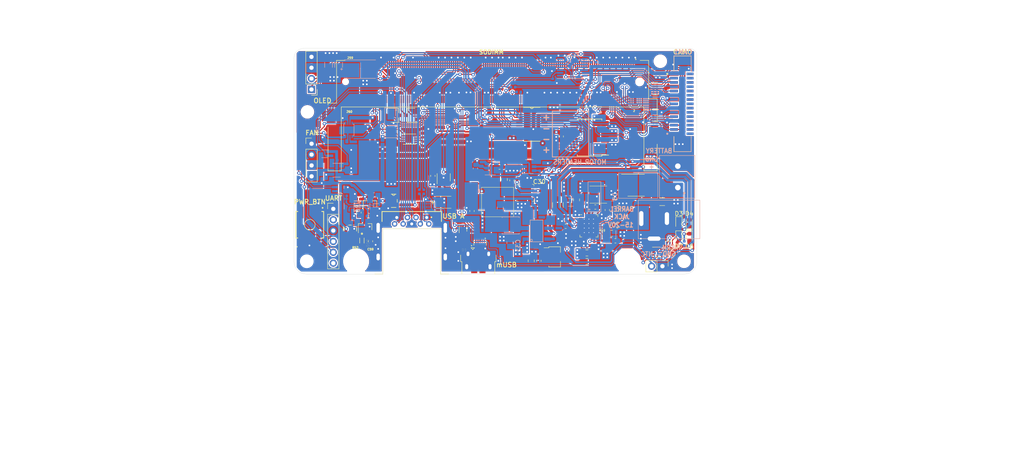
<source format=kicad_pcb>
(kicad_pcb (version 20171130) (host pcbnew "(5.1.10)-1")
  (layers (0 F.Cu signal) (1 PWR.Cu power) (2 GND.Cu power) (31 B.Cu signal) (34 B.Paste user hide) (35 F.Paste user hide) (36 B.SilkS user) (37 F.SilkS user) (38 B.Mask user hide) (39 F.Mask user hide) (44 Edge.Cuts user))
  (net 0 "")
  (net 1 +3V3)
  (net 2 GND)
  (net 3 +5V)
  (net 4 /USB/SS_TX_C-)
  (net 5 /USB/SS_TX_C+)
  (net 6 /USB/uVBUS)
  (net 7 VBUS)
  (net 8 /Power_Logic/10s_THRESHOLD)
  (net 9 /Power_Logic/BUTTON_OUTPUT)
  (net 10 LATCH_RESET)
  (net 11 /Power_Logic/PWR_CNTRL_BEFORE_BUFFER)
  (net 12 +12V)
  (net 13 /Power_1/BARREL_JACK_VIN)
  (net 14 /Power_1/CHARGER_VREF33)
  (net 15 +5V_AO)
  (net 16 /Power_3/3V3_BUCK_SS)
  (net 17 /Power_3/5V_BUCK_SS)
  (net 18 "Net-(C32-Pad2)")
  (net 19 /Power_3/3V3_BUCK_COMP)
  (net 20 /Power_3/3V3_BUCK_BST)
  (net 21 /Power_3/3V3_BUCK_SW)
  (net 22 /Power_1/CHARGER_TMR)
  (net 23 /Power_1/CHARGER_SW1)
  (net 24 /Power_1/CHARGER_BST)
  (net 25 /Power_3/5V_BUCK_BOOT)
  (net 26 /Power_3/5V_BUCK_LX)
  (net 27 /Power_3/5V_BUCK_FB)
  (net 28 +1V8)
  (net 29 /Power_Logic/RESET_FB)
  (net 30 /Nano_IO/CHARGER_~ACOK)
  (net 31 /Nano_IO/CHARGER_~CHGOK)
  (net 32 /Power_1/Battery_PWR)
  (net 33 "Net-(J1-Pad3)")
  (net 34 /Camera/CSI0_D0_N)
  (net 35 "Net-(J1-Pad5)")
  (net 36 /Camera/CSI0_D0_P)
  (net 37 "Net-(J1-Pad9)")
  (net 38 /Camera/CSI0_CLK_N)
  (net 39 "Net-(J1-Pad11)")
  (net 40 /Camera/CSI0_CLK_P)
  (net 41 "Net-(J1-Pad15)")
  (net 42 /Camera/CSI0_D1_N)
  (net 43 "Net-(J1-Pad17)")
  (net 44 /Camera/CSI0_D1_P)
  (net 45 "Net-(J1-Pad21)")
  (net 46 /Camera/CSI2_D0_N)
  (net 47 "Net-(J1-Pad23)")
  (net 48 /Camera/CSI2_D0_P)
  (net 49 "Net-(J1-Pad27)")
  (net 50 /Camera/CSI2_CLK_N)
  (net 51 "Net-(J1-Pad29)")
  (net 52 /Camera/CSI2_CLK_P)
  (net 53 "Net-(J1-Pad33)")
  (net 54 /Camera/CSI2_D1_N)
  (net 55 "Net-(J1-Pad35)")
  (net 56 /Camera/CSI2_D1_P)
  (net 57 "Net-(J1-Pad40)")
  (net 58 "Net-(J1-Pad42)")
  (net 59 "Net-(J1-Pad46)")
  (net 60 "Net-(J1-Pad48)")
  (net 61 "Net-(J1-Pad52)")
  (net 62 "Net-(J1-Pad54)")
  (net 63 "Net-(J1-Pad58)")
  (net 64 "Net-(J1-Pad60)")
  (net 65 "Net-(J1-Pad64)")
  (net 66 "Net-(J1-Pad66)")
  (net 67 /Nano_IO/VBUS_DET)
  (net 68 "Net-(J1-Pad89)")
  (net 69 "Net-(J1-Pad91)")
  (net 70 "Net-(J1-Pad93)")
  (net 71 "Net-(J1-Pad95)")
  (net 72 "Net-(J1-Pad97)")
  (net 73 "Net-(J1-Pad99)")
  (net 74 "Net-(J1-Pad101)")
  (net 75 "Net-(J1-Pad103)")
  (net 76 "Net-(J1-Pad104)")
  (net 77 "Net-(J1-Pad105)")
  (net 78 "Net-(J1-Pad106)")
  (net 79 "Net-(J1-Pad108)")
  (net 80 /USB/USB0-)
  (net 81 "Net-(J1-Pad110)")
  (net 82 /USB/USB0+)
  (net 83 "Net-(J1-Pad112)")
  (net 84 /Camera/CAM0_PWDN_1V8)
  (net 85 /USB/USB1-)
  (net 86 /USB/USB1+)
  (net 87 "Net-(J1-Pad118)")
  (net 88 /Camera/CAM1_PWDN_1V8)
  (net 89 "Net-(J1-Pad121)")
  (net 90 "Net-(J1-Pad123)")
  (net 91 /Nano_IO/MC_B2_1V8)
  (net 92 /Nano_IO/MC_B1_1V8)
  (net 93 /Nano_IO/MC_A2_1V8)
  (net 94 /Nano_IO/MC_A1_1V8)
  (net 95 /Camera/CAM_SEL)
  (net 96 "Net-(J1-Pad143)")
  (net 97 "Net-(J1-Pad145)")
  (net 98 /USB/SS_RX-)
  (net 99 /USB/SS_RX+)
  (net 100 /Motors/~MOD_SLEEP)
  (net 101 "Net-(J1-Pad184)")
  (net 102 /Nano_IO/I2C0_SCL)
  (net 103 "Net-(J1-Pad186)")
  (net 104 /Nano_IO/I2C0_SDA)
  (net 105 "Net-(J1-Pad188)")
  (net 106 "Net-(J1-Pad189)")
  (net 107 "Net-(J1-Pad190)")
  (net 108 "Net-(J1-Pad191)")
  (net 109 "Net-(J1-Pad192)")
  (net 110 "Net-(J1-Pad193)")
  (net 111 "Net-(J1-Pad194)")
  (net 112 "Net-(J1-Pad195)")
  (net 113 "Net-(J1-Pad196)")
  (net 114 "Net-(J1-Pad197)")
  (net 115 "Net-(J1-Pad198)")
  (net 116 "Net-(J1-Pad199)")
  (net 117 "Net-(J1-Pad202)")
  (net 118 "Net-(J1-Pad203)")
  (net 119 "Net-(J1-Pad204)")
  (net 120 "Net-(J1-Pad205)")
  (net 121 /Nano_IO/MC_PWM_A_1V8)
  (net 122 "Net-(J1-Pad207)")
  (net 123 /Fan/FAN_TACH)
  (net 124 "Net-(J1-Pad209)")
  (net 125 "Net-(J1-Pad210)")
  (net 126 "Net-(J1-Pad211)")
  (net 127 /Camera/CAM_I2C_SCL)
  (net 128 "Net-(J1-Pad214)")
  (net 129 /Camera/CAM_I2C_SDA)
  (net 130 /Nano_IO/LOW_VOLTAGE_WARNING)
  (net 131 "Net-(J1-Pad219)")
  (net 132 "Net-(J1-Pad220)")
  (net 133 "Net-(J1-Pad221)")
  (net 134 "Net-(J1-Pad222)")
  (net 135 "Net-(J1-Pad223)")
  (net 136 "Net-(J1-Pad224)")
  (net 137 "Net-(J1-Pad225)")
  (net 138 "Net-(J1-Pad226)")
  (net 139 "Net-(J1-Pad227)")
  (net 140 /Nano_IO/MC_PWM_B_1V8)
  (net 141 "Net-(J1-Pad229)")
  (net 142 /Fan/FAN_PWM)
  (net 143 /Nano_IO/I2C2_SCL)
  (net 144 /Nano_IO/SHUTDOWN_REQ)
  (net 145 /Nano_IO/I2C2_SDA)
  (net 146 /Nano_IO/UART_DEBUG_TX_1V8)
  (net 147 /Power_3/PGOOD)
  (net 148 /Nano_IO/UART_DEBUG_RX_1V8)
  (net 149 /Power_3/3.3V_BUCK_PWR_EN)
  (net 150 "Net-(J1-Pad240)")
  (net 151 /Camera/CAM0_PWDN_3V3)
  (net 152 /Camera/CAM0_MCLK)
  (net 153 /Camera/CAM0_I2C_SCL)
  (net 154 /Camera/CAM0_I2C_SDA)
  (net 155 /Camera/CAM1_I2C_SDA)
  (net 156 /Camera/CAM1_I2C_SCL)
  (net 157 /Camera/CAM1_MCLK)
  (net 158 /Camera/CAM1_PWDN_3V3)
  (net 159 /Motors/M1-)
  (net 160 /Motors/M1+)
  (net 161 /Motors/M2+)
  (net 162 /Motors/M2-)
  (net 163 "Net-(J7-Pad4)")
  (net 164 /Fan/FAN_HEADER_PWM)
  (net 165 /Fan/FAN_HEADER_TACH)
  (net 166 /Power_1/CHARGER_NTC)
  (net 167 "Net-(J14-Pad2)")
  (net 168 /Nano_IO/UART_DEBUG_TX_3V3)
  (net 169 /Nano_IO/UART_DEBUG_RX_3V3)
  (net 170 "Net-(J14-Pad6)")
  (net 171 /Fan/FAN_LVL_OE)
  (net 172 /Power_Logic/SET_FB)
  (net 173 /Power_1/CHARGER_CELLS)
  (net 174 /Power_1/CHARGER_SHDN)
  (net 175 /Power_1/CHARGER_COMPV)
  (net 176 /Power_1/CHARGER_EN)
  (net 177 /Power_1/CHARGER_RG1)
  (net 178 /Power_1/CHARGER_VCC)
  (net 179 /Power_1/CHARGER_RG2)
  (net 180 /Power_1/CHARGER_COMPI)
  (net 181 /Power_3/5V_BUCK_TON)
  (net 182 "Net-(R34-Pad2)")
  (net 183 /Power_3/3V3_BUCK_FB)
  (net 184 /Power_1/CHARGER_CSP)
  (net 185 /Power_1/CHARGER_BATT)
  (net 186 "Net-(R40-Pad2)")
  (net 187 /Power_2/COMPARATOR_V-)
  (net 188 /Power_2/COMPARATOR_V+)
  (net 189 /Power_2/1V8_REG_EN)
  (net 190 /Nano_IO/EEPROM_WP)
  (net 191 /Nano_IO/EEPROM_A0)
  (net 192 /Nano_IO/EEPROM_A1)
  (net 193 /Nano_IO/EEPROM_A2)
  (net 194 "Net-(U4-Pad1)")
  (net 195 "Net-(U4-Pad7)")
  (net 196 "Net-(U4-Pad8)")
  (net 197 "Net-(U4-Pad14)")
  (net 198 /Motors/MC_PWM_B)
  (net 199 /Motors/MC_B2)
  (net 200 /Motors/MC_B1)
  (net 201 /Motors/MOTOR_CNTRL_STBY)
  (net 202 /Motors/MC_A1)
  (net 203 /Motors/MC_A2)
  (net 204 /Motors/MC_PWM_A)
  (net 205 /Power_3/5V_BUCK_PWR_EN)
  (net 206 "Net-(U24-Pad4)")
  (net 207 /Power_1/CHARGER_PIN)
  (net 208 /USB/USB_SWITCH_OUTPUT)
  (net 209 /Power_1/BATTERY_OUTPUT)
  (net 210 /Nano_IO/PMIC_BBAT)
  (net 211 /Power_Logic/BTN_OUT)
  (net 212 /Nano_IO/LVL_SHIFT_EN)
  (net 213 /Motors/LVL_SHIFT_OE)
  (net 214 /Nano_IO/NANO_CHARGER_~ACOK)
  (net 215 /Nano_IO/NANO_CHARGER_~CHGOK)
  (net 216 /USB/USB_SWITCH_FLG)
  (net 217 /Power_1/COMPV_CAP)
  (net 218 /Power_1/COMPI_CAP)
  (net 219 /Power_1/IND_SW_OUT)
  (net 220 /Power_Logic/SET)
  (net 221 /USB/Nano_SS_TX_C-)
  (net 222 /USB/Nano_SS_TX_C+)
  (net 223 "Net-(U25-Pad1)")
  (net 224 "Net-(U25-Pad2)")
  (net 225 /Power_2/LED_CATHODE_PWR)
  (net 226 /Power_2/FET_SOURCE_LV)
  (net 227 /Power_2/LED_CATHODE_LV)
  (net 228 /Power_2/FET_SOURCE_PWR)
  (net 229 "Net-(U7-Pad4)")
  (net 230 "Net-(U7-Pad5)")
  (net 231 /Power_1/RES_ACOK)
  (net 232 /Power_1/RES_CHGOK)
  (net 233 /Camera/CAM0_MCLK_NANO)
  (net 234 /Camera/CAM1_MCLK_NANO)
  (net 235 "Net-(U28-Pad1)")
  (net 236 "Net-(U28-Pad2)")
  (net 237 "Net-(U1-Pad1)")
  (net 238 "Net-(U1-Pad2)")
  (module "Jetbot Mini:TE_2309411-5" (layer F.Cu) (at 141.2178 86.2)
    (fp_text reference J1 hide)
    (fp_text value nvidia_nano_NANO hide)
    (fp_text user 1 (at 33.5 -5.4) (layer F.SilkS) (effects (font (size 0.48 0.48))))
    (fp_text user 260 (at -33.5 7) (layer F.SilkS) (effects (font (size 0.48 0.48))))
    (fp_text user 259 (at -33.3 -5.6) (layer F.SilkS) (effects (font (size 0.48 0.48))))
    (fp_text user 2 (at 33.1 6.8) (layer F.SilkS) (effects (font (size 0.48 0.48))))
    (pad S1 smd rect (at -37.75 8) (size 2 3.5) (layers F.Cu F.Paste F.Mask))
    (pad S2 smd rect (at 37.75 12) (size 2 3.5) (layers F.Cu F.Paste F.Mask))
    (pad None np_thru_hole circle (at -34.4 0) (size 1.15 1.15) (drill 1.15) (layers *.Cu *.Mask))
    (pad 260 smd rect (at -33.375 4.1) (size 0.3 1.75) (layers F.Cu F.Paste F.Mask) (net 3 +5V))
    (pad 259 smd rect (at -33.125 -4.1) (size 0.3 1.75) (layers F.Cu F.Paste F.Mask) (net 3 +5V))
    (pad 258 smd rect (at -32.875 4.1) (size 0.3 1.75) (layers F.Cu F.Paste F.Mask) (net 3 +5V))
    (pad 257 smd rect (at -32.625 -4.1) (size 0.3 1.75) (layers F.Cu F.Paste F.Mask) (net 3 +5V))
    (pad 256 smd rect (at -32.375 4.1) (size 0.3 1.75) (layers F.Cu F.Paste F.Mask) (net 3 +5V))
    (pad 255 smd rect (at -32.125 -4.1) (size 0.3 1.75) (layers F.Cu F.Paste F.Mask) (net 3 +5V))
    (pad 254 smd rect (at -31.875 4.1) (size 0.3 1.75) (layers F.Cu F.Paste F.Mask) (net 3 +5V))
    (pad 253 smd rect (at -31.625 -4.1) (size 0.3 1.75) (layers F.Cu F.Paste F.Mask) (net 3 +5V))
    (pad 252 smd rect (at -31.375 4.1) (size 0.3 1.75) (layers F.Cu F.Paste F.Mask) (net 3 +5V))
    (pad 251 smd rect (at -31.125 -4.1) (size 0.3 1.75) (layers F.Cu F.Paste F.Mask) (net 3 +5V))
    (pad 250 smd rect (at -30.875 4.1) (size 0.3 1.75) (layers F.Cu F.Paste F.Mask) (net 2 GND))
    (pad 249 smd rect (at -30.625 -4.1) (size 0.3 1.75) (layers F.Cu F.Paste F.Mask) (net 2 GND))
    (pad 248 smd rect (at -30.375 4.1) (size 0.3 1.75) (layers F.Cu F.Paste F.Mask) (net 2 GND))
    (pad 247 smd rect (at -30.125 -4.1) (size 0.3 1.75) (layers F.Cu F.Paste F.Mask) (net 2 GND))
    (pad 246 smd rect (at -29.875 4.1) (size 0.3 1.75) (layers F.Cu F.Paste F.Mask) (net 2 GND))
    (pad 245 smd rect (at -29.625 -4.1) (size 0.3 1.75) (layers F.Cu F.Paste F.Mask) (net 2 GND))
    (pad 244 smd rect (at -29.375 4.1) (size 0.3 1.75) (layers F.Cu F.Paste F.Mask) (net 2 GND))
    (pad 243 smd rect (at -29.125 -4.1) (size 0.3 1.75) (layers F.Cu F.Paste F.Mask) (net 2 GND))
    (pad 242 smd rect (at -28.875 4.1) (size 0.3 1.75) (layers F.Cu F.Paste F.Mask) (net 2 GND))
    (pad 241 smd rect (at -28.625 -4.1) (size 0.3 1.75) (layers F.Cu F.Paste F.Mask) (net 2 GND))
    (pad 240 smd rect (at -28.375 4.1) (size 0.3 1.75) (layers F.Cu F.Paste F.Mask) (net 150 "Net-(J1-Pad240)"))
    (pad 239 smd rect (at -28.125 -4.1) (size 0.3 1.75) (layers F.Cu F.Paste F.Mask) (net 149 /Power_3/3.3V_BUCK_PWR_EN))
    (pad 238 smd rect (at -27.875 4.1) (size 0.3 1.75) (layers F.Cu F.Paste F.Mask) (net 148 /Nano_IO/UART_DEBUG_RX_1V8))
    (pad 237 smd rect (at -27.625 -4.1) (size 0.3 1.75) (layers F.Cu F.Paste F.Mask) (net 147 /Power_3/PGOOD))
    (pad 236 smd rect (at -27.375 4.1) (size 0.3 1.75) (layers F.Cu F.Paste F.Mask) (net 146 /Nano_IO/UART_DEBUG_TX_1V8))
    (pad 235 smd rect (at -27.125 -4.1) (size 0.3 1.75) (layers F.Cu F.Paste F.Mask) (net 210 /Nano_IO/PMIC_BBAT))
    (pad 234 smd rect (at -26.875 4.1) (size 0.3 1.75) (layers F.Cu F.Paste F.Mask) (net 145 /Nano_IO/I2C2_SDA))
    (pad 233 smd rect (at -26.625 -4.1) (size 0.3 1.75) (layers F.Cu F.Paste F.Mask) (net 144 /Nano_IO/SHUTDOWN_REQ))
    (pad 232 smd rect (at -26.375 4.1) (size 0.3 1.75) (layers F.Cu F.Paste F.Mask) (net 143 /Nano_IO/I2C2_SCL))
    (pad 231 smd rect (at -26.125 -4.1) (size 0.3 1.75) (layers F.Cu F.Paste F.Mask) (net 2 GND))
    (pad 230 smd rect (at -25.875 4.1) (size 0.3 1.75) (layers F.Cu F.Paste F.Mask) (net 142 /Fan/FAN_PWM))
    (pad 229 smd rect (at -25.625 -4.1) (size 0.3 1.75) (layers F.Cu F.Paste F.Mask) (net 141 "Net-(J1-Pad229)"))
    (pad 228 smd rect (at -25.375 4.1) (size 0.3 1.75) (layers F.Cu F.Paste F.Mask) (net 140 /Nano_IO/MC_PWM_B_1V8))
    (pad 227 smd rect (at -25.125 -4.1) (size 0.3 1.75) (layers F.Cu F.Paste F.Mask) (net 139 "Net-(J1-Pad227)"))
    (pad 226 smd rect (at -24.875 4.1) (size 0.3 1.75) (layers F.Cu F.Paste F.Mask) (net 138 "Net-(J1-Pad226)"))
    (pad 225 smd rect (at -24.625 -4.1) (size 0.3 1.75) (layers F.Cu F.Paste F.Mask) (net 137 "Net-(J1-Pad225)"))
    (pad 224 smd rect (at -24.375 4.1) (size 0.3 1.75) (layers F.Cu F.Paste F.Mask) (net 136 "Net-(J1-Pad224)"))
    (pad 223 smd rect (at -24.125 -4.1) (size 0.3 1.75) (layers F.Cu F.Paste F.Mask) (net 135 "Net-(J1-Pad223)"))
    (pad 222 smd rect (at -23.875 4.1) (size 0.3 1.75) (layers F.Cu F.Paste F.Mask) (net 134 "Net-(J1-Pad222)"))
    (pad 221 smd rect (at -23.625 -4.1) (size 0.3 1.75) (layers F.Cu F.Paste F.Mask) (net 133 "Net-(J1-Pad221)"))
    (pad 220 smd rect (at -23.375 4.1) (size 0.3 1.75) (layers F.Cu F.Paste F.Mask) (net 132 "Net-(J1-Pad220)"))
    (pad 219 smd rect (at -23.125 -4.1) (size 0.3 1.75) (layers F.Cu F.Paste F.Mask) (net 131 "Net-(J1-Pad219)"))
    (pad 218 smd rect (at -22.875 4.1) (size 0.3 1.75) (layers F.Cu F.Paste F.Mask) (net 130 /Nano_IO/LOW_VOLTAGE_WARNING))
    (pad 217 smd rect (at -22.625 -4.1) (size 0.3 1.75) (layers F.Cu F.Paste F.Mask) (net 2 GND))
    (pad 216 smd rect (at -22.375 4.1) (size 0.3 1.75) (layers F.Cu F.Paste F.Mask) (net 215 /Nano_IO/NANO_CHARGER_~CHGOK))
    (pad 215 smd rect (at -22.125 -4.1) (size 0.3 1.75) (layers F.Cu F.Paste F.Mask) (net 129 /Camera/CAM_I2C_SDA))
    (pad 214 smd rect (at -21.875 4.1) (size 0.3 1.75) (layers F.Cu F.Paste F.Mask) (net 128 "Net-(J1-Pad214)"))
    (pad 213 smd rect (at -21.625 -4.1) (size 0.3 1.75) (layers F.Cu F.Paste F.Mask) (net 127 /Camera/CAM_I2C_SCL))
    (pad 212 smd rect (at -21.375 4.1) (size 0.3 1.75) (layers F.Cu F.Paste F.Mask) (net 214 /Nano_IO/NANO_CHARGER_~ACOK))
    (pad 211 smd rect (at -21.125 -4.1) (size 0.3 1.75) (layers F.Cu F.Paste F.Mask) (net 126 "Net-(J1-Pad211)"))
    (pad 210 smd rect (at -20.875 4.1) (size 0.3 1.75) (layers F.Cu F.Paste F.Mask) (net 125 "Net-(J1-Pad210)"))
    (pad 209 smd rect (at -20.625 -4.1) (size 0.3 1.75) (layers F.Cu F.Paste F.Mask) (net 124 "Net-(J1-Pad209)"))
    (pad 208 smd rect (at -20.375 4.1) (size 0.3 1.75) (layers F.Cu F.Paste F.Mask) (net 123 /Fan/FAN_TACH))
    (pad 207 smd rect (at -20.125 -4.1) (size 0.3 1.75) (layers F.Cu F.Paste F.Mask) (net 122 "Net-(J1-Pad207)"))
    (pad 206 smd rect (at -19.875 4.1) (size 0.3 1.75) (layers F.Cu F.Paste F.Mask) (net 121 /Nano_IO/MC_PWM_A_1V8))
    (pad 205 smd rect (at -19.625 -4.1) (size 0.3 1.75) (layers F.Cu F.Paste F.Mask) (net 120 "Net-(J1-Pad205)"))
    (pad 204 smd rect (at -19.375 4.1) (size 0.3 1.75) (layers F.Cu F.Paste F.Mask) (net 119 "Net-(J1-Pad204)"))
    (pad 203 smd rect (at -19.125 -4.1) (size 0.3 1.75) (layers F.Cu F.Paste F.Mask) (net 118 "Net-(J1-Pad203)"))
    (pad 202 smd rect (at -18.875 4.1) (size 0.3 1.75) (layers F.Cu F.Paste F.Mask) (net 117 "Net-(J1-Pad202)"))
    (pad 201 smd rect (at -18.625 -4.1) (size 0.3 1.75) (layers F.Cu F.Paste F.Mask) (net 2 GND))
    (pad 200 smd rect (at -18.375 4.1) (size 0.3 1.75) (layers F.Cu F.Paste F.Mask) (net 2 GND))
    (pad 199 smd rect (at -18.125 -4.1) (size 0.3 1.75) (layers F.Cu F.Paste F.Mask) (net 116 "Net-(J1-Pad199)"))
    (pad 198 smd rect (at -17.875 4.1) (size 0.3 1.75) (layers F.Cu F.Paste F.Mask) (net 115 "Net-(J1-Pad198)"))
    (pad 197 smd rect (at -17.625 -4.1) (size 0.3 1.75) (layers F.Cu F.Paste F.Mask) (net 114 "Net-(J1-Pad197)"))
    (pad 196 smd rect (at -17.375 4.1) (size 0.3 1.75) (layers F.Cu F.Paste F.Mask) (net 113 "Net-(J1-Pad196)"))
    (pad 195 smd rect (at -17.125 -4.1) (size 0.3 1.75) (layers F.Cu F.Paste F.Mask) (net 112 "Net-(J1-Pad195)"))
    (pad 194 smd rect (at -16.875 4.1) (size 0.3 1.75) (layers F.Cu F.Paste F.Mask) (net 111 "Net-(J1-Pad194)"))
    (pad 193 smd rect (at -16.625 -4.1) (size 0.3 1.75) (layers F.Cu F.Paste F.Mask) (net 110 "Net-(J1-Pad193)"))
    (pad 192 smd rect (at -16.375 4.1) (size 0.3 1.75) (layers F.Cu F.Paste F.Mask) (net 109 "Net-(J1-Pad192)"))
    (pad 191 smd rect (at -16.125 -4.1) (size 0.3 1.75) (layers F.Cu F.Paste F.Mask) (net 108 "Net-(J1-Pad191)"))
    (pad 190 smd rect (at -15.875 4.1) (size 0.3 1.75) (layers F.Cu F.Paste F.Mask) (net 107 "Net-(J1-Pad190)"))
    (pad 189 smd rect (at -15.625 -4.1) (size 0.3 1.75) (layers F.Cu F.Paste F.Mask) (net 106 "Net-(J1-Pad189)"))
    (pad 188 smd rect (at -15.375 4.1) (size 0.3 1.75) (layers F.Cu F.Paste F.Mask) (net 105 "Net-(J1-Pad188)"))
    (pad 187 smd rect (at -15.125 -4.1) (size 0.3 1.75) (layers F.Cu F.Paste F.Mask) (net 104 /Nano_IO/I2C0_SDA))
    (pad 186 smd rect (at -14.875 4.1) (size 0.3 1.75) (layers F.Cu F.Paste F.Mask) (net 103 "Net-(J1-Pad186)"))
    (pad 185 smd rect (at -14.625 -4.1) (size 0.3 1.75) (layers F.Cu F.Paste F.Mask) (net 102 /Nano_IO/I2C0_SCL))
    (pad 184 smd rect (at -14.375 4.1) (size 0.3 1.75) (layers F.Cu F.Paste F.Mask) (net 101 "Net-(J1-Pad184)"))
    (pad 183 smd rect (at -14.125 -4.1) (size 0.3 1.75) (layers F.Cu F.Paste F.Mask))
    (pad 182 smd rect (at -13.875 4.1) (size 0.3 1.75) (layers F.Cu F.Paste F.Mask))
    (pad 181 smd rect (at -13.625 -4.1) (size 0.3 1.75) (layers F.Cu F.Paste F.Mask))
    (pad 180 smd rect (at -13.375 4.1) (size 0.3 1.75) (layers F.Cu F.Paste F.Mask))
    (pad 179 smd rect (at -13.125 -4.1) (size 0.3 1.75) (layers F.Cu F.Paste F.Mask))
    (pad 178 smd rect (at -12.875 4.1) (size 0.3 1.75) (layers F.Cu F.Paste F.Mask) (net 100 /Motors/~MOD_SLEEP))
    (pad 177 smd rect (at -12.625 -4.1) (size 0.3 1.75) (layers F.Cu F.Paste F.Mask) (net 2 GND))
    (pad 176 smd rect (at -12.375 4.1) (size 0.3 1.75) (layers F.Cu F.Paste F.Mask) (net 2 GND))
    (pad 175 smd rect (at -12.125 -4.1) (size 0.3 1.75) (layers F.Cu F.Paste F.Mask))
    (pad 174 smd rect (at -11.875 4.1) (size 0.3 1.75) (layers F.Cu F.Paste F.Mask))
    (pad 173 smd rect (at -11.625 -4.1) (size 0.3 1.75) (layers F.Cu F.Paste F.Mask))
    (pad 172 smd rect (at -11.375 4.1) (size 0.3 1.75) (layers F.Cu F.Paste F.Mask))
    (pad 171 smd rect (at -11.125 -4.1) (size 0.3 1.75) (layers F.Cu F.Paste F.Mask) (net 2 GND))
    (pad 170 smd rect (at -10.875 4.1) (size 0.3 1.75) (layers F.Cu F.Paste F.Mask) (net 2 GND))
    (pad 169 smd rect (at -10.625 -4.1) (size 0.3 1.75) (layers F.Cu F.Paste F.Mask))
    (pad 168 smd rect (at -10.375 4.1) (size 0.3 1.75) (layers F.Cu F.Paste F.Mask) (net 222 /USB/Nano_SS_TX_C+))
    (pad 167 smd rect (at -10.125 -4.1) (size 0.3 1.75) (layers F.Cu F.Paste F.Mask))
    (pad 166 smd rect (at -9.875 4.1) (size 0.3 1.75) (layers F.Cu F.Paste F.Mask) (net 221 /USB/Nano_SS_TX_C-))
    (pad 165 smd rect (at -9.625 -4.1) (size 0.3 1.75) (layers F.Cu F.Paste F.Mask) (net 2 GND))
    (pad 164 smd rect (at -9.375 4.1) (size 0.3 1.75) (layers F.Cu F.Paste F.Mask) (net 2 GND))
    (pad 163 smd rect (at -9.125 -4.1) (size 0.3 1.75) (layers F.Cu F.Paste F.Mask) (net 99 /USB/SS_RX+))
    (pad 162 smd rect (at -8.875 4.1) (size 0.3 1.75) (layers F.Cu F.Paste F.Mask))
    (pad 161 smd rect (at -8.625 -4.1) (size 0.3 1.75) (layers F.Cu F.Paste F.Mask) (net 98 /USB/SS_RX-))
    (pad 160 smd rect (at -8.375 4.1) (size 0.3 1.75) (layers F.Cu F.Paste F.Mask))
    (pad 159 smd rect (at -8.125 -4.1) (size 0.3 1.75) (layers F.Cu F.Paste F.Mask) (net 2 GND))
    (pad 158 smd rect (at -7.875 4.1) (size 0.3 1.75) (layers F.Cu F.Paste F.Mask) (net 2 GND))
    (pad 157 smd rect (at -7.625 -4.1) (size 0.3 1.75) (layers F.Cu F.Paste F.Mask))
    (pad 156 smd rect (at -7.375 4.1) (size 0.3 1.75) (layers F.Cu F.Paste F.Mask))
    (pad 155 smd rect (at -7.125 -4.1) (size 0.3 1.75) (layers F.Cu F.Paste F.Mask))
    (pad 154 smd rect (at -6.875 4.1) (size 0.3 1.75) (layers F.Cu F.Paste F.Mask))
    (pad 153 smd rect (at -6.625 -4.1) (size 0.3 1.75) (layers F.Cu F.Paste F.Mask) (net 2 GND))
    (pad 152 smd rect (at -6.375 4.1) (size 0.3 1.75) (layers F.Cu F.Paste F.Mask) (net 2 GND))
    (pad 151 smd rect (at -6.125 -4.1) (size 0.3 1.75) (layers F.Cu F.Paste F.Mask))
    (pad 150 smd rect (at -5.875 4.1) (size 0.3 1.75) (layers F.Cu F.Paste F.Mask))
    (pad 149 smd rect (at -5.625 -4.1) (size 0.3 1.75) (layers F.Cu F.Paste F.Mask))
    (pad 148 smd rect (at -5.375 4.1) (size 0.3 1.75) (layers F.Cu F.Paste F.Mask))
    (pad 147 smd rect (at -5.125 -4.1) (size 0.3 1.75) (layers F.Cu F.Paste F.Mask) (net 2 GND))
    (pad 146 smd rect (at -4.875 4.1) (size 0.3 1.75) (layers F.Cu F.Paste F.Mask) (net 2 GND))
    (pad 145 smd rect (at -4.625 -4.1) (size 0.3 1.75) (layers F.Cu F.Paste F.Mask) (net 97 "Net-(J1-Pad145)"))
    (pad None np_thru_hole circle (at 34.4 0) (size 1.65 1.65) (drill 1.65) (layers *.Cu *.Mask))
    (pad 144 smd rect (at -2.375 4.1) (size 0.3 1.75) (layers F.Cu F.Paste F.Mask) (net 2 GND))
    (pad 143 smd rect (at -2.125 -4.1) (size 0.3 1.75) (layers F.Cu F.Paste F.Mask) (net 96 "Net-(J1-Pad143)"))
    (pad 142 smd rect (at -1.875 4.1) (size 0.3 1.75) (layers F.Cu F.Paste F.Mask))
    (pad 141 smd rect (at -1.625 -4.1) (size 0.3 1.75) (layers F.Cu F.Paste F.Mask) (net 2 GND))
    (pad 140 smd rect (at -1.375 4.1) (size 0.3 1.75) (layers F.Cu F.Paste F.Mask))
    (pad 139 smd rect (at -1.125 -4.1) (size 0.3 1.75) (layers F.Cu F.Paste F.Mask))
    (pad 138 smd rect (at -0.875 4.1) (size 0.3 1.75) (layers F.Cu F.Paste F.Mask) (net 2 GND))
    (pad 137 smd rect (at -0.625 -4.1) (size 0.3 1.75) (layers F.Cu F.Paste F.Mask))
    (pad 136 smd rect (at -0.375 4.1) (size 0.3 1.75) (layers F.Cu F.Paste F.Mask))
    (pad 135 smd rect (at -0.125 -4.1) (size 0.3 1.75) (layers F.Cu F.Paste F.Mask) (net 2 GND))
    (pad 134 smd rect (at 0.125 4.1) (size 0.3 1.75) (layers F.Cu F.Paste F.Mask))
    (pad 133 smd rect (at 0.375 -4.1) (size 0.3 1.75) (layers F.Cu F.Paste F.Mask))
    (pad 132 smd rect (at 0.625 4.1) (size 0.3 1.75) (layers F.Cu F.Paste F.Mask) (net 2 GND))
    (pad 131 smd rect (at 0.875 -4.1) (size 0.3 1.75) (layers F.Cu F.Paste F.Mask))
    (pad 130 smd rect (at 1.125 4.1) (size 0.3 1.75) (layers F.Cu F.Paste F.Mask) (net 95 /Camera/CAM_SEL))
    (pad 129 smd rect (at 1.375 -4.1) (size 0.3 1.75) (layers F.Cu F.Paste F.Mask) (net 2 GND))
    (pad 128 smd rect (at 1.625 4.1) (size 0.3 1.75) (layers F.Cu F.Paste F.Mask) (net 94 /Nano_IO/MC_A1_1V8))
    (pad 127 smd rect (at 1.875 -4.1) (size 0.3 1.75) (layers F.Cu F.Paste F.Mask) (net 93 /Nano_IO/MC_A2_1V8))
    (pad 126 smd rect (at 2.125 4.1) (size 0.3 1.75) (layers F.Cu F.Paste F.Mask) (net 92 /Nano_IO/MC_B1_1V8))
    (pad 125 smd rect (at 2.375 -4.1) (size 0.3 1.75) (layers F.Cu F.Paste F.Mask) (net 2 GND))
    (pad 124 smd rect (at 2.625 4.1) (size 0.3 1.75) (layers F.Cu F.Paste F.Mask) (net 91 /Nano_IO/MC_B2_1V8))
    (pad 123 smd rect (at 2.875 -4.1) (size 0.3 1.75) (layers F.Cu F.Paste F.Mask) (net 90 "Net-(J1-Pad123)"))
    (pad 122 smd rect (at 3.125 4.1) (size 0.3 1.75) (layers F.Cu F.Paste F.Mask) (net 234 /Camera/CAM1_MCLK_NANO))
    (pad 121 smd rect (at 3.375 -4.1) (size 0.3 1.75) (layers F.Cu F.Paste F.Mask) (net 89 "Net-(J1-Pad121)"))
    (pad 120 smd rect (at 3.625 4.1) (size 0.3 1.75) (layers F.Cu F.Paste F.Mask) (net 88 /Camera/CAM1_PWDN_1V8))
    (pad 119 smd rect (at 3.875 -4.1) (size 0.3 1.75) (layers F.Cu F.Paste F.Mask) (net 2 GND))
    (pad 118 smd rect (at 4.125 4.1) (size 0.3 1.75) (layers F.Cu F.Paste F.Mask) (net 87 "Net-(J1-Pad118)"))
    (pad 117 smd rect (at 4.375 -4.1) (size 0.3 1.75) (layers F.Cu F.Paste F.Mask) (net 86 /USB/USB1+))
    (pad 116 smd rect (at 4.625 4.1) (size 0.3 1.75) (layers F.Cu F.Paste F.Mask) (net 233 /Camera/CAM0_MCLK_NANO))
    (pad 115 smd rect (at 4.875 -4.1) (size 0.3 1.75) (layers F.Cu F.Paste F.Mask) (net 85 /USB/USB1-))
    (pad 114 smd rect (at 5.125 4.1) (size 0.3 1.75) (layers F.Cu F.Paste F.Mask) (net 84 /Camera/CAM0_PWDN_1V8))
    (pad 113 smd rect (at 5.375 -4.1) (size 0.3 1.75) (layers F.Cu F.Paste F.Mask) (net 2 GND))
    (pad 112 smd rect (at 5.625 4.1) (size 0.3 1.75) (layers F.Cu F.Paste F.Mask) (net 83 "Net-(J1-Pad112)"))
    (pad 111 smd rect (at 5.875 -4.1) (size 0.3 1.75) (layers F.Cu F.Paste F.Mask) (net 82 /USB/USB0+))
    (pad 110 smd rect (at 6.125 4.1) (size 0.3 1.75) (layers F.Cu F.Paste F.Mask) (net 81 "Net-(J1-Pad110)"))
    (pad 109 smd rect (at 6.375 -4.1) (size 0.3 1.75) (layers F.Cu F.Paste F.Mask) (net 80 /USB/USB0-))
    (pad 108 smd rect (at 6.625 4.1) (size 0.3 1.75) (layers F.Cu F.Paste F.Mask) (net 79 "Net-(J1-Pad108)"))
    (pad 107 smd rect (at 6.875 -4.1) (size 0.3 1.75) (layers F.Cu F.Paste F.Mask) (net 2 GND))
    (pad 106 smd rect (at 7.125 4.1) (size 0.3 1.75) (layers F.Cu F.Paste F.Mask) (net 78 "Net-(J1-Pad106)"))
    (pad 105 smd rect (at 7.375 -4.1) (size 0.3 1.75) (layers F.Cu F.Paste F.Mask) (net 77 "Net-(J1-Pad105)"))
    (pad 104 smd rect (at 7.625 4.1) (size 0.3 1.75) (layers F.Cu F.Paste F.Mask) (net 76 "Net-(J1-Pad104)"))
    (pad 103 smd rect (at 7.875 -4.1) (size 0.3 1.75) (layers F.Cu F.Paste F.Mask) (net 75 "Net-(J1-Pad103)"))
    (pad 102 smd rect (at 8.125 4.1) (size 0.3 1.75) (layers F.Cu F.Paste F.Mask) (net 2 GND))
    (pad 101 smd rect (at 8.375 -4.1) (size 0.3 1.75) (layers F.Cu F.Paste F.Mask) (net 74 "Net-(J1-Pad101)"))
    (pad 100 smd rect (at 8.625 4.1) (size 0.3 1.75) (layers F.Cu F.Paste F.Mask))
    (pad 99 smd rect (at 8.875 -4.1) (size 0.3 1.75) (layers F.Cu F.Paste F.Mask) (net 73 "Net-(J1-Pad99)"))
    (pad 98 smd rect (at 9.125 4.1) (size 0.3 1.75) (layers F.Cu F.Paste F.Mask))
    (pad 97 smd rect (at 9.375 -4.1) (size 0.3 1.75) (layers F.Cu F.Paste F.Mask) (net 72 "Net-(J1-Pad97)"))
    (pad 96 smd rect (at 9.625 4.1) (size 0.3 1.75) (layers F.Cu F.Paste F.Mask))
    (pad 95 smd rect (at 9.875 -4.1) (size 0.3 1.75) (layers F.Cu F.Paste F.Mask) (net 71 "Net-(J1-Pad95)"))
    (pad 94 smd rect (at 10.125 4.1) (size 0.3 1.75) (layers F.Cu F.Paste F.Mask))
    (pad 93 smd rect (at 10.375 -4.1) (size 0.3 1.75) (layers F.Cu F.Paste F.Mask) (net 70 "Net-(J1-Pad93)"))
    (pad 92 smd rect (at 10.625 4.1) (size 0.3 1.75) (layers F.Cu F.Paste F.Mask))
    (pad 91 smd rect (at 10.875 -4.1) (size 0.3 1.75) (layers F.Cu F.Paste F.Mask) (net 69 "Net-(J1-Pad91)"))
    (pad 90 smd rect (at 11.125 4.1) (size 0.3 1.75) (layers F.Cu F.Paste F.Mask))
    (pad 89 smd rect (at 11.375 -4.1) (size 0.3 1.75) (layers F.Cu F.Paste F.Mask) (net 68 "Net-(J1-Pad89)"))
    (pad 88 smd rect (at 11.625 4.1) (size 0.3 1.75) (layers F.Cu F.Paste F.Mask))
    (pad 87 smd rect (at 11.875 -4.1) (size 0.3 1.75) (layers F.Cu F.Paste F.Mask) (net 67 /Nano_IO/VBUS_DET))
    (pad 86 smd rect (at 12.125 4.1) (size 0.3 1.75) (layers F.Cu F.Paste F.Mask) (net 2 GND))
    (pad 85 smd rect (at 12.375 -4.1) (size 0.3 1.75) (layers F.Cu F.Paste F.Mask) (net 2 GND))
    (pad 84 smd rect (at 12.625 4.1) (size 0.3 1.75) (layers F.Cu F.Paste F.Mask))
    (pad 83 smd rect (at 12.875 -4.1) (size 0.3 1.75) (layers F.Cu F.Paste F.Mask))
    (pad 82 smd rect (at 13.125 4.1) (size 0.3 1.75) (layers F.Cu F.Paste F.Mask))
    (pad 81 smd rect (at 13.375 -4.1) (size 0.3 1.75) (layers F.Cu F.Paste F.Mask))
    (pad 80 smd rect (at 13.625 4.1) (size 0.3 1.75) (layers F.Cu F.Paste F.Mask) (net 2 GND))
    (pad 79 smd rect (at 13.875 -4.1) (size 0.3 1.75) (layers F.Cu F.Paste F.Mask) (net 2 GND))
    (pad 78 smd rect (at 14.125 4.1) (size 0.3 1.75) (layers F.Cu F.Paste F.Mask))
    (pad 77 smd rect (at 14.375 -4.1) (size 0.3 1.75) (layers F.Cu F.Paste F.Mask))
    (pad 76 smd rect (at 14.625 4.1) (size 0.3 1.75) (layers F.Cu F.Paste F.Mask))
    (pad 75 smd rect (at 14.875 -4.1) (size 0.3 1.75) (layers F.Cu F.Paste F.Mask))
    (pad 74 smd rect (at 15.125 4.1) (size 0.3 1.75) (layers F.Cu F.Paste F.Mask) (net 2 GND))
    (pad 73 smd rect (at 15.375 -4.1) (size 0.3 1.75) (layers F.Cu F.Paste F.Mask) (net 2 GND))
    (pad 72 smd rect (at 15.625 4.1) (size 0.3 1.75) (layers F.Cu F.Paste F.Mask))
    (pad 71 smd rect (at 15.875 -4.1) (size 0.3 1.75) (layers F.Cu F.Paste F.Mask))
    (pad 70 smd rect (at 16.125 4.1) (size 0.3 1.75) (layers F.Cu F.Paste F.Mask))
    (pad 69 smd rect (at 16.375 -4.1) (size 0.3 1.75) (layers F.Cu F.Paste F.Mask))
    (pad 68 smd rect (at 16.625 4.1) (size 0.3 1.75) (layers F.Cu F.Paste F.Mask) (net 2 GND))
    (pad 67 smd rect (at 16.875 -4.1) (size 0.3 1.75) (layers F.Cu F.Paste F.Mask) (net 2 GND))
    (pad 66 smd rect (at 17.125 4.1) (size 0.3 1.75) (layers F.Cu F.Paste F.Mask) (net 66 "Net-(J1-Pad66)"))
    (pad 65 smd rect (at 17.375 -4.1) (size 0.3 1.75) (layers F.Cu F.Paste F.Mask))
    (pad 64 smd rect (at 17.625 4.1) (size 0.3 1.75) (layers F.Cu F.Paste F.Mask) (net 65 "Net-(J1-Pad64)"))
    (pad 63 smd rect (at 17.875 -4.1) (size 0.3 1.75) (layers F.Cu F.Paste F.Mask))
    (pad 62 smd rect (at 18.125 4.1) (size 0.3 1.75) (layers F.Cu F.Paste F.Mask) (net 2 GND))
    (pad 61 smd rect (at 18.375 -4.1) (size 0.3 1.75) (layers F.Cu F.Paste F.Mask) (net 2 GND))
    (pad 60 smd rect (at 18.625 4.1) (size 0.3 1.75) (layers F.Cu F.Paste F.Mask) (net 64 "Net-(J1-Pad60)"))
    (pad 59 smd rect (at 18.875 -4.1) (size 0.3 1.75) (layers F.Cu F.Paste F.Mask))
    (pad 58 smd rect (at 19.125 4.1) (size 0.3 1.75) (layers F.Cu F.Paste F.Mask) (net 63 "Net-(J1-Pad58)"))
    (pad 57 smd rect (at 19.375 -4.1) (size 0.3 1.75) (layers F.Cu F.Paste F.Mask))
    (pad 56 smd rect (at 19.625 4.1) (size 0.3 1.75) (layers F.Cu F.Paste F.Mask) (net 2 GND))
    (pad 55 smd rect (at 19.875 -4.1) (size 0.3 1.75) (layers F.Cu F.Paste F.Mask) (net 2 GND))
    (pad 54 smd rect (at 20.125 4.1) (size 0.3 1.75) (layers F.Cu F.Paste F.Mask) (net 62 "Net-(J1-Pad54)"))
    (pad 53 smd rect (at 20.375 -4.1) (size 0.3 1.75) (layers F.Cu F.Paste F.Mask))
    (pad 52 smd rect (at 20.625 4.1) (size 0.3 1.75) (layers F.Cu F.Paste F.Mask) (net 61 "Net-(J1-Pad52)"))
    (pad 51 smd rect (at 20.875 -4.1) (size 0.3 1.75) (layers F.Cu F.Paste F.Mask))
    (pad 50 smd rect (at 21.125 4.1) (size 0.3 1.75) (layers F.Cu F.Paste F.Mask) (net 2 GND))
    (pad 49 smd rect (at 21.375 -4.1) (size 0.3 1.75) (layers F.Cu F.Paste F.Mask) (net 2 GND))
    (pad 48 smd rect (at 21.625 4.1) (size 0.3 1.75) (layers F.Cu F.Paste F.Mask) (net 60 "Net-(J1-Pad48)"))
    (pad 47 smd rect (at 21.875 -4.1) (size 0.3 1.75) (layers F.Cu F.Paste F.Mask))
    (pad 46 smd rect (at 22.125 4.1) (size 0.3 1.75) (layers F.Cu F.Paste F.Mask) (net 59 "Net-(J1-Pad46)"))
    (pad 45 smd rect (at 22.375 -4.1) (size 0.3 1.75) (layers F.Cu F.Paste F.Mask))
    (pad 44 smd rect (at 22.625 4.1) (size 0.3 1.75) (layers F.Cu F.Paste F.Mask) (net 2 GND))
    (pad 43 smd rect (at 22.875 -4.1) (size 0.3 1.75) (layers F.Cu F.Paste F.Mask) (net 2 GND))
    (pad 42 smd rect (at 23.125 4.1) (size 0.3 1.75) (layers F.Cu F.Paste F.Mask) (net 58 "Net-(J1-Pad42)"))
    (pad 41 smd rect (at 23.375 -4.1) (size 0.3 1.75) (layers F.Cu F.Paste F.Mask))
    (pad 40 smd rect (at 23.625 4.1) (size 0.3 1.75) (layers F.Cu F.Paste F.Mask) (net 57 "Net-(J1-Pad40)"))
    (pad 39 smd rect (at 23.875 -4.1) (size 0.3 1.75) (layers F.Cu F.Paste F.Mask))
    (pad 38 smd rect (at 24.125 4.1) (size 0.3 1.75) (layers F.Cu F.Paste F.Mask) (net 2 GND))
    (pad 37 smd rect (at 24.375 -4.1) (size 0.3 1.75) (layers F.Cu F.Paste F.Mask) (net 2 GND))
    (pad 36 smd rect (at 24.625 4.1) (size 0.3 1.75) (layers F.Cu F.Paste F.Mask) (net 56 /Camera/CSI2_D1_P))
    (pad 35 smd rect (at 24.875 -4.1) (size 0.3 1.75) (layers F.Cu F.Paste F.Mask) (net 55 "Net-(J1-Pad35)"))
    (pad 34 smd rect (at 25.125 4.1) (size 0.3 1.75) (layers F.Cu F.Paste F.Mask) (net 54 /Camera/CSI2_D1_N))
    (pad 33 smd rect (at 25.375 -4.1) (size 0.3 1.75) (layers F.Cu F.Paste F.Mask) (net 53 "Net-(J1-Pad33)"))
    (pad 32 smd rect (at 25.625 4.1) (size 0.3 1.75) (layers F.Cu F.Paste F.Mask) (net 2 GND))
    (pad 31 smd rect (at 25.875 -4.1) (size 0.3 1.75) (layers F.Cu F.Paste F.Mask) (net 2 GND))
    (pad 30 smd rect (at 26.125 4.1) (size 0.3 1.75) (layers F.Cu F.Paste F.Mask) (net 52 /Camera/CSI2_CLK_P))
    (pad 29 smd rect (at 26.375 -4.1) (size 0.3 1.75) (layers F.Cu F.Paste F.Mask) (net 51 "Net-(J1-Pad29)"))
    (pad 28 smd rect (at 26.625 4.1) (size 0.3 1.75) (layers F.Cu F.Paste F.Mask) (net 50 /Camera/CSI2_CLK_N))
    (pad 27 smd rect (at 26.875 -4.1) (size 0.3 1.75) (layers F.Cu F.Paste F.Mask) (net 49 "Net-(J1-Pad27)"))
    (pad 26 smd rect (at 27.125 4.1) (size 0.3 1.75) (layers F.Cu F.Paste F.Mask) (net 2 GND))
    (pad 25 smd rect (at 27.375 -4.1) (size 0.3 1.75) (layers F.Cu F.Paste F.Mask) (net 2 GND))
    (pad 24 smd rect (at 27.625 4.1) (size 0.3 1.75) (layers F.Cu F.Paste F.Mask) (net 48 /Camera/CSI2_D0_P))
    (pad 23 smd rect (at 27.875 -4.1) (size 0.3 1.75) (layers F.Cu F.Paste F.Mask) (net 47 "Net-(J1-Pad23)"))
    (pad 22 smd rect (at 28.125 4.1) (size 0.3 1.75) (layers F.Cu F.Paste F.Mask) (net 46 /Camera/CSI2_D0_N))
    (pad 21 smd rect (at 28.375 -4.1) (size 0.3 1.75) (layers F.Cu F.Paste F.Mask) (net 45 "Net-(J1-Pad21)"))
    (pad 20 smd rect (at 28.625 4.1) (size 0.3 1.75) (layers F.Cu F.Paste F.Mask) (net 2 GND))
    (pad 19 smd rect (at 28.875 -4.1) (size 0.3 1.75) (layers F.Cu F.Paste F.Mask) (net 2 GND))
    (pad 18 smd rect (at 29.125 4.1) (size 0.3 1.75) (layers F.Cu F.Paste F.Mask) (net 44 /Camera/CSI0_D1_P))
    (pad 17 smd rect (at 29.375 -4.1) (size 0.3 1.75) (layers F.Cu F.Paste F.Mask) (net 43 "Net-(J1-Pad17)"))
    (pad 16 smd rect (at 29.625 4.1) (size 0.3 1.75) (layers F.Cu F.Paste F.Mask) (net 42 /Camera/CSI0_D1_N))
    (pad 15 smd rect (at 29.875 -4.1) (size 0.3 1.75) (layers F.Cu F.Paste F.Mask) (net 41 "Net-(J1-Pad15)"))
    (pad 14 smd rect (at 30.125 4.1) (size 0.3 1.75) (layers F.Cu F.Paste F.Mask) (net 2 GND))
    (pad 13 smd rect (at 30.375 -4.1) (size 0.3 1.75) (layers F.Cu F.Paste F.Mask) (net 2 GND))
    (pad 12 smd rect (at 30.625 4.1) (size 0.3 1.75) (layers F.Cu F.Paste F.Mask) (net 40 /Camera/CSI0_CLK_P))
    (pad 11 smd rect (at 30.875 -4.1) (size 0.3 1.75) (layers F.Cu F.Paste F.Mask) (net 39 "Net-(J1-Pad11)"))
    (pad 10 smd rect (at 31.125 4.1) (size 0.3 1.75) (layers F.Cu F.Paste F.Mask) (net 38 /Camera/CSI0_CLK_N))
    (pad 9 smd rect (at 31.375 -4.1) (size 0.3 1.75) (layers F.Cu F.Paste F.Mask) (net 37 "Net-(J1-Pad9)"))
    (pad 8 smd rect (at 31.625 4.1) (size 0.3 1.75) (layers F.Cu F.Paste F.Mask) (net 2 GND))
    (pad 7 smd rect (at 31.875 -4.1) (size 0.3 1.75) (layers F.Cu F.Paste F.Mask) (net 2 GND))
    (pad 6 smd rect (at 32.125 4.1) (size 0.3 1.75) (layers F.Cu F.Paste F.Mask) (net 36 /Camera/CSI0_D0_P))
    (pad 5 smd rect (at 32.375 -4.1) (size 0.3 1.75) (layers F.Cu F.Paste F.Mask) (net 35 "Net-(J1-Pad5)"))
    (pad 4 smd rect (at 32.625 4.1) (size 0.3 1.75) (layers F.Cu F.Paste F.Mask) (net 34 /Camera/CSI0_D0_N))
    (pad 3 smd rect (at 32.875 -4.1) (size 0.3 1.75) (layers F.Cu F.Paste F.Mask) (net 33 "Net-(J1-Pad3)"))
    (pad 2 smd rect (at 33.125 4.1) (size 0.3 1.75) (layers F.Cu F.Paste F.Mask) (net 2 GND))
    (pad 1 smd rect (at 33.375 -4.1) (size 0.3 1.75) (layers F.Cu F.Paste F.Mask) (net 2 GND))
  )
  (module "Jetbot Mini:GCT_BG300-04-X-X-A_REVC" (layer B.Cu) (at 161.425 98.42 270)
    (fp_text reference J4 hide)
    (fp_text value BG300-04-A-L-A)
    (pad 4 smd rect (at 3.81 -5.225 270) (size 1 2) (layers B.Cu B.Paste B.Mask) (net 160 /Motors/M1+))
    (pad 3 smd rect (at 1.27 -5.225 270) (size 1 2) (layers B.Cu B.Paste B.Mask) (net 159 /Motors/M1-))
    (pad 2 smd rect (at -1.27 -5.225 270) (size 1 2) (layers B.Cu B.Paste B.Mask) (net 162 /Motors/M2-))
    (pad 1 smd rect (at -3.81 -5.225 270) (size 1 2) (layers B.Cu B.Paste B.Mask) (net 161 /Motors/M2+))
  )
  (module "Jetbot Mini:SO-8EP" (layer B.Cu) (at 151.505 121.1 90)
    (fp_text reference U17 (at -1.016415 4.116485 270) (layer B.SilkS) (effects (font (size 0.480197 0.480197) (thickness 0.015)) (justify mirror)))
    (fp_text value AP6503)
    (pad 9 smd rect (at 0 0 90) (size 3.501 2.613) (layers B.Cu B.Paste B.Mask) (net 2 GND))
    (pad 4 smd rect (at 1.905 -2.54 90) (size 0.802 1.505) (layers B.Cu B.Paste B.Mask) (net 2 GND))
    (pad 3 smd rect (at 0.635 -2.54 90) (size 0.802 1.505) (layers B.Cu B.Paste B.Mask) (net 21 /Power_3/3V3_BUCK_SW))
    (pad 2 smd rect (at -0.635 -2.54 90) (size 0.802 1.505) (layers B.Cu B.Paste B.Mask) (net 12 +12V))
    (pad 1 smd rect (at -1.905 -2.54 90) (size 0.802 1.505) (layers B.Cu B.Paste B.Mask) (net 20 /Power_3/3V3_BUCK_BST))
    (pad 8 smd rect (at -1.905 2.54 90) (size 0.802 1.505) (layers B.Cu B.Paste B.Mask) (net 16 /Power_3/3V3_BUCK_SS))
    (pad 5 smd rect (at 1.905 2.54 90) (size 0.802 1.505) (layers B.Cu B.Paste B.Mask) (net 183 /Power_3/3V3_BUCK_FB))
    (pad 6 smd rect (at 0.635 2.54 90) (size 0.802 1.505) (layers B.Cu B.Paste B.Mask) (net 19 /Power_3/3V3_BUCK_COMP))
    (pad 7 smd rect (at -0.635 2.54 90) (size 0.802 1.505) (layers B.Cu B.Paste B.Mask) (net 149 /Power_3/3.3V_BUCK_PWR_EN))
  )
  (module "Jetbot Mini:6TPE330MAP" (layer B.Cu) (at 110.2 83.25)
    (fp_text reference C46 hide)
    (fp_text value 330uF)
    (pad 2 smd rect (at 3.05 0) (size 1.3 2.4) (layers B.Cu B.Paste B.Mask) (net 2 GND))
    (pad 1 smd rect (at -3.05 0) (size 1.3 2.4) (layers B.Cu B.Paste B.Mask) (net 3 +5V))
  )
  (module "Jetbot Mini:TI_TPD4E05U06DQAR" (layer B.Cu) (at 179.25 95.4)
    (fp_text reference U2 hide)
    (fp_text value TPD4E05U06DQAR)
    (pad 10 smd rect (at 0.385 1) (size 0.55 0.3) (layers B.Cu B.Paste B.Mask) (net 46 /Camera/CSI2_D0_N))
    (pad 9 smd rect (at 0.385 0.5) (size 0.55 0.3) (layers B.Cu B.Paste B.Mask) (net 48 /Camera/CSI2_D0_P))
    (pad 8 smd rect (at 0.385 0) (size 0.55 0.4) (layers B.Cu B.Paste B.Mask) (net 2 GND))
    (pad 7 smd rect (at 0.385 -0.5) (size 0.55 0.3) (layers B.Cu B.Paste B.Mask) (net 54 /Camera/CSI2_D1_N))
    (pad 6 smd rect (at 0.385 -1) (size 0.55 0.3) (layers B.Cu B.Paste B.Mask) (net 56 /Camera/CSI2_D1_P))
    (pad 5 smd rect (at -0.385 -1) (size 0.55 0.3) (layers B.Cu B.Paste B.Mask) (net 56 /Camera/CSI2_D1_P))
    (pad 4 smd rect (at -0.385 -0.5) (size 0.55 0.3) (layers B.Cu B.Paste B.Mask) (net 54 /Camera/CSI2_D1_N))
    (pad 3 smd rect (at -0.385 0) (size 0.55 0.4) (layers B.Cu B.Paste B.Mask) (net 2 GND))
    (pad 2 smd rect (at -0.385 0.5) (size 0.55 0.3) (layers B.Cu B.Paste B.Mask) (net 48 /Camera/CSI2_D0_P))
    (pad 1 smd rect (at -0.385 1) (size 0.55 0.3) (layers B.Cu B.Paste B.Mask) (net 46 /Camera/CSI2_D0_N))
  )
  (module "Jetbot Mini:TI_TPD4E05U06DQAR" (layer B.Cu) (at 179.25 88.2)
    (fp_text reference U28 hide)
    (fp_text value TPD4E05U06DQAR)
    (pad 10 smd rect (at 0.385 1) (size 0.55 0.3) (layers B.Cu B.Paste B.Mask) (net 235 "Net-(U28-Pad1)"))
    (pad 9 smd rect (at 0.385 0.5) (size 0.55 0.3) (layers B.Cu B.Paste B.Mask) (net 236 "Net-(U28-Pad2)"))
    (pad 8 smd rect (at 0.385 0) (size 0.55 0.4) (layers B.Cu B.Paste B.Mask) (net 2 GND))
    (pad 7 smd rect (at 0.385 -0.5) (size 0.55 0.3) (layers B.Cu B.Paste B.Mask) (net 158 /Camera/CAM1_PWDN_3V3))
    (pad 6 smd rect (at 0.385 -1) (size 0.55 0.3) (layers B.Cu B.Paste B.Mask) (net 157 /Camera/CAM1_MCLK))
    (pad 5 smd rect (at -0.385 -1) (size 0.55 0.3) (layers B.Cu B.Paste B.Mask) (net 157 /Camera/CAM1_MCLK))
    (pad 4 smd rect (at -0.385 -0.5) (size 0.55 0.3) (layers B.Cu B.Paste B.Mask) (net 158 /Camera/CAM1_PWDN_3V3))
    (pad 3 smd rect (at -0.385 0) (size 0.55 0.4) (layers B.Cu B.Paste B.Mask) (net 2 GND))
    (pad 2 smd rect (at -0.385 0.5) (size 0.55 0.3) (layers B.Cu B.Paste B.Mask) (net 236 "Net-(U28-Pad2)"))
    (pad 1 smd rect (at -0.385 1) (size 0.55 0.3) (layers B.Cu B.Paste B.Mask) (net 235 "Net-(U28-Pad1)"))
  )
  (module "Jetbot Mini:TI_TPD4E05U06DQAR" (layer B.Cu) (at 179.25 91.4)
    (fp_text reference U30 hide)
    (fp_text value TPD4E05U06DQAR)
    (pad 10 smd rect (at 0.385 1) (size 0.55 0.3) (layers B.Cu B.Paste B.Mask) (net 50 /Camera/CSI2_CLK_N))
    (pad 9 smd rect (at 0.385 0.5) (size 0.55 0.3) (layers B.Cu B.Paste B.Mask) (net 52 /Camera/CSI2_CLK_P))
    (pad 8 smd rect (at 0.385 0) (size 0.55 0.4) (layers B.Cu B.Paste B.Mask) (net 2 GND))
    (pad 7 smd rect (at 0.385 -0.5) (size 0.55 0.3) (layers B.Cu B.Paste B.Mask) (net 40 /Camera/CSI0_CLK_P))
    (pad 6 smd rect (at 0.385 -1) (size 0.55 0.3) (layers B.Cu B.Paste B.Mask) (net 38 /Camera/CSI0_CLK_N))
    (pad 5 smd rect (at -0.385 -1) (size 0.55 0.3) (layers B.Cu B.Paste B.Mask) (net 38 /Camera/CSI0_CLK_N))
    (pad 4 smd rect (at -0.385 -0.5) (size 0.55 0.3) (layers B.Cu B.Paste B.Mask) (net 40 /Camera/CSI0_CLK_P))
    (pad 3 smd rect (at -0.385 0) (size 0.55 0.4) (layers B.Cu B.Paste B.Mask) (net 2 GND))
    (pad 2 smd rect (at -0.385 0.5) (size 0.55 0.3) (layers B.Cu B.Paste B.Mask) (net 52 /Camera/CSI2_CLK_P))
    (pad 1 smd rect (at -0.385 1) (size 0.55 0.3) (layers B.Cu B.Paste B.Mask) (net 50 /Camera/CSI2_CLK_N))
  )
  (module "Jetbot Mini:TI_TPD4E05U06DQAR" (layer F.Cu) (at 179.235 94)
    (fp_text reference U1 hide)
    (fp_text value TPD4E05U06DQAR)
    (pad 10 smd rect (at 0.385 -1) (size 0.55 0.3) (layers F.Cu F.Paste F.Mask) (net 237 "Net-(U1-Pad1)"))
    (pad 9 smd rect (at 0.385 -0.5) (size 0.55 0.3) (layers F.Cu F.Paste F.Mask) (net 238 "Net-(U1-Pad2)"))
    (pad 8 smd rect (at 0.385 0) (size 0.55 0.4) (layers F.Cu F.Paste F.Mask) (net 2 GND))
    (pad 7 smd rect (at 0.385 0.5) (size 0.55 0.3) (layers F.Cu F.Paste F.Mask) (net 151 /Camera/CAM0_PWDN_3V3))
    (pad 6 smd rect (at 0.385 1) (size 0.55 0.3) (layers F.Cu F.Paste F.Mask) (net 152 /Camera/CAM0_MCLK))
    (pad 5 smd rect (at -0.385 1) (size 0.55 0.3) (layers F.Cu F.Paste F.Mask) (net 152 /Camera/CAM0_MCLK))
    (pad 4 smd rect (at -0.385 0.5) (size 0.55 0.3) (layers F.Cu F.Paste F.Mask) (net 151 /Camera/CAM0_PWDN_3V3))
    (pad 3 smd rect (at -0.385 0) (size 0.55 0.4) (layers F.Cu F.Paste F.Mask) (net 2 GND))
    (pad 2 smd rect (at -0.385 -0.5) (size 0.55 0.3) (layers F.Cu F.Paste F.Mask) (net 238 "Net-(U1-Pad2)"))
    (pad 1 smd rect (at -0.385 -1) (size 0.55 0.3) (layers F.Cu F.Paste F.Mask) (net 237 "Net-(U1-Pad1)"))
  )
  (module "Jetbot Mini:TI_TPD4E05U06DQAR" (layer F.Cu) (at 179.265 87.8)
    (fp_text reference U5 hide)
    (fp_text value TPD4E05U06DQAR)
    (pad 10 smd rect (at 0.385 -1) (size 0.55 0.3) (layers F.Cu F.Paste F.Mask) (net 34 /Camera/CSI0_D0_N))
    (pad 9 smd rect (at 0.385 -0.5) (size 0.55 0.3) (layers F.Cu F.Paste F.Mask) (net 36 /Camera/CSI0_D0_P))
    (pad 8 smd rect (at 0.385 0) (size 0.55 0.4) (layers F.Cu F.Paste F.Mask) (net 2 GND))
    (pad 7 smd rect (at 0.385 0.5) (size 0.55 0.3) (layers F.Cu F.Paste F.Mask) (net 42 /Camera/CSI0_D1_N))
    (pad 6 smd rect (at 0.385 1) (size 0.55 0.3) (layers F.Cu F.Paste F.Mask) (net 44 /Camera/CSI0_D1_P))
    (pad 5 smd rect (at -0.385 1) (size 0.55 0.3) (layers F.Cu F.Paste F.Mask) (net 44 /Camera/CSI0_D1_P))
    (pad 4 smd rect (at -0.385 0.5) (size 0.55 0.3) (layers F.Cu F.Paste F.Mask) (net 42 /Camera/CSI0_D1_N))
    (pad 3 smd rect (at -0.385 0) (size 0.55 0.4) (layers F.Cu F.Paste F.Mask) (net 2 GND))
    (pad 2 smd rect (at -0.385 -0.5) (size 0.55 0.3) (layers F.Cu F.Paste F.Mask) (net 36 /Camera/CSI0_D0_P))
    (pad 1 smd rect (at -0.385 -1) (size 0.55 0.3) (layers F.Cu F.Paste F.Mask) (net 34 /Camera/CSI0_D0_N))
  )
  (module "Jetbot Mini:TI_TPD4E05U06DQAR" (layer F.Cu) (at 138.3 123.915 270)
    (fp_text reference U25 hide)
    (fp_text value TPD4E05U06DQAR)
    (pad 10 smd rect (at 0.385 -1 270) (size 0.55 0.3) (layers F.Cu F.Paste F.Mask) (net 223 "Net-(U25-Pad1)"))
    (pad 9 smd rect (at 0.385 -0.5 270) (size 0.55 0.3) (layers F.Cu F.Paste F.Mask) (net 224 "Net-(U25-Pad2)"))
    (pad 8 smd rect (at 0.385 0 270) (size 0.55 0.4) (layers F.Cu F.Paste F.Mask) (net 2 GND))
    (pad 7 smd rect (at 0.385 0.5 270) (size 0.55 0.3) (layers F.Cu F.Paste F.Mask) (net 82 /USB/USB0+))
    (pad 6 smd rect (at 0.385 1 270) (size 0.55 0.3) (layers F.Cu F.Paste F.Mask) (net 80 /USB/USB0-))
    (pad 5 smd rect (at -0.385 1 270) (size 0.55 0.3) (layers F.Cu F.Paste F.Mask) (net 80 /USB/USB0-))
    (pad 4 smd rect (at -0.385 0.5 270) (size 0.55 0.3) (layers F.Cu F.Paste F.Mask) (net 82 /USB/USB0+))
    (pad 3 smd rect (at -0.385 0 270) (size 0.55 0.4) (layers F.Cu F.Paste F.Mask) (net 2 GND))
    (pad 2 smd rect (at -0.385 -0.5 270) (size 0.55 0.3) (layers F.Cu F.Paste F.Mask) (net 224 "Net-(U25-Pad2)"))
    (pad 1 smd rect (at -0.385 -1 270) (size 0.55 0.3) (layers F.Cu F.Paste F.Mask) (net 223 "Net-(U25-Pad1)"))
  )
  (module "Jetbot Mini:TI_TPD4E05U06DQAR" (layer B.Cu) (at 125.35 115.1 270)
    (fp_text reference U7 (at 2.275 2.375 90) (layer B.SilkS) (effects (font (thickness 0.015)) (justify mirror)))
    (fp_text value TPD4E05U06DQAR)
    (pad 10 smd rect (at 0.385 1 270) (size 0.55 0.3) (layers B.Cu B.Paste B.Mask) (net 4 /USB/SS_TX_C-))
    (pad 9 smd rect (at 0.385 0.5 270) (size 0.55 0.3) (layers B.Cu B.Paste B.Mask) (net 5 /USB/SS_TX_C+))
    (pad 8 smd rect (at 0.385 0 270) (size 0.55 0.4) (layers B.Cu B.Paste B.Mask) (net 2 GND))
    (pad 7 smd rect (at 0.385 -0.5 270) (size 0.55 0.3) (layers B.Cu B.Paste B.Mask) (net 229 "Net-(U7-Pad4)"))
    (pad 6 smd rect (at 0.385 -1 270) (size 0.55 0.3) (layers B.Cu B.Paste B.Mask) (net 230 "Net-(U7-Pad5)"))
    (pad 5 smd rect (at -0.385 -1 270) (size 0.55 0.3) (layers B.Cu B.Paste B.Mask) (net 230 "Net-(U7-Pad5)"))
    (pad 4 smd rect (at -0.385 -0.5 270) (size 0.55 0.3) (layers B.Cu B.Paste B.Mask) (net 229 "Net-(U7-Pad4)"))
    (pad 3 smd rect (at -0.385 0 270) (size 0.55 0.4) (layers B.Cu B.Paste B.Mask) (net 2 GND))
    (pad 2 smd rect (at -0.385 0.5 270) (size 0.55 0.3) (layers B.Cu B.Paste B.Mask) (net 5 /USB/SS_TX_C+))
    (pad 1 smd rect (at -0.385 1 270) (size 0.55 0.3) (layers B.Cu B.Paste B.Mask) (net 4 /USB/SS_TX_C-))
  )
  (module "Jetbot Mini:TI_TPD4E05U06DQAR" (layer B.Cu) (at 120.85 115.1 270)
    (fp_text reference U9 (at 3.679 2.04 90) (layer B.SilkS) (effects (font (thickness 0.015)) (justify mirror)))
    (fp_text value TPD4E05U06DQAR)
    (pad 10 smd rect (at 0.385 1 270) (size 0.55 0.3) (layers B.Cu B.Paste B.Mask) (net 98 /USB/SS_RX-))
    (pad 9 smd rect (at 0.385 0.5 270) (size 0.55 0.3) (layers B.Cu B.Paste B.Mask) (net 99 /USB/SS_RX+))
    (pad 8 smd rect (at 0.385 0 270) (size 0.55 0.4) (layers B.Cu B.Paste B.Mask) (net 2 GND))
    (pad 7 smd rect (at 0.385 -0.5 270) (size 0.55 0.3) (layers B.Cu B.Paste B.Mask) (net 86 /USB/USB1+))
    (pad 6 smd rect (at 0.385 -1 270) (size 0.55 0.3) (layers B.Cu B.Paste B.Mask) (net 85 /USB/USB1-))
    (pad 5 smd rect (at -0.385 -1 270) (size 0.55 0.3) (layers B.Cu B.Paste B.Mask) (net 85 /USB/USB1-))
    (pad 4 smd rect (at -0.385 -0.5 270) (size 0.55 0.3) (layers B.Cu B.Paste B.Mask) (net 86 /USB/USB1+))
    (pad 3 smd rect (at -0.385 0 270) (size 0.55 0.4) (layers B.Cu B.Paste B.Mask) (net 2 GND))
    (pad 2 smd rect (at -0.385 0.5 270) (size 0.55 0.3) (layers B.Cu B.Paste B.Mask) (net 99 /USB/SS_RX+))
    (pad 1 smd rect (at -0.385 1 270) (size 0.55 0.3) (layers B.Cu B.Paste B.Mask) (net 98 /USB/SS_RX-))
  )
  (module "Jetbot Mini:IND_LQH44PN100MP0L" (layer B.Cu) (at 145.45 119.8 180)
    (fp_text reference L1 (at -0.368 2.8064) (layer B.SilkS) (effects (font (size 0.64 0.64) (thickness 0.015)) (justify mirror)))
    (fp_text value 10uH)
    (pad 2 smd rect (at 1.425 0 180) (size 1.55 3) (layers B.Cu B.Paste B.Mask) (net 1 +3V3))
    (pad 1 smd rect (at -1.425 0 180) (size 1.55 3) (layers B.Cu B.Paste B.Mask) (net 21 /Power_3/3V3_BUCK_SW))
  )
  (module "Jetbot Mini:2920_(7351_metric)" (layer B.Cu) (at 175.25 110.5 180)
    (fp_text reference F1 hide)
    (fp_text value 2920L185DR)
    (pad 1 smd rect (at -3.3 0 180) (size 2 5.3) (layers B.Cu B.Paste B.Mask) (net 32 /Power_1/Battery_PWR))
    (pad 2 smd rect (at 3.3 0 180) (size 2 5.3) (layers B.Cu B.Paste B.Mask) (net 209 /Power_1/BATTERY_OUTPUT))
  )
  (module "Jetbot Mini:PHOENIX_1935161" (layer B.Cu) (at 184.55 108.45 90)
    (fp_text reference J12 hide)
    (fp_text value 1935161)
    (pad 2 thru_hole circle (at 2.5 0 90) (size 1.95 1.95) (drill 1.3) (layers *.Cu *.Mask) (net 2 GND))
    (pad 1 thru_hole rect (at -2.5 0 90) (size 1.95 1.95) (drill 1.3) (layers *.Cu *.Mask) (net 32 /Power_1/Battery_PWR))
  )
  (module "Jetbot Mini:B340A-13_F" (layer B.Cu) (at 117.45 95.815 270)
    (fp_text reference D8 hide)
    (fp_text value B340A-13-F)
    (pad 2 smd rect (at 2 0 270) (size 2.5 1.7) (layers B.Cu B.Paste B.Mask) (net 15 +5V_AO))
    (pad 1 smd rect (at -2 0 270) (size 2.5 1.7) (layers B.Cu B.Paste B.Mask) (net 210 /Nano_IO/PMIC_BBAT))
  )
  (module "Jetbot Mini:B340A-13_F" (layer B.Cu) (at 165.05 113.1 90)
    (fp_text reference D5 (at 0 4.834 90) (layer B.SilkS) (effects (justify mirror)))
    (fp_text value B340A-13-F)
    (pad 2 smd rect (at 2 0 90) (size 2.5 1.7) (layers B.Cu B.Paste B.Mask) (net 2 GND))
    (pad 1 smd rect (at -2 0 90) (size 2.5 1.7) (layers B.Cu B.Paste B.Mask) (net 23 /Power_1/CHARGER_SW1))
  )
  (module "Jetbot Mini:6TPG150MZG" (layer F.Cu) (at 129.775 114.375)
    (fp_text reference C11 hide)
    (fp_text value 120uF)
    (fp_text user + (at -2.54 0) (layer F.SilkS))
    (pad 2 smd rect (at 1.35 0) (size 0.8 2.2) (layers F.Cu F.Paste F.Mask) (net 2 GND))
    (pad 1 smd rect (at -1.35 0) (size 0.8 2.2) (layers F.Cu F.Paste F.Mask) (net 7 VBUS))
  )
  (module "Jetbot Mini:inductor_10uH_2.4A" (layer F.Cu) (at 165.95 112.6)
    (fp_text reference L2 hide)
    (fp_text value 10uH)
    (pad 2 smd rect (at 1.5 0) (size 1.1 3.7) (layers F.Cu F.Paste F.Mask) (net 219 /Power_1/IND_SW_OUT))
    (pad 1 smd rect (at -1.5 0) (size 1.1 3.7) (layers F.Cu F.Paste F.Mask) (net 23 /Power_1/CHARGER_SW1))
  )
  (module "Jetbot Mini:DC_JACK_DC-005-5A-2.5_mirrored" (layer B.Cu) (at 175.222 113.9)
    (fp_text reference J5 hide)
    (fp_text value Barrel_Jack_Switch)
    (pad 3 thru_hole roundrect (at 3.778 9 90) (size 3 3.5) (drill oval 1 3) (layers *.Cu *.Mask) (net 2 GND))
    (pad 2 thru_hole roundrect (at 6.778 4.3) (size 3 3.5) (drill oval 1 3) (layers *.Cu *.Mask) (net 2 GND))
    (pad 1 thru_hole roundrect (at 0.778 4.3) (size 3 4) (drill oval 1 3.5) (layers *.Cu *.Mask) (net 13 /Power_1/BARREL_JACK_VIN))
  )
  (module "Jetbot Mini:TE_1-1734248-5" (layer B.Cu) (at 185.682 91.36 90)
    (fp_text reference J3 hide)
    (fp_text value Conn_01x15_fixed_pin)
    (pad 15_1 smd rect (at 7 1.725 90) (size 0.6 1.65) (layers B.Cu B.Paste B.Mask))
    (pad 14_1 smd rect (at 6 1.725 90) (size 0.6 1.65) (layers B.Cu B.Paste B.Mask))
    (pad 13_1 smd rect (at 5 1.725 90) (size 0.6 1.65) (layers B.Cu B.Paste B.Mask))
    (pad 12_1 smd rect (at 4 1.725 90) (size 0.6 1.65) (layers B.Cu B.Paste B.Mask))
    (pad 11_1 smd rect (at 3 1.725 90) (size 0.6 1.65) (layers B.Cu B.Paste B.Mask))
    (pad 10_1 smd rect (at 2 1.725 90) (size 0.6 1.65) (layers B.Cu B.Paste B.Mask))
    (pad 9_1 smd rect (at 1 1.725 90) (size 0.6 1.65) (layers B.Cu B.Paste B.Mask))
    (pad 8_1 smd rect (at 0 1.725 90) (size 0.6 1.65) (layers B.Cu B.Paste B.Mask))
    (pad 7_1 smd rect (at -1 1.725 90) (size 0.6 1.65) (layers B.Cu B.Paste B.Mask))
    (pad 6_1 smd rect (at -2 1.725 90) (size 0.6 1.65) (layers B.Cu B.Paste B.Mask))
    (pad 5_1 smd rect (at -3 1.725 90) (size 0.6 1.65) (layers B.Cu B.Paste B.Mask))
    (pad 4_1 smd rect (at -4 1.725 90) (size 0.6 1.65) (layers B.Cu B.Paste B.Mask))
    (pad 3_1 smd rect (at -5 1.725 90) (size 0.6 1.65) (layers B.Cu B.Paste B.Mask))
    (pad 2_1 smd rect (at -6 1.725 90) (size 0.6 1.65) (layers B.Cu B.Paste B.Mask))
    (pad 15 smd rect (at 7 -2.025 90) (size 0.6 1.85) (layers B.Cu B.Paste B.Mask) (net 1 +3V3))
    (pad 14 smd rect (at 6 -2.025 90) (size 0.6 1.85) (layers B.Cu B.Paste B.Mask) (net 155 /Camera/CAM1_I2C_SDA))
    (pad 13 smd rect (at 5 -2.025 90) (size 0.6 1.85) (layers B.Cu B.Paste B.Mask) (net 156 /Camera/CAM1_I2C_SCL))
    (pad 12 smd rect (at 4 -2.025 90) (size 0.6 1.85) (layers B.Cu B.Paste B.Mask) (net 157 /Camera/CAM1_MCLK))
    (pad 11 smd rect (at 3 -2.025 90) (size 0.6 1.85) (layers B.Cu B.Paste B.Mask) (net 158 /Camera/CAM1_PWDN_3V3))
    (pad 10 smd rect (at 2 -2.025 90) (size 0.6 1.85) (layers B.Cu B.Paste B.Mask) (net 2 GND))
    (pad 9 smd rect (at 1 -2.025 90) (size 0.6 1.85) (layers B.Cu B.Paste B.Mask) (net 52 /Camera/CSI2_CLK_P))
    (pad 8 smd rect (at 0 -2.025 90) (size 0.6 1.85) (layers B.Cu B.Paste B.Mask) (net 50 /Camera/CSI2_CLK_N))
    (pad 7 smd rect (at -1 -2.025 90) (size 0.6 1.85) (layers B.Cu B.Paste B.Mask) (net 2 GND))
    (pad 6 smd rect (at -2 -2.025 90) (size 0.6 1.85) (layers B.Cu B.Paste B.Mask) (net 56 /Camera/CSI2_D1_P))
    (pad 5 smd rect (at -3 -2.025 90) (size 0.6 1.85) (layers B.Cu B.Paste B.Mask) (net 54 /Camera/CSI2_D1_N))
    (pad 4 smd rect (at -4 -2.025 90) (size 0.6 1.85) (layers B.Cu B.Paste B.Mask) (net 2 GND))
    (pad 3 smd rect (at -5 -2.025 90) (size 0.6 1.85) (layers B.Cu B.Paste B.Mask) (net 48 /Camera/CSI2_D0_P))
    (pad 2 smd rect (at -6 -2.025 90) (size 0.6 1.85) (layers B.Cu B.Paste B.Mask) (net 46 /Camera/CSI2_D0_N))
    (pad 1_1 smd rect (at -7 1.725 90) (size 0.6 1.65) (layers B.Cu B.Paste B.Mask))
    (pad 1 smd rect (at -7 -2.025 90) (size 0.6 1.85) (layers B.Cu B.Paste B.Mask) (net 2 GND))
  )
  (module "Jetbot Mini:TE_1-1734248-5" (layer F.Cu) (at 185.682 91.36 270)
    (fp_text reference J2 hide)
    (fp_text value Conn_01x15_fixed_pin)
    (pad 15_1 smd rect (at 7 -1.725 270) (size 0.6 1.65) (layers F.Cu F.Paste F.Mask))
    (pad 14_1 smd rect (at 6 -1.725 270) (size 0.6 1.65) (layers F.Cu F.Paste F.Mask))
    (pad 13_1 smd rect (at 5 -1.725 270) (size 0.6 1.65) (layers F.Cu F.Paste F.Mask))
    (pad 12_1 smd rect (at 4 -1.725 270) (size 0.6 1.65) (layers F.Cu F.Paste F.Mask))
    (pad 11_1 smd rect (at 3 -1.725 270) (size 0.6 1.65) (layers F.Cu F.Paste F.Mask))
    (pad 10_1 smd rect (at 2 -1.725 270) (size 0.6 1.65) (layers F.Cu F.Paste F.Mask))
    (pad 9_1 smd rect (at 1 -1.725 270) (size 0.6 1.65) (layers F.Cu F.Paste F.Mask))
    (pad 8_1 smd rect (at 0 -1.725 270) (size 0.6 1.65) (layers F.Cu F.Paste F.Mask))
    (pad 7_1 smd rect (at -1 -1.725 270) (size 0.6 1.65) (layers F.Cu F.Paste F.Mask))
    (pad 6_1 smd rect (at -2 -1.725 270) (size 0.6 1.65) (layers F.Cu F.Paste F.Mask))
    (pad 5_1 smd rect (at -3 -1.725 270) (size 0.6 1.65) (layers F.Cu F.Paste F.Mask))
    (pad 4_1 smd rect (at -4 -1.725 270) (size 0.6 1.65) (layers F.Cu F.Paste F.Mask))
    (pad 3_1 smd rect (at -5 -1.725 270) (size 0.6 1.65) (layers F.Cu F.Paste F.Mask))
    (pad 2_1 smd rect (at -6 -1.725 270) (size 0.6 1.65) (layers F.Cu F.Paste F.Mask))
    (pad 15 smd rect (at 7 2.025 270) (size 0.6 1.85) (layers F.Cu F.Paste F.Mask) (net 1 +3V3))
    (pad 14 smd rect (at 6 2.025 270) (size 0.6 1.85) (layers F.Cu F.Paste F.Mask) (net 154 /Camera/CAM0_I2C_SDA))
    (pad 13 smd rect (at 5 2.025 270) (size 0.6 1.85) (layers F.Cu F.Paste F.Mask) (net 153 /Camera/CAM0_I2C_SCL))
    (pad 12 smd rect (at 4 2.025 270) (size 0.6 1.85) (layers F.Cu F.Paste F.Mask) (net 152 /Camera/CAM0_MCLK))
    (pad 11 smd rect (at 3 2.025 270) (size 0.6 1.85) (layers F.Cu F.Paste F.Mask) (net 151 /Camera/CAM0_PWDN_3V3))
    (pad 10 smd rect (at 2 2.025 270) (size 0.6 1.85) (layers F.Cu F.Paste F.Mask) (net 2 GND))
    (pad 9 smd rect (at 1 2.025 270) (size 0.6 1.85) (layers F.Cu F.Paste F.Mask) (net 40 /Camera/CSI0_CLK_P))
    (pad 8 smd rect (at 0 2.025 270) (size 0.6 1.85) (layers F.Cu F.Paste F.Mask) (net 38 /Camera/CSI0_CLK_N))
    (pad 7 smd rect (at -1 2.025 270) (size 0.6 1.85) (layers F.Cu F.Paste F.Mask) (net 2 GND))
    (pad 6 smd rect (at -2 2.025 270) (size 0.6 1.85) (layers F.Cu F.Paste F.Mask) (net 44 /Camera/CSI0_D1_P))
    (pad 5 smd rect (at -3 2.025 270) (size 0.6 1.85) (layers F.Cu F.Paste F.Mask) (net 42 /Camera/CSI0_D1_N))
    (pad 4 smd rect (at -4 2.025 270) (size 0.6 1.85) (layers F.Cu F.Paste F.Mask) (net 2 GND))
    (pad 3 smd rect (at -5 2.025 270) (size 0.6 1.85) (layers F.Cu F.Paste F.Mask) (net 36 /Camera/CSI0_D0_P))
    (pad 2 smd rect (at -6 2.025 270) (size 0.6 1.85) (layers F.Cu F.Paste F.Mask) (net 34 /Camera/CSI0_D0_N))
    (pad 1_1 smd rect (at -7 -1.725 270) (size 0.6 1.65) (layers F.Cu F.Paste F.Mask))
    (pad 1 smd rect (at -7 2.025 270) (size 0.6 1.85) (layers F.Cu F.Paste F.Mask) (net 2 GND))
  )
  (module "Jetbot Mini:692121130100_no_edge" (layer F.Cu) (at 122.3 124.6)
    (fp_text reference J8 hide)
    (fp_text value USB3_A)
    (pad 10 thru_hole oval (at 7.85 2.585) (size 1.308 2.616) (drill oval 0.8 1.6) (layers *.Cu *.Mask) (net 2 GND))
    (pad 10 thru_hole oval (at -7.85 2.585) (size 1.308 2.616) (drill oval 0.8 1.6) (layers *.Cu *.Mask) (net 2 GND))
    (pad 10 thru_hole oval (at -7.85 -4.215) (size 1.6 3.2) (drill oval 0.8 2.355008) (layers *.Cu *.Mask) (net 2 GND))
    (pad 10 thru_hole oval (at 7.85 -4.215) (size 1.6 3.2) (drill oval 0.8 2.35) (layers *.Cu *.Mask) (net 2 GND))
    (pad 4 thru_hole circle (at -3.5 -6.645) (size 1.3 1.3) (drill 0.7) (layers *.Cu *.Mask) (net 2 GND))
    (pad 1 thru_hole circle (at 3.5 -6.645) (size 1.3 1.3) (drill 0.7) (layers *.Cu *.Mask) (net 7 VBUS))
    (pad 3 thru_hole circle (at -1 -6.645) (size 1.3 1.3) (drill 0.7) (layers *.Cu *.Mask) (net 86 /USB/USB1+))
    (pad 2 thru_hole circle (at 1 -6.645) (size 1.3 1.3) (drill 0.7) (layers *.Cu *.Mask) (net 85 /USB/USB1-))
    (pad 9 thru_hole circle (at 4 -5.145) (size 1.3 1.3) (drill 0.7) (layers *.Cu *.Mask) (net 5 /USB/SS_TX_C+))
    (pad 8 thru_hole circle (at 2 -5.145) (size 1.3 1.3) (drill 0.7) (layers *.Cu *.Mask) (net 4 /USB/SS_TX_C-))
    (pad 5 thru_hole circle (at -4 -5.145) (size 1.3 1.3) (drill 0.7) (layers *.Cu *.Mask) (net 98 /USB/SS_RX-))
    (pad 6 thru_hole circle (at -2 -5.145) (size 1.3 1.3) (drill 0.7) (layers *.Cu *.Mask) (net 99 /USB/SS_RX+))
    (pad 7 thru_hole circle (at 0 -5.145) (size 1.3 1.3) (drill 0.7) (layers *.Cu *.Mask) (net 2 GND))
  )
  (module "Jetbot Mini:MWSA0603-4R7MT" (layer F.Cu) (at 142.375 114.35 180)
    (fp_text reference L3 hide)
    (fp_text value 4.7uH)
    (pad 2 smd rect (at 2.95 0 180) (size 2.2 3.5) (layers F.Cu F.Paste F.Mask) (net 3 +5V))
    (pad 1 smd rect (at -2.95 0 180) (size 2.2 3.5) (layers F.Cu F.Paste F.Mask) (net 26 /Power_3/5V_BUCK_LX))
  )
  (module "Jetbot Mini:DIO_TPD1E05U06DPYR" (layer F.Cu) (at 96.85 124.8)
    (fp_text reference D9 hide)
    (fp_text value TPD1E10B06DPYR)
    (pad 2 smd rect (at 0.5 0) (size 0.6 0.5) (layers F.Cu F.Paste F.Mask) (net 2 GND))
    (pad 1 smd rect (at -0.5 0) (size 0.6 0.5) (layers F.Cu F.Paste F.Mask) (net 211 /Power_Logic/BTN_OUT))
  )
  (module "Jetbot Mini:SW_B3SL-1022P" (layer F.Cu) (at 98.45 119.65 90)
    (fp_text reference SW1 hide)
    (fp_text value B3SL-1022P)
    (pad 1 smd rect (at 2.875 2 90) (size 2.75 1) (layers F.Cu F.Paste F.Mask) (net 2 GND))
    (pad 3 smd rect (at 2.875 -2 90) (size 2.75 1) (layers F.Cu F.Paste F.Mask))
    (pad 4 smd rect (at -2.875 2 90) (size 2.75 1) (layers F.Cu F.Paste F.Mask))
    (pad 2 smd rect (at -2.875 -2 90) (size 2.75 1) (layers F.Cu F.Paste F.Mask) (net 211 /Power_Logic/BTN_OUT))
  )
  (module Package_TO_SOT_SMD:SOT-89-3 (layer F.Cu) (at 155.44 127.17)
    (fp_text reference U15 hide)
    (fp_text value AS78L05)
    (pad 2 smd custom (at -1.5625 0) (size 1.475 0.9) (layers F.Cu F.Paste F.Mask) (net 2 GND) (options (clearance outline) (anchor rect)) (primitives (gr_poly (pts (xy 0.7375 -0.8665) (xy 3.8625 -0.8665) (xy 3.8625 0.8665) (xy 0.7375 0.8665)) (width 0))))
    (pad 3 smd rect (at -1.65 1.5) (size 1.3 0.9) (layers F.Cu F.Paste F.Mask) (net 12 +12V))
    (pad 1 smd rect (at -1.65 -1.5) (size 1.3 0.9) (layers F.Cu F.Paste F.Mask) (net 15 +5V_AO))
  )
  (module Package_TO_SOT_SMD:SOT-523 (layer B.Cu) (at 179.805 125.8)
    (fp_text reference Q8 hide)
    (fp_text value DMG1012T)
    (pad 1 smd rect (at -0.645 0.5 180) (size 0.51 0.4) (layers B.Cu B.Paste B.Mask) (net 28 +1V8))
    (pad 3 smd rect (at 0.645 0 180) (size 0.51 0.4) (layers B.Cu B.Paste B.Mask) (net 228 /Power_2/FET_SOURCE_PWR))
    (pad 2 smd rect (at -0.645 -0.5 180) (size 0.51 0.4) (layers B.Cu B.Paste B.Mask) (net 2 GND))
  )
  (module Package_TO_SOT_SMD:SOT-523 (layer B.Cu) (at 101.9 103.05 180)
    (fp_text reference Q2 hide)
    (fp_text value DMN26D0UT-7)
    (pad 1 smd rect (at -0.645 0.5) (size 0.51 0.4) (layers B.Cu B.Paste B.Mask) (net 28 +1V8))
    (pad 3 smd rect (at 0.645 0) (size 0.51 0.4) (layers B.Cu B.Paste B.Mask) (net 165 /Fan/FAN_HEADER_TACH))
    (pad 2 smd rect (at -0.645 -0.5) (size 0.51 0.4) (layers B.Cu B.Paste B.Mask) (net 123 /Fan/FAN_TACH))
  )
  (module Package_TO_SOT_SMD:SOT-523 (layer F.Cu) (at 134.3 120.55 90)
    (fp_text reference Q1 hide)
    (fp_text value DMN26D0UT-7)
    (pad 2 smd rect (at -0.645 0.5 270) (size 0.51 0.4) (layers F.Cu F.Paste F.Mask) (net 2 GND))
    (pad 3 smd rect (at 0.645 0 270) (size 0.51 0.4) (layers F.Cu F.Paste F.Mask) (net 67 /Nano_IO/VBUS_DET))
    (pad 1 smd rect (at -0.645 -0.5 270) (size 0.51 0.4) (layers F.Cu F.Paste F.Mask) (net 6 /USB/uVBUS))
  )
  (module Package_TO_SOT_SMD:SOT-523 (layer F.Cu) (at 182.65 124.4)
    (fp_text reference Q5 hide)
    (fp_text value DMG1012T)
    (pad 2 smd rect (at -0.645 0.5 180) (size 0.51 0.4) (layers F.Cu F.Paste F.Mask) (net 2 GND))
    (pad 3 smd rect (at 0.645 0 180) (size 0.51 0.4) (layers F.Cu F.Paste F.Mask) (net 226 /Power_2/FET_SOURCE_LV))
    (pad 1 smd rect (at -0.645 -0.5 180) (size 0.51 0.4) (layers F.Cu F.Paste F.Mask) (net 130 /Nano_IO/LOW_VOLTAGE_WARNING))
  )
  (module Connector_USB:USB_Micro-B_Amphenol_10103594-0001LF_Horizontal (layer F.Cu) (at 137.91 128.35)
    (fp_text reference J7 hide)
    (fp_text value USB_B_Micro_correct_pin)
    (pad 6 smd rect (at 2.725 0.185) (size 1.35 2) (layers F.Cu F.Paste F.Mask) (net 2 GND))
    (pad 6 smd rect (at -2.755 0.185) (size 1.35 2) (layers F.Cu F.Paste F.Mask) (net 2 GND))
    (pad 6 smd rect (at -2.975 -0.565) (size 1.825 0.7) (layers F.Cu F.Paste F.Mask) (net 2 GND))
    (pad 6 smd rect (at 2.975 -0.565) (size 1.825 0.7) (layers F.Cu F.Paste F.Mask) (net 2 GND))
    (pad 6 smd rect (at -2.875 -1.865) (size 2 1.5) (layers F.Cu F.Paste F.Mask) (net 2 GND))
    (pad 6 smd rect (at 2.875 -1.885) (size 2 1.5) (layers F.Cu F.Paste F.Mask) (net 2 GND))
    (pad 1 smd rect (at -1.325 -1.765 90) (size 1.65 0.4) (layers F.Cu F.Paste F.Mask) (net 6 /USB/uVBUS))
    (pad 2 smd rect (at -0.675 -1.765 90) (size 1.65 0.4) (layers F.Cu F.Paste F.Mask) (net 80 /USB/USB0-))
    (pad 3 smd rect (at -0.025 -1.765 90) (size 1.65 0.4) (layers F.Cu F.Paste F.Mask) (net 82 /USB/USB0+))
    (pad 4 smd rect (at 0.625 -1.765 90) (size 1.65 0.4) (layers F.Cu F.Paste F.Mask) (net 163 "Net-(J7-Pad4)"))
    (pad 5 smd rect (at 1.275 -1.765 90) (size 1.65 0.4) (layers F.Cu F.Paste F.Mask) (net 2 GND))
    (pad 6 thru_hole oval (at -2.445 -1.885 90) (size 1.5 1.1) (drill oval 1.05 0.65) (layers *.Cu *.Mask) (net 2 GND))
    (pad 6 thru_hole oval (at 2.395 -1.885 90) (size 1.5 1.1) (drill oval 1.05 0.65) (layers *.Cu *.Mask) (net 2 GND))
    (pad 6 thru_hole oval (at -2.755 1.115 90) (size 1.7 1.35) (drill oval 1.2 0.7) (layers *.Cu *.Mask) (net 2 GND))
    (pad 6 thru_hole oval (at 2.705 1.115 90) (size 1.7 1.35) (drill oval 1.2 0.7) (layers *.Cu *.Mask) (net 2 GND))
    (pad 6 smd rect (at -0.985 1.385 90) (size 2.5 1.43) (layers F.Cu F.Paste F.Mask) (net 2 GND))
    (pad 6 smd rect (at 0.935 1.385 90) (size 2.5 1.43) (layers F.Cu F.Paste F.Mask) (net 2 GND))
  )
  (module "Jetbot Mini:GS9238" (layer F.Cu) (at 148.635 112.2 270)
    (fp_text reference U18 hide)
    (fp_text value GS9238)
    (fp_line (start 1.345 1.346) (end 1.27 0.508) (layer F.Cu) (width 0.06))
    (pad "" smd rect (at -1.095 -0.254 90) (size 0.44 2.66) (layers F.Cu F.Paste F.Mask) (net 12 +12V))
    (pad 24 smd rect (at -0.425 -0.059 180) (size 3.05 0.9) (layers F.Cu F.Paste F.Mask) (net 12 +12V))
    (pad 25 smd rect (at 0.85 -0.059 180) (size 3.05 0.95) (layers F.Cu F.Paste F.Mask) (net 26 /Power_3/5V_BUCK_LX))
    (pad 11 smd rect (at 1.25 1.546 270) (size 0.25 0.4) (layers F.Cu F.Paste F.Mask) (net 26 /Power_3/5V_BUCK_LX))
    (pad 10 smd rect (at 0.75 1.546 270) (size 0.25 0.4) (layers F.Cu F.Paste F.Mask) (net 26 /Power_3/5V_BUCK_LX))
    (pad 9 smd rect (at -0.25 1.546 270) (size 0.25 0.4) (layers F.Cu F.Paste F.Mask) (net 12 +12V))
    (pad 8 smd rect (at -0.75 1.546 270) (size 0.25 0.4) (layers F.Cu F.Paste F.Mask) (net 12 +12V))
    (pad 7 smd rect (at -1.25 1.546 270) (size 0.25 0.4) (layers F.Cu F.Paste F.Mask) (net 15 +5V_AO))
    (pad "" smd rect (at 1.75 0.246 270) (size 0.3 1.75) (layers F.Cu F.Paste F.Mask) (net 2 GND))
    (pad 12 smd rect (at 1.8 0.996) (size 0.25 0.4) (layers F.Cu F.Paste F.Mask) (net 2 GND))
    (pad 13 smd rect (at 1.8 0.496) (size 0.25 0.4) (layers F.Cu F.Paste F.Mask) (net 2 GND))
    (pad 14 smd rect (at 1.8 -0.004) (size 0.25 0.4) (layers F.Cu F.Paste F.Mask) (net 2 GND))
    (pad 15 smd rect (at 1.8 -0.504) (size 0.25 0.4) (layers F.Cu F.Paste F.Mask) (net 2 GND))
    (pad 16 smd rect (at 1.8 -1.004) (size 0.25 0.4) (layers F.Cu F.Paste F.Mask) (net 26 /Power_3/5V_BUCK_LX))
    (pad 17 smd rect (at 1.8 -1.504) (size 0.25 0.4) (layers F.Cu F.Paste F.Mask) (net 26 /Power_3/5V_BUCK_LX))
    (pad 18 smd rect (at 1.25 -2.054 90) (size 0.25 0.4) (layers F.Cu F.Paste F.Mask) (net 26 /Power_3/5V_BUCK_LX))
    (pad 19 smd rect (at 0.75 -2.054 90) (size 0.25 0.4) (layers F.Cu F.Paste F.Mask) (net 2 GND))
    (pad 20 smd rect (at 0.25 -2.054 90) (size 0.25 0.4) (layers F.Cu F.Paste F.Mask) (net 25 /Power_3/5V_BUCK_BOOT))
    (pad 21 smd rect (at -0.25 -2.054 90) (size 0.25 0.4) (layers F.Cu F.Paste F.Mask) (net 15 +5V_AO))
    (pad 22 smd rect (at -0.75 -2.054 90) (size 0.25 0.4) (layers F.Cu F.Paste F.Mask) (net 12 +12V))
    (pad 23 smd rect (at -1.25 -2.054 90) (size 0.25 0.4) (layers F.Cu F.Paste F.Mask) (net 17 /Power_3/5V_BUCK_SS))
    (pad 1 smd rect (at -1.8 -1.504 180) (size 0.25 0.4) (layers F.Cu F.Paste F.Mask) (net 147 /Power_3/PGOOD))
    (pad 2 smd rect (at -1.8 -1.004 180) (size 0.25 0.4) (layers F.Cu F.Paste F.Mask) (net 205 /Power_3/5V_BUCK_PWR_EN))
    (pad 3 smd rect (at -1.8 -0.504 180) (size 0.25 0.4) (layers F.Cu F.Paste F.Mask) (net 2 GND))
    (pad 4 smd rect (at -1.8 -0.004 180) (size 0.25 0.4) (layers F.Cu F.Paste F.Mask) (net 2 GND))
    (pad 5 smd rect (at -1.8 0.496 180) (size 0.25 0.4) (layers F.Cu F.Paste F.Mask) (net 27 /Power_3/5V_BUCK_FB))
    (pad 6 smd rect (at -1.8 0.996 180) (size 0.25 0.4) (layers F.Cu F.Paste F.Mask) (net 181 /Power_3/5V_BUCK_TON))
  )
  (module Package_TO_SOT_SMD:SOT-23 (layer F.Cu) (at 111.4 120.15 90)
    (fp_text reference Q3 hide)
    (fp_text value 2N7002)
    (pad 3 smd rect (at 1 0 90) (size 0.9 0.8) (layers F.Cu F.Paste F.Mask) (net 8 /Power_Logic/10s_THRESHOLD))
    (pad 2 smd rect (at -1 0.95 90) (size 0.9 0.8) (layers F.Cu F.Paste F.Mask) (net 2 GND))
    (pad 1 smd rect (at -1 -0.95 90) (size 0.9 0.8) (layers F.Cu F.Paste F.Mask) (net 9 /Power_Logic/BUTTON_OUTPUT))
  )
  (module Capacitor_SMD:C_0805_2012Metric (layer F.Cu) (at 150.25 128.0875 90)
    (fp_text reference C19 hide)
    (fp_text value 0.33uF)
    (pad 2 smd roundrect (at 0.9375 0 90) (size 0.975 1.4) (layers F.Cu F.Paste F.Mask) (net 2 GND))
    (pad 1 smd roundrect (at -0.9375 0 90) (size 0.975 1.4) (layers F.Cu F.Paste F.Mask) (net 12 +12V))
  )
  (module Resistor_SMD:R_0402_1005Metric (layer B.Cu) (at 146.015 87.45)
    (fp_text reference R2 hide)
    (fp_text value 0)
    (pad 2 smd roundrect (at 0.485 0) (size 0.59 0.64) (layers B.Cu B.Paste B.Mask) (net 157 /Camera/CAM1_MCLK))
    (pad 1 smd roundrect (at -0.485 0) (size 0.59 0.64) (layers B.Cu B.Paste B.Mask) (net 234 /Camera/CAM1_MCLK_NANO))
  )
  (module Capacitor_SMD:C_0402_1005Metric (layer F.Cu) (at 182.75 100.185 270)
    (fp_text reference C1 hide)
    (fp_text value 0.1uF)
    (pad 1 smd roundrect (at -0.485 0 270) (size 0.59 0.64) (layers F.Cu F.Paste F.Mask) (net 1 +3V3))
    (pad 2 smd roundrect (at 0.485 0 270) (size 0.59 0.64) (layers F.Cu F.Paste F.Mask) (net 2 GND))
  )
  (module Capacitor_SMD:C_0402_1005Metric (layer B.Cu) (at 181.275 84.725 270)
    (fp_text reference C2 hide)
    (fp_text value 0.1uF)
    (pad 2 smd roundrect (at 0.485 0 270) (size 0.59 0.64) (layers B.Cu B.Paste B.Mask) (net 2 GND))
    (pad 1 smd roundrect (at -0.485 0 270) (size 0.59 0.64) (layers B.Cu B.Paste B.Mask) (net 1 +3V3))
  )
  (module Capacitor_SMD:C_0402_1005Metric (layer F.Cu) (at 158.575 99.515 90)
    (fp_text reference C3 hide)
    (fp_text value 0.1uF)
    (pad 1 smd roundrect (at -0.485 0 90) (size 0.59 0.64) (layers F.Cu F.Paste F.Mask) (net 1 +3V3))
    (pad 2 smd roundrect (at 0.485 0 90) (size 0.59 0.64) (layers F.Cu F.Paste F.Mask) (net 2 GND))
  )
  (module Capacitor_SMD:C_0603_1608Metric (layer F.Cu) (at 157.275 99 90)
    (fp_text reference C4 hide)
    (fp_text value 10uF)
    (pad 2 smd roundrect (at 0.7875 0 90) (size 0.875 0.95) (layers F.Cu F.Paste F.Mask) (net 2 GND))
    (pad 1 smd roundrect (at -0.7875 0 90) (size 0.875 0.95) (layers F.Cu F.Paste F.Mask) (net 1 +3V3))
  )
  (module Capacitor_SMD:C_0402_1005Metric (layer F.Cu) (at 158.6 104.215 270)
    (fp_text reference C5 hide)
    (fp_text value 0.1uF)
    (pad 1 smd roundrect (at -0.485 0 270) (size 0.59 0.64) (layers F.Cu F.Paste F.Mask) (net 3 +5V))
    (pad 2 smd roundrect (at 0.485 0 270) (size 0.59 0.64) (layers F.Cu F.Paste F.Mask) (net 2 GND))
  )
  (module Capacitor_SMD:C_0603_1608Metric (layer F.Cu) (at 157.1 104.2125 270)
    (fp_text reference C6 hide)
    (fp_text value 10uF)
    (pad 2 smd roundrect (at 0.7875 0 270) (size 0.875 0.95) (layers F.Cu F.Paste F.Mask) (net 2 GND))
    (pad 1 smd roundrect (at -0.7875 0 270) (size 0.875 0.95) (layers F.Cu F.Paste F.Mask) (net 3 +5V))
  )
  (module Capacitor_SMD:C_0402_1005Metric (layer B.Cu) (at 124.08 111.935 270)
    (fp_text reference C7 hide)
    (fp_text value 0.1uF)
    (pad 2 smd roundrect (at 0.485 0 270) (size 0.59 0.64) (layers B.Cu B.Paste B.Mask) (net 4 /USB/SS_TX_C-))
    (pad 1 smd roundrect (at -0.485 0 270) (size 0.59 0.64) (layers B.Cu B.Paste B.Mask) (net 221 /USB/Nano_SS_TX_C-))
  )
  (module Capacitor_SMD:C_0402_1005Metric (layer B.Cu) (at 125.13 111.94 270)
    (fp_text reference C8 hide)
    (fp_text value 0.1uF)
    (pad 1 smd roundrect (at -0.485 0 270) (size 0.59 0.64) (layers B.Cu B.Paste B.Mask) (net 222 /USB/Nano_SS_TX_C+))
    (pad 2 smd roundrect (at 0.485 0 270) (size 0.59 0.64) (layers B.Cu B.Paste B.Mask) (net 5 /USB/SS_TX_C+))
  )
  (module Capacitor_SMD:C_0603_1608Metric (layer F.Cu) (at 127.25 108.2125 270)
    (fp_text reference C9 hide)
    (fp_text value 10uF)
    (pad 1 smd roundrect (at -0.7875 0 270) (size 0.875 0.95) (layers F.Cu F.Paste F.Mask) (net 3 +5V))
    (pad 2 smd roundrect (at 0.7875 0 270) (size 0.875 0.95) (layers F.Cu F.Paste F.Mask) (net 2 GND))
  )
  (module Capacitor_SMD:C_0402_1005Metric (layer F.Cu) (at 134.015 122.5 180)
    (fp_text reference C10 hide)
    (fp_text value 0.1uF)
    (pad 2 smd roundrect (at 0.485 0 180) (size 0.59 0.64) (layers F.Cu F.Paste F.Mask) (net 2 GND))
    (pad 1 smd roundrect (at -0.485 0 180) (size 0.59 0.64) (layers F.Cu F.Paste F.Mask) (net 6 /USB/uVBUS))
  )
  (module Capacitor_SMD:C_0402_1005Metric (layer F.Cu) (at 129.725 111.275)
    (fp_text reference C12 hide)
    (fp_text value 0.1uF)
    (pad 2 smd roundrect (at 0.485 0) (size 0.59 0.64) (layers F.Cu F.Paste F.Mask) (net 2 GND))
    (pad 1 smd roundrect (at -0.485 0) (size 0.59 0.64) (layers F.Cu F.Paste F.Mask) (net 208 /USB/USB_SWITCH_OUTPUT))
  )
  (module Capacitor_SMD:C_0402_1005Metric (layer F.Cu) (at 101.25 100.65 90)
    (fp_text reference C13 hide)
    (fp_text value 0.1uF)
    (pad 1 smd roundrect (at -0.485 0 90) (size 0.59 0.64) (layers F.Cu F.Paste F.Mask) (net 3 +5V))
    (pad 2 smd roundrect (at 0.485 0 90) (size 0.59 0.64) (layers F.Cu F.Paste F.Mask) (net 2 GND))
  )
  (module Capacitor_SMD:C_0603_1608Metric (layer F.Cu) (at 112.3 117.55)
    (fp_text reference C14 hide)
    (fp_text value 10uF)
    (pad 1 smd roundrect (at -0.7875 0) (size 0.875 0.95) (layers F.Cu F.Paste F.Mask) (net 8 /Power_Logic/10s_THRESHOLD))
    (pad 2 smd roundrect (at 0.7875 0) (size 0.875 0.95) (layers F.Cu F.Paste F.Mask) (net 2 GND))
  )
  (module Capacitor_SMD:C_0603_1608Metric (layer B.Cu) (at 108.75 119.2 180)
    (fp_text reference C15 hide)
    (fp_text value 4.7uF)
    (pad 1 smd roundrect (at -0.7875 0 180) (size 0.875 0.95) (layers B.Cu B.Paste B.Mask) (net 220 /Power_Logic/SET))
    (pad 2 smd roundrect (at 0.7875 0 180) (size 0.875 0.95) (layers B.Cu B.Paste B.Mask) (net 2 GND))
  )
  (module Capacitor_SMD:C_0402_1005Metric (layer F.Cu) (at 109.8 113.65 180)
    (fp_text reference C16 hide)
    (fp_text value 0.47uF)
    (pad 1 smd roundrect (at -0.485 0 180) (size 0.59 0.64) (layers F.Cu F.Paste F.Mask) (net 10 LATCH_RESET))
    (pad 2 smd roundrect (at 0.485 0 180) (size 0.59 0.64) (layers F.Cu F.Paste F.Mask) (net 2 GND))
  )
  (module Capacitor_SMD:C_0603_1608Metric (layer B.Cu) (at 113.5125 112.7 180)
    (fp_text reference C17 hide)
    (fp_text value 1uF)
    (pad 2 smd roundrect (at 0.7875 0 180) (size 0.875 0.95) (layers B.Cu B.Paste B.Mask) (net 2 GND))
    (pad 1 smd roundrect (at -0.7875 0 180) (size 0.875 0.95) (layers B.Cu B.Paste B.Mask) (net 11 /Power_Logic/PWR_CNTRL_BEFORE_BUFFER))
  )
  (module Capacitor_SMD:C_0603_1608Metric (layer F.Cu) (at 152.05 128.0875 90)
    (fp_text reference C18 hide)
    (fp_text value 0.1uF)
    (pad 2 smd roundrect (at 0.7875 0 90) (size 0.875 0.95) (layers F.Cu F.Paste F.Mask) (net 2 GND))
    (pad 1 smd roundrect (at -0.7875 0 90) (size 0.875 0.95) (layers F.Cu F.Paste F.Mask) (net 12 +12V))
  )
  (module Capacitor_SMD:C_1206_3216Metric (layer F.Cu) (at 180.9 114.25)
    (fp_text reference C20 hide)
    (fp_text value 10uF)
    (pad 1 smd roundrect (at -1.4 0) (size 1.25 1.75) (layers F.Cu F.Paste F.Mask) (roundrect_rratio 0.2) (net 13 /Power_1/BARREL_JACK_VIN))
    (pad 2 smd roundrect (at 1.4 0) (size 1.25 1.75) (layers F.Cu F.Paste F.Mask) (roundrect_rratio 0.2) (net 2 GND))
  )
  (module Capacitor_SMD:C_1206_3216Metric (layer B.Cu) (at 159.5 114.4 180)
    (fp_text reference C23 hide)
    (fp_text value 10uF)
    (pad 2 smd roundrect (at 1.4 0 180) (size 1.25 1.75) (layers B.Cu B.Paste B.Mask) (roundrect_rratio 0.2) (net 2 GND))
    (pad 1 smd roundrect (at -1.4 0 180) (size 1.25 1.75) (layers B.Cu B.Paste B.Mask) (roundrect_rratio 0.2) (net 13 /Power_1/BARREL_JACK_VIN))
  )
  (module Capacitor_SMD:C_0805_2012Metric (layer F.Cu) (at 160.85 113.8375 90)
    (fp_text reference C24 hide)
    (fp_text value 4.7uF)
    (pad 1 smd roundrect (at -0.9375 0 90) (size 0.975 1.4) (layers F.Cu F.Paste F.Mask) (net 207 /Power_1/CHARGER_PIN))
    (pad 2 smd roundrect (at 0.9375 0 90) (size 0.975 1.4) (layers F.Cu F.Paste F.Mask) (net 2 GND))
  )
  (module Capacitor_SMD:C_0402_1005Metric (layer F.Cu) (at 150.985 124.1)
    (fp_text reference C25 hide)
    (fp_text value 0.1uF)
    (pad 2 smd roundrect (at 0.485 0) (size 0.59 0.64) (layers F.Cu F.Paste F.Mask) (net 2 GND))
    (pad 1 smd roundrect (at -0.485 0) (size 0.59 0.64) (layers F.Cu F.Paste F.Mask) (net 15 +5V_AO))
  )
  (module Capacitor_SMD:C_0603_1608Metric (layer F.Cu) (at 169.95 123.41 180)
    (fp_text reference C26 hide)
    (fp_text value 2.2nF)
    (pad 2 smd roundrect (at 0.7875 0 180) (size 0.875 0.95) (layers F.Cu F.Paste F.Mask) (net 217 /Power_1/COMPV_CAP))
    (pad 1 smd roundrect (at -0.7875 0 180) (size 0.875 0.95) (layers F.Cu F.Paste F.Mask) (net 2 GND))
  )
  (module Capacitor_SMD:C_0603_1608Metric (layer B.Cu) (at 147.05 123.6375 270)
    (fp_text reference C27 hide)
    (fp_text value 0.1uF)
    (pad 1 smd roundrect (at -0.7875 0 270) (size 0.875 0.95) (layers B.Cu B.Paste B.Mask) (net 12 +12V))
    (pad 2 smd roundrect (at 0.7875 0 270) (size 0.875 0.95) (layers B.Cu B.Paste B.Mask) (net 2 GND))
  )
  (module Capacitor_SMD:C_0402_1005Metric (layer F.Cu) (at 147.15 108.3 90)
    (fp_text reference C28 hide)
    (fp_text value 0.1uF)
    (pad 1 smd roundrect (at -0.485 0 90) (size 0.59 0.64) (layers F.Cu F.Paste F.Mask) (net 15 +5V_AO))
    (pad 2 smd roundrect (at 0.485 0 90) (size 0.59 0.64) (layers F.Cu F.Paste F.Mask) (net 2 GND))
  )
  (module Capacitor_SMD:C_0402_1005Metric (layer B.Cu) (at 156.01 123)
    (fp_text reference C29 hide)
    (fp_text value 0.1uF)
    (pad 1 smd roundrect (at -0.485 0) (size 0.59 0.64) (layers B.Cu B.Paste B.Mask) (net 16 /Power_3/3V3_BUCK_SS))
    (pad 2 smd roundrect (at 0.485 0) (size 0.59 0.64) (layers B.Cu B.Paste B.Mask) (net 2 GND))
  )
  (module Capacitor_SMD:C_0603_1608Metric (layer F.Cu) (at 170.4 119.91 180)
    (fp_text reference C31 hide)
    (fp_text value 2.2nF)
    (pad 2 smd roundrect (at 0.7875 0 180) (size 0.875 0.95) (layers F.Cu F.Paste F.Mask) (net 218 /Power_1/COMPI_CAP))
    (pad 1 smd roundrect (at -0.7875 0 180) (size 0.875 0.95) (layers F.Cu F.Paste F.Mask) (net 2 GND))
  )
  (module Capacitor_SMD:C_0603_1608Metric (layer F.Cu) (at 168.05 116.2 270)
    (fp_text reference C34 hide)
    (fp_text value 0.1uF)
    (pad 1 smd roundrect (at -0.7875 0 270) (size 0.875 0.95) (layers F.Cu F.Paste F.Mask) (net 22 /Power_1/CHARGER_TMR))
    (pad 2 smd roundrect (at 0.7875 0 270) (size 0.875 0.95) (layers F.Cu F.Paste F.Mask) (net 2 GND))
  )
  (module Capacitor_SMD:C_0603_1608Metric (layer F.Cu) (at 165.25 115.5)
    (fp_text reference C35 hide)
    (fp_text value 0.1uF)
    (pad 2 smd roundrect (at 0.7875 0) (size 0.875 0.95) (layers F.Cu F.Paste F.Mask) (net 24 /Power_1/CHARGER_BST))
    (pad 1 smd roundrect (at -0.7875 0) (size 0.875 0.95) (layers F.Cu F.Paste F.Mask) (net 23 /Power_1/CHARGER_SW1))
  )
  (module Capacitor_SMD:C_0201_0603Metric (layer F.Cu) (at 150.35 115 180)
    (fp_text reference C36 hide)
    (fp_text value 2.2nF)
    (pad 2 smd roundrect (at 0.32 0 180) (size 0.46 0.4) (layers F.Cu F.Mask) (net 26 /Power_3/5V_BUCK_LX))
    (pad 1 smd roundrect (at -0.32 0 180) (size 0.46 0.4) (layers F.Cu F.Mask) (net 25 /Power_3/5V_BUCK_BOOT))
  )
  (module Capacitor_SMD:C_0805_2012Metric (layer B.Cu) (at 143 115.7625 90)
    (fp_text reference C39 hide)
    (fp_text value 47uF)
    (pad 1 smd roundrect (at -0.9375 0 90) (size 0.975 1.4) (layers B.Cu B.Paste B.Mask) (net 1 +3V3))
    (pad 2 smd roundrect (at 0.9375 0 90) (size 0.975 1.4) (layers B.Cu B.Paste B.Mask) (net 2 GND))
  )
  (module Capacitor_SMD:C_0402_1005Metric (layer F.Cu) (at 137.6 112.415 90)
    (fp_text reference C41 hide)
    (fp_text value Coption)
    (pad 2 smd roundrect (at 0.485 0 90) (size 0.59 0.64) (layers F.Cu F.Paste F.Mask) (net 27 /Power_3/5V_BUCK_FB))
    (pad 1 smd roundrect (at -0.485 0 90) (size 0.59 0.64) (layers F.Cu F.Paste F.Mask) (net 3 +5V))
  )
  (module Capacitor_SMD:C_0402_1005Metric (layer B.Cu) (at 144.5 116.515 90)
    (fp_text reference C42 hide)
    (fp_text value 0.1uF)
    (pad 1 smd roundrect (at -0.485 0 90) (size 0.59 0.64) (layers B.Cu B.Paste B.Mask) (net 1 +3V3))
    (pad 2 smd roundrect (at 0.485 0 90) (size 0.59 0.64) (layers B.Cu B.Paste B.Mask) (net 2 GND))
  )
  (module Capacitor_SMD:C_0603_1608Metric (layer F.Cu) (at 136.4 116.4375 270)
    (fp_text reference C43 hide)
    (fp_text value 22uF)
    (pad 1 smd roundrect (at -0.7875 0 270) (size 0.875 0.95) (layers F.Cu F.Paste F.Mask) (net 3 +5V))
    (pad 2 smd roundrect (at 0.7875 0 270) (size 0.875 0.95) (layers F.Cu F.Paste F.Mask) (net 2 GND))
  )
  (module Capacitor_SMD:C_0603_1608Metric (layer F.Cu) (at 145.75 109.2625 90)
    (fp_text reference C44 hide)
    (fp_text value 0.1uF)
    (pad 2 smd roundrect (at 0.7875 0 90) (size 0.875 0.95) (layers F.Cu F.Paste F.Mask) (net 2 GND))
    (pad 1 smd roundrect (at -0.7875 0 90) (size 0.875 0.95) (layers F.Cu F.Paste F.Mask) (net 12 +12V))
  )
  (module Capacitor_SMD:C_0402_1005Metric (layer F.Cu) (at 137.7 116.285 270)
    (fp_text reference C45 hide)
    (fp_text value 0.1uF)
    (pad 2 smd roundrect (at 0.485 0 270) (size 0.59 0.64) (layers F.Cu F.Paste F.Mask) (net 2 GND))
    (pad 1 smd roundrect (at -0.485 0 270) (size 0.59 0.64) (layers F.Cu F.Paste F.Mask) (net 3 +5V))
  )
  (module Capacitor_SMD:C_1206_3216Metric (layer B.Cu) (at 105.2 82.25 90)
    (fp_text reference C47 hide)
    (fp_text value 100uF)
    (pad 1 smd roundrect (at -1.4 0 90) (size 1.25 1.75) (layers B.Cu B.Paste B.Mask) (roundrect_rratio 0.2) (net 3 +5V))
    (pad 2 smd roundrect (at 1.4 0 90) (size 1.25 1.75) (layers B.Cu B.Paste B.Mask) (roundrect_rratio 0.2) (net 2 GND))
  )
  (module Capacitor_SMD:C_1206_3216Metric (layer B.Cu) (at 102.85 82.25 90)
    (fp_text reference C48 hide)
    (fp_text value 100uF)
    (pad 2 smd roundrect (at 1.4 0 90) (size 1.25 1.75) (layers B.Cu B.Paste B.Mask) (roundrect_rratio 0.2) (net 2 GND))
    (pad 1 smd roundrect (at -1.4 0 90) (size 1.25 1.75) (layers B.Cu B.Paste B.Mask) (roundrect_rratio 0.2) (net 3 +5V))
  )
  (module Capacitor_SMD:C_0402_1005Metric (layer B.Cu) (at 138.5 106.5 90)
    (fp_text reference C49 hide)
    (fp_text value 0.1uF)
    (pad 2 smd roundrect (at 0.485 0 90) (size 0.59 0.64) (layers B.Cu B.Paste B.Mask) (net 2 GND))
    (pad 1 smd roundrect (at -0.485 0 90) (size 0.59 0.64) (layers B.Cu B.Paste B.Mask) (net 1 +3V3))
  )
  (module Capacitor_SMD:C_0603_1608Metric (layer B.Cu) (at 137.2 106.45 90)
    (fp_text reference C50 hide)
    (fp_text value 1uF)
    (pad 1 smd roundrect (at -0.7875 0 90) (size 0.875 0.95) (layers B.Cu B.Paste B.Mask) (net 1 +3V3))
    (pad 2 smd roundrect (at 0.7875 0 90) (size 0.875 0.95) (layers B.Cu B.Paste B.Mask) (net 2 GND))
  )
  (module Capacitor_SMD:C_0402_1005Metric (layer B.Cu) (at 147.37 105.65 270)
    (fp_text reference C51 hide)
    (fp_text value 0.1uF)
    (pad 1 smd roundrect (at -0.485 0 270) (size 0.59 0.64) (layers B.Cu B.Paste B.Mask) (net 28 +1V8))
    (pad 2 smd roundrect (at 0.485 0 270) (size 0.59 0.64) (layers B.Cu B.Paste B.Mask) (net 2 GND))
  )
  (module Capacitor_SMD:C_0402_1005Metric (layer B.Cu) (at 143.95 106)
    (fp_text reference C52 hide)
    (fp_text value 0.1uF)
    (pad 2 smd roundrect (at 0.485 0) (size 0.59 0.64) (layers B.Cu B.Paste B.Mask) (net 2 GND))
    (pad 1 smd roundrect (at -0.485 0) (size 0.59 0.64) (layers B.Cu B.Paste B.Mask) (net 28 +1V8))
  )
  (module Capacitor_SMD:C_0402_1005Metric (layer B.Cu) (at 107.585 94.7 180)
    (fp_text reference C53 hide)
    (fp_text value 0.1uF)
    (pad 1 smd roundrect (at -0.485 0 180) (size 0.59 0.64) (layers B.Cu B.Paste B.Mask) (net 28 +1V8))
    (pad 2 smd roundrect (at 0.485 0 180) (size 0.59 0.64) (layers B.Cu B.Paste B.Mask) (net 2 GND))
  )
  (module Capacitor_SMD:C_0402_1005Metric (layer F.Cu) (at 118.425 101.425 270)
    (fp_text reference C54 hide)
    (fp_text value 0.1uF)
    (pad 2 smd roundrect (at 0.485 0 270) (size 0.59 0.64) (layers F.Cu F.Paste F.Mask) (net 2 GND))
    (pad 1 smd roundrect (at -0.485 0 270) (size 0.59 0.64) (layers F.Cu F.Paste F.Mask) (net 28 +1V8))
  )
  (module Capacitor_SMD:C_0402_1005Metric (layer B.Cu) (at 107.1 100.75 270)
    (fp_text reference C55 hide)
    (fp_text value 0.1uF)
    (pad 1 smd roundrect (at -0.485 0 270) (size 0.59 0.64) (layers B.Cu B.Paste B.Mask) (net 1 +3V3))
    (pad 2 smd roundrect (at 0.485 0 270) (size 0.59 0.64) (layers B.Cu B.Paste B.Mask) (net 2 GND))
  )
  (module Capacitor_SMD:C_0402_1005Metric (layer B.Cu) (at 152.735 105.1)
    (fp_text reference C56 hide)
    (fp_text value 0.1uF)
    (pad 2 smd roundrect (at 0.485 0) (size 0.59 0.64) (layers B.Cu B.Paste B.Mask) (net 2 GND))
    (pad 1 smd roundrect (at -0.485 0) (size 0.59 0.64) (layers B.Cu B.Paste B.Mask) (net 1 +3V3))
  )
  (module Capacitor_SMD:C_0402_1005Metric (layer B.Cu) (at 107.2 107.885 90)
    (fp_text reference C57 hide)
    (fp_text value 0.1uF)
    (pad 1 smd roundrect (at -0.485 0 90) (size 0.59 0.64) (layers B.Cu B.Paste B.Mask) (net 28 +1V8))
    (pad 2 smd roundrect (at 0.485 0 90) (size 0.59 0.64) (layers B.Cu B.Paste B.Mask) (net 2 GND))
  )
  (module Capacitor_SMD:C_0402_1005Metric (layer B.Cu) (at 102.3 109.335 270)
    (fp_text reference C58 hide)
    (fp_text value 0.1uF)
    (pad 2 smd roundrect (at 0.485 0 270) (size 0.59 0.64) (layers B.Cu B.Paste B.Mask) (net 2 GND))
    (pad 1 smd roundrect (at -0.485 0 270) (size 0.59 0.64) (layers B.Cu B.Paste B.Mask) (net 3 +5V))
  )
  (module Capacitor_SMD:C_0603_1608Metric (layer F.Cu) (at 112.65 123.5125 270)
    (fp_text reference C59 (at 1.8875 0 180) (layer F.SilkS) (effects (font (size 0.5 0.5) (thickness 0.125))))
    (fp_text value 10uF)
    (pad 1 smd roundrect (at -0.7875 0 270) (size 0.875 0.95) (layers F.Cu F.Paste F.Mask) (net 9 /Power_Logic/BUTTON_OUTPUT))
    (pad 2 smd roundrect (at 0.7875 0 270) (size 0.875 0.95) (layers F.Cu F.Paste F.Mask) (net 2 GND))
  )
  (module Diode_SMD:D_SOD-923 (layer B.Cu) (at 114.1 115.1)
    (fp_text reference D2 hide)
    (fp_text value NSR0620P2T5G)
    (pad 1 smd rect (at -0.42 0 180) (size 0.36 0.25) (layers B.Cu B.Paste B.Mask) (net 29 /Power_Logic/RESET_FB))
    (pad 2 smd rect (at 0.42 0 180) (size 0.36 0.25) (layers B.Cu B.Paste B.Mask) (net 11 /Power_Logic/PWR_CNTRL_BEFORE_BUFFER))
  )
  (module LED_SMD:LED_0603_1608Metric (layer F.Cu) (at 184.8 119.25 270)
    (fp_text reference D3 (at -2.2 0 180) (layer F.SilkS))
    (fp_text value LED)
    (pad 2 smd roundrect (at 0.7875 0 270) (size 0.875 0.95) (layers F.Cu F.Paste F.Mask) (net 231 /Power_1/RES_ACOK))
    (pad 1 smd roundrect (at -0.7875 0 270) (size 0.875 0.95) (layers F.Cu F.Paste F.Mask) (net 30 /Nano_IO/CHARGER_~ACOK))
  )
  (module LED_SMD:LED_0603_1608Metric (layer F.Cu) (at 187.25 119.2875 90)
    (fp_text reference D4 (at 2.2375 0 180) (layer F.SilkS))
    (fp_text value LED)
    (pad 1 smd roundrect (at -0.7875 0 90) (size 0.875 0.95) (layers F.Cu F.Paste F.Mask) (net 31 /Nano_IO/CHARGER_~CHGOK))
    (pad 2 smd roundrect (at 0.7875 0 90) (size 0.875 0.95) (layers F.Cu F.Paste F.Mask) (net 232 /Power_1/RES_CHGOK))
  )
  (module LED_SMD:LED_0603_1608Metric (layer F.Cu) (at 187.25 122.5375 270)
    (fp_text reference D6 (at 2.1625 0 180) (layer F.SilkS))
    (fp_text value LED)
    (pad 2 smd roundrect (at 0.7875 0 270) (size 0.875 0.95) (layers F.Cu F.Paste F.Mask) (net 3 +5V))
    (pad 1 smd roundrect (at -0.7875 0 270) (size 0.875 0.95) (layers F.Cu F.Paste F.Mask) (net 225 /Power_2/LED_CATHODE_PWR))
  )
  (module LED_SMD:LED_0603_1608Metric (layer F.Cu) (at 184.8 122.5625 270)
    (fp_text reference D7 (at 2.1375 0 180) (layer F.SilkS))
    (fp_text value LED)
    (pad 1 smd roundrect (at -0.7875 0 270) (size 0.875 0.95) (layers F.Cu F.Paste F.Mask) (net 226 /Power_2/FET_SOURCE_LV))
    (pad 2 smd roundrect (at 0.7875 0 270) (size 0.875 0.95) (layers F.Cu F.Paste F.Mask) (net 227 /Power_2/LED_CATHODE_LV))
  )
  (module Connector_PinHeader_2.54mm:PinHeader_1x04_P2.54mm_Vertical (layer F.Cu) (at 98.87 100.7)
    (fp_text reference J9 hide)
    (fp_text value Conn_01x04)
    (pad 1 thru_hole rect (at 0 0) (size 1.7 1.7) (drill 1) (layers *.Cu *.Mask) (net 2 GND))
    (pad 2 thru_hole oval (at 0 2.54) (size 1.7 1.7) (drill 1) (layers *.Cu *.Mask) (net 3 +5V))
    (pad 3 thru_hole oval (at 0 5.08) (size 1.7 1.7) (drill 1) (layers *.Cu *.Mask) (net 165 /Fan/FAN_HEADER_TACH))
    (pad 4 thru_hole oval (at 0 7.62) (size 1.7 1.7) (drill 1) (layers *.Cu *.Mask) (net 164 /Fan/FAN_HEADER_PWM))
  )
  (module Connector_PinHeader_2.54mm:PinHeader_1x04_P2.54mm_Vertical (layer F.Cu) (at 98.85 88 180)
    (fp_text reference J13 hide)
    (fp_text value OLED)
    (pad 4 thru_hole oval (at 0 7.62 180) (size 1.7 1.7) (drill 1) (layers *.Cu *.Mask) (net 2 GND))
    (pad 3 thru_hole oval (at 0 5.08 180) (size 1.7 1.7) (drill 1) (layers *.Cu *.Mask) (net 3 +5V))
    (pad 2 thru_hole oval (at 0 2.54 180) (size 1.7 1.7) (drill 1) (layers *.Cu *.Mask) (net 102 /Nano_IO/I2C0_SCL))
    (pad 1 thru_hole rect (at 0 0 180) (size 1.7 1.7) (drill 1) (layers *.Cu *.Mask) (net 104 /Nano_IO/I2C0_SDA))
  )
  (module Connector_PinHeader_2.54mm:PinHeader_1x06_P2.54mm_Vertical (layer F.Cu) (at 103.95 115.94)
    (fp_text reference J14 hide)
    (fp_text value Conn_01x06)
    (pad 1 thru_hole rect (at 0 0) (size 1.7 1.7) (drill 1) (layers *.Cu *.Mask) (net 2 GND))
    (pad 2 thru_hole oval (at 0 2.54) (size 1.7 1.7) (drill 1) (layers *.Cu *.Mask) (net 167 "Net-(J14-Pad2)"))
    (pad 3 thru_hole oval (at 0 5.08) (size 1.7 1.7) (drill 1) (layers *.Cu *.Mask) (net 3 +5V))
    (pad 4 thru_hole oval (at 0 7.62) (size 1.7 1.7) (drill 1) (layers *.Cu *.Mask) (net 168 /Nano_IO/UART_DEBUG_TX_3V3))
    (pad 5 thru_hole oval (at 0 10.16) (size 1.7 1.7) (drill 1) (layers *.Cu *.Mask) (net 169 /Nano_IO/UART_DEBUG_RX_3V3))
    (pad 6 thru_hole oval (at 0 12.7) (size 1.7 1.7) (drill 1) (layers *.Cu *.Mask) (net 170 "Net-(J14-Pad6)"))
  )
  (module Package_TO_SOT_SMD:SOT-23 (layer F.Cu) (at 112.55 114.8 90)
    (fp_text reference Q4 hide)
    (fp_text value 2N7002)
    (pad 1 smd rect (at -1 -0.95 90) (size 0.9 0.8) (layers F.Cu F.Paste F.Mask) (net 8 /Power_Logic/10s_THRESHOLD))
    (pad 2 smd rect (at -1 0.95 90) (size 0.9 0.8) (layers F.Cu F.Paste F.Mask) (net 2 GND))
    (pad 3 smd rect (at 1 0 90) (size 0.9 0.8) (layers F.Cu F.Paste F.Mask) (net 10 LATCH_RESET))
  )
  (module Resistor_SMD:R_0402_1005Metric (layer B.Cu) (at 147.335 88.6)
    (fp_text reference R1 hide)
    (fp_text value 0)
    (pad 1 smd roundrect (at -0.485 0) (size 0.59 0.64) (layers B.Cu B.Paste B.Mask) (net 233 /Camera/CAM0_MCLK_NANO))
    (pad 2 smd roundrect (at 0.485 0) (size 0.59 0.64) (layers B.Cu B.Paste B.Mask) (net 152 /Camera/CAM0_MCLK))
  )
  (module Resistor_SMD:R_0402_1005Metric (layer B.Cu) (at 165.4 82.135 90)
    (fp_text reference R3 hide)
    (fp_text value 1.6k)
    (pad 1 smd roundrect (at -0.485 0 90) (size 0.59 0.64) (layers B.Cu B.Paste B.Mask) (net 1 +3V3))
    (pad 2 smd roundrect (at 0.485 0 90) (size 0.59 0.64) (layers B.Cu B.Paste B.Mask) (net 127 /Camera/CAM_I2C_SCL))
  )
  (module Resistor_SMD:R_0402_1005Metric (layer B.Cu) (at 164.3 82.15 90)
    (fp_text reference R4 hide)
    (fp_text value 1.6k)
    (pad 2 smd roundrect (at 0.485 0 90) (size 0.59 0.64) (layers B.Cu B.Paste B.Mask) (net 129 /Camera/CAM_I2C_SDA))
    (pad 1 smd roundrect (at -0.485 0 90) (size 0.59 0.64) (layers B.Cu B.Paste B.Mask) (net 1 +3V3))
  )
  (module Resistor_SMD:R_0402_1005Metric (layer B.Cu) (at 155.28 85.995 270)
    (fp_text reference R5 hide)
    (fp_text value 10k)
    (pad 1 smd roundrect (at -0.485 0 270) (size 0.59 0.64) (layers B.Cu B.Paste B.Mask) (net 95 /Camera/CAM_SEL))
    (pad 2 smd roundrect (at 0.485 0 270) (size 0.59 0.64) (layers B.Cu B.Paste B.Mask) (net 2 GND))
  )
  (module Resistor_SMD:R_0402_1005Metric (layer F.Cu) (at 132 109.2 270)
    (fp_text reference R6 hide)
    (fp_text value 10k)
    (pad 2 smd roundrect (at 0.485 0 270) (size 0.59 0.64) (layers F.Cu F.Paste F.Mask) (net 216 /USB/USB_SWITCH_FLG))
    (pad 1 smd roundrect (at -0.485 0 270) (size 0.59 0.64) (layers F.Cu F.Paste F.Mask) (net 3 +5V))
  )
  (module Resistor_SMD:R_0402_1005Metric (layer F.Cu) (at 134.015 123.5 180)
    (fp_text reference R7 hide)
    (fp_text value 1M)
    (pad 1 smd roundrect (at -0.485 0 180) (size 0.59 0.64) (layers F.Cu F.Paste F.Mask) (net 6 /USB/uVBUS))
    (pad 2 smd roundrect (at 0.485 0 180) (size 0.59 0.64) (layers F.Cu F.Paste F.Mask) (net 2 GND))
  )
  (module Resistor_SMD:R_0402_1005Metric (layer B.Cu) (at 107.2 105.9 270)
    (fp_text reference R8 hide)
    (fp_text value 100k)
    (pad 1 smd roundrect (at -0.485 0 270) (size 0.59 0.64) (layers B.Cu B.Paste B.Mask) (net 142 /Fan/FAN_PWM))
    (pad 2 smd roundrect (at 0.485 0 270) (size 0.59 0.64) (layers B.Cu B.Paste B.Mask) (net 2 GND))
  )
  (module Resistor_SMD:R_0402_1005Metric (layer B.Cu) (at 104.4 104.55 180)
    (fp_text reference R9 hide)
    (fp_text value 10k)
    (pad 1 smd roundrect (at -0.485 0 180) (size 0.59 0.64) (layers B.Cu B.Paste B.Mask) (net 28 +1V8))
    (pad 2 smd roundrect (at 0.485 0 180) (size 0.59 0.64) (layers B.Cu B.Paste B.Mask) (net 171 /Fan/FAN_LVL_OE))
  )
  (module Resistor_SMD:R_0402_1005Metric (layer B.Cu) (at 103.6 103.05 270)
    (fp_text reference R10 hide)
    (fp_text value 10k)
    (pad 1 smd roundrect (at -0.485 0 270) (size 0.59 0.64) (layers B.Cu B.Paste B.Mask) (net 28 +1V8))
    (pad 2 smd roundrect (at 0.485 0 270) (size 0.59 0.64) (layers B.Cu B.Paste B.Mask) (net 123 /Fan/FAN_TACH))
  )
  (module Resistor_SMD:R_0402_1005Metric (layer B.Cu) (at 101.25 108.45 270)
    (fp_text reference R11 hide)
    (fp_text value 10k)
    (pad 2 smd roundrect (at 0.485 0 270) (size 0.59 0.64) (layers B.Cu B.Paste B.Mask) (net 2 GND))
    (pad 1 smd roundrect (at -0.485 0 270) (size 0.59 0.64) (layers B.Cu B.Paste B.Mask) (net 164 /Fan/FAN_HEADER_PWM))
  )
  (module Resistor_SMD:R_0402_1005Metric (layer F.Cu) (at 101.25 105.215 270)
    (fp_text reference R12 hide)
    (fp_text value 10k)
    (pad 2 smd roundrect (at 0.485 0 270) (size 0.59 0.64) (layers F.Cu F.Paste F.Mask) (net 165 /Fan/FAN_HEADER_TACH))
    (pad 1 smd roundrect (at -0.485 0 270) (size 0.59 0.64) (layers F.Cu F.Paste F.Mask) (net 3 +5V))
  )
  (module Resistor_SMD:R_0603_1608Metric (layer F.Cu) (at 109.95 116.8 270)
    (fp_text reference R13 hide)
    (fp_text value 2.7M)
    (pad 1 smd roundrect (at -0.7875 0 270) (size 0.875 0.95) (layers F.Cu F.Paste F.Mask) (net 15 +5V_AO))
    (pad 2 smd roundrect (at 0.7875 0 270) (size 0.875 0.95) (layers F.Cu F.Paste F.Mask) (net 8 /Power_Logic/10s_THRESHOLD))
  )
  (module Resistor_SMD:R_0402_1005Metric (layer B.Cu) (at 110.8 119.2 270)
    (fp_text reference R14 hide)
    (fp_text value 4.7k)
    (pad 2 smd roundrect (at 0.485 0 270) (size 0.59 0.64) (layers B.Cu B.Paste B.Mask) (net 220 /Power_Logic/SET))
    (pad 1 smd roundrect (at -0.485 0 270) (size 0.59 0.64) (layers B.Cu B.Paste B.Mask) (net 15 +5V_AO))
  )
  (module Resistor_SMD:R_0402_1005Metric (layer F.Cu) (at 106.9 124 270)
    (fp_text reference R15 hide)
    (fp_text value 10k)
    (pad 2 smd roundrect (at 0.485 0 270) (size 0.59 0.64) (layers F.Cu F.Paste F.Mask) (net 211 /Power_Logic/BTN_OUT))
    (pad 1 smd roundrect (at -0.485 0 270) (size 0.59 0.64) (layers F.Cu F.Paste F.Mask) (net 15 +5V_AO))
  )
  (module Resistor_SMD:R_0402_1005Metric (layer B.Cu) (at 108.4 110.95 90)
    (fp_text reference R16 hide)
    (fp_text value 10k)
    (pad 1 smd roundrect (at -0.485 0 90) (size 0.59 0.64) (layers B.Cu B.Paste B.Mask) (net 15 +5V_AO))
    (pad 2 smd roundrect (at 0.485 0 90) (size 0.59 0.64) (layers B.Cu B.Paste B.Mask) (net 10 LATCH_RESET))
  )
  (module Resistor_SMD:R_0402_1005Metric (layer B.Cu) (at 111.3 117.65)
    (fp_text reference R17 hide)
    (fp_text value 10k)
    (pad 2 smd roundrect (at 0.485 0) (size 0.59 0.64) (layers B.Cu B.Paste B.Mask) (net 172 /Power_Logic/SET_FB))
    (pad 1 smd roundrect (at -0.485 0) (size 0.59 0.64) (layers B.Cu B.Paste B.Mask) (net 15 +5V_AO))
  )
  (module Resistor_SMD:R_0402_1005Metric (layer B.Cu) (at 107.565 112.9 180)
    (fp_text reference R18 hide)
    (fp_text value 10k)
    (pad 1 smd roundrect (at -0.485 0 180) (size 0.59 0.64) (layers B.Cu B.Paste B.Mask) (net 15 +5V_AO))
    (pad 2 smd roundrect (at 0.485 0 180) (size 0.59 0.64) (layers B.Cu B.Paste B.Mask) (net 29 /Power_Logic/RESET_FB))
  )
  (module Resistor_SMD:R_0805_2012Metric (layer F.Cu) (at 169.0375 121.66)
    (fp_text reference R19 hide)
    (fp_text value 0)
    (fp_text user %R (at -2.1875 -0.66) (layer F.SilkS) (effects (font (size 0.5 0.5) (thickness 0.08))))
    (pad 1 smd roundrect (at -0.9375 0) (size 0.975 1.4) (layers F.Cu F.Paste F.Mask) (net 173 /Power_1/CHARGER_CELLS))
    (pad 2 smd roundrect (at 0.9375 0) (size 0.975 1.4) (layers F.Cu F.Paste F.Mask) (net 2 GND))
  )
  (module Resistor_SMD:R_0402_1005Metric (layer B.Cu) (at 114.2 114.05 180)
    (fp_text reference R20 hide)
    (fp_text value 470k)
    (pad 1 smd roundrect (at -0.485 0 180) (size 0.59 0.64) (layers B.Cu B.Paste B.Mask) (net 11 /Power_Logic/PWR_CNTRL_BEFORE_BUFFER))
    (pad 2 smd roundrect (at 0.485 0 180) (size 0.59 0.64) (layers B.Cu B.Paste B.Mask) (net 29 /Power_Logic/RESET_FB))
  )
  (module Resistor_SMD:R_0402_1005Metric (layer F.Cu) (at 158.85 118.56 180)
    (fp_text reference R21 hide)
    (fp_text value 100k)
    (pad 1 smd roundrect (at -0.485 0 180) (size 0.59 0.64) (layers F.Cu F.Paste F.Mask) (net 14 /Power_1/CHARGER_VREF33))
    (pad 2 smd roundrect (at 0.485 0 180) (size 0.59 0.64) (layers F.Cu F.Paste F.Mask) (net 166 /Power_1/CHARGER_NTC))
  )
  (module Resistor_SMD:R_0402_1005Metric (layer F.Cu) (at 159.815 122.51 180)
    (fp_text reference R22 hide)
    (fp_text value 10k)
    (pad 2 smd roundrect (at 0.485 0 180) (size 0.59 0.64) (layers F.Cu F.Paste F.Mask) (net 2 GND))
    (pad 1 smd roundrect (at -0.485 0 180) (size 0.59 0.64) (layers F.Cu F.Paste F.Mask) (net 174 /Power_1/CHARGER_SHDN))
  )
  (module Resistor_SMD:R_1206_3216Metric (layer F.Cu) (at 156.15 115.04 270)
    (fp_text reference R23 hide)
    (fp_text value 1k)
    (pad 2 smd roundrect (at 1.4 0 270) (size 1.25 1.75) (layers F.Cu F.Paste F.Mask) (roundrect_rratio 0.2) (net 207 /Power_1/CHARGER_PIN))
    (pad 1 smd roundrect (at -1.4 0 270) (size 1.25 1.75) (layers F.Cu F.Paste F.Mask) (roundrect_rratio 0.2) (net 231 /Power_1/RES_ACOK))
  )
  (module Resistor_SMD:R_1206_3216Metric (layer F.Cu) (at 158.65 115.04 270)
    (fp_text reference R24 hide)
    (fp_text value 1k)
    (pad 1 smd roundrect (at -1.4 0 270) (size 1.25 1.75) (layers F.Cu F.Paste F.Mask) (roundrect_rratio 0.2) (net 232 /Power_1/RES_CHGOK))
    (pad 2 smd roundrect (at 1.4 0 270) (size 1.25 1.75) (layers F.Cu F.Paste F.Mask) (roundrect_rratio 0.2) (net 207 /Power_1/CHARGER_PIN))
  )
  (module Resistor_SMD:R_0402_1005Metric (layer F.Cu) (at 167.435 123.41)
    (fp_text reference R25 hide)
    (fp_text value 2.7k)
    (pad 1 smd roundrect (at -0.485 0) (size 0.59 0.64) (layers F.Cu F.Paste F.Mask) (net 175 /Power_1/CHARGER_COMPV))
    (pad 2 smd roundrect (at 0.485 0) (size 0.59 0.64) (layers F.Cu F.Paste F.Mask) (net 217 /Power_1/COMPV_CAP))
  )
  (module Resistor_SMD:R_0402_1005Metric (layer F.Cu) (at 159.815 121.41 180)
    (fp_text reference R26 hide)
    (fp_text value 10k)
    (pad 2 smd roundrect (at 0.485 0 180) (size 0.59 0.64) (layers F.Cu F.Paste F.Mask) (net 2 GND))
    (pad 1 smd roundrect (at -0.485 0 180) (size 0.59 0.64) (layers F.Cu F.Paste F.Mask) (net 176 /Power_1/CHARGER_EN))
  )
  (module Resistor_SMD:R_0402_1005Metric (layer F.Cu) (at 161.6 124.065 90)
    (fp_text reference R27 hide)
    (fp_text value 50)
    (pad 1 smd roundrect (at -0.485 0 90) (size 0.59 0.64) (layers F.Cu F.Paste F.Mask) (net 178 /Power_1/CHARGER_VCC))
    (pad 2 smd roundrect (at 0.485 0 90) (size 0.59 0.64) (layers F.Cu F.Paste F.Mask) (net 177 /Power_1/CHARGER_RG1))
  )
  (module Resistor_SMD:R_0805_2012Metric (layer F.Cu) (at 163.2875 126.25 180)
    (fp_text reference R28 hide)
    (fp_text value 20m)
    (pad 1 smd roundrect (at -0.9375 0 180) (size 0.975 1.4) (layers F.Cu F.Paste F.Mask) (net 12 +12V))
    (pad 2 smd roundrect (at 0.9375 0 180) (size 0.975 1.4) (layers F.Cu F.Paste F.Mask) (net 178 /Power_1/CHARGER_VCC))
  )
  (module Resistor_SMD:R_0402_1005Metric (layer F.Cu) (at 165 124.085 90)
    (fp_text reference R29 hide)
    (fp_text value 50)
    (pad 1 smd roundrect (at -0.485 0 90) (size 0.59 0.64) (layers F.Cu F.Paste F.Mask) (net 12 +12V))
    (pad 2 smd roundrect (at 0.485 0 90) (size 0.59 0.64) (layers F.Cu F.Paste F.Mask) (net 179 /Power_1/CHARGER_RG2))
  )
  (module Resistor_SMD:R_0402_1005Metric (layer F.Cu) (at 167.9 119.91)
    (fp_text reference R30 hide)
    (fp_text value 750)
    (pad 2 smd roundrect (at 0.485 0) (size 0.59 0.64) (layers F.Cu F.Paste F.Mask) (net 218 /Power_1/COMPI_CAP))
    (pad 1 smd roundrect (at -0.485 0) (size 0.59 0.64) (layers F.Cu F.Paste F.Mask) (net 180 /Power_1/CHARGER_COMPI))
  )
  (module Resistor_SMD:R_0402_1005Metric (layer F.Cu) (at 153.8 111.285 90)
    (fp_text reference R31 hide)
    (fp_text value 10k)
    (pad 2 smd roundrect (at 0.485 0 90) (size 0.59 0.64) (layers F.Cu F.Paste F.Mask) (net 147 /Power_3/PGOOD))
    (pad 1 smd roundrect (at -0.485 0 90) (size 0.59 0.64) (layers F.Cu F.Paste F.Mask) (net 15 +5V_AO))
  )
  (module Resistor_SMD:R_0402_1005Metric (layer B.Cu) (at 157.7 120.45)
    (fp_text reference R32 hide)
    (fp_text value 6.8k)
    (pad 1 smd roundrect (at -0.485 0) (size 0.59 0.64) (layers B.Cu B.Paste B.Mask) (net 18 "Net-(C32-Pad2)"))
    (pad 2 smd roundrect (at 0.485 0) (size 0.59 0.64) (layers B.Cu B.Paste B.Mask) (net 2 GND))
  )
  (module Resistor_SMD:R_0603_1608Metric (layer F.Cu) (at 142.85 106.15)
    (fp_text reference R33 hide)
    (fp_text value 1.3M)
    (pad 2 smd roundrect (at 0.7875 0) (size 0.875 0.95) (layers F.Cu F.Paste F.Mask) (net 181 /Power_3/5V_BUCK_TON))
    (pad 1 smd roundrect (at -0.7875 0) (size 0.875 0.95) (layers F.Cu F.Paste F.Mask) (net 12 +12V))
  )
  (module Resistor_SMD:R_0402_1005Metric (layer B.Cu) (at 151.765 117.9)
    (fp_text reference R34 hide)
    (fp_text value 0)
    (pad 1 smd roundrect (at -0.485 0) (size 0.59 0.64) (layers B.Cu B.Paste B.Mask) (net 1 +3V3))
    (pad 2 smd roundrect (at 0.485 0) (size 0.59 0.64) (layers B.Cu B.Paste B.Mask) (net 182 "Net-(R34-Pad2)"))
  )
  (module Resistor_SMD:R_0402_1005Metric (layer B.Cu) (at 153.69 117.9)
    (fp_text reference R35 hide)
    (fp_text value 26.1k)
    (pad 2 smd roundrect (at 0.485 0) (size 0.59 0.64) (layers B.Cu B.Paste B.Mask) (net 183 /Power_3/3V3_BUCK_FB))
    (pad 1 smd roundrect (at -0.485 0) (size 0.59 0.64) (layers B.Cu B.Paste B.Mask) (net 182 "Net-(R34-Pad2)"))
  )
  (module Resistor_SMD:R_0402_1005Metric (layer F.Cu) (at 169.7 117.785 270)
    (fp_text reference R36 hide)
    (fp_text value 402)
    (pad 2 smd roundrect (at 0.485 0 270) (size 0.59 0.64) (layers F.Cu F.Paste F.Mask) (net 184 /Power_1/CHARGER_CSP))
    (pad 1 smd roundrect (at -0.485 0 270) (size 0.59 0.64) (layers F.Cu F.Paste F.Mask) (net 219 /Power_1/IND_SW_OUT))
  )
  (module Resistor_SMD:R_0402_1005Metric (layer F.Cu) (at 171.43 117.78 270)
    (fp_text reference R37 hide)
    (fp_text value 402)
    (pad 2 smd roundrect (at 0.485 0 270) (size 0.59 0.64) (layers F.Cu F.Paste F.Mask) (net 185 /Power_1/CHARGER_BATT))
    (pad 1 smd roundrect (at -0.485 0 270) (size 0.59 0.64) (layers F.Cu F.Paste F.Mask) (net 209 /Power_1/BATTERY_OUTPUT))
  )
  (module Resistor_SMD:R_0805_2012Metric (layer F.Cu) (at 170.5625 115.8 180)
    (fp_text reference R38 hide)
    (fp_text value 160m)
    (pad 2 smd roundrect (at 0.9375 0 180) (size 0.975 1.4) (layers F.Cu F.Paste F.Mask) (net 219 /Power_1/IND_SW_OUT))
    (pad 1 smd roundrect (at -0.9375 0 180) (size 0.975 1.4) (layers F.Cu F.Paste F.Mask) (net 209 /Power_1/BATTERY_OUTPUT))
  )
  (module Resistor_SMD:R_0402_1005Metric (layer B.Cu) (at 156.01 119.2)
    (fp_text reference R39 hide)
    (fp_text value 10k)
    (pad 1 smd roundrect (at -0.485 0) (size 0.59 0.64) (layers B.Cu B.Paste B.Mask) (net 183 /Power_3/3V3_BUCK_FB))
    (pad 2 smd roundrect (at 0.485 0) (size 0.59 0.64) (layers B.Cu B.Paste B.Mask) (net 2 GND))
  )
  (module Resistor_SMD:R_0402_1005Metric (layer F.Cu) (at 136.575 112.415 90)
    (fp_text reference R40 hide)
    (fp_text value 0)
    (pad 2 smd roundrect (at 0.485 0 90) (size 0.59 0.64) (layers F.Cu F.Paste F.Mask) (net 186 "Net-(R40-Pad2)"))
    (pad 1 smd roundrect (at -0.485 0 90) (size 0.59 0.64) (layers F.Cu F.Paste F.Mask) (net 3 +5V))
  )
  (module Resistor_SMD:R_0402_1005Metric (layer F.Cu) (at 136.575 110.44 90)
    (fp_text reference R41 hide)
    (fp_text value 56k)
    (pad 1 smd roundrect (at -0.485 0 90) (size 0.59 0.64) (layers F.Cu F.Paste F.Mask) (net 186 "Net-(R40-Pad2)"))
    (pad 2 smd roundrect (at 0.485 0 90) (size 0.59 0.64) (layers F.Cu F.Paste F.Mask) (net 27 /Power_3/5V_BUCK_FB))
  )
  (module Resistor_SMD:R_0402_1005Metric (layer F.Cu) (at 138.05 110.9)
    (fp_text reference R42 hide)
    (fp_text value 10k)
    (pad 2 smd roundrect (at 0.485 0) (size 0.59 0.64) (layers F.Cu F.Paste F.Mask) (net 2 GND))
    (pad 1 smd roundrect (at -0.485 0) (size 0.59 0.64) (layers F.Cu F.Paste F.Mask) (net 27 /Power_3/5V_BUCK_FB))
  )
  (module Resistor_SMD:R_0402_1005Metric (layer F.Cu) (at 182.6 126.95 180)
    (fp_text reference R43 hide)
    (fp_text value 4.7k)
    (pad 1 smd roundrect (at -0.485 0 180) (size 0.59 0.64) (layers F.Cu F.Paste F.Mask) (net 3 +5V))
    (pad 2 smd roundrect (at 0.485 0 180) (size 0.59 0.64) (layers F.Cu F.Paste F.Mask) (net 188 /Power_2/COMPARATOR_V+))
  )
  (module Resistor_SMD:R_0402_1005Metric (layer F.Cu) (at 176.775 126.95 180)
    (fp_text reference R44 hide)
    (fp_text value 5.1k)
    (pad 2 smd roundrect (at 0.485 0 180) (size 0.59 0.64) (layers F.Cu F.Paste F.Mask) (net 2 GND))
    (pad 1 smd roundrect (at -0.485 0 180) (size 0.59 0.64) (layers F.Cu F.Paste F.Mask) (net 188 /Power_2/COMPARATOR_V+))
  )
  (module Resistor_SMD:R_0402_1005Metric (layer B.Cu) (at 171.3 123.5)
    (fp_text reference R45 hide)
    (fp_text value 18.7k)
    (pad 1 smd roundrect (at -0.485 0) (size 0.59 0.64) (layers B.Cu B.Paste B.Mask) (net 12 +12V))
    (pad 2 smd roundrect (at 0.485 0) (size 0.59 0.64) (layers B.Cu B.Paste B.Mask) (net 187 /Power_2/COMPARATOR_V-))
  )
  (module Resistor_SMD:R_0402_1005Metric (layer F.Cu) (at 176.625 125.425 90)
    (fp_text reference R46 hide)
    (fp_text value 10k)
    (pad 2 smd roundrect (at 0.485 0 90) (size 0.59 0.64) (layers F.Cu F.Paste F.Mask) (net 187 /Power_2/COMPARATOR_V-))
    (pad 1 smd roundrect (at -0.485 0 90) (size 0.59 0.64) (layers F.Cu F.Paste F.Mask) (net 2 GND))
  )
  (module Resistor_SMD:R_0402_1005Metric (layer B.Cu) (at 186.05 124.015 270)
    (fp_text reference R47 hide)
    (fp_text value 150)
    (pad 1 smd roundrect (at -0.485 0 270) (size 0.59 0.64) (layers B.Cu B.Paste B.Mask) (net 225 /Power_2/LED_CATHODE_PWR))
    (pad 2 smd roundrect (at 0.485 0 270) (size 0.59 0.64) (layers B.Cu B.Paste B.Mask) (net 228 /Power_2/FET_SOURCE_PWR))
  )
  (module Resistor_SMD:R_0402_1005Metric (layer B.Cu) (at 179.6 127.45)
    (fp_text reference R48 hide)
    (fp_text value 10k)
    (pad 2 smd roundrect (at 0.485 0) (size 0.59 0.64) (layers B.Cu B.Paste B.Mask) (net 130 /Nano_IO/LOW_VOLTAGE_WARNING))
    (pad 1 smd roundrect (at -0.485 0) (size 0.59 0.64) (layers B.Cu B.Paste B.Mask) (net 28 +1V8))
  )
  (module Resistor_SMD:R_0402_1005Metric (layer B.Cu) (at 109.685 100.25 180)
    (fp_text reference R49 hide)
    (fp_text value 0)
    (pad 2 smd roundrect (at 0.485 0 180) (size 0.59 0.64) (layers B.Cu B.Paste B.Mask) (net 212 /Nano_IO/LVL_SHIFT_EN))
    (pad 1 smd roundrect (at -0.485 0 180) (size 0.59 0.64) (layers B.Cu B.Paste B.Mask) (net 28 +1V8))
  )
  (module Resistor_SMD:R_0402_1005Metric (layer B.Cu) (at 108.15 100.735 270)
    (fp_text reference R50 hide)
    (fp_text value 100k)
    (pad 1 smd roundrect (at -0.485 0 270) (size 0.59 0.64) (layers B.Cu B.Paste B.Mask) (net 212 /Nano_IO/LVL_SHIFT_EN))
    (pad 2 smd roundrect (at 0.485 0 270) (size 0.59 0.64) (layers B.Cu B.Paste B.Mask) (net 2 GND))
  )
  (module Resistor_SMD:R_0402_1005Metric (layer B.Cu) (at 138.5 104.515 270)
    (fp_text reference R51 hide)
    (fp_text value 10k)
    (pad 1 smd roundrect (at -0.485 0 270) (size 0.59 0.64) (layers B.Cu B.Paste B.Mask) (net 1 +3V3))
    (pad 2 smd roundrect (at 0.485 0 270) (size 0.59 0.64) (layers B.Cu B.Paste B.Mask) (net 189 /Power_2/1V8_REG_EN))
  )
  (module Resistor_SMD:R_0402_1005Metric (layer F.Cu) (at 108.95 123.7 90)
    (fp_text reference R52 (at -1.3 0.15 180) (layer F.SilkS) (effects (font (size 0.5 0.5) (thickness 0.125))))
    (fp_text value 22k)
    (pad 2 smd roundrect (at 0.485 0 90) (size 0.59 0.64) (layers F.Cu F.Paste F.Mask) (net 9 /Power_Logic/BUTTON_OUTPUT))
    (pad 1 smd roundrect (at -0.485 0 90) (size 0.59 0.64) (layers F.Cu F.Paste F.Mask) (net 211 /Power_Logic/BTN_OUT))
  )
  (module Resistor_SMD:R_0402_1005Metric (layer B.Cu) (at 115.475 100.425 270)
    (fp_text reference R53 hide)
    (fp_text value 10k)
    (pad 2 smd roundrect (at 0.485 0 270) (size 0.59 0.64) (layers B.Cu B.Paste B.Mask) (net 2 GND))
    (pad 1 smd roundrect (at -0.485 0 270) (size 0.59 0.64) (layers B.Cu B.Paste B.Mask) (net 190 /Nano_IO/EEPROM_WP))
  )
  (module Resistor_SMD:R_0402_1005Metric (layer B.Cu) (at 105.7 98.715 270)
    (fp_text reference R54 hide)
    (fp_text value 100k)
    (pad 1 smd roundrect (at -0.485 0 270) (size 0.59 0.64) (layers B.Cu B.Paste B.Mask) (net 1 +3V3))
    (pad 2 smd roundrect (at 0.485 0 270) (size 0.59 0.64) (layers B.Cu B.Paste B.Mask) (net 169 /Nano_IO/UART_DEBUG_RX_3V3))
  )
  (module Resistor_SMD:R_0402_1005Metric (layer F.Cu) (at 124.85 101.7 90)
    (fp_text reference R55 hide)
    (fp_text value 10k)
    (pad 1 smd roundrect (at -0.485 0 90) (size 0.59 0.64) (layers F.Cu F.Paste F.Mask) (net 28 +1V8))
    (pad 2 smd roundrect (at 0.485 0 90) (size 0.59 0.64) (layers F.Cu F.Paste F.Mask) (net 191 /Nano_IO/EEPROM_A0))
  )
  (module Resistor_SMD:R_0402_1005Metric (layer F.Cu) (at 125.335 100.2 180)
    (fp_text reference R56 hide)
    (fp_text value 10k)
    (pad 2 smd roundrect (at 0.485 0 180) (size 0.59 0.64) (layers F.Cu F.Paste F.Mask) (net 192 /Nano_IO/EEPROM_A1))
    (pad 1 smd roundrect (at -0.485 0 180) (size 0.59 0.64) (layers F.Cu F.Paste F.Mask) (net 28 +1V8))
  )
  (module Resistor_SMD:R_0402_1005Metric (layer F.Cu) (at 124.85 98.715 270)
    (fp_text reference R57 hide)
    (fp_text value 10k)
    (pad 1 smd roundrect (at -0.485 0 270) (size 0.59 0.64) (layers F.Cu F.Paste F.Mask) (net 28 +1V8))
    (pad 2 smd roundrect (at 0.485 0 270) (size 0.59 0.64) (layers F.Cu F.Paste F.Mask) (net 193 /Nano_IO/EEPROM_A2))
  )
  (module Resistor_SMD:R_0402_1005Metric (layer F.Cu) (at 184.865 124.65 180)
    (fp_text reference R58 hide)
    (fp_text value 150)
    (pad 2 smd roundrect (at 0.485 0 180) (size 0.59 0.64) (layers F.Cu F.Paste F.Mask) (net 227 /Power_2/LED_CATHODE_LV))
    (pad 1 smd roundrect (at -0.485 0 180) (size 0.59 0.64) (layers F.Cu F.Paste F.Mask) (net 3 +5V))
  )
  (module Resistor_SMD:R_0402_1005Metric (layer B.Cu) (at 152.735 107.05 180)
    (fp_text reference R59 hide)
    (fp_text value 10k)
    (pad 2 smd roundrect (at 0.485 0 180) (size 0.59 0.64) (layers B.Cu B.Paste B.Mask) (net 213 /Motors/LVL_SHIFT_OE))
    (pad 1 smd roundrect (at -0.485 0 180) (size 0.59 0.64) (layers B.Cu B.Paste B.Mask) (net 28 +1V8))
  )
  (module Resistor_SMD:R_0402_1005Metric (layer F.Cu) (at 128.175 111.875 90)
    (fp_text reference R60 hide)
    (fp_text value 0)
    (pad 2 smd roundrect (at 0.485 0 90) (size 0.59 0.64) (layers F.Cu F.Paste F.Mask) (net 208 /USB/USB_SWITCH_OUTPUT))
    (pad 1 smd roundrect (at -0.485 0 90) (size 0.59 0.64) (layers F.Cu F.Paste F.Mask) (net 7 VBUS))
  )
  (module Resistor_SMD:R_0402_1005Metric (layer F.Cu) (at 131.275 111.875 270)
    (fp_text reference R61 hide)
    (fp_text value 0)
    (pad 1 smd roundrect (at -0.485 0 270) (size 0.59 0.64) (layers F.Cu F.Paste F.Mask) (net 2 GND))
    (pad 2 smd roundrect (at 0.485 0 270) (size 0.59 0.64) (layers F.Cu F.Paste F.Mask) (net 2 GND))
  )
  (module Package_SO:SSOP-24_5.3x8.2mm_P0.65mm (layer F.Cu) (at 163.9 99.25 180)
    (fp_text reference U6 hide)
    (fp_text value TB6612FNG)
    (pad 1 smd rect (at -3.6 -3.575 180) (size 1.75 0.45) (layers F.Cu F.Paste F.Mask) (net 160 /Motors/M1+))
    (pad 2 smd rect (at -3.6 -2.925 180) (size 1.75 0.45) (layers F.Cu F.Paste F.Mask) (net 160 /Motors/M1+))
    (pad 3 smd rect (at -3.6 -2.275 180) (size 1.75 0.45) (layers F.Cu F.Paste F.Mask) (net 2 GND))
    (pad 4 smd rect (at -3.6 -1.625 180) (size 1.75 0.45) (layers F.Cu F.Paste F.Mask) (net 2 GND))
    (pad 5 smd rect (at -3.6 -0.975 180) (size 1.75 0.45) (layers F.Cu F.Paste F.Mask) (net 159 /Motors/M1-))
    (pad 6 smd rect (at -3.6 -0.325 180) (size 1.75 0.45) (layers F.Cu F.Paste F.Mask) (net 159 /Motors/M1-))
    (pad 7 smd rect (at -3.6 0.325 180) (size 1.75 0.45) (layers F.Cu F.Paste F.Mask) (net 162 /Motors/M2-))
    (pad 8 smd rect (at -3.6 0.975 180) (size 1.75 0.45) (layers F.Cu F.Paste F.Mask) (net 162 /Motors/M2-))
    (pad 9 smd rect (at -3.6 1.625 180) (size 1.75 0.45) (layers F.Cu F.Paste F.Mask) (net 2 GND))
    (pad 10 smd rect (at -3.6 2.275 180) (size 1.75 0.45) (layers F.Cu F.Paste F.Mask) (net 2 GND))
    (pad 11 smd rect (at -3.6 2.925 180) (size 1.75 0.45) (layers F.Cu F.Paste F.Mask) (net 161 /Motors/M2+))
    (pad 12 smd rect (at -3.6 3.575 180) (size 1.75 0.45) (layers F.Cu F.Paste F.Mask) (net 161 /Motors/M2+))
    (pad 13 smd rect (at 3.6 3.575 180) (size 1.75 0.45) (layers F.Cu F.Paste F.Mask) (net 3 +5V))
    (pad 14 smd rect (at 3.6 2.925 180) (size 1.75 0.45) (layers F.Cu F.Paste F.Mask) (net 3 +5V))
    (pad 15 smd rect (at 3.6 2.275 180) (size 1.75 0.45) (layers F.Cu F.Paste F.Mask) (net 198 /Motors/MC_PWM_B))
    (pad 16 smd rect (at 3.6 1.625 180) (size 1.75 0.45) (layers F.Cu F.Paste F.Mask) (net 199 /Motors/MC_B2))
    (pad 17 smd rect (at 3.6 0.975 180) (size 1.75 0.45) (layers F.Cu F.Paste F.Mask) (net 200 /Motors/MC_B1))
    (pad 18 smd rect (at 3.6 0.325 180) (size 1.75 0.45) (layers F.Cu F.Paste F.Mask) (net 2 GND))
    (pad 19 smd rect (at 3.6 -0.325 180) (size 1.75 0.45) (layers F.Cu F.Paste F.Mask) (net 201 /Motors/MOTOR_CNTRL_STBY))
    (pad 20 smd rect (at 3.6 -0.975 180) (size 1.75 0.45) (layers F.Cu F.Paste F.Mask) (net 1 +3V3))
    (pad 21 smd rect (at 3.6 -1.625 180) (size 1.75 0.45) (layers F.Cu F.Paste F.Mask) (net 202 /Motors/MC_A1))
    (pad 22 smd rect (at 3.6 -2.275 180) (size 1.75 0.45) (layers F.Cu F.Paste F.Mask) (net 203 /Motors/MC_A2))
    (pad 23 smd rect (at 3.6 -2.925 180) (size 1.75 0.45) (layers F.Cu F.Paste F.Mask) (net 204 /Motors/MC_PWM_A))
    (pad 24 smd rect (at 3.6 -3.575 180) (size 1.75 0.45) (layers F.Cu F.Paste F.Mask) (net 3 +5V))
  )
  (module Package_TO_SOT_SMD:TSOT-23-5 (layer F.Cu) (at 129.75 108.55 90)
    (fp_text reference U8 hide)
    (fp_text value RT9742CGJ5)
    (pad 1 smd rect (at -1.31 -0.95 90) (size 1.22 0.65) (layers F.Cu F.Paste F.Mask) (net 208 /USB/USB_SWITCH_OUTPUT))
    (pad 2 smd rect (at -1.31 0 90) (size 1.22 0.65) (layers F.Cu F.Paste F.Mask) (net 2 GND))
    (pad 3 smd rect (at -1.31 0.95 90) (size 1.22 0.65) (layers F.Cu F.Paste F.Mask) (net 216 /USB/USB_SWITCH_FLG))
    (pad 4 smd rect (at 1.31 0.95 90) (size 1.22 0.65) (layers F.Cu F.Paste F.Mask) (net 149 /Power_3/3.3V_BUCK_PWR_EN))
    (pad 5 smd rect (at 1.31 -0.95 90) (size 1.22 0.65) (layers F.Cu F.Paste F.Mask) (net 3 +5V))
  )
  (module Package_TO_SOT_SMD:SOT-23-6 (layer B.Cu) (at 149.82 106.05)
    (fp_text reference U10 hide)
    (fp_text value PI4ULS5V201TAEX)
    (pad 5 smd rect (at 1.1 0) (size 1.06 0.65) (layers B.Cu B.Paste B.Mask) (net 201 /Motors/MOTOR_CNTRL_STBY))
    (pad 6 smd rect (at 1.1 0.95) (size 1.06 0.65) (layers B.Cu B.Paste B.Mask) (net 213 /Motors/LVL_SHIFT_OE))
    (pad 4 smd rect (at 1.1 -0.95) (size 1.06 0.65) (layers B.Cu B.Paste B.Mask) (net 1 +3V3))
    (pad 3 smd rect (at -1.1 -0.95) (size 1.06 0.65) (layers B.Cu B.Paste B.Mask) (net 28 +1V8))
    (pad 2 smd rect (at -1.1 0) (size 1.06 0.65) (layers B.Cu B.Paste B.Mask) (net 2 GND))
    (pad 1 smd rect (at -1.1 0.95) (size 1.06 0.65) (layers B.Cu B.Paste B.Mask) (net 100 /Motors/~MOD_SLEEP))
  )
  (module Package_TO_SOT_SMD:SOT-353_SC-70-5 (layer F.Cu) (at 179.8 126.05)
    (fp_text reference U19 hide)
    (fp_text value LMV331SE-7)
    (pad 1 smd rect (at -0.95 -0.65) (size 0.65 0.4) (layers F.Cu F.Paste F.Mask) (net 188 /Power_2/COMPARATOR_V+))
    (pad 3 smd rect (at -0.95 0.65) (size 0.65 0.4) (layers F.Cu F.Paste F.Mask) (net 187 /Power_2/COMPARATOR_V-))
    (pad 2 smd rect (at -0.95 0) (size 0.65 0.4) (layers F.Cu F.Paste F.Mask) (net 2 GND))
    (pad 4 smd rect (at 0.95 0.65) (size 0.65 0.4) (layers F.Cu F.Paste F.Mask) (net 130 /Nano_IO/LOW_VOLTAGE_WARNING))
    (pad 5 smd rect (at 0.95 -0.65) (size 0.65 0.4) (layers F.Cu F.Paste F.Mask) (net 3 +5V))
  )
  (module Package_TO_SOT_SMD:SOT-23-6 (layer B.Cu) (at 104.75 106.9 180)
    (fp_text reference U20 hide)
    (fp_text value PI4ULS5V201TAEX)
    (pad 1 smd rect (at -1.1 0.95 180) (size 1.06 0.65) (layers B.Cu B.Paste B.Mask) (net 142 /Fan/FAN_PWM))
    (pad 2 smd rect (at -1.1 0 180) (size 1.06 0.65) (layers B.Cu B.Paste B.Mask) (net 2 GND))
    (pad 3 smd rect (at -1.1 -0.95 180) (size 1.06 0.65) (layers B.Cu B.Paste B.Mask) (net 28 +1V8))
    (pad 4 smd rect (at 1.1 -0.95 180) (size 1.06 0.65) (layers B.Cu B.Paste B.Mask) (net 3 +5V))
    (pad 6 smd rect (at 1.1 0.95 180) (size 1.06 0.65) (layers B.Cu B.Paste B.Mask) (net 171 /Fan/FAN_LVL_OE))
    (pad 5 smd rect (at 1.1 0 180) (size 1.06 0.65) (layers B.Cu B.Paste B.Mask) (net 164 /Fan/FAN_HEADER_PWM))
  )
  (module Package_SO:VSSOP-8_2.4x2.1mm_P0.5mm (layer B.Cu) (at 107.6 97.45 270)
    (fp_text reference U21 hide)
    (fp_text value TXB0102DCU)
    (pad 1 smd rect (at -1.55 0.75 270) (size 0.75 0.25) (layers B.Cu B.Paste B.Mask) (net 168 /Nano_IO/UART_DEBUG_TX_3V3))
    (pad 2 smd rect (at -1.55 0.25 270) (size 0.75 0.25) (layers B.Cu B.Paste B.Mask) (net 2 GND))
    (pad 3 smd rect (at -1.55 -0.25 270) (size 0.75 0.25) (layers B.Cu B.Paste B.Mask) (net 28 +1V8))
    (pad 4 smd rect (at -1.55 -0.75 270) (size 0.75 0.25) (layers B.Cu B.Paste B.Mask) (net 146 /Nano_IO/UART_DEBUG_TX_1V8))
    (pad 5 smd rect (at 1.55 -0.75 270) (size 0.75 0.25) (layers B.Cu B.Paste B.Mask) (net 148 /Nano_IO/UART_DEBUG_RX_1V8))
    (pad 6 smd rect (at 1.55 -0.25 270) (size 0.75 0.25) (layers B.Cu B.Paste B.Mask) (net 212 /Nano_IO/LVL_SHIFT_EN))
    (pad 7 smd rect (at 1.55 0.25 270) (size 0.75 0.25) (layers B.Cu B.Paste B.Mask) (net 1 +3V3))
    (pad 8 smd rect (at 1.55 0.75 270) (size 0.75 0.25) (layers B.Cu B.Paste B.Mask) (net 169 /Nano_IO/UART_DEBUG_RX_3V3))
  )
  (module Package_TO_SOT_SMD:SOT-23-5 (layer B.Cu) (at 140.99 106.394)
    (fp_text reference U24 hide)
    (fp_text value TLV70218DBVR_SOT23-5)
    (pad 1 smd rect (at -1.1 0.95) (size 1.06 0.65) (layers B.Cu B.Paste B.Mask) (net 1 +3V3))
    (pad 2 smd rect (at -1.1 0) (size 1.06 0.65) (layers B.Cu B.Paste B.Mask) (net 2 GND))
    (pad 3 smd rect (at -1.1 -0.95) (size 1.06 0.65) (layers B.Cu B.Paste B.Mask) (net 189 /Power_2/1V8_REG_EN))
    (pad 4 smd rect (at 1.1 -0.95) (size 1.06 0.65) (layers B.Cu B.Paste B.Mask) (net 206 "Net-(U24-Pad4)"))
    (pad 5 smd rect (at 1.1 0.95) (size 1.06 0.65) (layers B.Cu B.Paste B.Mask) (net 28 +1V8))
  )
  (module Package_SO:SOIC-8_3.9x4.9mm_P1.27mm (layer F.Cu) (at 174.8 110.4)
    (fp_text reference U27 hide)
    (fp_text value DMP3056LSD-13)
    (pad 1 smd roundrect (at -2.475 -1.905) (size 1.95 0.6) (layers F.Cu F.Paste F.Mask) (net 207 /Power_1/CHARGER_PIN))
    (pad 2 smd roundrect (at -2.475 -0.635) (size 1.95 0.6) (layers F.Cu F.Paste F.Mask) (net 30 /Nano_IO/CHARGER_~ACOK))
    (pad 3 smd roundrect (at -2.475 0.635) (size 1.95 0.6) (layers F.Cu F.Paste F.Mask) (net 207 /Power_1/CHARGER_PIN))
    (pad 4 smd roundrect (at -2.475 1.905) (size 1.95 0.6) (layers F.Cu F.Paste F.Mask) (net 30 /Nano_IO/CHARGER_~ACOK))
    (pad 5 smd roundrect (at 2.475 1.905) (size 1.95 0.6) (layers F.Cu F.Paste F.Mask) (net 178 /Power_1/CHARGER_VCC))
    (pad 6 smd roundrect (at 2.475 0.635) (size 1.95 0.6) (layers F.Cu F.Paste F.Mask) (net 178 /Power_1/CHARGER_VCC))
    (pad 7 smd roundrect (at 2.475 -0.635) (size 1.95 0.6) (layers F.Cu F.Paste F.Mask) (net 13 /Power_1/BARREL_JACK_VIN))
    (pad 8 smd roundrect (at 2.475 -1.905) (size 1.95 0.6) (layers F.Cu F.Paste F.Mask) (net 13 /Power_1/BARREL_JACK_VIN))
  )
  (module Capacitor_SMD:C_0805_2012Metric (layer B.Cu) (at 145.275 123.8375 270)
    (fp_text reference C22 hide)
    (fp_text value 22uF)
    (pad 2 smd roundrect (at 0.9375 0 270) (size 0.975 1.4) (layers B.Cu B.Paste B.Mask) (net 2 GND))
    (pad 1 smd roundrect (at -0.9375 0 270) (size 0.975 1.4) (layers B.Cu B.Paste B.Mask) (net 12 +12V))
  )
  (module Capacitor_SMD:C_0805_2012Metric (layer F.Cu) (at 143.95 109.0625 90)
    (fp_text reference C38 hide)
    (fp_text value 22uF)
    (pad 1 smd roundrect (at -0.9375 0 90) (size 0.975 1.4) (layers F.Cu F.Paste F.Mask) (net 12 +12V))
    (pad 2 smd roundrect (at 0.9375 0 90) (size 0.975 1.4) (layers F.Cu F.Paste F.Mask) (net 2 GND))
  )
  (module Package_TO_SOT_SMD:SC-59 (layer F.Cu) (at 122.2 94.05 180)
    (fp_text reference Q6 hide)
    (fp_text value 2N7002,215)
    (pad 1 smd rect (at -1.2 -0.95 180) (size 0.9 0.8) (layers F.Cu F.Paste F.Mask) (net 30 /Nano_IO/CHARGER_~ACOK))
    (pad 2 smd rect (at -1.2 0.95 180) (size 0.9 0.8) (layers F.Cu F.Paste F.Mask) (net 2 GND))
    (pad 3 smd rect (at 1.2 0 180) (size 0.9 0.8) (layers F.Cu F.Paste F.Mask) (net 214 /Nano_IO/NANO_CHARGER_~ACOK))
  )
  (module Package_TO_SOT_SMD:SC-59 (layer F.Cu) (at 118.3 94.05)
    (fp_text reference Q7 hide)
    (fp_text value 2N7002,215)
    (pad 3 smd rect (at 1.2 0) (size 0.9 0.8) (layers F.Cu F.Paste F.Mask) (net 215 /Nano_IO/NANO_CHARGER_~CHGOK))
    (pad 2 smd rect (at -1.2 0.95) (size 0.9 0.8) (layers F.Cu F.Paste F.Mask) (net 2 GND))
    (pad 1 smd rect (at -1.2 -0.95) (size 0.9 0.8) (layers F.Cu F.Paste F.Mask) (net 31 /Nano_IO/CHARGER_~CHGOK))
  )
  (module Capacitor_SMD:C_0603_1608Metric (layer F.Cu) (at 158.3125 120.01 180)
    (fp_text reference C21 hide)
    (fp_text value 1uF)
    (pad 1 smd roundrect (at -0.7875 0 180) (size 0.875 0.95) (layers F.Cu F.Paste F.Mask) (net 14 /Power_1/CHARGER_VREF33))
    (pad 2 smd roundrect (at 0.7875 0 180) (size 0.875 0.95) (layers F.Cu F.Paste F.Mask) (net 2 GND))
  )
  (module MountingHole:MountingHole_2.7mm_M2.5_ISO7380 (layer F.Cu) (at 97.9 93.25)
    (fp_text reference H1 hide)
    (fp_text value MountingHole)
    (pad 1 np_thru_hole circle (at 0 0) (size 2.7 2.7) (drill 2.7) (layers *.Cu *.Mask))
  )
  (module MountingHole:MountingHole_2.7mm_M2.5_ISO7380 (layer F.Cu) (at 97.75 128.2)
    (fp_text reference H2 hide)
    (fp_text value MountingHole)
    (pad 1 np_thru_hole circle (at 0 0) (size 2.7 2.7) (drill 2.7) (layers *.Cu *.Mask))
  )
  (module MountingHole:MountingHole_2.7mm_M2.5_ISO7380 (layer F.Cu) (at 180.45 81.4)
    (fp_text reference H3 hide)
    (fp_text value MountingHole)
    (pad 1 np_thru_hole circle (at 0 0) (size 2.7 2.7) (drill 2.7) (layers *.Cu *.Mask))
  )
  (module MountingHole:MountingHole_2.7mm_M2.5_ISO7380 (layer F.Cu) (at 186 128.2)
    (fp_text reference H4 hide)
    (fp_text value MountingHole)
    (pad "" np_thru_hole circle (at 0 0) (size 2.7 2.7) (drill 2.7) (layers *.Cu *.Mask))
  )
  (module Capacitor_SMD:C_0805_2012Metric (layer F.Cu) (at 163.2875 128.25 180)
    (fp_text reference C37 hide)
    (fp_text value 22uF)
    (pad 1 smd roundrect (at -0.9375 0 180) (size 0.975 1.4) (layers F.Cu F.Paste F.Mask) (net 12 +12V))
    (pad 2 smd roundrect (at 0.9375 0 180) (size 0.975 1.4) (layers F.Cu F.Paste F.Mask) (net 2 GND))
  )
  (module Capacitor_SMD:C_0805_2012Metric (layer B.Cu) (at 169.2125 114.8 180)
    (fp_text reference C40 hide)
    (fp_text value 22uF)
    (pad 2 smd roundrect (at 0.9375 0 180) (size 0.975 1.4) (layers B.Cu B.Paste B.Mask) (net 2 GND))
    (pad 1 smd roundrect (at -0.9375 0 180) (size 0.975 1.4) (layers B.Cu B.Paste B.Mask) (net 209 /Power_1/BATTERY_OUTPUT))
  )
  (module Connector_PinHeader_2.54mm:PinHeader_1x02_P2.54mm_Vertical (layer F.Cu) (at 180.95 129.35 270)
    (fp_text reference J6 hide)
    (fp_text value Conn_01x02)
    (pad 1 thru_hole rect (at 0 0 270) (size 1.7 1.7) (drill 1) (layers *.Cu *.Mask) (net 2 GND))
    (pad 2 thru_hole oval (at 0 2.54 270) (size 1.7 1.7) (drill 1) (layers *.Cu *.Mask) (net 166 /Power_1/CHARGER_NTC))
  )
  (module Package_TO_SOT_SMD:SOT-23-6 (layer B.Cu) (at 168.45 121.9 270)
    (fp_text reference U3 hide)
    (fp_text value DMP3056LDM-7)
    (pad 1 smd rect (at -1.1 0.95 270) (size 1.06 0.65) (layers B.Cu B.Paste B.Mask) (net 209 /Power_1/BATTERY_OUTPUT))
    (pad 2 smd rect (at -1.1 0 270) (size 1.06 0.65) (layers B.Cu B.Paste B.Mask) (net 209 /Power_1/BATTERY_OUTPUT))
    (pad 3 smd rect (at -1.1 -0.95 270) (size 1.06 0.65) (layers B.Cu B.Paste B.Mask) (net 13 /Power_1/BARREL_JACK_VIN))
    (pad 4 smd rect (at 1.1 -0.95 270) (size 1.06 0.65) (layers B.Cu B.Paste B.Mask) (net 12 +12V))
    (pad 6 smd rect (at 1.1 0.95 270) (size 1.06 0.65) (layers B.Cu B.Paste B.Mask) (net 209 /Power_1/BATTERY_OUTPUT))
    (pad 5 smd rect (at 1.1 0 270) (size 1.06 0.65) (layers B.Cu B.Paste B.Mask) (net 209 /Power_1/BATTERY_OUTPUT))
  )
  (module Package_SO:TSSOP-14_4.4x5mm_P0.65mm (layer B.Cu) (at 159.88 82.83)
    (fp_text reference U4 hide)
    (fp_text value analog_TC7USB40FT_2)
    (pad 1 smd roundrect (at -2.8625 1.95) (size 1.475 0.4) (layers B.Cu B.Paste B.Mask) (net 194 "Net-(U4-Pad1)"))
    (pad 2 smd roundrect (at -2.8625 1.3) (size 1.475 0.4) (layers B.Cu B.Paste B.Mask) (net 95 /Camera/CAM_SEL))
    (pad 3 smd roundrect (at -2.8625 0.65) (size 1.475 0.4) (layers B.Cu B.Paste B.Mask) (net 153 /Camera/CAM0_I2C_SCL))
    (pad 4 smd roundrect (at -2.8625 0) (size 1.475 0.4) (layers B.Cu B.Paste B.Mask) (net 156 /Camera/CAM1_I2C_SCL))
    (pad 5 smd roundrect (at -2.8625 -0.65) (size 1.475 0.4) (layers B.Cu B.Paste B.Mask) (net 127 /Camera/CAM_I2C_SCL))
    (pad 6 smd roundrect (at -2.8625 -1.3) (size 1.475 0.4) (layers B.Cu B.Paste B.Mask) (net 2 GND))
    (pad 7 smd roundrect (at -2.8625 -1.95) (size 1.475 0.4) (layers B.Cu B.Paste B.Mask) (net 195 "Net-(U4-Pad7)"))
    (pad 8 smd roundrect (at 2.8625 -1.95) (size 1.475 0.4) (layers B.Cu B.Paste B.Mask) (net 196 "Net-(U4-Pad8)"))
    (pad 9 smd roundrect (at 2.8625 -1.3) (size 1.475 0.4) (layers B.Cu B.Paste B.Mask) (net 129 /Camera/CAM_I2C_SDA))
    (pad 10 smd roundrect (at 2.8625 -0.65) (size 1.475 0.4) (layers B.Cu B.Paste B.Mask) (net 155 /Camera/CAM1_I2C_SDA))
    (pad 11 smd roundrect (at 2.8625 0) (size 1.475 0.4) (layers B.Cu B.Paste B.Mask) (net 154 /Camera/CAM0_I2C_SDA))
    (pad 12 smd roundrect (at 2.8625 0.65) (size 1.475 0.4) (layers B.Cu B.Paste B.Mask) (net 2 GND))
    (pad 13 smd roundrect (at 2.8625 1.3) (size 1.475 0.4) (layers B.Cu B.Paste B.Mask) (net 1 +3V3))
    (pad 14 smd roundrect (at 2.8625 1.95) (size 1.475 0.4) (layers B.Cu B.Paste B.Mask) (net 197 "Net-(U4-Pad14)"))
  )
  (module Capacitor_SMD:C_0402_1005Metric (layer F.Cu) (at 152.15 110.75)
    (fp_text reference C30 (at 0 -1.17) (layer F.SilkS))
    (fp_text value 10nF)
    (pad 1 smd roundrect (at -0.485 0) (size 0.59 0.64) (layers F.Cu F.Paste F.Mask) (net 17 /Power_3/5V_BUCK_SS))
    (pad 2 smd roundrect (at 0.485 0) (size 0.59 0.64) (layers F.Cu F.Paste F.Mask) (net 2 GND))
  )
  (module Capacitor_SMD:C_0402_1005Metric (layer B.Cu) (at 155.755 120.45)
    (fp_text reference C32 hide)
    (fp_text value 6.8nF)
    (pad 1 smd roundrect (at -0.485 0) (size 0.59 0.64) (layers B.Cu B.Paste B.Mask) (net 19 /Power_3/3V3_BUCK_COMP))
    (pad 2 smd roundrect (at 0.485 0) (size 0.59 0.64) (layers B.Cu B.Paste B.Mask) (net 18 "Net-(C32-Pad2)"))
  )
  (module Capacitor_SMD:C_0402_1005Metric (layer B.Cu) (at 148.35 124.535 270)
    (fp_text reference C33 (at 0 1.17 90) (layer B.SilkS) (effects (justify mirror)))
    (fp_text value 10nF)
    (pad 2 smd roundrect (at 0.485 0 270) (size 0.59 0.64) (layers B.Cu B.Paste B.Mask) (net 21 /Power_3/3V3_BUCK_SW))
    (pad 1 smd roundrect (at -0.485 0 270) (size 0.59 0.64) (layers B.Cu B.Paste B.Mask) (net 20 /Power_3/3V3_BUCK_BST))
  )
  (module Package_TO_SOT_SMD:SOT-353_SC-70-5 (layer B.Cu) (at 111.35 115.31 270)
    (fp_text reference U13 (at 0 2 90) (layer B.SilkS) (effects (justify mirror)))
    (fp_text value MC74VHC1G01DFT1G)
    (pad 5 smd rect (at 0.95 0.65 270) (size 0.65 0.4) (layers B.Cu B.Paste B.Mask) (net 15 +5V_AO))
    (pad 4 smd rect (at 0.95 -0.65 270) (size 0.65 0.4) (layers B.Cu B.Paste B.Mask) (net 172 /Power_Logic/SET_FB))
    (pad 2 smd rect (at -0.95 0 270) (size 0.65 0.4) (layers B.Cu B.Paste B.Mask) (net 10 LATCH_RESET))
    (pad 3 smd rect (at -0.95 -0.65 270) (size 0.65 0.4) (layers B.Cu B.Paste B.Mask) (net 2 GND))
    (pad 1 smd rect (at -0.95 0.65 270) (size 0.65 0.4) (layers B.Cu B.Paste B.Mask) (net 29 /Power_Logic/RESET_FB))
  )
  (module Package_DFN_QFN:QFN-28-1EP_4x5mm_P0.5mm_EP2.65x3.65mm_ThermalVias (layer F.Cu) (at 163.75 119.91)
    (fp_text reference U16 hide)
    (fp_text value MP2619)
    (pad 1 smd roundrect (at -1.95 -1.75) (size 0.85 0.25) (layers F.Cu F.Paste F.Mask))
    (pad 2 smd roundrect (at -1.95 -1.25) (size 0.85 0.25) (layers F.Cu F.Paste F.Mask) (net 166 /Power_1/CHARGER_NTC))
    (pad 3 smd roundrect (at -1.95 -0.75) (size 0.85 0.25) (layers F.Cu F.Paste F.Mask) (net 30 /Nano_IO/CHARGER_~ACOK))
    (pad 4 smd roundrect (at -1.95 -0.25) (size 0.85 0.25) (layers F.Cu F.Paste F.Mask) (net 31 /Nano_IO/CHARGER_~CHGOK))
    (pad 5 smd roundrect (at -1.95 0.25) (size 0.85 0.25) (layers F.Cu F.Paste F.Mask) (net 14 /Power_1/CHARGER_VREF33))
    (pad 6 smd roundrect (at -1.95 0.75) (size 0.85 0.25) (layers F.Cu F.Paste F.Mask))
    (pad 7 smd roundrect (at -1.95 1.25) (size 0.85 0.25) (layers F.Cu F.Paste F.Mask) (net 176 /Power_1/CHARGER_EN))
    (pad 8 smd roundrect (at -1.95 1.75) (size 0.85 0.25) (layers F.Cu F.Paste F.Mask) (net 174 /Power_1/CHARGER_SHDN))
    (pad 9 smd roundrect (at -1.25 2.45) (size 0.25 0.85) (layers F.Cu F.Paste F.Mask) (net 177 /Power_1/CHARGER_RG1))
    (pad 10 smd roundrect (at -0.75 2.45) (size 0.25 0.85) (layers F.Cu F.Paste F.Mask))
    (pad 11 smd roundrect (at -0.25 2.45) (size 0.25 0.85) (layers F.Cu F.Paste F.Mask) (net 2 GND))
    (pad 12 smd roundrect (at 0.25 2.45) (size 0.25 0.85) (layers F.Cu F.Paste F.Mask))
    (pad 13 smd roundrect (at 0.75 2.45) (size 0.25 0.85) (layers F.Cu F.Paste F.Mask) (net 184 /Power_1/CHARGER_CSP))
    (pad 14 smd roundrect (at 1.25 2.45) (size 0.25 0.85) (layers F.Cu F.Paste F.Mask) (net 179 /Power_1/CHARGER_RG2))
    (pad 15 smd roundrect (at 1.95 1.75) (size 0.85 0.25) (layers F.Cu F.Paste F.Mask) (net 178 /Power_1/CHARGER_VCC))
    (pad 16 smd roundrect (at 1.95 1.25) (size 0.85 0.25) (layers F.Cu F.Paste F.Mask) (net 175 /Power_1/CHARGER_COMPV))
    (pad 17 smd roundrect (at 1.95 0.75) (size 0.85 0.25) (layers F.Cu F.Paste F.Mask) (net 173 /Power_1/CHARGER_CELLS))
    (pad 18 smd roundrect (at 1.95 0.25) (size 0.85 0.25) (layers F.Cu F.Paste F.Mask) (net 180 /Power_1/CHARGER_COMPI))
    (pad 19 smd roundrect (at 1.95 -0.25) (size 0.85 0.25) (layers F.Cu F.Paste F.Mask) (net 185 /Power_1/CHARGER_BATT))
    (pad 20 smd roundrect (at 1.95 -0.75) (size 0.85 0.25) (layers F.Cu F.Paste F.Mask) (net 184 /Power_1/CHARGER_CSP))
    (pad 21 smd roundrect (at 1.95 -1.25) (size 0.85 0.25) (layers F.Cu F.Paste F.Mask) (net 2 GND))
    (pad 22 smd roundrect (at 1.95 -1.75) (size 0.85 0.25) (layers F.Cu F.Paste F.Mask))
    (pad 23 smd roundrect (at 1.25 -2.45) (size 0.25 0.85) (layers F.Cu F.Paste F.Mask) (net 22 /Power_1/CHARGER_TMR))
    (pad 24 smd roundrect (at 0.75 -2.45) (size 0.25 0.85) (layers F.Cu F.Paste F.Mask) (net 24 /Power_1/CHARGER_BST))
    (pad 25 smd roundrect (at 0.25 -2.45) (size 0.25 0.85) (layers F.Cu F.Paste F.Mask) (net 23 /Power_1/CHARGER_SW1))
    (pad 26 smd roundrect (at -0.25 -2.45) (size 0.25 0.85) (layers F.Cu F.Paste F.Mask) (net 23 /Power_1/CHARGER_SW1))
    (pad 27 smd roundrect (at -0.75 -2.45) (size 0.25 0.85) (layers F.Cu F.Paste F.Mask) (net 207 /Power_1/CHARGER_PIN))
    (pad 28 smd roundrect (at -1.25 -2.45) (size 0.25 0.85) (layers F.Cu F.Paste F.Mask) (net 13 /Power_1/BARREL_JACK_VIN))
    (pad 29 smd rect (at 0 0) (size 2.65 3.65) (layers F.Cu F.Mask) (net 2 GND))
    (pad 29 thru_hole circle (at -1.075 -1.575) (size 0.5 0.5) (drill 0.2) (layers *.Cu) (net 2 GND))
    (pad 29 thru_hole circle (at 0 -1.575) (size 0.5 0.5) (drill 0.2) (layers *.Cu) (net 2 GND))
    (pad 29 thru_hole circle (at 1.075 -1.575) (size 0.5 0.5) (drill 0.2) (layers *.Cu) (net 2 GND))
    (pad 29 thru_hole circle (at -1.075 -0.525) (size 0.5 0.5) (drill 0.2) (layers *.Cu) (net 2 GND))
    (pad 29 thru_hole circle (at 0 -0.525) (size 0.5 0.5) (drill 0.2) (layers *.Cu) (net 2 GND))
    (pad 29 thru_hole circle (at 1.075 -0.525) (size 0.5 0.5) (drill 0.2) (layers *.Cu) (net 2 GND))
    (pad 29 thru_hole circle (at -1.075 0.525) (size 0.5 0.5) (drill 0.2) (layers *.Cu) (net 2 GND))
    (pad 29 thru_hole circle (at 0 0.525) (size 0.5 0.5) (drill 0.2) (layers *.Cu) (net 2 GND))
    (pad 29 thru_hole circle (at 1.075 0.525) (size 0.5 0.5) (drill 0.2) (layers *.Cu) (net 2 GND))
    (pad 29 thru_hole circle (at -1.075 1.575) (size 0.5 0.5) (drill 0.2) (layers *.Cu) (net 2 GND))
    (pad 29 thru_hole circle (at 0 1.575) (size 0.5 0.5) (drill 0.2) (layers *.Cu) (net 2 GND))
    (pad 29 thru_hole circle (at 1.075 1.575) (size 0.5 0.5) (drill 0.2) (layers *.Cu) (net 2 GND))
    (pad 29 smd rect (at 0 0) (size 2.65 3.65) (layers B.Cu) (net 2 GND))
  )
  (module Package_TO_SOT_SMD:SOT-353_SC-70-5 (layer B.Cu) (at 107.65 115.3 90)
    (fp_text reference U26 (at 0 2 90) (layer B.SilkS) (effects (justify mirror)))
    (fp_text value MC74VHC1G01DFT1G)
    (pad 1 smd rect (at -0.95 0.65 90) (size 0.65 0.4) (layers B.Cu B.Paste B.Mask) (net 220 /Power_Logic/SET))
    (pad 3 smd rect (at -0.95 -0.65 90) (size 0.65 0.4) (layers B.Cu B.Paste B.Mask) (net 2 GND))
    (pad 2 smd rect (at -0.95 0 90) (size 0.65 0.4) (layers B.Cu B.Paste B.Mask) (net 172 /Power_Logic/SET_FB))
    (pad 4 smd rect (at 0.95 -0.65 90) (size 0.65 0.4) (layers B.Cu B.Paste B.Mask) (net 29 /Power_Logic/RESET_FB))
    (pad 5 smd rect (at 0.95 0.65 90) (size 0.65 0.4) (layers B.Cu B.Paste B.Mask) (net 15 +5V_AO))
  )
  (module "Jetbot Mini:SON50P200X300X60-9N" (layer F.Cu) (at 121.775 99.625 180)
    (fp_text reference U22 hide)
    (fp_text value AT24C02D-MAHM-T)
    (pad 1 smd rect (at -1.45 -0.75 180) (size 0.81 0.26) (layers F.Cu F.Paste F.Mask) (net 191 /Nano_IO/EEPROM_A0))
    (pad 2 smd rect (at -1.45 -0.25 180) (size 0.81 0.26) (layers F.Cu F.Paste F.Mask) (net 192 /Nano_IO/EEPROM_A1))
    (pad 3 smd rect (at -1.45 0.25 180) (size 0.81 0.26) (layers F.Cu F.Paste F.Mask) (net 193 /Nano_IO/EEPROM_A2))
    (pad 4 smd rect (at -1.45 0.75 180) (size 0.81 0.26) (layers F.Cu F.Paste F.Mask) (net 2 GND))
    (pad 5 smd rect (at 1.45 0.75 180) (size 0.81 0.26) (layers F.Cu F.Paste F.Mask) (net 145 /Nano_IO/I2C2_SDA))
    (pad 6 smd rect (at 1.45 0.25 180) (size 0.81 0.26) (layers F.Cu F.Paste F.Mask) (net 143 /Nano_IO/I2C2_SCL))
    (pad 7 smd rect (at 1.45 -0.25 180) (size 0.81 0.26) (layers F.Cu F.Paste F.Mask) (net 190 /Nano_IO/EEPROM_WP))
    (pad 8 smd rect (at 1.45 -0.75 180) (size 0.81 0.26) (layers F.Cu F.Paste F.Mask) (net 28 +1V8))
    (pad 9 smd rect (at 0 0 180) (size 1.3 1.5) (layers F.Cu F.Mask) (net 2 GND))
  )
  (module "Jetbot Mini:DIO_TPD1E05U06DPYR" (layer F.Cu) (at 134.9 124.55 180)
    (fp_text reference D1 (at 0.332 -1.0064) (layer F.SilkS) (effects (font (size 0.64 0.64) (thickness 0.015))))
    (fp_text value TPD1E10B06DPYR)
    (pad 2 smd rect (at 0.5 0 180) (size 0.6 0.5) (layers F.Cu F.Paste F.Mask) (net 2 GND))
    (pad 1 smd rect (at -0.5 0 180) (size 0.6 0.5) (layers F.Cu F.Paste F.Mask) (net 6 /USB/uVBUS))
  )
  (module "Jetbot Mini:SODFL1608X70N" (layer F.Cu) (at 110.65 123.35 270)
    (fp_text reference D10 (at 0.58495 -1.388 90) (layer F.SilkS) (effects (font (size 0.64 0.64) (thickness 0.015))))
    (fp_text value 1N4148WT)
    (pad 1 smd rect (at -0.8 0 270) (size 0.53 0.4) (layers F.Cu F.Paste F.Mask) (net 9 /Power_Logic/BUTTON_OUTPUT))
    (pad 2 smd rect (at 0.8 0 270) (size 0.53 0.4) (layers F.Cu F.Paste F.Mask) (net 211 /Power_Logic/BTN_OUT))
  )
  (module "Jetbot Mini:SOT95P280X145-5N" (layer F.Cu) (at 107.8602 120.57 90)
    (fp_text reference U11 hide)
    (fp_text value 74LVC1G126W5-7)
    (pad 5 smd rect (at 1.27 -0.9398 90) (size 1.3208 0.5588) (layers F.Cu F.Paste F.Mask) (net 15 +5V_AO))
    (pad 4 smd rect (at 1.27 0.9398 90) (size 1.3208 0.5588) (layers F.Cu F.Paste F.Mask) (net 220 /Power_Logic/SET))
    (pad 3 smd rect (at -1.27 0.9398 90) (size 1.3208 0.5588) (layers F.Cu F.Paste F.Mask) (net 2 GND))
    (pad 2 smd rect (at -1.27 0 90) (size 1.3208 0.5588) (layers F.Cu F.Paste F.Mask) (net 9 /Power_Logic/BUTTON_OUTPUT))
    (pad 1 smd rect (at -1.27 -0.9398 90) (size 1.3208 0.5588) (layers F.Cu F.Paste F.Mask) (net 10 LATCH_RESET))
  )
  (module "Jetbot Mini:SOT95P280X145-5N" (layer B.Cu) (at 105.6 110.85)
    (fp_text reference U12 hide)
    (fp_text value 74LVC1G07W5-7)
    (pad 1 smd rect (at -1.27 0.9398) (size 1.3208 0.5588) (layers B.Cu B.Paste B.Mask))
    (pad 2 smd rect (at -1.27 0) (size 1.3208 0.5588) (layers B.Cu B.Paste B.Mask) (net 144 /Nano_IO/SHUTDOWN_REQ))
    (pad 3 smd rect (at -1.27 -0.9398) (size 1.3208 0.5588) (layers B.Cu B.Paste B.Mask) (net 2 GND))
    (pad 4 smd rect (at 1.27 -0.9398) (size 1.3208 0.5588) (layers B.Cu B.Paste B.Mask) (net 10 LATCH_RESET))
    (pad 5 smd rect (at 1.27 0.9398) (size 1.3208 0.5588) (layers B.Cu B.Paste B.Mask) (net 15 +5V_AO))
  )
  (module "Jetbot Mini:SOT95P280X145-5N" (layer F.Cu) (at 118.07 114.05)
    (fp_text reference U14 hide)
    (fp_text value 74LVC1G126W5-7)
    (pad 1 smd rect (at -1.27 -0.9398) (size 1.3208 0.5588) (layers F.Cu F.Paste F.Mask) (net 15 +5V_AO))
    (pad 2 smd rect (at -1.27 0) (size 1.3208 0.5588) (layers F.Cu F.Paste F.Mask) (net 11 /Power_Logic/PWR_CNTRL_BEFORE_BUFFER))
    (pad 3 smd rect (at -1.27 0.9398) (size 1.3208 0.5588) (layers F.Cu F.Paste F.Mask) (net 2 GND))
    (pad 4 smd rect (at 1.27 0.9398) (size 1.3208 0.5588) (layers F.Cu F.Paste F.Mask) (net 205 /Power_3/5V_BUCK_PWR_EN))
    (pad 5 smd rect (at 1.27 -0.9398) (size 1.3208 0.5588) (layers F.Cu F.Paste F.Mask) (net 15 +5V_AO))
  )
  (module "Jetbot Mini:SOP65P640X110-24N" (layer F.Cu) (at 150.4 96.15)
    (fp_text reference U23 hide)
    (fp_text value 74LVC4245A )
    (pad 1 smd rect (at -2.921 -3.5814) (size 1.4732 0.3556) (layers F.Cu F.Paste F.Mask) (net 28 +1V8))
    (pad 2 smd rect (at -2.921 -2.921) (size 1.4732 0.3556) (layers F.Cu F.Paste F.Mask) (net 28 +1V8))
    (pad 3 smd rect (at -2.921 -2.286) (size 1.4732 0.3556) (layers F.Cu F.Paste F.Mask) (net 84 /Camera/CAM0_PWDN_1V8))
    (pad 4 smd rect (at -2.921 -1.6256) (size 1.4732 0.3556) (layers F.Cu F.Paste F.Mask) (net 88 /Camera/CAM1_PWDN_1V8))
    (pad 5 smd rect (at -2.921 -0.9652) (size 1.4732 0.3556) (layers F.Cu F.Paste F.Mask) (net 140 /Nano_IO/MC_PWM_B_1V8))
    (pad 6 smd rect (at -2.921 -0.3302) (size 1.4732 0.3556) (layers F.Cu F.Paste F.Mask) (net 91 /Nano_IO/MC_B2_1V8))
    (pad 7 smd rect (at -2.921 0.3302) (size 1.4732 0.3556) (layers F.Cu F.Paste F.Mask) (net 92 /Nano_IO/MC_B1_1V8))
    (pad 8 smd rect (at -2.921 0.9652) (size 1.4732 0.3556) (layers F.Cu F.Paste F.Mask) (net 94 /Nano_IO/MC_A1_1V8))
    (pad 9 smd rect (at -2.921 1.6256) (size 1.4732 0.3556) (layers F.Cu F.Paste F.Mask) (net 93 /Nano_IO/MC_A2_1V8))
    (pad 10 smd rect (at -2.921 2.286) (size 1.4732 0.3556) (layers F.Cu F.Paste F.Mask) (net 121 /Nano_IO/MC_PWM_A_1V8))
    (pad 11 smd rect (at -2.921 2.921) (size 1.4732 0.3556) (layers F.Cu F.Paste F.Mask) (net 2 GND))
    (pad 12 smd rect (at -2.921 3.5814) (size 1.4732 0.3556) (layers F.Cu F.Paste F.Mask) (net 2 GND))
    (pad 13 smd rect (at 2.921 3.5814) (size 1.4732 0.3556) (layers F.Cu F.Paste F.Mask) (net 2 GND))
    (pad 14 smd rect (at 2.921 2.921) (size 1.4732 0.3556) (layers F.Cu F.Paste F.Mask) (net 204 /Motors/MC_PWM_A))
    (pad 15 smd rect (at 2.921 2.286) (size 1.4732 0.3556) (layers F.Cu F.Paste F.Mask) (net 203 /Motors/MC_A2))
    (pad 16 smd rect (at 2.921 1.6256) (size 1.4732 0.3556) (layers F.Cu F.Paste F.Mask) (net 202 /Motors/MC_A1))
    (pad 17 smd rect (at 2.921 0.9652) (size 1.4732 0.3556) (layers F.Cu F.Paste F.Mask) (net 200 /Motors/MC_B1))
    (pad 18 smd rect (at 2.921 0.3302) (size 1.4732 0.3556) (layers F.Cu F.Paste F.Mask) (net 199 /Motors/MC_B2))
    (pad 19 smd rect (at 2.921 -0.3302) (size 1.4732 0.3556) (layers F.Cu F.Paste F.Mask) (net 198 /Motors/MC_PWM_B))
    (pad 20 smd rect (at 2.921 -0.9652) (size 1.4732 0.3556) (layers F.Cu F.Paste F.Mask) (net 158 /Camera/CAM1_PWDN_3V3))
    (pad 21 smd rect (at 2.921 -1.6256) (size 1.4732 0.3556) (layers F.Cu F.Paste F.Mask) (net 151 /Camera/CAM0_PWDN_3V3))
    (pad 22 smd rect (at 2.921 -2.286) (size 1.4732 0.3556) (layers F.Cu F.Paste F.Mask) (net 2 GND))
    (pad 23 smd rect (at 2.921 -2.921) (size 1.4732 0.3556) (layers F.Cu F.Paste F.Mask) (net 1 +3V3))
    (pad 24 smd rect (at 2.921 -3.5814) (size 1.4732 0.3556) (layers F.Cu F.Paste F.Mask) (net 1 +3V3))
  )
  (gr_text - (at 153.8 99.6) (layer B.SilkS) (effects (font (size 1.5 1.5) (thickness 0.3)) (justify mirror)))
  (gr_text + (at 153.8 102.075) (layer B.SilkS) (effects (font (size 1.5 1.5) (thickness 0.3)) (justify mirror)))
  (gr_text - (at 153.8 97.1) (layer B.SilkS) (effects (font (size 1.5 1.5) (thickness 0.3)) (justify mirror)))
  (gr_text + (at 153.775 94.475) (layer B.SilkS) (effects (font (size 1.5 1.5) (thickness 0.3)) (justify mirror)))
  (gr_text "MOTOR HEADERS" (at 161.625 105) (layer B.SilkS) (effects (font (size 1.1 1) (thickness 0.2)) (justify mirror)))
  (gr_text 15-20V (at 171.175 119.7) (layer B.SilkS) (effects (font (size 1.1 1) (thickness 0.25)) (justify mirror)))
  (gr_text "GND\n+" (at 178.4 105.175) (layer B.SilkS) (effects (font (size 1.1 1) (thickness 0.2)) (justify mirror)))
  (gr_text BATTERY (at 180.15 102.375) (layer B.SilkS) (effects (font (size 1.1 1) (thickness 0.2)) (justify mirror)))
  (gr_text "BARREL\nJACK" (at 171.45 116.875) (layer B.SilkS) (effects (font (size 1.1 1) (thickness 0.25)) (justify mirror)))
  (gr_text NTC (at 177.3 126.55) (layer B.SilkS) (effects (font (size 1.1 1) (thickness 0.2)) (justify mirror)))
  (gr_text GND (at 182.575 126.475) (layer B.SilkS) (effects (font (size 1.1 1) (thickness 0.25)) (justify mirror)))
  (gr_text THERM (at 183.125 125.025) (layer B.SilkS) (effects (font (size 1.1 0.9) (thickness 0.2)) (justify mirror)))
  (gr_text mUSB (at 144.475 129.025) (layer F.SilkS) (effects (font (size 1.1 1.1) (thickness 0.2))))
  (gr_text "USB A" (at 132.05 117.65) (layer F.SilkS) (effects (font (size 1.1 1.1) (thickness 0.2))))
  (gr_text CAM1 (at 185.775 79.225) (layer B.SilkS) (effects (font (size 1.1 1.1) (thickness 0.2)) (justify mirror)))
  (gr_text CAM0 (at 185.65 79.25) (layer F.SilkS) (effects (font (size 1.1 1.1) (thickness 0.2))))
  (gr_text SODIMM (at 140.925 79.275) (layer F.SilkS) (effects (font (size 1 1) (thickness 0.2))))
  (gr_text UART (at 104.05 113.45) (layer F.SilkS) (effects (font (size 1.1 1.1) (thickness 0.2))))
  (gr_text PWR_BTN (at 98.475 114.3) (layer F.SilkS) (effects (font (size 1.1 1.1) (thickness 0.2))))
  (gr_text FAN (at 98.975 98.15) (layer F.SilkS) (effects (font (size 1.1 1.1) (thickness 0.2))))
  (gr_text OLED (at 101.425 90.625) (layer F.SilkS) (effects (font (size 1.1 1.1) (thickness 0.2))))
  (gr_line (start 129.05 120.6) (end 129.05 131.2) (layer Edge.Cuts) (width 0.05))
  (gr_line (start 115.55 120.6) (end 129.05 120.6) (layer Edge.Cuts) (width 0.05))
  (gr_line (start 115.55 131.2) (end 115.55 120.6) (layer Edge.Cuts) (width 0.05))
  (gr_line (start 129.05 131.2) (end 186 131.2) (layer Edge.Cuts) (width 0.05))
  (gr_arc (start 97.05 80.7) (end 94.75 80.7) (angle 90) (layer Edge.Cuts) (width 0.05))
  (gr_line (start 115.55 131.2) (end 97.75 131.2) (layer Edge.Cuts) (width 0.05))
  (gr_arc (start 97.75 128.2) (end 97.75 131.2) (angle 90) (layer Edge.Cuts) (width 0.05))
  (gr_arc (start 187.25 80.15) (end 187.25 78.4) (angle 90) (layer Edge.Cuts) (width 0.05))
  (gr_arc (start 186 128.2) (end 189 128.2) (angle 90) (layer Edge.Cuts) (width 0.05))
  (gr_line (start 189 80.15) (end 189 128.2) (layer Edge.Cuts) (width 0.05))
  (gr_line (start 94.75 128.2) (end 94.75 80.7) (layer Edge.Cuts) (width 0.05))
  (gr_line (start 97.05 78.4) (end 187.25 78.4) (layer Edge.Cuts) (width 0.05))
  (via (at 156.1 99.95) (size 0.8) (drill 0.4) (layers F.Cu B.Cu) (net 1))
  (via (at 156.1 99.1) (size 0.8) (drill 0.4) (layers F.Cu B.Cu) (net 1))
  (via (at 112 96.75) (size 0.8) (drill 0.4) (layers F.Cu B.Cu) (net 1))
  (via (at 154.7 92.175) (size 0.8) (drill 0.4) (layers F.Cu B.Cu) (net 1))
  (via (at 155.55 92.175) (size 0.8) (drill 0.4) (layers F.Cu B.Cu) (net 1))
  (via (at 156.4 92.175) (size 0.8) (drill 0.4) (layers F.Cu B.Cu) (net 1))
  (segment (start 182.75 99.7) (end 182.75 99.4) (width 0.381) (layer F.Cu) (net 1))
  (segment (start 183.657 98.493) (end 183.657 98.36) (width 0.381) (layer F.Cu) (net 1))
  (segment (start 182.75 99.4) (end 183.657 98.493) (width 0.381) (layer F.Cu) (net 1))
  (segment (start 151.28 117.9) (end 151.28 115.43) (width 0.635) (layer B.Cu) (net 1))
  (segment (start 151.28 115.43) (end 150.95 115.1) (width 0.635) (layer B.Cu) (net 1))
  (segment (start 150.95 115.1) (end 150.7 115.1) (width 0.635) (layer B.Cu) (net 1))
  (segment (start 150.95 115.1) (end 150.65 115.1) (width 0.635) (layer B.Cu) (net 1))
  (segment (start 150.65 115.1) (end 150.55 115) (width 0.635) (layer B.Cu) (net 1))
  (segment (start 150.55 115) (end 150.55 113.75) (width 0.635) (layer B.Cu) (net 1))
  (segment (start 150.55 113.75) (end 150.35 113.55) (width 0.635) (layer B.Cu) (net 1))
  (segment (start 150.35 113.55) (end 142.5 113.55) (width 0.635) (layer B.Cu) (net 1))
  (via (at 150.75 97.3) (size 0.8) (drill 0.4) (layers F.Cu B.Cu) (net 1))
  (via (at 136.15 100.15) (size 0.8) (drill 0.4) (layers F.Cu B.Cu) (net 1))
  (via (at 135.3 100.15) (size 0.8) (drill 0.4) (layers F.Cu B.Cu) (net 1))
  (via (at 187.1 83.15) (size 0.8) (drill 0.4) (layers F.Cu B.Cu) (net 1))
  (segment (start 186.534315 83.15) (end 186.15 83.534315) (width 0.381) (layer F.Cu) (net 1))
  (segment (start 187.1 83.15) (end 186.534315 83.15) (width 0.381) (layer F.Cu) (net 1))
  (segment (start 186.15 83.534315) (end 186.15 97.65) (width 0.381) (layer F.Cu) (net 1))
  (segment (start 185.44 98.36) (end 183.657 98.36) (width 0.381) (layer F.Cu) (net 1))
  (segment (start 186.15 97.65) (end 185.44 98.36) (width 0.381) (layer F.Cu) (net 1))
  (segment (start 107.35 99) (end 107.35 98.1) (width 0.25) (layer B.Cu) (net 1))
  (segment (start 107.35 100.015) (end 107.1 100.265) (width 0.25) (layer B.Cu) (net 1))
  (segment (start 107.35 99) (end 107.35 100.015) (width 0.25) (layer B.Cu) (net 1))
  (segment (start 154.371 92.579) (end 154.7 92.25) (width 0.25) (layer F.Cu) (net 1))
  (segment (start 153.321 92.579) (end 154.371 92.579) (width 0.25) (layer F.Cu) (net 1))
  (segment (start 154.722509 93.214) (end 154.733499 93.22499) (width 0.25) (layer F.Cu) (net 1))
  (segment (start 153.321 93.214) (end 154.722509 93.214) (width 0.25) (layer F.Cu) (net 1))
  (via (at 137.6 104.7) (size 0.8) (drill 0.4) (layers F.Cu B.Cu) (net 2))
  (via (at 100.45 114.65) (size 0.8) (drill 0.4) (layers F.Cu B.Cu) (net 2))
  (via (at 175.9 122) (size 0.8) (drill 0.4) (layers F.Cu B.Cu) (net 2))
  (via (at 175.9 122.9) (size 0.8) (drill 0.4) (layers F.Cu B.Cu) (net 2))
  (via (at 175.9 123.75) (size 0.8) (drill 0.4) (layers F.Cu B.Cu) (net 2))
  (via (at 133.2 126.05) (size 0.8) (drill 0.4) (layers F.Cu B.Cu) (net 2))
  (via (at 130.2 125.15) (size 0.8) (drill 0.4) (layers F.Cu B.Cu) (net 2))
  (via (at 130.2 122.7) (size 0.8) (drill 0.4) (layers F.Cu B.Cu) (net 2))
  (via (at 133.2 128.1) (size 0.8) (drill 0.4) (layers F.Cu B.Cu) (net 2))
  (via (at 142.55 128.1) (size 0.8) (drill 0.4) (layers F.Cu B.Cu) (net 2))
  (via (at 101.25 109.9) (size 0.8) (drill 0.4) (layers F.Cu B.Cu) (net 2))
  (via (at 183.7 114.7) (size 0.8) (drill 0.4) (layers F.Cu B.Cu) (net 2))
  (via (at 183.7 113.85) (size 0.8) (drill 0.4) (layers F.Cu B.Cu) (net 2))
  (via (at 184.55 113.85) (size 0.8) (drill 0.4) (layers F.Cu B.Cu) (net 2))
  (via (at 184.55 114.7) (size 0.8) (drill 0.4) (layers F.Cu B.Cu) (net 2))
  (via (at 132.6 122.5) (size 0.8) (drill 0.4) (layers F.Cu B.Cu) (net 2))
  (via (at 132.6 123.5) (size 0.8) (drill 0.4) (layers F.Cu B.Cu) (net 2))
  (via (at 129.9 113.6) (size 0.8) (drill 0.4) (layers F.Cu B.Cu) (net 2))
  (via (at 129.9 114.45) (size 0.8) (drill 0.4) (layers F.Cu B.Cu) (net 2))
  (via (at 138.85 116.9) (size 0.8) (drill 0.4) (layers F.Cu B.Cu) (net 2))
  (via (at 138.85 117.75) (size 0.8) (drill 0.4) (layers F.Cu B.Cu) (net 2))
  (via (at 138.85 118.6) (size 0.8) (drill 0.4) (layers F.Cu B.Cu) (net 2))
  (via (at 138.85 119.45) (size 0.8) (drill 0.4) (layers F.Cu B.Cu) (net 2))
  (via (at 138.85 120.3) (size 0.8) (drill 0.4) (layers F.Cu B.Cu) (net 2))
  (via (at 127.55 110.2) (size 0.8) (drill 0.4) (layers F.Cu B.Cu) (net 2))
  (via (at 126.7 110.2) (size 0.8) (drill 0.4) (layers F.Cu B.Cu) (net 2))
  (via (at 146.15 99.375) (size 0.8) (drill 0.4) (layers F.Cu B.Cu) (net 2))
  (via (at 150.2 108.7) (size 0.8) (drill 0.4) (layers F.Cu B.Cu) (net 2))
  (via (at 149.35 108.7) (size 0.8) (drill 0.4) (layers F.Cu B.Cu) (net 2))
  (via (at 144.45 107.1) (size 0.8) (drill 0.4) (layers F.Cu B.Cu) (net 2))
  (via (at 145.3 107) (size 0.8) (drill 0.4) (layers F.Cu B.Cu) (net 2))
  (via (at 147 107) (size 0.8) (drill 0.4) (layers F.Cu B.Cu) (net 2))
  (via (at 151.65 113.25) (size 0.8) (drill 0.4) (layers F.Cu B.Cu) (net 2))
  (via (at 147.15 114.75) (size 0.8) (drill 0.4) (layers F.Cu B.Cu) (net 2))
  (via (at 148 114.75) (size 0.8) (drill 0.4) (layers F.Cu B.Cu) (net 2))
  (via (at 148.85 114.75) (size 0.8) (drill 0.4) (layers F.Cu B.Cu) (net 2))
  (via (at 147.15 115.6) (size 0.8) (drill 0.4) (layers F.Cu B.Cu) (net 2))
  (via (at 148 115.6) (size 0.8) (drill 0.4) (layers F.Cu B.Cu) (net 2))
  (via (at 151.65 114.1) (size 0.8) (drill 0.4) (layers F.Cu B.Cu) (net 2))
  (via (at 115.475 101.925) (size 0.8) (drill 0.4) (layers F.Cu B.Cu) (net 2))
  (via (at 146.65 125.65) (size 0.8) (drill 0.4) (layers F.Cu B.Cu) (net 2))
  (via (at 147.5 125.65) (size 0.8) (drill 0.4) (layers F.Cu B.Cu) (net 2))
  (via (at 146.65 126.5) (size 0.8) (drill 0.4) (layers F.Cu B.Cu) (net 2))
  (via (at 147.5 126.5) (size 0.8) (drill 0.4) (layers F.Cu B.Cu) (net 2))
  (via (at 157.925 111.7) (size 0.8) (drill 0.4) (layers F.Cu B.Cu) (net 2))
  (via (at 157.925 110.775) (size 0.8) (drill 0.4) (layers F.Cu B.Cu) (net 2))
  (via (at 157.925 109.85) (size 0.8) (drill 0.4) (layers F.Cu B.Cu) (net 2))
  (via (at 160.65 123.55) (size 0.8) (drill 0.4) (layers F.Cu B.Cu) (net 2))
  (via (at 159.75 123.55) (size 0.8) (drill 0.4) (layers F.Cu B.Cu) (net 2))
  (via (at 159.75 124.45) (size 0.8) (drill 0.4) (layers F.Cu B.Cu) (net 2))
  (via (at 160.65 124.45) (size 0.8) (drill 0.4) (layers F.Cu B.Cu) (net 2))
  (via (at 171.15 121.4) (size 0.8) (drill 0.4) (layers F.Cu B.Cu) (net 2))
  (via (at 171.15 122.25) (size 0.8) (drill 0.4) (layers F.Cu B.Cu) (net 2))
  (via (at 172 121.4) (size 0.8) (drill 0.4) (layers F.Cu B.Cu) (net 2))
  (via (at 172 122.25) (size 0.8) (drill 0.4) (layers F.Cu B.Cu) (net 2))
  (via (at 166.75 118.1) (size 0.8) (drill 0.4) (layers F.Cu B.Cu) (net 2))
  (via (at 167.65 118.1) (size 0.8) (drill 0.4) (layers F.Cu B.Cu) (net 2))
  (via (at 161.75 110.85) (size 0.8) (drill 0.4) (layers F.Cu B.Cu) (net 2))
  (via (at 161.75 110) (size 0.8) (drill 0.4) (layers F.Cu B.Cu) (net 2))
  (segment (start 163.5 120.16) (end 163.75 119.91) (width 0.25) (layer F.Cu) (net 2))
  (segment (start 163.5 122.36) (end 163.5 120.16) (width 0.25) (layer F.Cu) (net 2))
  (segment (start 165 118.66) (end 163.75 119.91) (width 0.25) (layer F.Cu) (net 2))
  (segment (start 165.7 118.66) (end 165 118.66) (width 0.25) (layer F.Cu) (net 2))
  (segment (start 153.3775 127.17) (end 153.23 127.17) (width 0.25) (layer F.Cu) (net 2))
  (via (at 161.75 111.7) (size 0.8) (drill 0.4) (layers F.Cu B.Cu) (net 2))
  (via (at 166.75 117.25) (size 0.8) (drill 0.4) (layers F.Cu B.Cu) (net 2))
  (via (at 162.55 124.5) (size 0.8) (drill 0.4) (layers F.Cu B.Cu) (net 2))
  (via (at 162.55 123.6) (size 0.8) (drill 0.4) (layers F.Cu B.Cu) (net 2))
  (via (at 163.45 124.5) (size 0.8) (drill 0.4) (layers F.Cu B.Cu) (net 2))
  (via (at 118.049103 80.55) (size 0.8) (drill 0.4) (layers F.Cu B.Cu) (net 2))
  (segment (start 118.6 82.1) (end 118.6 81.101104) (width 0.25) (layer F.Cu) (net 2))
  (segment (start 118.6 81.101104) (end 118.049103 80.550207) (width 0.25) (layer F.Cu) (net 2))
  (via (at 108.85 120.6) (size 0.8) (drill 0.4) (layers F.Cu B.Cu) (net 2))
  (via (at 165.65 88.7) (size 0.8) (drill 0.4) (layers F.Cu B.Cu) (net 2))
  (segment (start 178.625 123.85) (end 178.875 124.1) (width 0.381) (layer F.Cu) (net 2))
  (segment (start 177.635 123.85) (end 178.625 123.85) (width 0.381) (layer F.Cu) (net 2))
  (via (at 146.15 107) (size 0.8) (drill 0.4) (layers F.Cu B.Cu) (net 2))
  (segment (start 152.14 110.082478) (end 152.17501 110.047468) (width 0.381) (layer F.Cu) (net 2))
  (via (at 161.8 98.4) (size 0.8) (drill 0.4) (layers F.Cu B.Cu) (net 2))
  (via (at 110.95 85.95) (size 0.8) (drill 0.4) (layers F.Cu B.Cu) (net 2))
  (via (at 111.8 85.95) (size 0.8) (drill 0.4) (layers F.Cu B.Cu) (net 2))
  (via (at 110.95 86.8) (size 0.8) (drill 0.4) (layers F.Cu B.Cu) (net 2))
  (via (at 111.8 86.8) (size 0.8) (drill 0.4) (layers F.Cu B.Cu) (net 2))
  (via (at 122.6 80.55) (size 0.8) (drill 0.4) (layers F.Cu B.Cu) (net 2))
  (via (at 128.6 80.55) (size 0.8) (drill 0.4) (layers F.Cu B.Cu) (net 2))
  (segment (start 128.6 82.1) (end 128.6 80.55) (width 0.25) (layer F.Cu) (net 2))
  (via (at 130.1 80.55) (size 0.8) (drill 0.4) (layers F.Cu B.Cu) (net 2))
  (segment (start 130.1 82.1) (end 130.1 80.55) (width 0.25) (layer F.Cu) (net 2))
  (via (at 131.6 80.55) (size 0.8) (drill 0.4) (layers F.Cu B.Cu) (net 2))
  (segment (start 122.6 82.1) (end 122.6 80.55) (width 0.25) (layer F.Cu) (net 2))
  (segment (start 131.6 82.1) (end 131.6 80.55) (width 0.25) (layer F.Cu) (net 2))
  (via (at 133.1 80.55) (size 0.8) (drill 0.4) (layers F.Cu B.Cu) (net 2))
  (segment (start 133.1 82.1) (end 133.1 80.55) (width 0.25) (layer F.Cu) (net 2))
  (via (at 134.6 80.55) (size 0.8) (drill 0.4) (layers F.Cu B.Cu) (net 2))
  (segment (start 134.6 82.1) (end 134.6 80.55) (width 0.25) (layer F.Cu) (net 2))
  (via (at 136.1 80.55) (size 0.8) (drill 0.4) (layers F.Cu B.Cu) (net 2))
  (segment (start 136.1 82.1) (end 136.1 80.55) (width 0.25) (layer F.Cu) (net 2))
  (via (at 139.6 80.55) (size 0.8) (drill 0.4) (layers F.Cu B.Cu) (net 2))
  (segment (start 139.6 82.1) (end 139.6 80.55) (width 0.25) (layer F.Cu) (net 2))
  (via (at 141.1 80.55) (size 0.8) (drill 0.4) (layers F.Cu B.Cu) (net 2))
  (segment (start 141.1 82.1) (end 141.1 80.55) (width 0.25) (layer F.Cu) (net 2))
  (via (at 142.6 80.55) (size 0.8) (drill 0.4) (layers F.Cu B.Cu) (net 2))
  (segment (start 142.6 82.1) (end 142.6 80.55) (width 0.25) (layer F.Cu) (net 2))
  (via (at 143.6 80.55) (size 0.8) (drill 0.4) (layers F.Cu B.Cu) (net 2))
  (segment (start 143.6 82.1) (end 143.6 80.55) (width 0.25) (layer F.Cu) (net 2))
  (via (at 145.1 80.55) (size 0.8) (drill 0.4) (layers F.Cu B.Cu) (net 2))
  (segment (start 145.1 82.1) (end 145.1 80.55) (width 0.25) (layer F.Cu) (net 2))
  (via (at 146.6 80.55) (size 0.8) (drill 0.4) (layers F.Cu B.Cu) (net 2))
  (segment (start 146.6 82.1) (end 146.6 80.55) (width 0.25) (layer F.Cu) (net 2))
  (via (at 148.1 80.55) (size 0.8) (drill 0.4) (layers F.Cu B.Cu) (net 2))
  (segment (start 148.1 82.1) (end 148.1 80.55) (width 0.25) (layer F.Cu) (net 2))
  (via (at 153.6 80.55) (size 0.8) (drill 0.4) (layers F.Cu B.Cu) (net 2))
  (segment (start 153.6 82.1) (end 153.6 80.55) (width 0.25) (layer F.Cu) (net 2))
  (via (at 154.85 80.55) (size 0.8) (drill 0.4) (layers F.Cu B.Cu) (net 2))
  (segment (start 155.1 82.1) (end 155.1 80.55) (width 0.25) (layer F.Cu) (net 2))
  (via (at 160.35 80.5) (size 0.8) (drill 0.4) (layers F.Cu B.Cu) (net 2))
  (segment (start 161.1 80.8) (end 160.85 80.55) (width 0.25) (layer F.Cu) (net 2))
  (segment (start 161.1 82.1) (end 161.1 80.8) (width 0.25) (layer F.Cu) (net 2))
  (segment (start 162.6 82.1) (end 162.6 83.225) (width 0.25) (layer F.Cu) (net 2))
  (segment (start 162.25001 83.57499) (end 161.4 83.57499) (width 0.25) (layer F.Cu) (net 2))
  (segment (start 162.6 83.225) (end 162.25001 83.57499) (width 0.25) (layer F.Cu) (net 2))
  (via (at 161.45 83.6) (size 0.8) (drill 0.4) (layers F.Cu B.Cu) (net 2))
  (segment (start 161.49499 83.48) (end 161.4 83.57499) (width 0.25) (layer B.Cu) (net 2))
  (segment (start 162.7425 83.48) (end 161.49499 83.48) (width 0.25) (layer B.Cu) (net 2))
  (via (at 164.1 80.55) (size 0.8) (drill 0.4) (layers F.Cu B.Cu) (net 2))
  (segment (start 164.1 80.55) (end 164.05 80.6) (width 0.25) (layer F.Cu) (net 2))
  (segment (start 164.1 82.1) (end 164.1 80.55) (width 0.25) (layer F.Cu) (net 2))
  (via (at 165.6 80.55) (size 0.8) (drill 0.4) (layers F.Cu B.Cu) (net 2))
  (segment (start 165.6 82.1) (end 165.6 80.55) (width 0.25) (layer F.Cu) (net 2))
  (via (at 167.1 80.55) (size 0.8) (drill 0.4) (layers F.Cu B.Cu) (net 2))
  (segment (start 167.1 82.1) (end 167.1 80.55) (width 0.25) (layer F.Cu) (net 2))
  (via (at 168.6 80.55) (size 0.8) (drill 0.4) (layers F.Cu B.Cu) (net 2))
  (segment (start 168.6 82.1) (end 168.6 80.55) (width 0.25) (layer F.Cu) (net 2))
  (via (at 170.1 80.55) (size 0.8) (drill 0.4) (layers F.Cu B.Cu) (net 2))
  (segment (start 170.1 82.1) (end 170.1 80.55) (width 0.25) (layer F.Cu) (net 2))
  (via (at 171.6 80.55) (size 0.8) (drill 0.4) (layers F.Cu B.Cu) (net 2))
  (segment (start 171.6 82.1) (end 171.6 80.55) (width 0.25) (layer F.Cu) (net 2))
  (via (at 173.1 80.55) (size 0.8) (drill 0.4) (layers F.Cu B.Cu) (net 2))
  (segment (start 173.1 82.1) (end 173.1 80.55) (width 0.25) (layer F.Cu) (net 2))
  (via (at 174.6 80.55) (size 0.8) (drill 0.4) (layers F.Cu B.Cu) (net 2))
  (segment (start 174.6 82.1) (end 174.6 80.55) (width 0.25) (layer F.Cu) (net 2))
  (via (at 152.35 124.2) (size 0.8) (drill 0.4) (layers F.Cu B.Cu) (net 2))
  (via (at 156.5 123.95) (size 0.8) (drill 0.4) (layers F.Cu B.Cu) (net 2))
  (via (at 156.6 118.25) (size 0.8) (drill 0.4) (layers F.Cu B.Cu) (net 2))
  (via (at 157.45 118.8) (size 0.8) (drill 0.4) (layers F.Cu B.Cu) (net 2))
  (via (at 158.4 121.8) (size 0.8) (drill 0.4) (layers F.Cu B.Cu) (net 2))
  (via (at 158.4 122.75) (size 0.8) (drill 0.4) (layers F.Cu B.Cu) (net 2))
  (via (at 122.85 88.75) (size 0.8) (drill 0.4) (layers F.Cu B.Cu) (net 2))
  (segment (start 122.85 90.3) (end 122.85 88.75) (width 0.25) (layer F.Cu) (net 2))
  (via (at 118.05 95.9) (size 0.8) (drill 0.4) (layers F.Cu B.Cu) (net 2))
  (segment (start 117.1 95) (end 117.1 96.05) (width 0.25) (layer F.Cu) (net 2))
  (via (at 128.85 88.75) (size 0.8) (drill 0.4) (layers F.Cu B.Cu) (net 2))
  (segment (start 128.85 90.3) (end 128.85 88.75) (width 0.25) (layer F.Cu) (net 2))
  (via (at 130.35 88.75) (size 0.8) (drill 0.4) (layers F.Cu B.Cu) (net 2))
  (segment (start 130.35 90.3) (end 130.35 88.75) (width 0.25) (layer F.Cu) (net 2))
  (via (at 131.35 88.75) (size 0.8) (drill 0.4) (layers F.Cu B.Cu) (net 2))
  (segment (start 131.85 90.3) (end 131.85 89.25) (width 0.25) (layer F.Cu) (net 2))
  (segment (start 131.85 89.25) (end 131.35 88.75) (width 0.25) (layer F.Cu) (net 2))
  (via (at 133.35 88.75) (size 0.8) (drill 0.4) (layers F.Cu B.Cu) (net 2))
  (segment (start 133.35 90.3) (end 133.35 88.75) (width 0.25) (layer F.Cu) (net 2))
  (via (at 135.1 88.7) (size 0.8) (drill 0.4) (layers F.Cu B.Cu) (net 2))
  (segment (start 134.85 90.3) (end 134.85 88.75) (width 0.25) (layer F.Cu) (net 2))
  (via (at 136.05 88.7) (size 0.8) (drill 0.4) (layers F.Cu B.Cu) (net 2))
  (segment (start 136.35 90.3) (end 136.35 89.3) (width 0.25) (layer F.Cu) (net 2))
  (segment (start 136.35 89.3) (end 135.8 88.75) (width 0.25) (layer F.Cu) (net 2))
  (via (at 139.375 88.75) (size 0.8) (drill 0.4) (layers F.Cu B.Cu) (net 2))
  (segment (start 138.85 90.3) (end 138.85 89.2) (width 0.25) (layer F.Cu) (net 2))
  (segment (start 138.85 89.2) (end 139.3 88.75) (width 0.25) (layer F.Cu) (net 2))
  (via (at 140.2 88.75) (size 0.8) (drill 0.4) (layers F.Cu B.Cu) (net 2))
  (segment (start 140.35 90.3) (end 140.35 88.75) (width 0.25) (layer F.Cu) (net 2))
  (segment (start 141.85 90.3) (end 141.85 88.75) (width 0.25) (layer F.Cu) (net 2))
  (via (at 141.85 88.75) (size 0.8) (drill 0.4) (layers F.Cu B.Cu) (net 2))
  (via (at 149.35 88.75) (size 0.8) (drill 0.4) (layers F.Cu B.Cu) (net 2))
  (segment (start 149.35 90.3) (end 149.35 88.75) (width 0.25) (layer F.Cu) (net 2))
  (via (at 153.35 88.75) (size 0.8) (drill 0.4) (layers F.Cu B.Cu) (net 2))
  (segment (start 153.35 90.3) (end 153.35 88.75) (width 0.25) (layer F.Cu) (net 2))
  (via (at 154.85 88.75) (size 0.8) (drill 0.4) (layers F.Cu B.Cu) (net 2))
  (segment (start 154.85 90.3) (end 154.85 88.75) (width 0.25) (layer F.Cu) (net 2))
  (via (at 156.35 88.75) (size 0.8) (drill 0.4) (layers F.Cu B.Cu) (net 2))
  (segment (start 156.35 90.3) (end 156.35 88.75) (width 0.25) (layer F.Cu) (net 2))
  (via (at 157.85 88.75) (size 0.8) (drill 0.4) (layers F.Cu B.Cu) (net 2))
  (segment (start 157.85 90.3) (end 157.85 88.75) (width 0.25) (layer F.Cu) (net 2))
  (via (at 159.35 88.75) (size 0.8) (drill 0.4) (layers F.Cu B.Cu) (net 2))
  (segment (start 159.35 90.3) (end 159.35 88.75) (width 0.25) (layer F.Cu) (net 2))
  (via (at 160.85 88.75) (size 0.8) (drill 0.4) (layers F.Cu B.Cu) (net 2))
  (segment (start 160.85 90.3) (end 160.85 88.75) (width 0.25) (layer F.Cu) (net 2))
  (via (at 163.15 91.85) (size 0.8) (drill 0.4) (layers F.Cu B.Cu) (net 2))
  (segment (start 162.775 91.85) (end 163.15 91.85) (width 0.25) (layer F.Cu) (net 2))
  (segment (start 162.35 90.3) (end 162.35 91.425) (width 0.25) (layer F.Cu) (net 2))
  (segment (start 162.35 91.425) (end 162.775 91.85) (width 0.25) (layer F.Cu) (net 2))
  (via (at 164.05 91.85) (size 0.8) (drill 0.4) (layers F.Cu B.Cu) (net 2))
  (segment (start 163.85 90.3) (end 163.85 91.65) (width 0.25) (layer F.Cu) (net 2))
  (segment (start 163.85 91.65) (end 164.05 91.85) (width 0.25) (layer F.Cu) (net 2))
  (segment (start 166.425 88.75) (end 166.25 88.75) (width 0.25) (layer F.Cu) (net 2))
  (via (at 166.5 88.7) (size 0.8) (drill 0.4) (layers F.Cu B.Cu) (net 2))
  (via (at 174.05 88.6) (size 0.8) (drill 0.4) (layers F.Cu B.Cu) (net 2))
  (via (at 173.2 88.6) (size 0.8) (drill 0.4) (layers F.Cu B.Cu) (net 2))
  (segment (start 172.85 89.05) (end 173.15 88.75) (width 0.25) (layer F.Cu) (net 2))
  (segment (start 172.85 90.3) (end 172.85 89.05) (width 0.25) (layer F.Cu) (net 2))
  (segment (start 174.35 89.1) (end 174 88.75) (width 0.25) (layer F.Cu) (net 2))
  (segment (start 174.35 90.3) (end 174.35 89.1) (width 0.25) (layer F.Cu) (net 2))
  (via (at 170.3 88.6) (size 0.8) (drill 0.4) (layers F.Cu B.Cu) (net 2))
  (segment (start 168.35 90.3) (end 168.35 89.175) (width 0.25) (layer F.Cu) (net 2))
  (segment (start 168.825 88.7) (end 170.3 88.7) (width 0.25) (layer F.Cu) (net 2))
  (segment (start 168.35 89.175) (end 168.825 88.7) (width 0.25) (layer F.Cu) (net 2))
  (segment (start 169.85 89.15) (end 170.3 88.7) (width 0.25) (layer F.Cu) (net 2))
  (segment (start 169.85 90.3) (end 169.85 89.15) (width 0.25) (layer F.Cu) (net 2))
  (segment (start 171.35 89.175) (end 170.875 88.7) (width 0.25) (layer F.Cu) (net 2))
  (segment (start 170.875 88.7) (end 170.3 88.7) (width 0.25) (layer F.Cu) (net 2))
  (segment (start 171.35 90.3) (end 171.35 89.175) (width 0.25) (layer F.Cu) (net 2))
  (via (at 108.15 102.15) (size 0.8) (drill 0.4) (layers F.Cu B.Cu) (net 2))
  (via (at 106.15 94.7) (size 0.8) (drill 0.4) (layers F.Cu B.Cu) (net 2))
  (via (at 108.15 106.45) (size 0.8) (drill 0.4) (layers F.Cu B.Cu) (net 2))
  (via (at 108.15 107.3) (size 0.8) (drill 0.4) (layers F.Cu B.Cu) (net 2))
  (via (at 125.6 113.7) (size 0.8) (drill 0.4) (layers F.Cu B.Cu) (net 2))
  (via (at 114.45 122.6) (size 0.8) (drill 0.4) (layers F.Cu B.Cu) (net 2))
  (via (at 114.45 125.3) (size 0.8) (drill 0.4) (layers F.Cu B.Cu) (net 2))
  (via (at 129.75 108.65) (size 0.8) (drill 0.4) (layers F.Cu B.Cu) (net 2))
  (segment (start 129.75 109.86) (end 129.75 108.65) (width 0.635) (layer F.Cu) (net 2))
  (via (at 123.925 91.875) (size 0.8) (drill 0.4) (layers F.Cu B.Cu) (net 2))
  (segment (start 123.4 93.1) (end 123.4 92.1) (width 0.381) (layer F.Cu) (net 2))
  (segment (start 123.4 92.1) (end 123.7 91.8) (width 0.381) (layer F.Cu) (net 2))
  (segment (start 155.28 86.48) (end 156.23 86.48) (width 0.25) (layer B.Cu) (net 2))
  (via (at 156.25 86.5) (size 0.8) (drill 0.4) (layers F.Cu B.Cu) (net 2))
  (segment (start 156.23 86.48) (end 156.25 86.5) (width 0.25) (layer B.Cu) (net 2))
  (segment (start 100.1 116.425) (end 100.45 116.775) (width 0.25) (layer F.Cu) (net 2))
  (via (at 101.45 99.225) (size 0.8) (drill 0.4) (layers F.Cu B.Cu) (net 2))
  (segment (start 101.25 100.165) (end 101.25 99.3) (width 0.25) (layer F.Cu) (net 2))
  (segment (start 183.657 93.36) (end 183.657 93.293) (width 0.25) (layer F.Cu) (net 2))
  (segment (start 179.65 87.8) (end 180.1 87.8) (width 0.25) (layer F.Cu) (net 2))
  (segment (start 180.1 87.8) (end 178.88 87.8) (width 0.25) (layer F.Cu) (net 2))
  (segment (start 178.88 87.8) (end 176.75 87.8) (width 0.25) (layer F.Cu) (net 2))
  (via (at 177.05 87.55) (size 0.8) (drill 0.4) (layers F.Cu B.Cu) (net 2))
  (segment (start 176.75 87.8) (end 176.65 87.9) (width 0.25) (layer F.Cu) (net 2))
  (segment (start 179.62 94) (end 180.1 94) (width 0.25) (layer F.Cu) (net 2))
  (segment (start 180.1 94) (end 178.4 94) (width 0.25) (layer F.Cu) (net 2))
  (via (at 184 100.8) (size 0.8) (drill 0.4) (layers F.Cu B.Cu) (net 2))
  (via (at 184.85 100.8) (size 0.8) (drill 0.4) (layers F.Cu B.Cu) (net 2))
  (via (at 185.7 100.8) (size 0.8) (drill 0.4) (layers F.Cu B.Cu) (net 2))
  (via (at 114.75 115.9) (size 0.8) (drill 0.4) (layers F.Cu B.Cu) (net 2))
  (via (at 114.25 117.55) (size 0.8) (drill 0.4) (layers F.Cu B.Cu) (net 2))
  (via (at 116.8 115.8) (size 0.8) (drill 0.4) (layers F.Cu B.Cu) (net 2))
  (via (at 112.45 120.1) (size 0.8) (drill 0.4) (layers F.Cu B.Cu) (net 2))
  (via (at 103.05 79.5) (size 0.8) (drill 0.4) (layers F.Cu B.Cu) (net 2))
  (via (at 102.15 79.5) (size 0.8) (drill 0.4) (layers F.Cu B.Cu) (net 2))
  (via (at 104.75 79.5) (size 0.8) (drill 0.4) (layers F.Cu B.Cu) (net 2))
  (via (at 103.9 79.5) (size 0.8) (drill 0.4) (layers F.Cu B.Cu) (net 2))
  (via (at 180.75 93.35) (size 0.8) (drill 0.4) (layers F.Cu B.Cu) (net 2))
  (segment (start 120.85 114.715) (end 120.85 115.485) (width 0.381) (layer B.Cu) (net 2))
  (segment (start 120.85 114.715) (end 120.85 113.85) (width 0.25) (layer B.Cu) (net 2))
  (segment (start 125.35 114.715) (end 125.35 115.485) (width 0.25) (layer B.Cu) (net 2))
  (via (at 125.6 116.55) (size 0.8) (drill 0.4) (layers F.Cu B.Cu) (net 2))
  (via (at 121 116.6) (size 0.8) (drill 0.4) (layers F.Cu B.Cu) (net 2))
  (segment (start 120.85 115.485) (end 120.85 116.45) (width 0.25) (layer B.Cu) (net 2))
  (segment (start 120.85 116.45) (end 121 116.6) (width 0.25) (layer B.Cu) (net 2))
  (via (at 118.4 84.2) (size 0.8) (drill 0.4) (layers F.Cu B.Cu) (net 2))
  (via (at 123.05 85.25) (size 0.8) (drill 0.4) (layers F.Cu B.Cu) (net 2))
  (via (at 132.35 92.5) (size 0.8) (drill 0.4) (layers F.Cu B.Cu) (net 2))
  (via (at 125.875 91.875) (size 0.8) (drill 0.4) (layers F.Cu B.Cu) (net 2))
  (via (at 135.15 115.7) (size 0.8) (drill 0.4) (layers F.Cu B.Cu) (net 2))
  (via (at 173.4 97.275) (size 0.8) (drill 0.4) (layers F.Cu B.Cu) (net 2))
  (via (at 182.1 90) (size 0.8) (drill 0.4) (layers F.Cu B.Cu) (net 2))
  (segment (start 179.635 91.4) (end 178.1 91.4) (width 0.25) (layer B.Cu) (net 2))
  (segment (start 179.635 88.2) (end 178.4 88.2) (width 0.25) (layer B.Cu) (net 2))
  (segment (start 179.635 88.2) (end 180.1 88.2) (width 0.25) (layer B.Cu) (net 2))
  (segment (start 178.865 95.4) (end 178.15 95.4) (width 0.25) (layer B.Cu) (net 2))
  (segment (start 178.865 95.4) (end 180.05 95.4) (width 0.25) (layer B.Cu) (net 2))
  (via (at 98.375 124.5) (size 0.8) (drill 0.4) (layers F.Cu B.Cu) (net 2))
  (segment (start 107.35 94.95) (end 107.1 94.7) (width 0.25) (layer B.Cu) (net 2))
  (segment (start 107.35 95.9) (end 107.35 94.95) (width 0.25) (layer B.Cu) (net 2))
  (segment (start 122.3 119.455) (end 122.3 116.95) (width 0.25) (layer F.Cu) (net 2))
  (segment (start 157.85 90.3) (end 157.85 91.65) (width 0.25) (layer F.Cu) (net 2))
  (segment (start 159.35 90.3) (end 159.35 91.5) (width 0.25) (layer F.Cu) (net 2))
  (segment (start 169.85 90.3) (end 169.85 91.45) (width 0.25) (layer F.Cu) (net 2))
  (segment (start 168.35 90.3) (end 168.35 91.55) (width 0.25) (layer F.Cu) (net 2))
  (segment (start 166.85 90.3) (end 166.85 91.65) (width 0.25) (layer F.Cu) (net 2))
  (segment (start 171.35 90.3) (end 171.35 91.85) (width 0.25) (layer F.Cu) (net 2))
  (segment (start 172.85 90.3) (end 172.85 90.65) (width 0.25) (layer F.Cu) (net 2))
  (segment (start 172.85 90.3) (end 172.85 92.05) (width 0.25) (layer F.Cu) (net 2))
  (segment (start 140.35 90.3) (end 140.35 91.6) (width 0.25) (layer F.Cu) (net 2))
  (segment (start 134.85 90.3) (end 134.85 91.5) (width 0.25) (layer F.Cu) (net 2))
  (segment (start 131.85 90.3) (end 131.85 91.65) (width 0.25) (layer F.Cu) (net 2))
  (segment (start 122.85 90.3) (end 122.85 91.85) (width 0.25) (layer F.Cu) (net 2))
  (segment (start 152.14 110.131959) (end 152.133051 110.12501) (width 0.25) (layer F.Cu) (net 2))
  (via (at 152.7 109.9) (size 0.8) (drill 0.4) (layers F.Cu B.Cu) (net 2))
  (segment (start 125.35 113.95) (end 125.6 113.7) (width 0.25) (layer B.Cu) (net 2))
  (segment (start 125.35 114.715) (end 125.35 113.95) (width 0.25) (layer B.Cu) (net 2))
  (segment (start 125.35 116.3) (end 125.6 116.55) (width 0.25) (layer B.Cu) (net 2))
  (segment (start 125.35 115.485) (end 125.35 116.3) (width 0.25) (layer B.Cu) (net 2))
  (via (at 154.15 105.25) (size 0.8) (drill 0.4) (layers F.Cu B.Cu) (net 2))
  (via (at 169.15 96.6) (size 0.8) (drill 0.4) (layers F.Cu B.Cu) (net 2))
  (via (at 170 96.6) (size 0.8) (drill 0.4) (layers F.Cu B.Cu) (net 2))
  (via (at 169.15 100.95) (size 0.8) (drill 0.4) (layers F.Cu B.Cu) (net 2))
  (via (at 170 100.95) (size 0.8) (drill 0.4) (layers F.Cu B.Cu) (net 2))
  (via (at 156.125 97.975) (size 0.8) (drill 0.4) (layers F.Cu B.Cu) (net 2))
  (via (at 183.45 82.175) (size 0.8) (drill 0.4) (layers F.Cu B.Cu) (net 2))
  (via (at 180.3 85.2) (size 0.8) (drill 0.4) (layers F.Cu B.Cu) (net 2))
  (via (at 179.45 85.2) (size 0.8) (drill 0.4) (layers F.Cu B.Cu) (net 2))
  (segment (start 173.1 82.1) (end 173.1 83.35) (width 0.25) (layer F.Cu) (net 2))
  (segment (start 171.6 82.1) (end 171.6 83.45) (width 0.25) (layer F.Cu) (net 2))
  (segment (start 170.1 82.1) (end 170.1 83.55) (width 0.25) (layer F.Cu) (net 2))
  (segment (start 168.6 82.1) (end 168.6 83.6) (width 0.25) (layer F.Cu) (net 2))
  (segment (start 167.1 82.1) (end 167.1 83.6) (width 0.25) (layer F.Cu) (net 2))
  (segment (start 165.6 82.1) (end 165.6 83.35) (width 0.25) (layer F.Cu) (net 2))
  (segment (start 164.1 82.1) (end 164.1 83.45) (width 0.25) (layer F.Cu) (net 2))
  (segment (start 161.1 83.27499) (end 161.4 83.57499) (width 0.25) (layer F.Cu) (net 2))
  (segment (start 161.1 82.1) (end 161.1 83.27499) (width 0.25) (layer F.Cu) (net 2))
  (segment (start 159.6 82.1) (end 159.6 83.5) (width 0.25) (layer F.Cu) (net 2))
  (segment (start 158.1 82.1) (end 158.1 83.55) (width 0.25) (layer F.Cu) (net 2))
  (segment (start 156.6 82.1) (end 156.6 82.15) (width 0.25) (layer F.Cu) (net 2))
  (segment (start 156.6 82.1) (end 156.6 83.55) (width 0.25) (layer F.Cu) (net 2))
  (segment (start 155.1 82.1) (end 155.1 83.5) (width 0.25) (layer F.Cu) (net 2))
  (segment (start 153.6 82.1) (end 153.6 83.2) (width 0.25) (layer F.Cu) (net 2))
  (segment (start 148.1 82.1) (end 148.1 83.65) (width 0.25) (layer F.Cu) (net 2))
  (segment (start 145.1 82.1) (end 145.1 83.35) (width 0.25) (layer F.Cu) (net 2))
  (segment (start 141.1 82.1) (end 141.1 83.5) (width 0.25) (layer F.Cu) (net 2))
  (segment (start 139.6 82.1) (end 139.6 83.55) (width 0.25) (layer F.Cu) (net 2))
  (segment (start 134.6 82.1) (end 134.6 83.4) (width 0.25) (layer F.Cu) (net 2))
  (segment (start 136.1 82.1) (end 136.1 83.4) (width 0.25) (layer F.Cu) (net 2))
  (segment (start 133.1 82.1) (end 133.1 83.45) (width 0.25) (layer F.Cu) (net 2))
  (segment (start 118.6 82.1) (end 118.6 83.3) (width 0.25) (layer F.Cu) (net 2))
  (via (at 138.7 111.8) (size 0.8) (drill 0.4) (layers F.Cu B.Cu) (net 2))
  (via (at 183.2 128.95) (size 0.8) (drill 0.4) (layers F.Cu B.Cu) (net 2))
  (via (at 183.2 129.8) (size 0.8) (drill 0.4) (layers F.Cu B.Cu) (net 2))
  (via (at 113.85 124.35) (size 0.8) (drill 0.4) (layers F.Cu B.Cu) (net 2))
  (segment (start 165.35 89) (end 165.65 88.7) (width 0.25) (layer F.Cu) (net 2))
  (segment (start 165.35 90.3) (end 165.35 89) (width 0.25) (layer F.Cu) (net 2))
  (segment (start 166.85 89.05) (end 166.5 88.7) (width 0.25) (layer F.Cu) (net 2))
  (segment (start 166.85 90.3) (end 166.85 89.05) (width 0.25) (layer F.Cu) (net 2))
  (via (at 182.025 95.725) (size 0.8) (drill 0.4) (layers F.Cu B.Cu) (net 2))
  (via (at 176.4 95.65) (size 0.8) (drill 0.4) (layers F.Cu B.Cu) (net 2))
  (segment (start 150.689 112.95) (end 151.1 112.95) (width 0.25) (layer F.Cu) (net 2))
  (via (at 152.925 100.575) (size 0.8) (drill 0.4) (layers F.Cu B.Cu) (net 2))
  (via (at 135.2 120.45) (size 0.8) (drill 0.4) (layers F.Cu B.Cu) (net 2))
  (segment (start 155.1 83.5) (end 155.1 83.5) (width 0.25) (layer F.Cu) (net 2))
  (via (at 155.1 83.7) (size 0.8) (drill 0.4) (layers F.Cu B.Cu) (net 2))
  (via (at 145.3 99.375) (size 0.8) (drill 0.4) (layers F.Cu B.Cu) (net 2))
  (segment (start 138.3 123.53) (end 138.3 122.7) (width 0.25) (layer F.Cu) (net 2))
  (segment (start 138.3 124.3) (end 138.3 124.9) (width 0.25) (layer F.Cu) (net 2))
  (segment (start 167.5 101.525) (end 167.5 100.875) (width 0.25) (layer F.Cu) (net 2))
  (via (at 139.5 125.2) (size 0.8) (drill 0.4) (layers F.Cu B.Cu) (net 2))
  (via (at 115.116146 80.536276) (size 0.8) (drill 0.4) (layers F.Cu B.Cu) (net 2))
  (segment (start 115.1 82.1) (end 115.1 80.552422) (width 0.25) (layer F.Cu) (net 2))
  (segment (start 115.1 80.552422) (end 115.116146 80.536276) (width 0.25) (layer F.Cu) (net 2))
  (segment (start 159.6 81.052554) (end 159.85 80.802554) (width 0.25) (layer F.Cu) (net 2))
  (segment (start 159.6 82.1) (end 159.6 81.052554) (width 0.25) (layer F.Cu) (net 2))
  (segment (start 159.85 80.802554) (end 159.85 80.55) (width 0.25) (layer F.Cu) (net 2))
  (via (at 158.1 80.07741) (size 0.8) (drill 0.4) (layers F.Cu B.Cu) (net 2))
  (segment (start 158.1 82.1) (end 158.1 80.07741) (width 0.25) (layer F.Cu) (net 2))
  (via (at 156.615153 80.07741) (size 0.8) (drill 0.4) (layers F.Cu B.Cu) (net 2))
  (segment (start 156.6 80.092563) (end 156.615153 80.07741) (width 0.25) (layer F.Cu) (net 2))
  (segment (start 156.6 82.1) (end 156.6 80.092563) (width 0.25) (layer F.Cu) (net 2))
  (via (at 126.2 97.25) (size 0.8) (drill 0.4) (layers F.Cu B.Cu) (net 2))
  (segment (start 122.525 98.875) (end 123.225 98.875) (width 0.25) (layer F.Cu) (net 2))
  (segment (start 121.775 99.625) (end 122.525 98.875) (width 0.25) (layer F.Cu) (net 2))
  (segment (start 153.321 93.8744) (end 153.371602 93.925002) (width 0.25) (layer F.Cu) (net 2))
  (via (at 172.1 86.575) (size 0.8) (drill 0.4) (layers F.Cu B.Cu) (net 2))
  (segment (start 109.3411 90.2956) (end 109.673599 90.2956) (width 0.635) (layer F.Cu) (net 3))
  (segment (start 108.0911 84.1089) (end 108.0911 82.0956) (width 0.635) (layer F.Cu) (net 3))
  (segment (start 108.0911 90.0456) (end 108.0911 87.7411) (width 0.635) (layer F.Cu) (net 3))
  (segment (start 108.0911 87.7411) (end 108.0911 84.1089) (width 0.635) (layer F.Cu) (net 3))
  (segment (start 98.85 82.92) (end 98.43 82.92) (width 0.635) (layer F.Cu) (net 3))
  (via (at 103.25 85.1) (size 0.8) (drill 0.4) (layers F.Cu B.Cu) (net 3))
  (via (at 104.1 85.1) (size 0.8) (drill 0.4) (layers F.Cu B.Cu) (net 3))
  (via (at 104.95 85.1) (size 0.8) (drill 0.4) (layers F.Cu B.Cu) (net 3))
  (via (at 103.25 85.95) (size 0.8) (drill 0.4) (layers F.Cu B.Cu) (net 3))
  (via (at 104.1 85.95) (size 0.8) (drill 0.4) (layers F.Cu B.Cu) (net 3))
  (via (at 102.3 107.95) (size 0.8) (drill 0.4) (layers F.Cu B.Cu) (net 3))
  (via (at 179 103.65) (size 0.8) (drill 0.4) (layers F.Cu B.Cu) (net 3))
  (via (at 178.15 103.65) (size 0.8) (drill 0.4) (layers F.Cu B.Cu) (net 3))
  (via (at 177.3 103.65) (size 0.8) (drill 0.4) (layers F.Cu B.Cu) (net 3))
  (via (at 187.1 124.625) (size 0.8) (drill 0.4) (layers F.Cu B.Cu) (net 3))
  (segment (start 187.3 123.375) (end 187.25 123.325) (width 0.635) (layer F.Cu) (net 3))
  (segment (start 180.75 125.4) (end 180.775001 125.374999) (width 0.25) (layer F.Cu) (net 3))
  (segment (start 181.535 125.4) (end 183.085 126.95) (width 0.25) (layer F.Cu) (net 3))
  (segment (start 180.75 125.4) (end 181.535 125.4) (width 0.25) (layer F.Cu) (net 3))
  (segment (start 187.075 124.65) (end 187.1 124.625) (width 0.635) (layer F.Cu) (net 3))
  (segment (start 185.35 124.65) (end 187.075 124.65) (width 0.635) (layer F.Cu) (net 3))
  (segment (start 187.1 123.475) (end 187.25 123.325) (width 0.635) (layer F.Cu) (net 3))
  (segment (start 187.1 124.625) (end 187.1 123.475) (width 0.635) (layer F.Cu) (net 3))
  (segment (start 187.499999 124.225001) (end 187.1 124.625) (width 0.635) (layer B.Cu) (net 3))
  (segment (start 182.95 107.6) (end 186.55 107.6) (width 0.635) (layer B.Cu) (net 3))
  (segment (start 179 103.65) (end 182.95 107.6) (width 0.635) (layer B.Cu) (net 3))
  (segment (start 186.55 107.6) (end 188.05 109.1) (width 0.635) (layer B.Cu) (net 3))
  (segment (start 188.05 109.1) (end 188.05 123.675) (width 0.635) (layer B.Cu) (net 3))
  (segment (start 188.05 123.675) (end 187.499999 124.225001) (width 0.635) (layer B.Cu) (net 3))
  (segment (start 179 103.65) (end 177.3 103.65) (width 0.635) (layer B.Cu) (net 3))
  (segment (start 183.085 126.95) (end 183.085 126.34) (width 0.635) (layer F.Cu) (net 3))
  (segment (start 183.085 126.34) (end 183.85 125.575) (width 0.635) (layer F.Cu) (net 3))
  (segment (start 185.35 124.873152) (end 185.35 124.65) (width 0.635) (layer F.Cu) (net 3))
  (segment (start 184.648152 125.575) (end 185.35 124.873152) (width 0.635) (layer F.Cu) (net 3))
  (segment (start 183.85 125.575) (end 184.648152 125.575) (width 0.635) (layer F.Cu) (net 3))
  (segment (start 124.35 115.897501) (end 124.375 115.922501) (width 0.2) (layer B.Cu) (net 4))
  (segment (start 124.35 115.485) (end 124.35 115.897501) (width 0.2) (layer B.Cu) (net 4))
  (segment (start 124.375 115.922501) (end 124.375 117.397819) (width 0.2) (layer B.Cu) (net 4))
  (segment (start 124.778808 118.976192) (end 124.3 119.455) (width 0.2) (layer B.Cu) (net 4))
  (segment (start 124.375 117.397819) (end 124.400008 117.422827) (width 0.2) (layer B.Cu) (net 4))
  (segment (start 124.400008 118.597393) (end 124.778808 118.976192) (width 0.2) (layer B.Cu) (net 4))
  (segment (start 124.400008 117.422827) (end 124.400008 118.597393) (width 0.2) (layer B.Cu) (net 4))
  (segment (start 124.3825 112.7225) (end 124.3825 113.4507) (width 0.2) (layer B.Cu) (net 4))
  (segment (start 124.08 112.42) (end 124.3825 112.7225) (width 0.2) (layer B.Cu) (net 4))
  (segment (start 124.4 114.665) (end 124.35 114.715) (width 0.2) (layer B.Cu) (net 4))
  (segment (start 124.3825 113.4507) (end 124.4 113.4682) (width 0.2) (layer B.Cu) (net 4))
  (segment (start 124.4 113.4682) (end 124.4 114.665) (width 0.2) (layer B.Cu) (net 4))
  (segment (start 124.375 115.047499) (end 124.35 115.072499) (width 0.2) (layer B.Cu) (net 4))
  (segment (start 124.375 114.865) (end 124.375 115.047499) (width 0.2) (layer B.Cu) (net 4))
  (segment (start 124.35 115.072499) (end 124.35 115.485) (width 0.2) (layer B.Cu) (net 4))
  (segment (start 124.35 114.84) (end 124.375 114.865) (width 0.2) (layer B.Cu) (net 4))
  (segment (start 124.35 114.715) (end 124.35 114.84) (width 0.2) (layer B.Cu) (net 4))
  (segment (start 124.85 115.485) (end 124.85 115.897501) (width 0.2) (layer B.Cu) (net 5))
  (segment (start 124.85 115.897501) (end 124.825 115.922501) (width 0.2) (layer B.Cu) (net 5))
  (segment (start 124.825 115.922501) (end 124.825 117.211419) (width 0.2) (layer B.Cu) (net 5))
  (segment (start 125.750001 118.905001) (end 126.3 119.455) (width 0.2) (layer B.Cu) (net 5))
  (segment (start 124.981289 117.367709) (end 124.849999 117.498999) (width 0.2) (layer B.Cu) (net 5))
  (segment (start 124.825 117.211419) (end 124.981289 117.367709) (width 0.2) (layer B.Cu) (net 5))
  (segment (start 124.849999 117.498999) (end 124.849999 118.411001) (width 0.2) (layer B.Cu) (net 5))
  (segment (start 124.849999 118.411001) (end 125.343999 118.905001) (width 0.2) (layer B.Cu) (net 5))
  (segment (start 125.343999 118.905001) (end 125.750001 118.905001) (width 0.2) (layer B.Cu) (net 5))
  (segment (start 125.13 112.425) (end 124.8325 112.7225) (width 0.2) (layer B.Cu) (net 5))
  (segment (start 124.8325 112.7225) (end 124.8325 113.2643) (width 0.2) (layer B.Cu) (net 5))
  (segment (start 124.8325 113.2643) (end 124.85 113.2818) (width 0.2) (layer B.Cu) (net 5))
  (segment (start 124.85 113.2818) (end 124.85 114.665) (width 0.2) (layer B.Cu) (net 5))
  (segment (start 124.85 114.665) (end 124.85 114.715) (width 0.2) (layer B.Cu) (net 5))
  (segment (start 124.85 114.84) (end 124.825 114.865) (width 0.2) (layer B.Cu) (net 5))
  (segment (start 124.85 114.715) (end 124.85 114.84) (width 0.2) (layer B.Cu) (net 5))
  (segment (start 124.825 114.865) (end 124.825 115.047499) (width 0.2) (layer B.Cu) (net 5))
  (segment (start 124.825 115.047499) (end 124.85 115.072499) (width 0.2) (layer B.Cu) (net 5))
  (segment (start 124.85 115.072499) (end 124.85 115.485) (width 0.2) (layer B.Cu) (net 5))
  (via (at 107 120.65) (size 0.8) (drill 0.4) (layers F.Cu B.Cu) (net 10))
  (segment (start 106.9204 121.84) (end 106.9204 120.7296) (width 0.635) (layer F.Cu) (net 10))
  (segment (start 106.9204 120.7296) (end 107 120.65) (width 0.635) (layer F.Cu) (net 10))
  (via (at 111.35 113.1) (size 0.8) (drill 0.4) (layers F.Cu B.Cu) (net 10))
  (segment (start 111.35 113.1) (end 110.8 113.65) (width 0.635) (layer F.Cu) (net 10))
  (segment (start 110.8 113.65) (end 110.285 113.65) (width 0.635) (layer F.Cu) (net 10))
  (segment (start 111.85 113.1) (end 112.55 113.8) (width 0.635) (layer F.Cu) (net 10))
  (segment (start 111.35 113.1) (end 111.85 113.1) (width 0.635) (layer F.Cu) (net 10))
  (segment (start 107.8452 109.9102) (end 108.4 110.465) (width 0.635) (layer B.Cu) (net 10))
  (segment (start 106.87 109.9102) (end 107.8452 109.9102) (width 0.635) (layer B.Cu) (net 10))
  (segment (start 108.715 110.465) (end 111.35 113.1) (width 0.635) (layer B.Cu) (net 10))
  (segment (start 108.4 110.465) (end 108.715 110.465) (width 0.635) (layer B.Cu) (net 10))
  (segment (start 106.0398 109.9102) (end 106.87 109.9102) (width 0.635) (layer B.Cu) (net 10))
  (segment (start 107 120.65) (end 105.692099 119.342099) (width 0.635) (layer B.Cu) (net 10))
  (segment (start 105.692099 110.257901) (end 106.0398 109.9102) (width 0.635) (layer B.Cu) (net 10))
  (segment (start 105.692099 119.342099) (end 105.692099 110.257901) (width 0.635) (layer B.Cu) (net 10))
  (segment (start 111.35 114.36) (end 111.35 113.1) (width 0.381) (layer B.Cu) (net 10))
  (via (at 115.5 114.05) (size 0.8) (drill 0.4) (layers F.Cu B.Cu) (net 11))
  (segment (start 114.685 114.05) (end 115.5 114.05) (width 0.635) (layer B.Cu) (net 11))
  (segment (start 115.5 114.05) (end 116.8 114.05) (width 0.635) (layer F.Cu) (net 11))
  (via (at 168.05 126.4) (size 0.8) (drill 0.4) (layers F.Cu B.Cu) (net 12))
  (via (at 167.2 127.25) (size 0.8) (drill 0.4) (layers F.Cu B.Cu) (net 12))
  (via (at 168.05 127.25) (size 0.8) (drill 0.4) (layers F.Cu B.Cu) (net 12))
  (segment (start 164.425 128.0875) (end 164.4375 128.1) (width 0.635) (layer F.Cu) (net 12))
  (via (at 167.2 126.4) (size 0.8) (drill 0.4) (layers F.Cu B.Cu) (net 12))
  (via (at 143.825 122.475) (size 0.8) (drill 0.4) (layers F.Cu B.Cu) (net 12))
  (via (at 143.825 123.325) (size 0.8) (drill 0.4) (layers F.Cu B.Cu) (net 12))
  (via (at 142.975 123.325) (size 0.8) (drill 0.4) (layers F.Cu B.Cu) (net 12))
  (via (at 142.975 122.475) (size 0.8) (drill 0.4) (layers F.Cu B.Cu) (net 12))
  (segment (start 148.918999 111.550001) (end 148.694 111.775) (width 0.25) (layer F.Cu) (net 12))
  (segment (start 149.019 111.45) (end 148.694 111.775) (width 0.25) (layer F.Cu) (net 12))
  (segment (start 150.689 111.45) (end 149.019 111.45) (width 0.25) (layer F.Cu) (net 12))
  (segment (start 148.694 111.3) (end 148.889 111.105) (width 0.25) (layer F.Cu) (net 12))
  (segment (start 148.694 111.775) (end 148.694 111.3) (width 0.25) (layer F.Cu) (net 12))
  (segment (start 165 124.57) (end 165 124.95) (width 0.25) (layer F.Cu) (net 12))
  (segment (start 165 124.95) (end 164.725 125.225) (width 0.25) (layer F.Cu) (net 12))
  (segment (start 164.725 125.225) (end 163.8 125.225) (width 0.25) (layer F.Cu) (net 12))
  (segment (start 163.8 125.225) (end 163.475 125.55) (width 0.25) (layer F.Cu) (net 12))
  (segment (start 163.475 125.55) (end 163.475 126.075) (width 0.25) (layer F.Cu) (net 12))
  (segment (start 163.65 126.25) (end 164.225 126.25) (width 0.25) (layer F.Cu) (net 12))
  (segment (start 163.475 126.075) (end 163.65 126.25) (width 0.25) (layer F.Cu) (net 12))
  (via (at 160.6 117.35) (size 0.8) (drill 0.4) (layers F.Cu B.Cu) (net 13))
  (via (at 160.6 116.5) (size 0.8) (drill 0.4) (layers F.Cu B.Cu) (net 13))
  (via (at 161.45 117.35) (size 0.8) (drill 0.4) (layers F.Cu B.Cu) (net 13))
  (via (at 169.85 113.05) (size 0.8) (drill 0.4) (layers F.Cu B.Cu) (net 13))
  (via (at 169.85 112.2) (size 0.8) (drill 0.4) (layers F.Cu B.Cu) (net 13))
  (via (at 169 111.75) (size 0.8) (drill 0.4) (layers F.Cu B.Cu) (net 13))
  (via (at 169 112.6) (size 0.8) (drill 0.4) (layers F.Cu B.Cu) (net 13))
  (segment (start 159.335 119.775) (end 159.335 118.56) (width 0.635) (layer F.Cu) (net 14))
  (segment (start 159.1 120.01) (end 159.335 119.775) (width 0.635) (layer F.Cu) (net 14))
  (segment (start 161.8 120.16) (end 161.326978 120.16) (width 0.25) (layer F.Cu) (net 14))
  (segment (start 160.721988 120.76499) (end 159.85499 120.76499) (width 0.25) (layer F.Cu) (net 14))
  (segment (start 159.85499 120.76499) (end 159.1 120.01) (width 0.25) (layer F.Cu) (net 14))
  (segment (start 161.326978 120.16) (end 160.721988 120.76499) (width 0.25) (layer F.Cu) (net 14))
  (via (at 146.95 109.7) (size 0.8) (drill 0.4) (layers F.Cu B.Cu) (net 15))
  (via (at 151.3 125.95) (size 0.8) (drill 0.4) (layers F.Cu B.Cu) (net 15))
  (via (at 150.45 125.95) (size 0.8) (drill 0.4) (layers F.Cu B.Cu) (net 15))
  (via (at 127.15 111.55) (size 0.8) (drill 0.4) (layers F.Cu B.Cu) (net 15))
  (via (at 127.15 112.4) (size 0.8) (drill 0.4) (layers F.Cu B.Cu) (net 15))
  (via (at 109.5 116.45) (size 0.8) (drill 0.4) (layers F.Cu B.Cu) (net 15))
  (via (at 109 112.45) (size 0.8) (drill 0.4) (layers F.Cu B.Cu) (net 15))
  (via (at 107.35 110.9) (size 0.8) (drill 0.4) (layers F.Cu B.Cu) (net 15))
  (via (at 117.5 110.1) (size 0.8) (drill 0.4) (layers F.Cu B.Cu) (net 15))
  (via (at 118.35 110.1) (size 0.8) (drill 0.4) (layers F.Cu B.Cu) (net 15))
  (via (at 116.65 110.1) (size 0.8) (drill 0.4) (layers F.Cu B.Cu) (net 15))
  (via (at 151.85 111.7) (size 0.8) (drill 0.4) (layers F.Cu B.Cu) (net 15))
  (segment (start 147.089 109.839) (end 146.95 109.7) (width 0.25) (layer F.Cu) (net 15))
  (segment (start 146.95 108.985) (end 147.15 108.785) (width 0.635) (layer F.Cu) (net 15))
  (segment (start 146.95 109.7) (end 146.95 108.985) (width 0.635) (layer F.Cu) (net 15))
  (segment (start 151.85 111.7) (end 147.9 111.7) (width 0.635) (layer B.Cu) (net 15))
  (segment (start 146.95 110.75) (end 146.95 109.7) (width 0.635) (layer B.Cu) (net 15))
  (segment (start 147.9 111.7) (end 146.95 110.75) (width 0.635) (layer B.Cu) (net 15))
  (segment (start 151.6 111.95) (end 151.85 111.7) (width 0.25) (layer F.Cu) (net 15))
  (segment (start 150.689 111.95) (end 151.6 111.95) (width 0.25) (layer F.Cu) (net 15))
  (segment (start 155.52 123.005) (end 155.525 123) (width 0.635) (layer B.Cu) (net 16))
  (segment (start 154.045 123.005) (end 155.52 123.005) (width 0.635) (layer B.Cu) (net 16))
  (segment (start 151.615 110.95) (end 151.665 110.9) (width 0.25) (layer F.Cu) (net 17))
  (segment (start 150.689 110.95) (end 151.615 110.95) (width 0.25) (layer F.Cu) (net 17))
  (segment (start 156.24 120.45) (end 157.215 120.45) (width 0.635) (layer B.Cu) (net 18))
  (segment (start 154.045 120.465) (end 155.32749 120.465) (width 0.635) (layer B.Cu) (net 19))
  (segment (start 148.965 123.005) (end 148.67 123.005) (width 0.635) (layer B.Cu) (net 20))
  (segment (start 148.35 123.62) (end 148.965 123.005) (width 0.381) (layer B.Cu) (net 20))
  (segment (start 148.35 124.08) (end 148.35 123.62) (width 0.381) (layer B.Cu) (net 20))
  (via (at 149.3 125.1) (size 0.8) (drill 0.4) (layers F.Cu B.Cu) (net 21))
  (via (at 149.3 125.95) (size 0.8) (drill 0.4) (layers F.Cu B.Cu) (net 21))
  (segment (start 147.1 119.575) (end 146.875 119.8) (width 0.381) (layer B.Cu) (net 21))
  (via (at 149.3 124.3) (size 0.8) (drill 0.4) (layers F.Cu B.Cu) (net 21))
  (segment (start 149.3 124) (end 149.35 124.05) (width 0.381) (layer F.Cu) (net 21))
  (via (at 147.45 117.05) (size 0.8) (drill 0.4) (layers F.Cu B.Cu) (net 21))
  (via (at 146.6 117.05) (size 0.8) (drill 0.4) (layers F.Cu B.Cu) (net 21))
  (via (at 145.75 117.05) (size 0.8) (drill 0.4) (layers F.Cu B.Cu) (net 21))
  (segment (start 166.512925 116.249999) (end 166.850001 116.249999) (width 0.25) (layer F.Cu) (net 22))
  (segment (start 165 117.46) (end 165.302924 117.46) (width 0.25) (layer F.Cu) (net 22))
  (segment (start 165.302924 117.46) (end 166.512925 116.249999) (width 0.25) (layer F.Cu) (net 22))
  (segment (start 166.850001 116.249999) (end 167.1 116) (width 0.25) (layer F.Cu) (net 22))
  (segment (start 167.1 116) (end 167.1 115.55) (width 0.25) (layer F.Cu) (net 22))
  (segment (start 167.2375 115.4125) (end 168.05 115.4125) (width 0.25) (layer F.Cu) (net 22))
  (segment (start 167.1 115.55) (end 167.2375 115.4125) (width 0.25) (layer F.Cu) (net 22))
  (segment (start 164.785 115.5) (end 165.05 115.235) (width 0.635) (layer B.Cu) (net 23))
  (segment (start 163.35 115.5) (end 163.35 115.5) (width 0.635) (layer B.Cu) (net 23))
  (segment (start 163.35 115.5) (end 164.785 115.5) (width 0.635) (layer B.Cu) (net 23))
  (via (at 163.3 115.5) (size 0.8) (drill 0.4) (layers F.Cu B.Cu) (net 23))
  (via (at 163.35 114.5) (size 0.8) (drill 0.4) (layers F.Cu B.Cu) (net 23))
  (via (at 165.6 113.05) (size 0.8) (drill 0.4) (layers F.Cu B.Cu) (net 23))
  (segment (start 164.5 116.986978) (end 164.986978 116.5) (width 0.25) (layer F.Cu) (net 24))
  (segment (start 164.5 117.46) (end 164.5 116.986978) (width 0.25) (layer F.Cu) (net 24))
  (segment (start 164.986978 116.5) (end 165.45 116.5) (width 0.25) (layer F.Cu) (net 24))
  (segment (start 166.0375 115.9125) (end 166.0375 115.5) (width 0.25) (layer F.Cu) (net 24))
  (segment (start 165.45 116.5) (end 166.0375 115.9125) (width 0.25) (layer F.Cu) (net 24))
  (segment (start 150.689 112.45) (end 152.5 112.45) (width 0.25) (layer F.Cu) (net 25))
  (segment (start 136.67 110.05) (end 136.575 109.955) (width 0.25) (layer F.Cu) (net 27))
  (segment (start 148.139 110.4) (end 148.139 109.95) (width 0.25) (layer F.Cu) (net 27))
  (segment (start 147.8 105.7) (end 144.65 105.7) (width 0.25) (layer F.Cu) (net 27))
  (segment (start 148.4 109.689) (end 148.4 106.3) (width 0.25) (layer F.Cu) (net 27))
  (segment (start 140.65 109.6) (end 140.2 110.05) (width 0.25) (layer F.Cu) (net 27))
  (segment (start 148.4 106.3) (end 147.8 105.7) (width 0.25) (layer F.Cu) (net 27))
  (segment (start 144.65 105.7) (end 144.2 105.25) (width 0.25) (layer F.Cu) (net 27))
  (segment (start 140.2 110.05) (end 136.67 110.05) (width 0.25) (layer F.Cu) (net 27))
  (segment (start 144.2 105.25) (end 141.2 105.25) (width 0.25) (layer F.Cu) (net 27))
  (segment (start 141.2 105.25) (end 140.65 105.8) (width 0.25) (layer F.Cu) (net 27))
  (segment (start 148.139 109.95) (end 148.4 109.689) (width 0.25) (layer F.Cu) (net 27))
  (segment (start 140.65 105.8) (end 140.65 109.6) (width 0.25) (layer F.Cu) (net 27))
  (via (at 113.15 94.6) (size 0.8) (drill 0.4) (layers F.Cu B.Cu) (net 28))
  (via (at 114.35 100.45) (size 0.8) (drill 0.4) (layers F.Cu B.Cu) (net 28))
  (via (at 187.9 125.65) (size 0.8) (drill 0.4) (layers F.Cu B.Cu) (net 28))
  (via (at 148.775 101.025) (size 0.8) (drill 0.4) (layers F.Cu B.Cu) (net 28))
  (segment (start 179.115 126.345) (end 179.16 126.3) (width 0.25) (layer B.Cu) (net 28))
  (segment (start 179.115 127.45) (end 179.115 126.345) (width 0.25) (layer B.Cu) (net 28))
  (segment (start 107.85 94.92) (end 108.07 94.7) (width 0.25) (layer B.Cu) (net 28))
  (segment (start 107.85 95.9) (end 107.85 94.92) (width 0.25) (layer B.Cu) (net 28))
  (segment (start 148.72 105.1) (end 149.55 105.1) (width 0.381) (layer B.Cu) (net 28))
  (segment (start 149.55 105.1) (end 149.8 105.35) (width 0.381) (layer B.Cu) (net 28))
  (segment (start 149.8 105.35) (end 149.8 107.45) (width 0.381) (layer B.Cu) (net 28))
  (segment (start 149.8 107.45) (end 150.1 107.75) (width 0.381) (layer B.Cu) (net 28))
  (segment (start 150.1 107.75) (end 152.52 107.75) (width 0.381) (layer B.Cu) (net 28))
  (segment (start 157.35 107.75) (end 159.19159 105.90841) (width 0.381) (layer B.Cu) (net 28))
  (segment (start 188.01551 125.53449) (end 187.9 125.65) (width 0.381) (layer F.Cu) (net 28))
  (segment (start 159.19159 105.90841) (end 169.09159 105.90841) (width 0.381) (layer B.Cu) (net 28))
  (segment (start 184.55 125.65) (end 187.9 125.65) (width 0.25) (layer B.Cu) (net 28))
  (segment (start 182.025 128.175) (end 184.55 125.65) (width 0.25) (layer B.Cu) (net 28))
  (segment (start 179.725 128.175) (end 182.025 128.175) (width 0.25) (layer B.Cu) (net 28))
  (segment (start 179.115 127.45) (end 179.115 127.565) (width 0.25) (layer B.Cu) (net 28))
  (segment (start 179.115 127.565) (end 179.725 128.175) (width 0.25) (layer B.Cu) (net 28))
  (segment (start 153.22 107.63) (end 153.1 107.75) (width 0.381) (layer B.Cu) (net 28))
  (segment (start 153.22 107.05) (end 153.22 107.63) (width 0.381) (layer B.Cu) (net 28))
  (segment (start 152.52 107.75) (end 153.1 107.75) (width 0.381) (layer B.Cu) (net 28))
  (segment (start 153.1 107.75) (end 157.35 107.75) (width 0.381) (layer B.Cu) (net 28))
  (segment (start 188.125 125.425) (end 187.9 125.65) (width 0.381) (layer F.Cu) (net 28))
  (via (at 171.525 105.8) (size 0.8) (drill 0.4) (layers F.Cu B.Cu) (net 28))
  (segment (start 169.09159 105.90841) (end 171.41659 105.90841) (width 0.381) (layer B.Cu) (net 28))
  (segment (start 171.41659 105.90841) (end 171.525 105.8) (width 0.381) (layer B.Cu) (net 28))
  (segment (start 188.2 125.35) (end 187.9 125.65) (width 0.381) (layer F.Cu) (net 28))
  (segment (start 188.2 109.225) (end 188.2 125.35) (width 0.381) (layer F.Cu) (net 28))
  (segment (start 186.475 107.5) (end 188.2 109.225) (width 0.381) (layer F.Cu) (net 28))
  (segment (start 183.5 107.5) (end 186.475 107.5) (width 0.381) (layer F.Cu) (net 28))
  (segment (start 180.55 104.55) (end 183.5 107.5) (width 0.381) (layer F.Cu) (net 28))
  (segment (start 173.275 105.8) (end 173.45 105.625) (width 0.381) (layer F.Cu) (net 28))
  (segment (start 175.825 104.55) (end 180.55 104.55) (width 0.381) (layer F.Cu) (net 28))
  (segment (start 171.525 105.8) (end 173.275 105.8) (width 0.381) (layer F.Cu) (net 28))
  (segment (start 173.45 105.625) (end 174.75 105.625) (width 0.381) (layer F.Cu) (net 28))
  (segment (start 174.75 105.625) (end 175.825 104.55) (width 0.381) (layer F.Cu) (net 28))
  (segment (start 118.99 100.375) (end 118.425 100.94) (width 0.25) (layer F.Cu) (net 28))
  (segment (start 120.325 100.375) (end 118.99 100.375) (width 0.25) (layer F.Cu) (net 28))
  (segment (start 113.715 115.065) (end 113.68 115.1) (width 0.25) (layer B.Cu) (net 29))
  (segment (start 113.715 114.05) (end 113.715 115.065) (width 0.25) (layer B.Cu) (net 29))
  (segment (start 110.625 114.435) (end 110.7 114.36) (width 0.25) (layer B.Cu) (net 29))
  (segment (start 107.527401 114.952401) (end 110.552401 114.952401) (width 0.25) (layer B.Cu) (net 29))
  (segment (start 107 114.35) (end 107 114.425) (width 0.25) (layer B.Cu) (net 29))
  (segment (start 107 114.425) (end 107.527401 114.952401) (width 0.25) (layer B.Cu) (net 29))
  (segment (start 110.7 114.804802) (end 110.552401 114.952401) (width 0.25) (layer B.Cu) (net 29))
  (segment (start 110.7 114.36) (end 110.7 114.804802) (width 0.25) (layer B.Cu) (net 29))
  (segment (start 110.562401 114.962401) (end 112.762401 114.962401) (width 0.25) (layer B.Cu) (net 29))
  (segment (start 110.552401 114.952401) (end 110.562401 114.962401) (width 0.25) (layer B.Cu) (net 29))
  (segment (start 112.9 115.1) (end 113.68 115.1) (width 0.25) (layer B.Cu) (net 29))
  (segment (start 112.762401 114.962401) (end 112.9 115.1) (width 0.25) (layer B.Cu) (net 29))
  (segment (start 107 112.98) (end 107.08 112.9) (width 0.25) (layer B.Cu) (net 29))
  (segment (start 107 114.35) (end 107 112.98) (width 0.25) (layer B.Cu) (net 29))
  (via (at 159.76751 107.884088) (size 0.8) (drill 0.4) (layers F.Cu B.Cu) (net 30))
  (segment (start 172.634089 107.484089) (end 160.167509 107.484089) (width 0.635) (layer F.Cu) (net 30))
  (segment (start 160.167509 107.484089) (end 159.76751 107.884088) (width 0.635) (layer F.Cu) (net 30))
  (segment (start 159.3 108.351598) (end 159.76751 107.884088) (width 0.635) (layer B.Cu) (net 30))
  (segment (start 172.634089 107.484089) (end 172.715911 107.484089) (width 0.635) (layer F.Cu) (net 30))
  (via (at 139.4 93) (size 0.8) (drill 0.4) (layers F.Cu B.Cu) (net 30))
  (segment (start 173.565 109.765) (end 172.325 109.765) (width 0.635) (layer F.Cu) (net 30))
  (segment (start 159.3 113.3) (end 158.85 112.85) (width 0.635) (layer B.Cu) (net 30))
  (segment (start 158.85 108.801598) (end 159.3 108.351598) (width 0.635) (layer B.Cu) (net 30))
  (segment (start 158.85 112.85) (end 158.85 108.801598) (width 0.635) (layer B.Cu) (net 30))
  (segment (start 123.4 95) (end 123.925 95) (width 0.381) (layer F.Cu) (net 30))
  (segment (start 123.925 95) (end 124.225 94.7) (width 0.381) (layer F.Cu) (net 30))
  (segment (start 124.225 94.7) (end 135.175 94.7) (width 0.381) (layer F.Cu) (net 30))
  (segment (start 135.175 94.7) (end 136.275 93.6) (width 0.381) (layer F.Cu) (net 30))
  (segment (start 136.275 93.6) (end 137.475 93.6) (width 0.381) (layer F.Cu) (net 30))
  (segment (start 138.075 93) (end 139.4 93) (width 0.381) (layer F.Cu) (net 30))
  (segment (start 137.475 93.6) (end 138.075 93) (width 0.381) (layer F.Cu) (net 30))
  (segment (start 161.654355 94.325) (end 164.568134 97.23878) (width 0.381) (layer B.Cu) (net 30))
  (segment (start 164.568134 97.23878) (end 164.568136 99.975) (width 0.381) (layer B.Cu) (net 30))
  (segment (start 146.529356 93) (end 147.854356 94.325) (width 0.381) (layer B.Cu) (net 30))
  (segment (start 139.4 93) (end 146.529356 93) (width 0.381) (layer B.Cu) (net 30))
  (segment (start 147.854356 94.325) (end 161.654355 94.325) (width 0.381) (layer B.Cu) (net 30))
  (via (at 160.375 119.025) (size 0.8) (drill 0.4) (layers F.Cu B.Cu) (net 30))
  (segment (start 161.8 119.16) (end 160.51 119.16) (width 0.25) (layer F.Cu) (net 30))
  (segment (start 160.51 119.16) (end 160.375 119.025) (width 0.25) (layer F.Cu) (net 30))
  (segment (start 160.375 119.025) (end 159.3 117.95) (width 0.635) (layer B.Cu) (net 30))
  (segment (start 159.3 117.95) (end 159.3 113.3) (width 0.635) (layer B.Cu) (net 30))
  (segment (start 172.634089 107.484089) (end 173.509089 107.484089) (width 0.635) (layer F.Cu) (net 30))
  (segment (start 173.509089 107.484089) (end 173.975 107.95) (width 0.635) (layer F.Cu) (net 30))
  (segment (start 173.975 109.355) (end 173.565 109.765) (width 0.635) (layer F.Cu) (net 30))
  (segment (start 173.975 107.95) (end 173.975 109.355) (width 0.635) (layer F.Cu) (net 30))
  (segment (start 173.975 111.9) (end 173.975 109.355) (width 0.635) (layer F.Cu) (net 30))
  (segment (start 172.325 112.305) (end 173.57 112.305) (width 0.635) (layer F.Cu) (net 30))
  (segment (start 173.57 112.305) (end 173.975 111.9) (width 0.635) (layer F.Cu) (net 30))
  (segment (start 181.025 107.1) (end 182.925 109) (width 0.635) (layer F.Cu) (net 30))
  (segment (start 181 107.1) (end 181.025 107.1) (width 0.635) (layer F.Cu) (net 30))
  (segment (start 173.509089 107.484089) (end 173.665911 107.484089) (width 0.635) (layer F.Cu) (net 30))
  (segment (start 173.665911 107.484089) (end 174.05 107.1) (width 0.635) (layer F.Cu) (net 30))
  (segment (start 182.925 109) (end 185.7 109) (width 0.635) (layer F.Cu) (net 30))
  (segment (start 185.7 109) (end 185.775 109) (width 0.635) (layer F.Cu) (net 30))
  (segment (start 186.45 117.2875) (end 185.275 118.4625) (width 0.635) (layer F.Cu) (net 30))
  (segment (start 186.45 109.6) (end 186.45 117.2875) (width 0.635) (layer F.Cu) (net 30))
  (segment (start 185.7 109) (end 185.85 109) (width 0.635) (layer F.Cu) (net 30))
  (segment (start 185.275 118.4625) (end 184.8 118.4625) (width 0.635) (layer F.Cu) (net 30))
  (segment (start 185.85 109) (end 186.45 109.6) (width 0.635) (layer F.Cu) (net 30))
  (segment (start 174.05 107.1) (end 175.15 107.1) (width 0.635) (layer F.Cu) (net 30))
  (via (at 176.475 106.1) (size 0.8) (drill 0.4) (layers F.Cu B.Cu) (net 30))
  (segment (start 176.45 106.125) (end 176.475 106.1) (width 0.635) (layer F.Cu) (net 30))
  (segment (start 176.45 107.1) (end 176.45 106.125) (width 0.635) (layer F.Cu) (net 30))
  (segment (start 175.15 107.1) (end 176.45 107.1) (width 0.635) (layer F.Cu) (net 30))
  (segment (start 176.45 107.1) (end 181 107.1) (width 0.635) (layer F.Cu) (net 30))
  (segment (start 164.568137 100.556646) (end 164.568136 99.974999) (width 0.381) (layer B.Cu) (net 30))
  (segment (start 172.05 104.45) (end 170.975 104.45) (width 0.381) (layer B.Cu) (net 30))
  (segment (start 176.475 106.1) (end 173.7 106.1) (width 0.381) (layer B.Cu) (net 30))
  (segment (start 170.625 104.8) (end 165.625 104.8) (width 0.381) (layer B.Cu) (net 30))
  (segment (start 164.482099 100.672256) (end 164.53341 100.620945) (width 0.381) (layer B.Cu) (net 30))
  (segment (start 170.975 104.45) (end 170.625 104.8) (width 0.381) (layer B.Cu) (net 30))
  (segment (start 164.56682 100.56689) (end 164.56682 100.557964) (width 0.381) (layer B.Cu) (net 30))
  (segment (start 173.7 106.1) (end 172.05 104.45) (width 0.381) (layer B.Cu) (net 30))
  (segment (start 165.625 104.8) (end 164.482099 103.657099) (width 0.381) (layer B.Cu) (net 30))
  (segment (start 164.56682 100.557964) (end 164.568137 100.556646) (width 0.381) (layer B.Cu) (net 30))
  (segment (start 164.482099 103.657099) (end 164.482099 100.672256) (width 0.381) (layer B.Cu) (net 30))
  (segment (start 164.53341 100.620945) (end 164.53341 100.6003) (width 0.381) (layer B.Cu) (net 30))
  (segment (start 164.53341 100.6003) (end 164.56682 100.56689) (width 0.381) (layer B.Cu) (net 30))
  (segment (start 160.373086 120.099918) (end 160.313756 120.099918) (width 0.25) (layer F.Cu) (net 31))
  (segment (start 160.313756 120.099918) (end 160.349918 120.099918) (width 0.635) (layer B.Cu) (net 31))
  (via (at 186.05 119.5) (size 0.8) (drill 0.4) (layers F.Cu B.Cu) (net 31))
  (segment (start 186.675 119.5) (end 187.25 120.075) (width 0.635) (layer F.Cu) (net 31))
  (segment (start 186.05 119.5) (end 186.675 119.5) (width 0.635) (layer F.Cu) (net 31))
  (via (at 139.391025 93.98448) (size 0.8) (drill 0.4) (layers F.Cu B.Cu) (net 31))
  (segment (start 133.525 95.45) (end 137.35982 95.45) (width 0.25) (layer F.Cu) (net 31))
  (segment (start 132.825 96.15) (end 133.525 95.45) (width 0.25) (layer F.Cu) (net 31))
  (segment (start 132.25 96.15) (end 132.825 96.15) (width 0.25) (layer F.Cu) (net 31))
  (segment (start 131.725 95.625) (end 132.25 96.15) (width 0.25) (layer F.Cu) (net 31))
  (segment (start 117.1 93.575) (end 119.65 96.125) (width 0.25) (layer F.Cu) (net 31))
  (segment (start 137.35982 95.45) (end 138.82534 93.98448) (width 0.25) (layer F.Cu) (net 31))
  (segment (start 124.193417 96.125) (end 124.693417 95.625) (width 0.25) (layer F.Cu) (net 31))
  (segment (start 117.1 93.1) (end 117.1 93.575) (width 0.25) (layer F.Cu) (net 31))
  (segment (start 119.65 96.125) (end 124.193417 96.125) (width 0.25) (layer F.Cu) (net 31))
  (segment (start 138.82534 93.98448) (end 139.391025 93.98448) (width 0.25) (layer F.Cu) (net 31))
  (segment (start 124.693417 95.625) (end 131.725 95.625) (width 0.25) (layer F.Cu) (net 31))
  (segment (start 160.99 119.66) (end 160.625 120.025) (width 0.25) (layer F.Cu) (net 31))
  (via (at 160.313756 120.025) (size 0.8) (drill 0.4) (layers F.Cu B.Cu) (net 31))
  (segment (start 160.625 120.025) (end 160.313756 120.025) (width 0.25) (layer F.Cu) (net 31))
  (segment (start 161.8 119.66) (end 160.99 119.66) (width 0.25) (layer F.Cu) (net 31))
  (segment (start 156.85 115.45) (end 156.85 109.2) (width 0.635) (layer B.Cu) (net 31))
  (segment (start 158.45 118.55) (end 158.45 117.05) (width 0.635) (layer B.Cu) (net 31))
  (segment (start 160.313756 120.025) (end 159.925 120.025) (width 0.635) (layer B.Cu) (net 31))
  (segment (start 159.925 120.025) (end 158.45 118.55) (width 0.635) (layer B.Cu) (net 31))
  (segment (start 156.85 109.2) (end 159.075 106.975) (width 0.635) (layer B.Cu) (net 31))
  (segment (start 158.45 117.05) (end 156.85 115.45) (width 0.635) (layer B.Cu) (net 31))
  (segment (start 159.075 106.975) (end 172.375 106.975) (width 0.635) (layer B.Cu) (net 31))
  (segment (start 139.525505 93.85) (end 139.391025 93.98448) (width 0.381) (layer B.Cu) (net 31))
  (segment (start 147.65 94.875) (end 146.625 93.85) (width 0.381) (layer B.Cu) (net 31))
  (segment (start 164.034728 100.335702) (end 164.034726 97.459726) (width 0.381) (layer B.Cu) (net 31))
  (segment (start 161.45 94.875) (end 147.65 94.875) (width 0.381) (layer B.Cu) (net 31))
  (segment (start 164.03341 100.33702) (end 164.034728 100.335702) (width 0.381) (layer B.Cu) (net 31))
  (segment (start 170.85 105.35) (end 165.4 105.35) (width 0.381) (layer B.Cu) (net 31))
  (segment (start 172.375 106.975) (end 172.375 105.575) (width 0.381) (layer B.Cu) (net 31))
  (segment (start 163.948688 100.451312) (end 164 100.4) (width 0.381) (layer B.Cu) (net 31))
  (segment (start 171.2 105) (end 170.85 105.35) (width 0.381) (layer B.Cu) (net 31))
  (segment (start 171.8 105) (end 171.2 105) (width 0.381) (layer B.Cu) (net 31))
  (segment (start 172.375 105.575) (end 171.8 105) (width 0.381) (layer B.Cu) (net 31))
  (segment (start 164.034726 97.459726) (end 161.45 94.875) (width 0.381) (layer B.Cu) (net 31))
  (segment (start 165.4 105.35) (end 163.948688 103.898688) (width 0.381) (layer B.Cu) (net 31))
  (segment (start 164 100.4) (end 164 100.379355) (width 0.381) (layer B.Cu) (net 31))
  (segment (start 164.03341 100.345945) (end 164.03341 100.33702) (width 0.381) (layer B.Cu) (net 31))
  (segment (start 146.625 93.85) (end 139.525505 93.85) (width 0.381) (layer B.Cu) (net 31))
  (segment (start 163.948688 103.898688) (end 163.948688 100.451312) (width 0.381) (layer B.Cu) (net 31))
  (segment (start 164 100.379355) (end 164.03341 100.345945) (width 0.381) (layer B.Cu) (net 31))
  (segment (start 186.449999 119.100001) (end 186.05 119.5) (width 0.635) (layer B.Cu) (net 31))
  (segment (start 179.85 106.975) (end 182.1 109.225) (width 0.635) (layer B.Cu) (net 31))
  (segment (start 185.9 109.225) (end 186.449999 109.774999) (width 0.635) (layer B.Cu) (net 31))
  (segment (start 172.375 106.975) (end 179.85 106.975) (width 0.635) (layer B.Cu) (net 31))
  (segment (start 182.1 109.225) (end 185.9 109.225) (width 0.635) (layer B.Cu) (net 31))
  (segment (start 186.449999 109.774999) (end 186.449999 119.100001) (width 0.635) (layer B.Cu) (net 31))
  (segment (start 179.317501 86.825) (end 180.8568 86.825) (width 0.2) (layer F.Cu) (net 34))
  (segment (start 178.88 86.8) (end 179.292501 86.8) (width 0.2) (layer F.Cu) (net 34))
  (segment (start 179.292501 86.8) (end 179.317501 86.825) (width 0.2) (layer F.Cu) (net 34))
  (segment (start 183.032 85.36) (end 183.657 85.36) (width 0.2) (layer F.Cu) (net 34))
  (segment (start 182.757 85.635) (end 183.032 85.36) (width 0.2) (layer F.Cu) (net 34))
  (segment (start 182.0468 85.635) (end 182.757 85.635) (width 0.2) (layer F.Cu) (net 34))
  (segment (start 180.8568 86.825) (end 182.0468 85.635) (width 0.2) (layer F.Cu) (net 34))
  (segment (start 173.85 91.025) (end 173.825 91.05) (width 0.2) (layer F.Cu) (net 34))
  (segment (start 173.85 90.3) (end 173.85 91.025) (width 0.2) (layer F.Cu) (net 34))
  (segment (start 173.825 91.05) (end 173.825 91.6068) (width 0.2) (layer F.Cu) (net 34))
  (segment (start 173.825 91.6068) (end 173.9432 91.725) (width 0.2) (layer F.Cu) (net 34))
  (segment (start 173.9432 91.725) (end 175.0568 91.725) (width 0.2) (layer F.Cu) (net 34))
  (segment (start 175.0568 91.725) (end 175.275 91.5068) (width 0.2) (layer F.Cu) (net 34))
  (segment (start 175.275 91.5068) (end 175.275 88.4932) (width 0.2) (layer F.Cu) (net 34))
  (segment (start 175.275 88.4932) (end 174.025 87.2432) (width 0.2) (layer F.Cu) (net 34))
  (segment (start 174.025 87.2432) (end 174.025 85.5568) (width 0.2) (layer F.Cu) (net 34))
  (segment (start 174.025 85.5568) (end 174.9568 84.625) (width 0.2) (layer F.Cu) (net 34))
  (segment (start 174.9568 84.625) (end 176.2932 84.625) (width 0.2) (layer F.Cu) (net 34))
  (segment (start 178.755 86.8) (end 178.88 86.8) (width 0.2) (layer F.Cu) (net 34))
  (segment (start 178.73 86.825) (end 178.755 86.8) (width 0.2) (layer F.Cu) (net 34))
  (segment (start 178.4932 86.825) (end 178.73 86.825) (width 0.2) (layer F.Cu) (net 34))
  (segment (start 176.2932 84.625) (end 178.4932 86.825) (width 0.2) (layer F.Cu) (net 34))
  (segment (start 179.292501 87.3) (end 179.317501 87.275) (width 0.2) (layer F.Cu) (net 36))
  (segment (start 179.317501 87.275) (end 181.0432 87.275) (width 0.2) (layer F.Cu) (net 36))
  (segment (start 178.88 87.3) (end 179.292501 87.3) (width 0.2) (layer F.Cu) (net 36))
  (segment (start 182.2332 86.085) (end 182.757 86.085) (width 0.2) (layer F.Cu) (net 36))
  (segment (start 182.757 86.085) (end 183.032 86.36) (width 0.2) (layer F.Cu) (net 36))
  (segment (start 183.032 86.36) (end 183.657 86.36) (width 0.2) (layer F.Cu) (net 36))
  (segment (start 181.0432 87.275) (end 182.2332 86.085) (width 0.2) (layer F.Cu) (net 36))
  (segment (start 173.35 90.3) (end 173.35 91.025) (width 0.2) (layer F.Cu) (net 36))
  (segment (start 173.35 91.025) (end 173.375 91.05) (width 0.2) (layer F.Cu) (net 36))
  (segment (start 173.375 91.05) (end 173.375 91.7932) (width 0.2) (layer F.Cu) (net 36))
  (segment (start 173.375 91.7932) (end 173.7568 92.175) (width 0.2) (layer F.Cu) (net 36))
  (segment (start 173.7568 92.175) (end 175.2432 92.175) (width 0.2) (layer F.Cu) (net 36))
  (segment (start 175.2432 92.175) (end 175.725 91.6932) (width 0.2) (layer F.Cu) (net 36))
  (segment (start 175.725 91.6932) (end 175.725 88.3068) (width 0.2) (layer F.Cu) (net 36))
  (segment (start 175.725 88.3068) (end 174.475 87.0568) (width 0.2) (layer F.Cu) (net 36))
  (segment (start 174.475 87.0568) (end 174.475 85.7432) (width 0.2) (layer F.Cu) (net 36))
  (segment (start 174.475 85.7432) (end 175.1432 85.075) (width 0.2) (layer F.Cu) (net 36))
  (segment (start 175.1432 85.075) (end 176.1068 85.075) (width 0.2) (layer F.Cu) (net 36))
  (segment (start 178.3068 87.275) (end 178.73 87.275) (width 0.2) (layer F.Cu) (net 36))
  (segment (start 176.1068 85.075) (end 178.3068 87.275) (width 0.2) (layer F.Cu) (net 36))
  (segment (start 178.73 87.275) (end 178.755 87.3) (width 0.2) (layer F.Cu) (net 36))
  (segment (start 178.755 87.3) (end 178.88 87.3) (width 0.2) (layer F.Cu) (net 36))
  (segment (start 180.735002 90.425) (end 181.035002 90.125) (width 0.2) (layer B.Cu) (net 38))
  (segment (start 179.635 90.4) (end 180.047501 90.4) (width 0.2) (layer B.Cu) (net 38))
  (via (at 181.035002 90.125) (size 0.8) (drill 0.4) (layers F.Cu B.Cu) (net 38))
  (segment (start 180.072501 90.425) (end 180.735002 90.425) (width 0.2) (layer B.Cu) (net 38))
  (segment (start 180.047501 90.4) (end 180.072501 90.425) (width 0.2) (layer B.Cu) (net 38))
  (segment (start 183.032 91.36) (end 183.657 91.36) (width 0.2) (layer F.Cu) (net 38))
  (segment (start 182.757 91.635) (end 183.032 91.36) (width 0.2) (layer F.Cu) (net 38))
  (segment (start 182.545002 91.635) (end 182.757 91.635) (width 0.2) (layer F.Cu) (net 38))
  (segment (start 181.035002 90.125) (end 182.545002 91.635) (width 0.2) (layer F.Cu) (net 38))
  (segment (start 179.222499 90.4) (end 179.635 90.4) (width 0.2) (layer B.Cu) (net 38))
  (segment (start 179.197499 90.425) (end 179.222499 90.4) (width 0.2) (layer B.Cu) (net 38))
  (segment (start 179.015 90.425) (end 179.197499 90.425) (width 0.2) (layer B.Cu) (net 38))
  (segment (start 178.865 90.4) (end 178.99 90.4) (width 0.2) (layer B.Cu) (net 38))
  (segment (start 178.99 90.4) (end 179.015 90.425) (width 0.2) (layer B.Cu) (net 38))
  (segment (start 178.452499 90.4) (end 178.865 90.4) (width 0.2) (layer B.Cu) (net 38))
  (segment (start 178.427499 90.425) (end 178.452499 90.4) (width 0.2) (layer B.Cu) (net 38))
  (segment (start 173.2932 90.425) (end 178.427499 90.425) (width 0.2) (layer B.Cu) (net 38))
  (segment (start 172.325 89.4568) (end 173.2932 90.425) (width 0.2) (layer B.Cu) (net 38))
  (segment (start 172.325 87.76968) (end 172.625 87.46968) (width 0.2) (layer F.Cu) (net 38))
  (segment (start 172.325 88.962499) (end 172.325 87.76968) (width 0.2) (layer F.Cu) (net 38))
  (segment (start 172.35 90.3) (end 172.35 88.987499) (width 0.2) (layer F.Cu) (net 38))
  (via (at 172.625 87.46968) (size 0.8) (drill 0.4) (layers F.Cu B.Cu) (net 38))
  (segment (start 172.35 88.987499) (end 172.325 88.962499) (width 0.2) (layer F.Cu) (net 38))
  (segment (start 172.325 87.76968) (end 172.325 89.4568) (width 0.2) (layer B.Cu) (net 38))
  (segment (start 172.625 87.46968) (end 172.325 87.76968) (width 0.2) (layer B.Cu) (net 38))
  (segment (start 180.735002 90.875) (end 181.035002 91.175) (width 0.2) (layer B.Cu) (net 40))
  (segment (start 180.072501 90.875) (end 180.735002 90.875) (width 0.2) (layer B.Cu) (net 40))
  (segment (start 180.047501 90.9) (end 180.072501 90.875) (width 0.2) (layer B.Cu) (net 40))
  (segment (start 181.448605 91.175) (end 182.358605 92.085) (width 0.2) (layer F.Cu) (net 40))
  (via (at 181.035002 91.175) (size 0.8) (drill 0.4) (layers F.Cu B.Cu) (net 40))
  (segment (start 179.635 90.9) (end 180.047501 90.9) (width 0.2) (layer B.Cu) (net 40))
  (segment (start 183.032 92.36) (end 183.657 92.36) (width 0.2) (layer F.Cu) (net 40))
  (segment (start 182.757 92.085) (end 183.032 92.36) (width 0.2) (layer F.Cu) (net 40))
  (segment (start 182.358605 92.085) (end 182.757 92.085) (width 0.2) (layer F.Cu) (net 40))
  (segment (start 181.035002 91.175) (end 181.448605 91.175) (width 0.2) (layer F.Cu) (net 40))
  (segment (start 178.99 90.9) (end 179.015 90.875) (width 0.2) (layer B.Cu) (net 40))
  (segment (start 178.865 90.9) (end 178.99 90.9) (width 0.2) (layer B.Cu) (net 40))
  (segment (start 179.015 90.875) (end 179.197499 90.875) (width 0.2) (layer B.Cu) (net 40))
  (segment (start 179.197499 90.875) (end 179.222499 90.9) (width 0.2) (layer B.Cu) (net 40))
  (segment (start 179.222499 90.9) (end 179.635 90.9) (width 0.2) (layer B.Cu) (net 40))
  (segment (start 173.1068 90.875) (end 178.427499 90.875) (width 0.2) (layer B.Cu) (net 40))
  (segment (start 178.452499 90.9) (end 178.865 90.9) (width 0.2) (layer B.Cu) (net 40))
  (segment (start 178.427499 90.875) (end 178.452499 90.9) (width 0.2) (layer B.Cu) (net 40))
  (segment (start 171.875 89.6432) (end 173.1068 90.875) (width 0.2) (layer B.Cu) (net 40))
  (segment (start 171.875 87.76968) (end 171.575 87.46968) (width 0.2) (layer F.Cu) (net 40))
  (via (at 171.575 87.46968) (size 0.8) (drill 0.4) (layers F.Cu B.Cu) (net 40))
  (segment (start 171.85 90.3) (end 171.85 88.987499) (width 0.2) (layer F.Cu) (net 40))
  (segment (start 171.85 88.987499) (end 171.875 88.962499) (width 0.2) (layer F.Cu) (net 40))
  (segment (start 171.875 88.962499) (end 171.875 87.76968) (width 0.2) (layer F.Cu) (net 40))
  (segment (start 171.575 87.46968) (end 171.875 87.76968) (width 0.2) (layer B.Cu) (net 40))
  (segment (start 171.875 87.76968) (end 171.875 89.6432) (width 0.2) (layer B.Cu) (net 40))
  (segment (start 179.317501 88.325) (end 181.1932 88.325) (width 0.2) (layer F.Cu) (net 42))
  (segment (start 178.88 88.3) (end 179.292501 88.3) (width 0.2) (layer F.Cu) (net 42))
  (segment (start 179.292501 88.3) (end 179.317501 88.325) (width 0.2) (layer F.Cu) (net 42))
  (segment (start 181.5032 88.635) (end 181.994499 88.635) (width 0.2) (layer F.Cu) (net 42))
  (segment (start 182.269499 88.36) (end 183.657 88.36) (width 0.2) (layer F.Cu) (net 42))
  (segment (start 181.994499 88.635) (end 182.269499 88.36) (width 0.2) (layer F.Cu) (net 42))
  (segment (start 181.1932 88.325) (end 181.5032 88.635) (width 0.2) (layer F.Cu) (net 42))
  (segment (start 170.85 91.612501) (end 170.825 91.637501) (width 0.2) (layer F.Cu) (net 42))
  (segment (start 170.85 90.3) (end 170.85 91.612501) (width 0.2) (layer F.Cu) (net 42))
  (segment (start 170.825 91.637501) (end 170.825 93.2568) (width 0.2) (layer F.Cu) (net 42))
  (segment (start 170.825 93.2568) (end 171.3932 93.825) (width 0.2) (layer F.Cu) (net 42))
  (segment (start 171.3932 93.825) (end 176.2568 93.825) (width 0.2) (layer F.Cu) (net 42))
  (segment (start 176.2568 93.825) (end 176.875 93.2068) (width 0.2) (layer F.Cu) (net 42))
  (segment (start 176.875 93.2068) (end 176.875 89.1068) (width 0.2) (layer F.Cu) (net 42))
  (segment (start 178.442499 88.325) (end 178.467499 88.3) (width 0.2) (layer F.Cu) (net 42))
  (segment (start 177.6568 88.325) (end 178.442499 88.325) (width 0.2) (layer F.Cu) (net 42))
  (segment (start 178.467499 88.3) (end 178.88 88.3) (width 0.2) (layer F.Cu) (net 42))
  (segment (start 176.875 89.1068) (end 177.6568 88.325) (width 0.2) (layer F.Cu) (net 42))
  (segment (start 178.88 88.8) (end 179.292501 88.8) (width 0.2) (layer F.Cu) (net 44))
  (segment (start 179.317501 88.775) (end 181.0068 88.775) (width 0.2) (layer F.Cu) (net 44))
  (segment (start 179.292501 88.8) (end 179.317501 88.775) (width 0.2) (layer F.Cu) (net 44))
  (segment (start 181.3168 89.085) (end 181.994499 89.085) (width 0.2) (layer F.Cu) (net 44))
  (segment (start 181.0068 88.775) (end 181.3168 89.085) (width 0.2) (layer F.Cu) (net 44))
  (segment (start 181.994499 89.085) (end 182.269499 89.36) (width 0.2) (layer F.Cu) (net 44))
  (segment (start 182.269499 89.36) (end 183.657 89.36) (width 0.2) (layer F.Cu) (net 44))
  (segment (start 170.35 90.3) (end 170.35 91.612501) (width 0.2) (layer F.Cu) (net 44))
  (segment (start 170.35 91.612501) (end 170.375 91.637501) (width 0.2) (layer F.Cu) (net 44))
  (segment (start 170.375 91.637501) (end 170.375 93.4432) (width 0.2) (layer F.Cu) (net 44))
  (segment (start 170.375 93.4432) (end 171.2068 94.275) (width 0.2) (layer F.Cu) (net 44))
  (segment (start 171.2068 94.275) (end 176.4432 94.275) (width 0.2) (layer F.Cu) (net 44))
  (segment (start 176.4432 94.275) (end 177.325 93.3932) (width 0.2) (layer F.Cu) (net 44))
  (segment (start 177.325 93.3932) (end 177.325 89.2932) (width 0.2) (layer F.Cu) (net 44))
  (segment (start 177.8432 88.775) (end 178.442499 88.775) (width 0.2) (layer F.Cu) (net 44))
  (segment (start 177.325 89.2932) (end 177.8432 88.775) (width 0.2) (layer F.Cu) (net 44))
  (segment (start 178.442499 88.775) (end 178.467499 88.8) (width 0.2) (layer F.Cu) (net 44))
  (segment (start 178.467499 88.8) (end 178.88 88.8) (width 0.2) (layer F.Cu) (net 44))
  (segment (start 182.269499 97.36) (end 183.657 97.36) (width 0.2) (layer B.Cu) (net 46))
  (segment (start 178.865 96.4) (end 179.277501 96.4) (width 0.2) (layer B.Cu) (net 46))
  (segment (start 180.9568 96.375) (end 181.6668 97.085) (width 0.2) (layer B.Cu) (net 46))
  (segment (start 179.277501 96.4) (end 179.302501 96.375) (width 0.2) (layer B.Cu) (net 46))
  (segment (start 179.302501 96.375) (end 180.9568 96.375) (width 0.2) (layer B.Cu) (net 46))
  (segment (start 181.994499 97.085) (end 182.269499 97.36) (width 0.2) (layer B.Cu) (net 46))
  (segment (start 181.6668 97.085) (end 181.994499 97.085) (width 0.2) (layer B.Cu) (net 46))
  (segment (start 169.016524 93.811972) (end 169.016524 94.236237) (width 0.2) (layer F.Cu) (net 46))
  (via (at 169.016524 94.236237) (size 0.8) (drill 0.4) (layers F.Cu B.Cu) (net 46))
  (segment (start 169.35 90.3) (end 169.35 91.612501) (width 0.2) (layer F.Cu) (net 46))
  (segment (start 169.35 91.612501) (end 169.325 91.637501) (width 0.2) (layer F.Cu) (net 46))
  (segment (start 169.325 91.637501) (end 169.325 93.503496) (width 0.2) (layer F.Cu) (net 46))
  (segment (start 169.325 93.503496) (end 169.016524 93.811972) (width 0.2) (layer F.Cu) (net 46))
  (segment (start 169.308988 93.943773) (end 169.016524 94.236237) (width 0.2) (layer B.Cu) (net 46))
  (segment (start 174.975 96.375) (end 171.9068 96.375) (width 0.2) (layer B.Cu) (net 46))
  (segment (start 175.302332 96.489539) (end 175.202788 96.426992) (width 0.2) (layer B.Cu) (net 46))
  (segment (start 175.385461 96.572668) (end 175.302332 96.489539) (width 0.2) (layer B.Cu) (net 46))
  (segment (start 175.448008 96.672212) (end 175.385461 96.572668) (width 0.2) (layer B.Cu) (net 46))
  (segment (start 175.5 96.9) (end 175.486837 96.783177) (width 0.2) (layer B.Cu) (net 46))
  (segment (start 175.5 97.881339) (end 175.5 96.9) (width 0.2) (layer B.Cu) (net 46))
  (segment (start 175.523032 98.085761) (end 175.5 97.881339) (width 0.2) (layer B.Cu) (net 46))
  (segment (start 176.020069 98.709024) (end 175.845885 98.599578) (width 0.2) (layer B.Cu) (net 46))
  (segment (start 176.214239 98.776968) (end 176.020069 98.709024) (width 0.2) (layer B.Cu) (net 46))
  (segment (start 176.531338 98.8) (end 176.418661 98.8) (width 0.2) (layer B.Cu) (net 46))
  (segment (start 175.202788 96.426992) (end 175.091823 96.388163) (width 0.2) (layer B.Cu) (net 46))
  (segment (start 176.73576 98.776968) (end 176.531338 98.8) (width 0.2) (layer B.Cu) (net 46))
  (segment (start 175.700422 98.454115) (end 175.590976 98.279931) (width 0.2) (layer B.Cu) (net 46))
  (segment (start 176.92993 98.709024) (end 176.73576 98.776968) (width 0.2) (layer B.Cu) (net 46))
  (segment (start 175.091823 96.388163) (end 174.975 96.375) (width 0.2) (layer B.Cu) (net 46))
  (segment (start 177.104114 98.599578) (end 176.92993 98.709024) (width 0.2) (layer B.Cu) (net 46))
  (segment (start 177.426967 98.085761) (end 177.359023 98.279931) (width 0.2) (layer B.Cu) (net 46))
  (segment (start 177.45 97.881339) (end 177.426967 98.085761) (width 0.2) (layer B.Cu) (net 46))
  (segment (start 177.747211 96.426992) (end 177.647667 96.489539) (width 0.2) (layer B.Cu) (net 46))
  (segment (start 169.475573 93.943773) (end 169.308988 93.943773) (width 0.2) (layer B.Cu) (net 46))
  (segment (start 177.359023 98.279931) (end 177.249577 98.454115) (width 0.2) (layer B.Cu) (net 46))
  (segment (start 177.564538 96.572668) (end 177.501991 96.672212) (width 0.2) (layer B.Cu) (net 46))
  (segment (start 177.249577 98.454115) (end 177.104114 98.599578) (width 0.2) (layer B.Cu) (net 46))
  (segment (start 171.9068 96.375) (end 169.475573 93.943773) (width 0.2) (layer B.Cu) (net 46))
  (segment (start 176.418661 98.8) (end 176.214239 98.776968) (width 0.2) (layer B.Cu) (net 46))
  (segment (start 178.452499 96.4) (end 178.427499 96.375) (width 0.2) (layer B.Cu) (net 46))
  (segment (start 177.501991 96.672212) (end 177.463162 96.783177) (width 0.2) (layer B.Cu) (net 46))
  (segment (start 177.45 96.9) (end 177.45 97.881339) (width 0.2) (layer B.Cu) (net 46))
  (segment (start 177.858176 96.388163) (end 177.747211 96.426992) (width 0.2) (layer B.Cu) (net 46))
  (segment (start 175.590976 98.279931) (end 175.523032 98.085761) (width 0.2) (layer B.Cu) (net 46))
  (segment (start 175.486837 96.783177) (end 175.448008 96.672212) (width 0.2) (layer B.Cu) (net 46))
  (segment (start 178.865 96.4) (end 178.452499 96.4) (width 0.2) (layer B.Cu) (net 46))
  (segment (start 175.845885 98.599578) (end 175.700422 98.454115) (width 0.2) (layer B.Cu) (net 46))
  (segment (start 178.427499 96.375) (end 177.975 96.375) (width 0.2) (layer B.Cu) (net 46))
  (segment (start 177.975 96.375) (end 177.858176 96.388163) (width 0.2) (layer B.Cu) (net 46))
  (segment (start 177.647667 96.489539) (end 177.564538 96.572668) (width 0.2) (layer B.Cu) (net 46))
  (segment (start 177.463162 96.783177) (end 177.45 96.9) (width 0.2) (layer B.Cu) (net 46))
  (segment (start 179.277501 95.9) (end 179.302501 95.925) (width 0.2) (layer B.Cu) (net 48))
  (segment (start 178.865 95.9) (end 179.277501 95.9) (width 0.2) (layer B.Cu) (net 48))
  (segment (start 179.302501 95.925) (end 181.1432 95.925) (width 0.2) (layer B.Cu) (net 48))
  (segment (start 181.994499 96.635) (end 182.269499 96.36) (width 0.2) (layer B.Cu) (net 48))
  (segment (start 182.269499 96.36) (end 183.657 96.36) (width 0.2) (layer B.Cu) (net 48))
  (segment (start 181.1432 95.925) (end 181.8532 96.635) (width 0.2) (layer B.Cu) (net 48))
  (segment (start 181.8532 96.635) (end 181.994499 96.635) (width 0.2) (layer B.Cu) (net 48))
  (segment (start 168.875 91.637501) (end 168.875 93.317098) (width 0.2) (layer F.Cu) (net 48))
  (via (at 168.27406 93.493773) (size 0.8) (drill 0.4) (layers F.Cu B.Cu) (net 48))
  (segment (start 168.698325 93.493773) (end 168.27406 93.493773) (width 0.2) (layer F.Cu) (net 48))
  (segment (start 168.85 90.3) (end 168.85 91.612501) (width 0.2) (layer F.Cu) (net 48))
  (segment (start 168.85 91.612501) (end 168.875 91.637501) (width 0.2) (layer F.Cu) (net 48))
  (segment (start 168.875 93.317098) (end 168.698325 93.493773) (width 0.2) (layer F.Cu) (net 48))
  (segment (start 176.147667 98.235462) (end 176.064538 98.152333) (width 0.2) (layer B.Cu) (net 48))
  (segment (start 169.661973 93.493773) (end 168.27406 93.493773) (width 0.2) (layer B.Cu) (net 48))
  (segment (start 176.591823 98.336838) (end 176.475 98.35) (width 0.2) (layer B.Cu) (net 48))
  (segment (start 176.702788 98.298009) (end 176.591823 98.336838) (width 0.2) (layer B.Cu) (net 48))
  (segment (start 176.802332 98.235462) (end 176.702788 98.298009) (width 0.2) (layer B.Cu) (net 48))
  (segment (start 176.986837 97.941824) (end 176.948008 98.052789) (width 0.2) (layer B.Cu) (net 48))
  (segment (start 176.358176 98.336838) (end 176.247211 98.298009) (width 0.2) (layer B.Cu) (net 48))
  (segment (start 176.247211 98.298009) (end 176.147667 98.235462) (width 0.2) (layer B.Cu) (net 48))
  (segment (start 178.427499 95.925) (end 177.918661 95.925) (width 0.2) (layer B.Cu) (net 48))
  (segment (start 176.885461 98.152333) (end 176.802332 98.235462) (width 0.2) (layer B.Cu) (net 48))
  (segment (start 177 97.825) (end 176.986837 97.941824) (width 0.2) (layer B.Cu) (net 48))
  (segment (start 177.918661 95.925) (end 177.714239 95.948033) (width 0.2) (layer B.Cu) (net 48))
  (segment (start 176.948008 98.052789) (end 176.885461 98.152333) (width 0.2) (layer B.Cu) (net 48))
  (segment (start 172.0932 95.925) (end 169.661973 93.493773) (width 0.2) (layer B.Cu) (net 48))
  (segment (start 177.714239 95.948033) (end 177.520069 96.015977) (width 0.2) (layer B.Cu) (net 48))
  (segment (start 178.865 95.9) (end 178.452499 95.9) (width 0.2) (layer B.Cu) (net 48))
  (segment (start 175.749577 96.270886) (end 175.604114 96.125423) (width 0.2) (layer B.Cu) (net 48))
  (segment (start 177.345885 96.125423) (end 177.200422 96.270886) (width 0.2) (layer B.Cu) (net 48))
  (segment (start 176.475 98.35) (end 176.358176 98.336838) (width 0.2) (layer B.Cu) (net 48))
  (segment (start 175.604114 96.125423) (end 175.42993 96.015977) (width 0.2) (layer B.Cu) (net 48))
  (segment (start 175.95 96.843662) (end 175.926967 96.63924) (width 0.2) (layer B.Cu) (net 48))
  (segment (start 175.031338 95.925) (end 172.0932 95.925) (width 0.2) (layer B.Cu) (net 48))
  (segment (start 177.200422 96.270886) (end 177.090976 96.44507) (width 0.2) (layer B.Cu) (net 48))
  (segment (start 177.090976 96.44507) (end 177.023032 96.63924) (width 0.2) (layer B.Cu) (net 48))
  (segment (start 178.452499 95.9) (end 178.427499 95.925) (width 0.2) (layer B.Cu) (net 48))
  (segment (start 177.023032 96.63924) (end 177 96.843662) (width 0.2) (layer B.Cu) (net 48))
  (segment (start 176.001991 98.052789) (end 175.963162 97.941824) (width 0.2) (layer B.Cu) (net 48))
  (segment (start 177.520069 96.015977) (end 177.345885 96.125423) (width 0.2) (layer B.Cu) (net 48))
  (segment (start 175.963162 97.941824) (end 175.95 97.825) (width 0.2) (layer B.Cu) (net 48))
  (segment (start 175.95 97.825) (end 175.95 96.843662) (width 0.2) (layer B.Cu) (net 48))
  (segment (start 175.926967 96.63924) (end 175.859023 96.44507) (width 0.2) (layer B.Cu) (net 48))
  (segment (start 175.859023 96.44507) (end 175.749577 96.270886) (width 0.2) (layer B.Cu) (net 48))
  (segment (start 176.064538 98.152333) (end 176.001991 98.052789) (width 0.2) (layer B.Cu) (net 48))
  (segment (start 175.42993 96.015977) (end 175.23576 95.948033) (width 0.2) (layer B.Cu) (net 48))
  (segment (start 175.23576 95.948033) (end 175.031338 95.925) (width 0.2) (layer B.Cu) (net 48))
  (segment (start 177 96.843662) (end 177 97.825) (width 0.2) (layer B.Cu) (net 48))
  (segment (start 167.825 88.05) (end 168.125 87.75) (width 0.2) (layer F.Cu) (net 50))
  (segment (start 167.825 88.962499) (end 167.825 88.05) (width 0.2) (layer F.Cu) (net 50))
  (segment (start 167.85 88.987499) (end 167.825 88.962499) (width 0.2) (layer F.Cu) (net 50))
  (segment (start 167.85 90.3) (end 167.85 88.987499) (width 0.2) (layer F.Cu) (net 50))
  (via (at 168.125 87.75) (size 0.8) (drill 0.4) (layers F.Cu B.Cu) (net 50))
  (segment (start 179.197499 92.375) (end 179.222499 92.4) (width 0.2) (layer B.Cu) (net 50))
  (segment (start 178.865 92.4) (end 178.99 92.4) (width 0.2) (layer B.Cu) (net 50))
  (segment (start 179.222499 92.4) (end 179.635 92.4) (width 0.2) (layer B.Cu) (net 50))
  (segment (start 179.015 92.375) (end 179.197499 92.375) (width 0.2) (layer B.Cu) (net 50))
  (segment (start 178.99 92.4) (end 179.015 92.375) (width 0.2) (layer B.Cu) (net 50))
  (segment (start 168.125 87.75) (end 167.825 87.45) (width 0.2) (layer B.Cu) (net 50))
  (segment (start 167.825 87.45) (end 167.825 86.8932) (width 0.2) (layer B.Cu) (net 50))
  (segment (start 167.825 86.8932) (end 167.8682 86.85) (width 0.2) (layer B.Cu) (net 50))
  (segment (start 167.8682 86.85) (end 168.3818 86.85) (width 0.2) (layer B.Cu) (net 50))
  (segment (start 168.3818 86.85) (end 168.825 87.2932) (width 0.2) (layer B.Cu) (net 50))
  (segment (start 180.072501 92.375) (end 181.4182 92.375) (width 0.2) (layer B.Cu) (net 50))
  (segment (start 179.635 92.4) (end 180.047501 92.4) (width 0.2) (layer B.Cu) (net 50))
  (segment (start 180.047501 92.4) (end 180.072501 92.375) (width 0.2) (layer B.Cu) (net 50))
  (segment (start 183.032 91.36) (end 183.657 91.36) (width 0.2) (layer B.Cu) (net 50))
  (segment (start 182.757 91.085) (end 183.032 91.36) (width 0.2) (layer B.Cu) (net 50))
  (segment (start 182.7082 91.085) (end 182.757 91.085) (width 0.2) (layer B.Cu) (net 50))
  (segment (start 181.4182 92.375) (end 182.7082 91.085) (width 0.2) (layer B.Cu) (net 50))
  (segment (start 168.825 87.2932) (end 168.825 88.7432) (width 0.2) (layer B.Cu) (net 50))
  (segment (start 178.452499 92.4) (end 178.865 92.4) (width 0.2) (layer B.Cu) (net 50))
  (segment (start 172.4568 92.375) (end 178.427499 92.375) (width 0.2) (layer B.Cu) (net 50))
  (segment (start 178.427499 92.375) (end 178.452499 92.4) (width 0.2) (layer B.Cu) (net 50))
  (segment (start 168.825 88.7432) (end 172.4568 92.375) (width 0.2) (layer B.Cu) (net 50))
  (segment (start 167.375 88.05) (end 167.075 87.75) (width 0.2) (layer F.Cu) (net 52))
  (segment (start 167.35 90.3) (end 167.35 88.987499) (width 0.2) (layer F.Cu) (net 52))
  (via (at 167.075 87.75) (size 0.8) (drill 0.4) (layers F.Cu B.Cu) (net 52))
  (segment (start 167.375 88.962499) (end 167.375 88.05) (width 0.2) (layer F.Cu) (net 52))
  (segment (start 167.35 88.987499) (end 167.375 88.962499) (width 0.2) (layer F.Cu) (net 52))
  (segment (start 178.99 91.9) (end 179.015 91.925) (width 0.2) (layer B.Cu) (net 52))
  (segment (start 179.015 91.925) (end 179.197499 91.925) (width 0.2) (layer B.Cu) (net 52))
  (segment (start 179.197499 91.925) (end 179.222499 91.9) (width 0.2) (layer B.Cu) (net 52))
  (segment (start 178.865 91.9) (end 178.99 91.9) (width 0.2) (layer B.Cu) (net 52))
  (segment (start 179.222499 91.9) (end 179.635 91.9) (width 0.2) (layer B.Cu) (net 52))
  (segment (start 167.075 87.75) (end 167.375 87.45) (width 0.2) (layer B.Cu) (net 52))
  (segment (start 167.375 87.45) (end 167.375 86.7068) (width 0.2) (layer B.Cu) (net 52))
  (segment (start 167.375 86.7068) (end 167.6818 86.4) (width 0.2) (layer B.Cu) (net 52))
  (segment (start 167.6818 86.4) (end 168.5682 86.4) (width 0.2) (layer B.Cu) (net 52))
  (segment (start 168.5682 86.4) (end 169.275 87.1068) (width 0.2) (layer B.Cu) (net 52))
  (segment (start 180.047501 91.9) (end 180.072501 91.925) (width 0.2) (layer B.Cu) (net 52))
  (segment (start 179.635 91.9) (end 180.047501 91.9) (width 0.2) (layer B.Cu) (net 52))
  (segment (start 180.072501 91.925) (end 181.2318 91.925) (width 0.2) (layer B.Cu) (net 52))
  (segment (start 182.5218 90.635) (end 182.757 90.635) (width 0.2) (layer B.Cu) (net 52))
  (segment (start 183.032 90.36) (end 183.657 90.36) (width 0.2) (layer B.Cu) (net 52))
  (segment (start 181.2318 91.925) (end 182.5218 90.635) (width 0.2) (layer B.Cu) (net 52))
  (segment (start 182.757 90.635) (end 183.032 90.36) (width 0.2) (layer B.Cu) (net 52))
  (segment (start 169.275 87.1068) (end 169.275 88.5568) (width 0.2) (layer B.Cu) (net 52))
  (segment (start 172.6432 91.925) (end 178.427499 91.925) (width 0.2) (layer B.Cu) (net 52))
  (segment (start 169.275 88.5568) (end 172.6432 91.925) (width 0.2) (layer B.Cu) (net 52))
  (segment (start 178.427499 91.925) (end 178.452499 91.9) (width 0.2) (layer B.Cu) (net 52))
  (segment (start 178.452499 91.9) (end 178.865 91.9) (width 0.2) (layer B.Cu) (net 52))
  (segment (start 165.921232 92.646967) (end 165.921232 93.071232) (width 0.2) (layer F.Cu) (net 54))
  (via (at 165.921232 93.071232) (size 0.8) (drill 0.4) (layers F.Cu B.Cu) (net 54))
  (segment (start 166.35 90.3) (end 166.35 91.612501) (width 0.2) (layer F.Cu) (net 54))
  (segment (start 166.35 91.612501) (end 166.325 91.637501) (width 0.2) (layer F.Cu) (net 54))
  (segment (start 166.325 91.637501) (end 166.325 92.243199) (width 0.2) (layer F.Cu) (net 54))
  (segment (start 166.325 92.243199) (end 165.921232 92.646967) (width 0.2) (layer F.Cu) (net 54))
  (segment (start 179.302501 94.875) (end 181.1932 94.875) (width 0.2) (layer B.Cu) (net 54))
  (segment (start 179.277501 94.9) (end 179.302501 94.875) (width 0.2) (layer B.Cu) (net 54))
  (segment (start 178.865 94.9) (end 179.277501 94.9) (width 0.2) (layer B.Cu) (net 54))
  (segment (start 182.269499 94.36) (end 183.657 94.36) (width 0.2) (layer B.Cu) (net 54))
  (segment (start 181.994499 94.085) (end 182.269499 94.36) (width 0.2) (layer B.Cu) (net 54))
  (segment (start 181.9832 94.085) (end 181.994499 94.085) (width 0.2) (layer B.Cu) (net 54))
  (segment (start 181.1932 94.875) (end 181.9832 94.085) (width 0.2) (layer B.Cu) (net 54))
  (segment (start 170.160568 92.778768) (end 166.213696 92.778768) (width 0.2) (layer B.Cu) (net 54))
  (segment (start 175.619782 94.875) (end 172.2568 94.875) (width 0.2) (layer B.Cu) (net 54))
  (segment (start 175.936611 94.802685) (end 175.78227 94.856691) (width 0.2) (layer B.Cu) (net 54))
  (segment (start 176.190689 94.600065) (end 176.075065 94.715689) (width 0.2) (layer B.Cu) (net 54))
  (segment (start 176.277685 94.461611) (end 176.190689 94.600065) (width 0.2) (layer B.Cu) (net 54))
  (segment (start 176.358148 93.80268) (end 176.35 93.875) (width 0.2) (layer B.Cu) (net 54))
  (segment (start 176.382185 93.733987) (end 176.358148 93.80268) (width 0.2) (layer B.Cu) (net 54))
  (segment (start 176.420904 93.672365) (end 176.382185 93.733987) (width 0.2) (layer B.Cu) (net 54))
  (segment (start 176.472365 93.620904) (end 176.420904 93.672365) (width 0.2) (layer B.Cu) (net 54))
  (segment (start 176.533987 93.582185) (end 176.472365 93.620904) (width 0.2) (layer B.Cu) (net 54))
  (segment (start 176.60268 93.558148) (end 176.533987 93.582185) (width 0.2) (layer B.Cu) (net 54))
  (segment (start 176.35 94.144782) (end 176.331691 94.30727) (width 0.2) (layer B.Cu) (net 54))
  (segment (start 176.675 93.55) (end 176.60268 93.558148) (width 0.2) (layer B.Cu) (net 54))
  (segment (start 177.075 93.55) (end 176.675 93.55) (width 0.2) (layer B.Cu) (net 54))
  (segment (start 177.147319 93.558148) (end 177.075 93.55) (width 0.2) (layer B.Cu) (net 54))
  (segment (start 177.216012 93.582185) (end 177.147319 93.558148) (width 0.2) (layer B.Cu) (net 54))
  (segment (start 177.277634 93.620904) (end 177.216012 93.582185) (width 0.2) (layer B.Cu) (net 54))
  (segment (start 177.329095 93.672365) (end 177.277634 93.620904) (width 0.2) (layer B.Cu) (net 54))
  (segment (start 177.367814 93.733987) (end 177.329095 93.672365) (width 0.2) (layer B.Cu) (net 54))
  (segment (start 177.391851 93.80268) (end 177.367814 93.733987) (width 0.2) (layer B.Cu) (net 54))
  (segment (start 177.4 93.875) (end 177.391851 93.80268) (width 0.2) (layer B.Cu) (net 54))
  (segment (start 177.4 94.144782) (end 177.4 93.875) (width 0.2) (layer B.Cu) (net 54))
  (segment (start 176.331691 94.30727) (end 176.277685 94.461611) (width 0.2) (layer B.Cu) (net 54))
  (segment (start 172.2568 94.875) (end 170.160568 92.778768) (width 0.2) (layer B.Cu) (net 54))
  (segment (start 178.452499 94.9) (end 178.427499 94.875) (width 0.2) (layer B.Cu) (net 54))
  (segment (start 177.674934 94.715689) (end 177.55931 94.600065) (width 0.2) (layer B.Cu) (net 54))
  (segment (start 175.78227 94.856691) (end 175.619782 94.875) (width 0.2) (layer B.Cu) (net 54))
  (segment (start 176.35 93.875) (end 176.35 94.144782) (width 0.2) (layer B.Cu) (net 54))
  (segment (start 166.213696 92.778768) (end 165.921232 93.071232) (width 0.2) (layer B.Cu) (net 54))
  (segment (start 178.130217 94.875) (end 177.967729 94.856691) (width 0.2) (layer B.Cu) (net 54))
  (segment (start 178.865 94.9) (end 178.452499 94.9) (width 0.2) (layer B.Cu) (net 54))
  (segment (start 176.075065 94.715689) (end 175.936611 94.802685) (width 0.2) (layer B.Cu) (net 54))
  (segment (start 178.427499 94.875) (end 178.130217 94.875) (width 0.2) (layer B.Cu) (net 54))
  (segment (start 177.967729 94.856691) (end 177.813388 94.802685) (width 0.2) (layer B.Cu) (net 54))
  (segment (start 177.813388 94.802685) (end 177.674934 94.715689) (width 0.2) (layer B.Cu) (net 54))
  (segment (start 177.55931 94.600065) (end 177.472314 94.461611) (width 0.2) (layer B.Cu) (net 54))
  (segment (start 177.472314 94.461611) (end 177.418308 94.30727) (width 0.2) (layer B.Cu) (net 54))
  (segment (start 177.418308 94.30727) (end 177.4 94.144782) (width 0.2) (layer B.Cu) (net 54))
  (segment (start 165.875 91.637501) (end 165.875 92.056801) (width 0.2) (layer F.Cu) (net 56))
  (segment (start 165.85 91.612501) (end 165.875 91.637501) (width 0.2) (layer F.Cu) (net 56))
  (segment (start 165.85 90.3) (end 165.85 91.612501) (width 0.2) (layer F.Cu) (net 56))
  (segment (start 165.875 92.056801) (end 165.603033 92.328768) (width 0.2) (layer F.Cu) (net 56))
  (via (at 165.178768 92.328768) (size 0.8) (drill 0.4) (layers F.Cu B.Cu) (net 56))
  (segment (start 165.603033 92.328768) (end 165.178768 92.328768) (width 0.2) (layer F.Cu) (net 56))
  (segment (start 179.277501 94.4) (end 179.302501 94.425) (width 0.2) (layer B.Cu) (net 56))
  (segment (start 178.865 94.4) (end 179.277501 94.4) (width 0.2) (layer B.Cu) (net 56))
  (segment (start 179.302501 94.425) (end 181.0068 94.425) (width 0.2) (layer B.Cu) (net 56))
  (segment (start 181.7968 93.635) (end 181.994499 93.635) (width 0.2) (layer B.Cu) (net 56))
  (segment (start 181.0068 94.425) (end 181.7968 93.635) (width 0.2) (layer B.Cu) (net 56))
  (segment (start 181.994499 93.635) (end 182.269499 93.36) (width 0.2) (layer B.Cu) (net 56))
  (segment (start 182.269499 93.36) (end 183.657 93.36) (width 0.2) (layer B.Cu) (net 56))
  (segment (start 176.630217 93.1) (end 176.467729 93.118308) (width 0.2) (layer B.Cu) (net 56))
  (segment (start 177.28227 93.118308) (end 177.119782 93.1) (width 0.2) (layer B.Cu) (net 56))
  (segment (start 176.467729 93.118308) (end 176.313388 93.172314) (width 0.2) (layer B.Cu) (net 56))
  (segment (start 177.575065 93.25931) (end 177.436611 93.172314) (width 0.2) (layer B.Cu) (net 56))
  (segment (start 177.690689 93.374934) (end 177.575065 93.25931) (width 0.2) (layer B.Cu) (net 56))
  (segment (start 177.882185 94.241012) (end 177.858148 94.172319) (width 0.2) (layer B.Cu) (net 56))
  (segment (start 177.831691 93.667729) (end 177.777685 93.513388) (width 0.2) (layer B.Cu) (net 56))
  (segment (start 177.119782 93.1) (end 176.630217 93.1) (width 0.2) (layer B.Cu) (net 56))
  (segment (start 177.777685 93.513388) (end 177.690689 93.374934) (width 0.2) (layer B.Cu) (net 56))
  (segment (start 177.85 93.830217) (end 177.831691 93.667729) (width 0.2) (layer B.Cu) (net 56))
  (segment (start 178.175 94.425) (end 178.10268 94.416851) (width 0.2) (layer B.Cu) (net 56))
  (segment (start 177.85 94.1) (end 177.85 93.830217) (width 0.2) (layer B.Cu) (net 56))
  (segment (start 178.10268 94.416851) (end 178.033987 94.392814) (width 0.2) (layer B.Cu) (net 56))
  (segment (start 175.918308 93.667729) (end 175.9 93.830217) (width 0.2) (layer B.Cu) (net 56))
  (segment (start 177.972365 94.354095) (end 177.920904 94.302634) (width 0.2) (layer B.Cu) (net 56))
  (segment (start 176.313388 93.172314) (end 176.174934 93.25931) (width 0.2) (layer B.Cu) (net 56))
  (segment (start 178.865 94.4) (end 178.452499 94.4) (width 0.2) (layer B.Cu) (net 56))
  (segment (start 175.575 94.425) (end 172.4432 94.425) (width 0.2) (layer B.Cu) (net 56))
  (segment (start 177.436611 93.172314) (end 177.28227 93.118308) (width 0.2) (layer B.Cu) (net 56))
  (segment (start 177.858148 94.172319) (end 177.85 94.1) (width 0.2) (layer B.Cu) (net 56))
  (segment (start 178.452499 94.4) (end 178.427499 94.425) (width 0.2) (layer B.Cu) (net 56))
  (segment (start 178.033987 94.392814) (end 177.972365 94.354095) (width 0.2) (layer B.Cu) (net 56))
  (segment (start 177.920904 94.302634) (end 177.882185 94.241012) (width 0.2) (layer B.Cu) (net 56))
  (segment (start 176.174934 93.25931) (end 176.05931 93.374934) (width 0.2) (layer B.Cu) (net 56))
  (segment (start 178.427499 94.425) (end 178.175 94.425) (width 0.2) (layer B.Cu) (net 56))
  (segment (start 176.05931 93.374934) (end 175.972314 93.513388) (width 0.2) (layer B.Cu) (net 56))
  (segment (start 175.972314 93.513388) (end 175.918308 93.667729) (width 0.2) (layer B.Cu) (net 56))
  (segment (start 175.9 93.830217) (end 175.9 94.1) (width 0.2) (layer B.Cu) (net 56))
  (segment (start 175.9 94.1) (end 175.891851 94.172319) (width 0.2) (layer B.Cu) (net 56))
  (segment (start 175.891851 94.172319) (end 175.867814 94.241012) (width 0.2) (layer B.Cu) (net 56))
  (segment (start 175.867814 94.241012) (end 175.829095 94.302634) (width 0.2) (layer B.Cu) (net 56))
  (segment (start 175.829095 94.302634) (end 175.777634 94.354095) (width 0.2) (layer B.Cu) (net 56))
  (segment (start 175.777634 94.354095) (end 175.716012 94.392814) (width 0.2) (layer B.Cu) (net 56))
  (segment (start 175.716012 94.392814) (end 175.647319 94.416851) (width 0.2) (layer B.Cu) (net 56))
  (segment (start 175.647319 94.416851) (end 175.575 94.425) (width 0.2) (layer B.Cu) (net 56))
  (segment (start 172.4432 94.425) (end 170.346968 92.328768) (width 0.2) (layer B.Cu) (net 56))
  (segment (start 170.346968 92.328768) (end 165.178768 92.328768) (width 0.2) (layer B.Cu) (net 56))
  (via (at 132.35 120.9) (size 0.8) (drill 0.4) (layers F.Cu B.Cu) (net 67))
  (segment (start 134.3 119.905) (end 133.345 119.905) (width 0.381) (layer F.Cu) (net 67))
  (segment (start 133.345 119.905) (end 132.35 120.9) (width 0.381) (layer F.Cu) (net 67))
  (via (at 133.6 84.45) (size 0.8) (drill 0.4) (layers F.Cu B.Cu) (net 67))
  (via (at 136.65 84.55) (size 0.8) (drill 0.4) (layers F.Cu B.Cu) (net 67))
  (segment (start 133.6 84.45) (end 136.55 84.45) (width 0.25) (layer F.Cu) (net 67))
  (segment (start 136.55 84.45) (end 136.65 84.55) (width 0.25) (layer F.Cu) (net 67))
  (segment (start 136.65 84.55) (end 138.95 82.25) (width 0.25) (layer B.Cu) (net 67))
  (segment (start 138.95 82.25) (end 149 82.25) (width 0.25) (layer B.Cu) (net 67))
  (via (at 153.1 83.9) (size 0.8) (drill 0.4) (layers F.Cu B.Cu) (net 67))
  (segment (start 149 82.25) (end 150.65 83.9) (width 0.25) (layer B.Cu) (net 67))
  (segment (start 150.65 83.9) (end 153.1 83.9) (width 0.25) (layer B.Cu) (net 67))
  (segment (start 153.1 83.9) (end 153.1 82.1) (width 0.25) (layer F.Cu) (net 67))
  (segment (start 129.65 87.65) (end 132.85 84.45) (width 0.25) (layer B.Cu) (net 67))
  (segment (start 125.974999 101.475001) (end 129.65 97.8) (width 0.25) (layer B.Cu) (net 67))
  (segment (start 132.85 84.45) (end 133.6 84.45) (width 0.25) (layer B.Cu) (net 67))
  (segment (start 130.35 118.4) (end 130 118.05) (width 0.25) (layer B.Cu) (net 67))
  (segment (start 126.35 113.2) (end 126.35 110.923002) (width 0.25) (layer B.Cu) (net 67))
  (segment (start 131.5 118.7) (end 131.2 118.4) (width 0.25) (layer B.Cu) (net 67))
  (segment (start 132.35 120.9) (end 131.5 120.05) (width 0.25) (layer B.Cu) (net 67))
  (segment (start 131.2 118.4) (end 130.35 118.4) (width 0.25) (layer B.Cu) (net 67))
  (segment (start 126.35 110.923002) (end 125.974999 110.548001) (width 0.25) (layer B.Cu) (net 67))
  (segment (start 130 116.2) (end 129.75 115.95) (width 0.25) (layer B.Cu) (net 67))
  (segment (start 129.65 97.8) (end 129.65 87.65) (width 0.25) (layer B.Cu) (net 67))
  (segment (start 130 118.05) (end 130 116.2) (width 0.25) (layer B.Cu) (net 67))
  (segment (start 125.974999 110.548001) (end 125.974999 101.475001) (width 0.25) (layer B.Cu) (net 67))
  (segment (start 129.75 115.95) (end 127.8 115.95) (width 0.25) (layer B.Cu) (net 67))
  (segment (start 127.4 115.55) (end 127.4 114.25) (width 0.25) (layer B.Cu) (net 67))
  (segment (start 131.5 120.05) (end 131.5 118.7) (width 0.25) (layer B.Cu) (net 67))
  (segment (start 127.8 115.95) (end 127.4 115.55) (width 0.25) (layer B.Cu) (net 67))
  (segment (start 127.4 114.25) (end 126.35 113.2) (width 0.25) (layer B.Cu) (net 67))
  (segment (start 137.325 125.098581) (end 137.335 125.108581) (width 0.2) (layer F.Cu) (net 80))
  (segment (start 137.235 125.347499) (end 137.235 126.585) (width 0.2) (layer F.Cu) (net 80))
  (segment (start 137.335 125.108581) (end 137.335 125.247499) (width 0.2) (layer F.Cu) (net 80))
  (segment (start 137.335 125.247499) (end 137.235 125.347499) (width 0.2) (layer F.Cu) (net 80))
  (segment (start 137.3 123.942501) (end 137.325 123.967501) (width 0.2) (layer F.Cu) (net 80))
  (segment (start 137.3 123.53) (end 137.3 123.942501) (width 0.2) (layer F.Cu) (net 80))
  (segment (start 137.325 123.967501) (end 137.325 125.098581) (width 0.2) (layer F.Cu) (net 80))
  (via (at 133.25 92.975) (size 0.8) (drill 0.4) (layers F.Cu B.Cu) (net 80))
  (segment (start 133.55 92.675) (end 133.7068 92.675) (width 0.2) (layer B.Cu) (net 80))
  (segment (start 133.25 92.975) (end 133.55 92.675) (width 0.2) (layer B.Cu) (net 80))
  (segment (start 133.7068 92.675) (end 133.825 92.7932) (width 0.2) (layer B.Cu) (net 80))
  (segment (start 133.825 116.45) (end 133.525 116.75) (width 0.2) (layer B.Cu) (net 80))
  (via (at 133.525 116.75) (size 0.8) (drill 0.4) (layers F.Cu B.Cu) (net 80))
  (segment (start 133.825 92.7932) (end 133.825 116.45) (width 0.2) (layer B.Cu) (net 80))
  (segment (start 137.3 123.117499) (end 137.3 123.53) (width 0.2) (layer F.Cu) (net 80))
  (segment (start 133.825 117.7432) (end 137.325 121.2432) (width 0.2) (layer F.Cu) (net 80))
  (segment (start 133.525 116.75) (end 133.825 117.05) (width 0.2) (layer F.Cu) (net 80))
  (segment (start 137.325 123.092499) (end 137.3 123.117499) (width 0.2) (layer F.Cu) (net 80))
  (segment (start 133.825 117.05) (end 133.825 117.7432) (width 0.2) (layer F.Cu) (net 80))
  (segment (start 137.325 121.2432) (end 137.325 123.092499) (width 0.2) (layer F.Cu) (net 80))
  (segment (start 147.575 83.437501) (end 147.6 83.412501) (width 0.2) (layer F.Cu) (net 80))
  (segment (start 137.825 91.7432) (end 137.825 88.3432) (width 0.2) (layer F.Cu) (net 80))
  (segment (start 147.575 84.3432) (end 147.575 83.437501) (width 0.2) (layer F.Cu) (net 80))
  (segment (start 144.5932 87.325) (end 147.575 84.3432) (width 0.2) (layer F.Cu) (net 80))
  (segment (start 138.8432 87.325) (end 144.5932 87.325) (width 0.2) (layer F.Cu) (net 80))
  (segment (start 133.55 92.675) (end 133.25 92.975) (width 0.2) (layer F.Cu) (net 80))
  (segment (start 147.6 83.412501) (end 147.6 82.1) (width 0.2) (layer F.Cu) (net 80))
  (segment (start 133.55 92.675) (end 136.8932 92.675) (width 0.2) (layer F.Cu) (net 80))
  (segment (start 136.8932 92.675) (end 137.825 91.7432) (width 0.2) (layer F.Cu) (net 80))
  (segment (start 137.825 88.3432) (end 138.8432 87.325) (width 0.2) (layer F.Cu) (net 80))
  (segment (start 137.785 124.922181) (end 137.785 125.247499) (width 0.2) (layer F.Cu) (net 82))
  (segment (start 137.885 125.347499) (end 137.885 126.585) (width 0.2) (layer F.Cu) (net 82))
  (segment (start 137.775 124.912181) (end 137.785 124.922181) (width 0.2) (layer F.Cu) (net 82))
  (segment (start 137.785 125.247499) (end 137.885 125.347499) (width 0.2) (layer F.Cu) (net 82))
  (segment (start 137.8 123.942501) (end 137.775 123.967501) (width 0.2) (layer F.Cu) (net 82))
  (segment (start 137.8 123.53) (end 137.8 123.942501) (width 0.2) (layer F.Cu) (net 82))
  (segment (start 137.775 123.967501) (end 137.775 124.912181) (width 0.2) (layer F.Cu) (net 82))
  (via (at 133.25 91.925) (size 0.8) (drill 0.4) (layers F.Cu B.Cu) (net 82))
  (segment (start 133.25 91.925) (end 133.55 92.225) (width 0.2) (layer B.Cu) (net 82))
  (segment (start 133.55 92.225) (end 133.8932 92.225) (width 0.2) (layer B.Cu) (net 82))
  (segment (start 133.8932 92.225) (end 134.275 92.6068) (width 0.2) (layer B.Cu) (net 82))
  (via (at 134.575 116.75) (size 0.8) (drill 0.4) (layers F.Cu B.Cu) (net 82))
  (segment (start 134.275 92.6068) (end 134.275 116.45) (width 0.2) (layer B.Cu) (net 82))
  (segment (start 134.275 116.45) (end 134.575 116.75) (width 0.2) (layer B.Cu) (net 82))
  (segment (start 137.8 123.117499) (end 137.8 123.53) (width 0.2) (layer F.Cu) (net 82))
  (segment (start 134.575 116.75) (end 134.275 117.05) (width 0.2) (layer F.Cu) (net 82))
  (segment (start 134.275 117.5568) (end 137.775 121.0568) (width 0.2) (layer F.Cu) (net 82))
  (segment (start 137.775 123.092499) (end 137.8 123.117499) (width 0.2) (layer F.Cu) (net 82))
  (segment (start 137.775 121.0568) (end 137.775 123.092499) (width 0.2) (layer F.Cu) (net 82))
  (segment (start 134.275 117.05) (end 134.275 117.5568) (width 0.2) (layer F.Cu) (net 82))
  (segment (start 144.4068 86.875) (end 147.125 84.1568) (width 0.2) (layer F.Cu) (net 82))
  (segment (start 138.6568 86.875) (end 144.4068 86.875) (width 0.2) (layer F.Cu) (net 82))
  (segment (start 137.375 88.1568) (end 138.6568 86.875) (width 0.2) (layer F.Cu) (net 82))
  (segment (start 136.7068 92.225) (end 137.375 91.5568) (width 0.2) (layer F.Cu) (net 82))
  (segment (start 137.375 91.5568) (end 137.375 88.1568) (width 0.2) (layer F.Cu) (net 82))
  (segment (start 133.55 92.225) (end 136.7068 92.225) (width 0.2) (layer F.Cu) (net 82))
  (segment (start 133.55 92.225) (end 133.25 91.925) (width 0.2) (layer F.Cu) (net 82))
  (segment (start 147.125 84.1568) (end 147.125 83.437501) (width 0.2) (layer F.Cu) (net 82))
  (segment (start 147.125 83.437501) (end 147.1 83.412501) (width 0.2) (layer F.Cu) (net 82))
  (segment (start 147.1 83.412501) (end 147.1 82.1) (width 0.2) (layer F.Cu) (net 82))
  (segment (start 146.4924 93.864) (end 147.479 93.864) (width 0.25) (layer F.Cu) (net 84))
  (segment (start 146.35 93.7216) (end 146.4924 93.864) (width 0.25) (layer F.Cu) (net 84))
  (segment (start 146.35 90.3) (end 146.35 93.7216) (width 0.25) (layer F.Cu) (net 84))
  (segment (start 121.825 115.152501) (end 121.825 115.6568) (width 0.2) (layer B.Cu) (net 85))
  (segment (start 121.85 115.127501) (end 121.825 115.152501) (width 0.2) (layer B.Cu) (net 85))
  (segment (start 121.85 114.715) (end 121.85 115.127501) (width 0.2) (layer B.Cu) (net 85))
  (segment (start 122.525 117.18) (end 123.3 117.955) (width 0.2) (layer B.Cu) (net 85))
  (segment (start 122.525 116.3568) (end 122.525 117.18) (width 0.2) (layer B.Cu) (net 85))
  (segment (start 121.825 115.6568) (end 122.525 116.3568) (width 0.2) (layer B.Cu) (net 85))
  (segment (start 144.0432 86.025) (end 124.35 86.025) (width 0.2) (layer F.Cu) (net 85))
  (segment (start 146.075 83.9932) (end 144.0432 86.025) (width 0.2) (layer F.Cu) (net 85))
  (segment (start 124.35 86.025) (end 124.05 86.325) (width 0.2) (layer F.Cu) (net 85))
  (via (at 124.05 86.325) (size 0.8) (drill 0.4) (layers F.Cu B.Cu) (net 85))
  (segment (start 146.1 83.412501) (end 146.075 83.437501) (width 0.2) (layer F.Cu) (net 85))
  (segment (start 146.1 82.1) (end 146.1 83.412501) (width 0.2) (layer F.Cu) (net 85))
  (segment (start 146.075 83.437501) (end 146.075 83.9932) (width 0.2) (layer F.Cu) (net 85))
  (segment (start 121.85 114.302499) (end 121.85 114.715) (width 0.2) (layer B.Cu) (net 85))
  (segment (start 121.825 88.136397) (end 121.825 114.277499) (width 0.2) (layer B.Cu) (net 85))
  (segment (start 121.825 114.277499) (end 121.85 114.302499) (width 0.2) (layer B.Cu) (net 85))
  (segment (start 123.636397 86.325) (end 121.825 88.136397) (width 0.2) (layer B.Cu) (net 85))
  (segment (start 124.05 86.325) (end 123.636397 86.325) (width 0.2) (layer B.Cu) (net 85))
  (segment (start 121.35 115.127501) (end 121.375 115.152501) (width 0.2) (layer B.Cu) (net 86))
  (segment (start 121.459999 116.060001) (end 121.591801 116.060001) (width 0.2) (layer B.Cu) (net 86))
  (segment (start 121.35 114.715) (end 121.35 115.127501) (width 0.2) (layer B.Cu) (net 86))
  (segment (start 121.375 115.152501) (end 121.375 115.975002) (width 0.2) (layer B.Cu) (net 86))
  (segment (start 121.375 115.975002) (end 121.459999 116.060001) (width 0.2) (layer B.Cu) (net 86))
  (segment (start 122.075 116.5432) (end 122.075 117.18) (width 0.2) (layer B.Cu) (net 86))
  (segment (start 122.075 117.18) (end 121.3 117.955) (width 0.2) (layer B.Cu) (net 86))
  (segment (start 121.591801 116.060001) (end 122.075 116.5432) (width 0.2) (layer B.Cu) (net 86))
  (via (at 124.05 85.275) (size 0.8) (drill 0.4) (layers F.Cu B.Cu) (net 86))
  (segment (start 145.6 82.1) (end 145.6 83.412501) (width 0.2) (layer F.Cu) (net 86))
  (segment (start 145.6 83.412501) (end 145.625 83.437501) (width 0.2) (layer F.Cu) (net 86))
  (segment (start 145.625 83.437501) (end 145.625 83.8068) (width 0.2) (layer F.Cu) (net 86))
  (segment (start 145.625 83.8068) (end 143.8568 85.575) (width 0.2) (layer F.Cu) (net 86))
  (segment (start 143.8568 85.575) (end 124.35 85.575) (width 0.2) (layer F.Cu) (net 86))
  (segment (start 124.35 85.575) (end 124.05 85.275) (width 0.2) (layer F.Cu) (net 86))
  (segment (start 124.05 85.275) (end 121.375 87.95) (width 0.2) (layer B.Cu) (net 86))
  (segment (start 121.35 114.302499) (end 121.35 114.715) (width 0.2) (layer B.Cu) (net 86))
  (segment (start 121.375 87.95) (end 121.375 114.277499) (width 0.2) (layer B.Cu) (net 86))
  (segment (start 121.375 114.277499) (end 121.35 114.302499) (width 0.2) (layer B.Cu) (net 86))
  (segment (start 144.85 92.947446) (end 146.426954 94.5244) (width 0.25) (layer F.Cu) (net 88))
  (segment (start 146.426954 94.5244) (end 147.479 94.5244) (width 0.25) (layer F.Cu) (net 88))
  (segment (start 144.85 90.3) (end 144.85 92.947446) (width 0.25) (layer F.Cu) (net 88))
  (segment (start 143.85 90.3) (end 143.85 94.175) (width 0.25) (layer F.Cu) (net 91))
  (segment (start 145.4948 95.8198) (end 147.479 95.8198) (width 0.25) (layer F.Cu) (net 91))
  (segment (start 143.85 94.175) (end 145.4948 95.8198) (width 0.25) (layer F.Cu) (net 91))
  (segment (start 143.35 90.3) (end 143.35 94.25) (width 0.25) (layer F.Cu) (net 92))
  (segment (start 145.5802 96.4802) (end 147.479 96.4802) (width 0.25) (layer F.Cu) (net 92))
  (segment (start 143.35 94.25) (end 145.5802 96.4802) (width 0.25) (layer F.Cu) (net 92))
  (segment (start 143.1 82.1045) (end 143.0911 82.0956) (width 0.25) (layer F.Cu) (net 93))
  (via (at 143.1 83.75) (size 0.8) (drill 0.4) (layers F.Cu B.Cu) (net 93))
  (segment (start 143.0911 82.0956) (end 143.0911 83.7411) (width 0.25) (layer F.Cu) (net 93))
  (segment (start 143.0911 83.7411) (end 143.1 83.75) (width 0.25) (layer F.Cu) (net 93))
  (via (at 141.4 92) (size 0.8) (drill 0.4) (layers F.Cu B.Cu) (net 93))
  (segment (start 141.4 92) (end 141.000001 91.600001) (width 0.25) (layer B.Cu) (net 93))
  (segment (start 141.000001 91.600001) (end 141.000001 85.849999) (width 0.25) (layer B.Cu) (net 93))
  (segment (start 141.000001 85.849999) (end 142.700001 84.149999) (width 0.25) (layer B.Cu) (net 93))
  (segment (start 142.700001 84.149999) (end 143.1 83.75) (width 0.25) (layer B.Cu) (net 93))
  (segment (start 141.4 92) (end 141.4 93.55) (width 0.25) (layer F.Cu) (net 93))
  (segment (start 145.6256 97.7756) (end 147.479 97.7756) (width 0.25) (layer F.Cu) (net 93))
  (segment (start 141.4 93.55) (end 145.6256 97.7756) (width 0.25) (layer F.Cu) (net 93))
  (segment (start 142.85 90.3) (end 142.85 94.375) (width 0.25) (layer F.Cu) (net 94))
  (segment (start 145.5902 97.1152) (end 147.479 97.1152) (width 0.25) (layer F.Cu) (net 94))
  (segment (start 142.85 94.375) (end 145.5902 97.1152) (width 0.25) (layer F.Cu) (net 94))
  (via (at 143 88.75) (size 0.8) (drill 0.4) (layers F.Cu B.Cu) (net 95))
  (segment (start 145.59 85.51) (end 155.28 85.51) (width 0.25) (layer B.Cu) (net 95))
  (segment (start 143 88.2) (end 143 88.1) (width 0.25) (layer B.Cu) (net 95))
  (segment (start 143 88.1) (end 145.59 85.51) (width 0.25) (layer B.Cu) (net 95))
  (segment (start 155.955 84.13) (end 156.93 84.13) (width 0.25) (layer B.Cu) (net 95))
  (segment (start 155.28 84.805) (end 155.955 84.13) (width 0.25) (layer B.Cu) (net 95))
  (segment (start 155.28 85.51) (end 155.28 84.805) (width 0.25) (layer B.Cu) (net 95))
  (segment (start 142.35 90.3) (end 142.35 89.4) (width 0.25) (layer F.Cu) (net 95))
  (segment (start 143 88.2) (end 143 88.75) (width 0.25) (layer B.Cu) (net 95))
  (segment (start 142.35 89.275678) (end 142.35 89.4) (width 0.25) (layer F.Cu) (net 95))
  (segment (start 142.875678 88.75) (end 142.35 89.275678) (width 0.25) (layer F.Cu) (net 95))
  (segment (start 143 88.75) (end 142.875678 88.75) (width 0.25) (layer F.Cu) (net 95))
  (segment (start 119.750001 118.411001) (end 119.256001 118.905001) (width 0.2) (layer B.Cu) (net 98))
  (segment (start 119.750001 118.004999) (end 119.750001 118.411001) (width 0.2) (layer B.Cu) (net 98))
  (segment (start 119.256001 118.905001) (end 118.849999 118.905001) (width 0.2) (layer B.Cu) (net 98))
  (segment (start 119.85 114.715) (end 119.85 117.905) (width 0.2) (layer B.Cu) (net 98))
  (segment (start 118.849999 118.905001) (end 118.3 119.455) (width 0.2) (layer B.Cu) (net 98))
  (segment (start 119.85 117.905) (end 119.750001 118.004999) (width 0.2) (layer B.Cu) (net 98))
  (segment (start 119.6 84.425) (end 119.3 84.725) (width 0.2) (layer F.Cu) (net 98))
  (segment (start 131.9432 84.425) (end 119.6 84.425) (width 0.2) (layer F.Cu) (net 98))
  (segment (start 132.575 83.7932) (end 131.9432 84.425) (width 0.2) (layer F.Cu) (net 98))
  (via (at 119.3 84.725) (size 0.8) (drill 0.4) (layers F.Cu B.Cu) (net 98))
  (segment (start 132.575 83.437501) (end 132.575 83.7932) (width 0.2) (layer F.Cu) (net 98))
  (segment (start 132.6 82.1) (end 132.6 83.412501) (width 0.2) (layer F.Cu) (net 98))
  (segment (start 132.6 83.412501) (end 132.575 83.437501) (width 0.2) (layer F.Cu) (net 98))
  (segment (start 119.713603 84.725) (end 119.875 84.886397) (width 0.2) (layer B.Cu) (net 98))
  (segment (start 119.875 114.277499) (end 119.85 114.302499) (width 0.2) (layer B.Cu) (net 98))
  (segment (start 119.85 114.302499) (end 119.85 114.715) (width 0.2) (layer B.Cu) (net 98))
  (segment (start 119.875 84.886397) (end 119.875 114.277499) (width 0.2) (layer B.Cu) (net 98))
  (segment (start 119.3 84.725) (end 119.713603 84.725) (width 0.2) (layer B.Cu) (net 98))
  (segment (start 120.3 114.765) (end 120.3 117.905) (width 0.2) (layer B.Cu) (net 99))
  (segment (start 120.3 117.905) (end 120.3 119.455) (width 0.2) (layer B.Cu) (net 99))
  (segment (start 120.35 114.715) (end 120.3 114.765) (width 0.2) (layer B.Cu) (net 99))
  (via (at 119.3 83.675) (size 0.8) (drill 0.4) (layers F.Cu B.Cu) (net 99))
  (segment (start 132.125 83.437501) (end 132.125 83.6068) (width 0.2) (layer F.Cu) (net 99))
  (segment (start 132.1 82.1) (end 132.1 83.412501) (width 0.2) (layer F.Cu) (net 99))
  (segment (start 132.1 83.412501) (end 132.125 83.437501) (width 0.2) (layer F.Cu) (net 99))
  (segment (start 131.7568 83.975) (end 119.6 83.975) (width 0.2) (layer F.Cu) (net 99))
  (segment (start 132.125 83.6068) (end 131.7568 83.975) (width 0.2) (layer F.Cu) (net 99))
  (segment (start 119.6 83.975) (end 119.3 83.675) (width 0.2) (layer F.Cu) (net 99))
  (segment (start 119.3 83.675) (end 120.325 84.7) (width 0.2) (layer B.Cu) (net 99))
  (segment (start 120.325 84.7) (end 120.325 114.277499) (width 0.2) (layer B.Cu) (net 99))
  (segment (start 120.35 114.302499) (end 120.35 114.715) (width 0.2) (layer B.Cu) (net 99))
  (segment (start 120.325 114.277499) (end 120.35 114.302499) (width 0.2) (layer B.Cu) (net 99))
  (via (at 128.35 91.8) (size 0.8) (drill 0.4) (layers F.Cu B.Cu) (net 100))
  (segment (start 128.35 90.3) (end 128.35 91.8) (width 0.25) (layer F.Cu) (net 100))
  (segment (start 128.35 91.8) (end 128.35 97.75) (width 0.381) (layer B.Cu) (net 100))
  (via (at 128.35 97.75) (size 0.8) (drill 0.4) (layers F.Cu B.Cu) (net 100))
  (segment (start 148.72 107) (end 148.3 107) (width 0.381) (layer B.Cu) (net 100))
  (segment (start 148.3 107) (end 147.15 108.15) (width 0.381) (layer B.Cu) (net 100))
  (segment (start 147.15 108.15) (end 141.25 108.15) (width 0.381) (layer B.Cu) (net 100))
  (segment (start 141.25 108.15) (end 141 107.9) (width 0.381) (layer B.Cu) (net 100))
  (via (at 141 98.95) (size 0.8) (drill 0.4) (layers F.Cu B.Cu) (net 100))
  (segment (start 141 107.9) (end 141 98.95) (width 0.381) (layer B.Cu) (net 100))
  (segment (start 128.35 97.75) (end 134.65 97.75) (width 0.381) (layer F.Cu) (net 100))
  (segment (start 134.65 97.75) (end 134.8 97.9) (width 0.381) (layer F.Cu) (net 100))
  (segment (start 139.95 97.9) (end 141 98.95) (width 0.381) (layer F.Cu) (net 100))
  (segment (start 134.8 97.9) (end 139.95 97.9) (width 0.381) (layer F.Cu) (net 100))
  (segment (start 126.6 82.1) (end 126.6 80.85) (width 0.25) (layer F.Cu) (net 102))
  (segment (start 126.6 80.85) (end 125.15 79.4) (width 0.25) (layer F.Cu) (net 102))
  (segment (start 99.942554 85.46) (end 98.85 85.46) (width 0.25) (layer F.Cu) (net 102))
  (segment (start 106.002554 79.4) (end 99.942554 85.46) (width 0.25) (layer F.Cu) (net 102))
  (segment (start 125.15 79.4) (end 106.002554 79.4) (width 0.25) (layer F.Cu) (net 102))
  (segment (start 126.1 82.1) (end 126.1 80.95) (width 0.25) (layer F.Cu) (net 104))
  (segment (start 126.1 80.95) (end 125 79.85) (width 0.25) (layer F.Cu) (net 104))
  (segment (start 125 79.85) (end 106.2 79.85) (width 0.25) (layer F.Cu) (net 104))
  (segment (start 98.85 87.2) (end 98.85 88) (width 0.25) (layer F.Cu) (net 104))
  (segment (start 106.2 79.85) (end 98.85 87.2) (width 0.25) (layer F.Cu) (net 104))
  (segment (start 121.3411 90.2956) (end 121.3411 93.0161) (width 0.25) (layer F.Cu) (net 121))
  (segment (start 121.3411 93.0161) (end 122.55709 94.23209) (width 0.25) (layer F.Cu) (net 121))
  (via (at 135.2 93.6) (size 0.8) (drill 0.4) (layers F.Cu B.Cu) (net 121))
  (segment (start 134.56791 94.23209) (end 134.800001 93.999999) (width 0.25) (layer F.Cu) (net 121))
  (segment (start 122.55709 94.23209) (end 134.56791 94.23209) (width 0.25) (layer F.Cu) (net 121))
  (segment (start 134.800001 93.999999) (end 135.2 93.6) (width 0.25) (layer F.Cu) (net 121))
  (via (at 135.25 97.1) (size 0.8) (drill 0.4) (layers F.Cu B.Cu) (net 121))
  (segment (start 135.2 93.6) (end 135.2 97.05) (width 0.25) (layer B.Cu) (net 121))
  (segment (start 135.2 97.05) (end 135.25 97.1) (width 0.25) (layer B.Cu) (net 121))
  (segment (start 145.711 98.436) (end 147.479 98.436) (width 0.25) (layer F.Cu) (net 121))
  (segment (start 135.25 97.1) (end 144.375 97.1) (width 0.25) (layer F.Cu) (net 121))
  (segment (start 144.375 97.1) (end 145.711 98.436) (width 0.25) (layer F.Cu) (net 121))
  (segment (start 120.85 90.3) (end 120.85 88.75) (width 0.25) (layer F.Cu) (net 123))
  (via (at 118.85 87.9) (size 0.8) (drill 0.4) (layers F.Cu B.Cu) (net 123))
  (segment (start 120.85 88.75) (end 120 87.9) (width 0.25) (layer F.Cu) (net 123))
  (segment (start 120 87.9) (end 118.85 87.9) (width 0.25) (layer F.Cu) (net 123))
  (segment (start 107.65 87.9) (end 118.85 87.9) (width 0.25) (layer B.Cu) (net 123))
  (segment (start 100.25 95.3) (end 107.65 87.9) (width 0.25) (layer B.Cu) (net 123))
  (segment (start 102.25 103.55) (end 101.95 103.25) (width 0.25) (layer B.Cu) (net 123))
  (segment (start 101.95 102.6) (end 100.25 100.9) (width 0.25) (layer B.Cu) (net 123))
  (segment (start 102.545 103.55) (end 102.25 103.55) (width 0.25) (layer B.Cu) (net 123))
  (segment (start 101.95 103.25) (end 101.95 102.6) (width 0.25) (layer B.Cu) (net 123))
  (segment (start 100.25 100.9) (end 100.25 95.3) (width 0.25) (layer B.Cu) (net 123))
  (via (at 161.85445 79.69555) (size 0.8) (drill 0.4) (layers F.Cu B.Cu) (net 127))
  (segment (start 164.8 81.05) (end 165.4 81.65) (width 0.25) (layer B.Cu) (net 127))
  (segment (start 164.8 80.05) (end 164.8 81.05) (width 0.25) (layer B.Cu) (net 127))
  (segment (start 161.85445 79.69555) (end 164.44555 79.69555) (width 0.25) (layer B.Cu) (net 127))
  (segment (start 164.44555 79.69555) (end 164.8 80.05) (width 0.25) (layer B.Cu) (net 127))
  (segment (start 157.0175 82.18) (end 158.37 82.18) (width 0.25) (layer B.Cu) (net 127))
  (via (at 159.15 80.5) (size 0.8) (drill 0.4) (layers F.Cu B.Cu) (net 127))
  (segment (start 159.15 81.4) (end 159.15 80.5) (width 0.25) (layer B.Cu) (net 127))
  (segment (start 158.37 82.18) (end 159.15 81.4) (width 0.25) (layer B.Cu) (net 127))
  (segment (start 159.95445 79.69555) (end 161.85445 79.69555) (width 0.25) (layer F.Cu) (net 127))
  (segment (start 159.15 80.5) (end 159.95445 79.69555) (width 0.25) (layer F.Cu) (net 127))
  (via (at 120.25 80.55) (size 0.8) (drill 0.4) (layers F.Cu B.Cu) (net 127))
  (segment (start 120.075678 80.6) (end 120.25 80.6) (width 0.25) (layer F.Cu) (net 127))
  (segment (start 120.125678 80.55) (end 120.25 80.55) (width 0.25) (layer F.Cu) (net 127))
  (segment (start 119.6 81.075678) (end 120.125678 80.55) (width 0.25) (layer F.Cu) (net 127))
  (segment (start 119.6 82.1) (end 119.6 81.075678) (width 0.25) (layer F.Cu) (net 127))
  (segment (start 120.25 80.55) (end 120.95 79.85) (width 0.25) (layer B.Cu) (net 127))
  (segment (start 120.95 79.85) (end 150.8 79.85) (width 0.25) (layer B.Cu) (net 127))
  (segment (start 153.13 82.18) (end 157.0175 82.18) (width 0.25) (layer B.Cu) (net 127))
  (segment (start 150.8 79.85) (end 153.13 82.18) (width 0.25) (layer B.Cu) (net 127))
  (segment (start 119.0911 81.9911) (end 119.066101 81.966101) (width 0.25) (layer F.Cu) (net 129))
  (segment (start 164.165 81.53) (end 164.3 81.665) (width 0.25) (layer B.Cu) (net 129))
  (segment (start 162.7425 81.53) (end 164.165 81.53) (width 0.25) (layer B.Cu) (net 129))
  (segment (start 119.0911 82.0956) (end 119.0911 81.9911) (width 0.25) (layer F.Cu) (net 129))
  (via (at 119.1 80.55) (size 0.8) (drill 0.4) (layers F.Cu B.Cu) (net 129))
  (segment (start 119.1 82.1) (end 119.1 80.55) (width 0.25) (layer F.Cu) (net 129))
  (segment (start 119.1 80.55) (end 120.25 79.4) (width 0.25) (layer B.Cu) (net 129))
  (segment (start 162.005 81.53) (end 162.7425 81.53) (width 0.25) (layer B.Cu) (net 129))
  (segment (start 161.72759 81.25259) (end 162.005 81.53) (width 0.25) (layer B.Cu) (net 129))
  (segment (start 161.72759 80.875036) (end 161.72759 81.25259) (width 0.25) (layer B.Cu) (net 129))
  (segment (start 160.252554 79.4) (end 161.72759 80.875036) (width 0.25) (layer B.Cu) (net 129))
  (segment (start 120.25 79.4) (end 160.252554 79.4) (width 0.25) (layer B.Cu) (net 129))
  (via (at 132.05 110.65) (size 0.8) (drill 0.4) (layers F.Cu B.Cu) (net 130))
  (via (at 132.35 119.75) (size 0.8) (drill 0.4) (layers F.Cu B.Cu) (net 130))
  (segment (start 132.05 110.65) (end 132.05 119.45) (width 0.25) (layer F.Cu) (net 130))
  (segment (start 132.05 119.45) (end 132.35 119.75) (width 0.25) (layer F.Cu) (net 130))
  (segment (start 132.35 119.75) (end 136 119.75) (width 0.25) (layer B.Cu) (net 130))
  (segment (start 136 119.75) (end 136.35 120.1) (width 0.25) (layer B.Cu) (net 130))
  (segment (start 136.35 120.1) (end 136.35 123.35) (width 0.25) (layer B.Cu) (net 130))
  (segment (start 136.35 123.35) (end 136.55 123.55) (width 0.25) (layer B.Cu) (net 130))
  (segment (start 136.55 123.55) (end 139.9 123.55) (width 0.25) (layer B.Cu) (net 130))
  (segment (start 139.9 123.55) (end 140.2 123.85) (width 0.25) (layer B.Cu) (net 130))
  (segment (start 140.2 123.85) (end 140.2 125.1) (width 0.25) (layer B.Cu) (net 130))
  (segment (start 140.2 125.1) (end 140.4 125.3) (width 0.25) (layer B.Cu) (net 130))
  (segment (start 140.4 125.3) (end 142.05 125.3) (width 0.25) (layer B.Cu) (net 130))
  (segment (start 142.05 125.3) (end 142.35 125.6) (width 0.25) (layer B.Cu) (net 130))
  (segment (start 142.35 125.6) (end 142.35 127.1) (width 0.25) (layer B.Cu) (net 130))
  (segment (start 142.35 127.1) (end 142.55 127.3) (width 0.25) (layer B.Cu) (net 130))
  (segment (start 142.55 127.3) (end 143.2 127.3) (width 0.25) (layer B.Cu) (net 130))
  (segment (start 143.2 127.3) (end 143.4 127.5) (width 0.25) (layer B.Cu) (net 130))
  (segment (start 143.4 127.5) (end 143.4 128.75) (width 0.25) (layer B.Cu) (net 130))
  (segment (start 143.4 128.75) (end 143.65 129) (width 0.25) (layer B.Cu) (net 130))
  (segment (start 143.65 129) (end 169 129) (width 0.25) (layer B.Cu) (net 130))
  (segment (start 169 129) (end 169.6 128.4) (width 0.25) (layer B.Cu) (net 130))
  (segment (start 169.6 128.4) (end 169.6 126.75) (width 0.25) (layer B.Cu) (net 130))
  (segment (start 169.6 126.75) (end 171.5 124.85) (width 0.25) (layer B.Cu) (net 130))
  (via (at 176.45 128.5) (size 0.8) (drill 0.4) (layers F.Cu B.Cu) (net 130))
  (via (at 181.15 127.47499) (size 0.8) (drill 0.4) (layers F.Cu B.Cu) (net 130))
  (segment (start 180.750001 127.074991) (end 181.15 127.47499) (width 0.25) (layer F.Cu) (net 130))
  (segment (start 181 127.62499) (end 181.15 127.47499) (width 0.25) (layer F.Cu) (net 130))
  (segment (start 180.75 126.7) (end 180.750001 127.074991) (width 0.25) (layer F.Cu) (net 130))
  (segment (start 181.12501 127.45) (end 181.15 127.47499) (width 0.25) (layer B.Cu) (net 130))
  (segment (start 180.085 127.45) (end 181.12501 127.45) (width 0.25) (layer B.Cu) (net 130))
  (segment (start 181.15 127.47499) (end 181.62501 127.47499) (width 0.25) (layer B.Cu) (net 130))
  (via (at 182.65 122.75) (size 0.8) (drill 0.4) (layers F.Cu B.Cu) (net 130))
  (segment (start 181.62501 127.47499) (end 182.65 126.45) (width 0.25) (layer B.Cu) (net 130))
  (segment (start 182.65 126.45) (end 182.65 122.75) (width 0.25) (layer B.Cu) (net 130))
  (segment (start 182.65 123.255) (end 182.005 123.9) (width 0.25) (layer F.Cu) (net 130))
  (segment (start 182.65 122.75) (end 182.65 123.255) (width 0.25) (layer F.Cu) (net 130))
  (segment (start 118.35 94.249322) (end 119.800678 95.7) (width 0.25) (layer F.Cu) (net 130))
  (segment (start 118.35 90.3) (end 118.35 94.249322) (width 0.25) (layer F.Cu) (net 130))
  (segment (start 124.049322 95.7) (end 124.574322 95.175) (width 0.25) (layer F.Cu) (net 130))
  (segment (start 119.800678 95.7) (end 124.049322 95.7) (width 0.25) (layer F.Cu) (net 130))
  (via (at 132.55 95.45) (size 0.8) (drill 0.4) (layers F.Cu B.Cu) (net 130))
  (segment (start 124.574322 95.175) (end 132.275 95.175) (width 0.25) (layer F.Cu) (net 130))
  (segment (start 132.275 95.175) (end 132.55 95.45) (width 0.25) (layer F.Cu) (net 130))
  (segment (start 132.55 110.15) (end 132.05 110.65) (width 0.25) (layer B.Cu) (net 130))
  (segment (start 132.55 95.45) (end 132.55 110.15) (width 0.25) (layer B.Cu) (net 130))
  (segment (start 171.5 124.85) (end 173.95 124.85) (width 0.25) (layer B.Cu) (net 130))
  (segment (start 176.45 127.35) (end 176.45 128.5) (width 0.25) (layer B.Cu) (net 130))
  (segment (start 173.95 124.85) (end 176.45 127.35) (width 0.25) (layer B.Cu) (net 130))
  (segment (start 176.45 128.5) (end 177.125 127.825) (width 0.25) (layer F.Cu) (net 130))
  (segment (start 180.79999 127.825) (end 181.15 127.47499) (width 0.25) (layer F.Cu) (net 130))
  (segment (start 177.125 127.825) (end 180.79999 127.825) (width 0.25) (layer F.Cu) (net 130))
  (segment (start 147.420408 95.228392) (end 147.479 95.1698) (width 0.25) (layer F.Cu) (net 140))
  (via (at 140.608292 94.60949) (size 0.8) (drill 0.4) (layers F.Cu B.Cu) (net 140))
  (segment (start 115.816101 90.733899) (end 115.8411 90.7089) (width 0.25) (layer F.Cu) (net 140))
  (segment (start 140.608292 94.60949) (end 140.608292 94.558292) (width 0.25) (layer B.Cu) (net 140))
  (segment (start 115.85 90.3) (end 115.85 95.9) (width 0.25) (layer F.Cu) (net 140))
  (segment (start 119.45 96.8) (end 119.7 96.55) (width 0.25) (layer F.Cu) (net 140))
  (segment (start 115.85 95.9) (end 116.75 96.8) (width 0.25) (layer F.Cu) (net 140))
  (segment (start 133.7 95.875) (end 137.513274 95.875) (width 0.25) (layer F.Cu) (net 140))
  (segment (start 132.075 96.575) (end 133 96.575) (width 0.25) (layer F.Cu) (net 140))
  (segment (start 133 96.575) (end 133.7 95.875) (width 0.25) (layer F.Cu) (net 140))
  (segment (start 140.208293 95.009489) (end 140.608292 94.60949) (width 0.25) (layer F.Cu) (net 140))
  (segment (start 137.513274 95.875) (end 138.378785 95.009489) (width 0.25) (layer F.Cu) (net 140))
  (segment (start 131.55 96.05) (end 132.075 96.575) (width 0.25) (layer F.Cu) (net 140))
  (segment (start 124.85 96.05) (end 131.55 96.05) (width 0.25) (layer F.Cu) (net 140))
  (segment (start 124.35 96.55) (end 124.85 96.05) (width 0.25) (layer F.Cu) (net 140))
  (segment (start 138.378785 95.009489) (end 140.208293 95.009489) (width 0.25) (layer F.Cu) (net 140))
  (segment (start 119.7 96.55) (end 124.35 96.55) (width 0.25) (layer F.Cu) (net 140))
  (segment (start 116.75 96.8) (end 119.45 96.8) (width 0.25) (layer F.Cu) (net 140))
  (segment (start 145.50949 94.60949) (end 145.525 94.625) (width 0.25) (layer B.Cu) (net 140))
  (via (at 145.525 94.625) (size 0.8) (drill 0.4) (layers F.Cu B.Cu) (net 140))
  (segment (start 140.608292 94.60949) (end 145.50949 94.60949) (width 0.25) (layer B.Cu) (net 140))
  (segment (start 146.0848 95.1848) (end 147.479 95.1848) (width 0.25) (layer F.Cu) (net 140))
  (segment (start 145.525 94.625) (end 146.0848 95.1848) (width 0.25) (layer F.Cu) (net 140))
  (segment (start 105.85 105.95) (end 105.85 106) (width 0.25) (layer B.Cu) (net 142))
  (segment (start 115.35 90.3) (end 115.349999 89.025009) (width 0.25) (layer F.Cu) (net 142))
  (segment (start 115.349999 89.025009) (end 114.95 88.62501) (width 0.25) (layer F.Cu) (net 142))
  (via (at 114.95 88.62501) (size 0.8) (drill 0.4) (layers F.Cu B.Cu) (net 142))
  (segment (start 105 101.15) (end 107.2 103.35) (width 0.25) (layer B.Cu) (net 142))
  (segment (start 114.95 88.62501) (end 107.54999 88.62501) (width 0.25) (layer B.Cu) (net 142))
  (segment (start 107.2 103.35) (end 107.2 105.415) (width 0.25) (layer B.Cu) (net 142))
  (segment (start 100.675 95.5) (end 100.675 99.875) (width 0.25) (layer B.Cu) (net 142))
  (segment (start 107.54999 88.62501) (end 100.675 95.5) (width 0.25) (layer B.Cu) (net 142))
  (segment (start 100.675 99.875) (end 101.95 101.15) (width 0.25) (layer B.Cu) (net 142))
  (segment (start 101.95 101.15) (end 105 101.15) (width 0.25) (layer B.Cu) (net 142))
  (segment (start 114.8411 90.2956) (end 114.8411 91.30469) (width 0.25) (layer F.Cu) (net 143))
  (segment (start 115.35 91.81359) (end 115.35 91.85) (width 0.25) (layer F.Cu) (net 143))
  (segment (start 114.8411 91.30469) (end 115.35 91.81359) (width 0.25) (layer F.Cu) (net 143))
  (segment (start 115.35 91.81359) (end 115.35 96.391996) (width 0.25) (layer F.Cu) (net 143))
  (segment (start 115.35 96.391996) (end 115.516502 96.558498) (width 0.25) (layer F.Cu) (net 143))
  (via (at 115.516502 96.558498) (size 0.8) (drill 0.4) (layers F.Cu B.Cu) (net 143))
  (via (at 115.5 98.05) (size 0.8) (drill 0.4) (layers F.Cu B.Cu) (net 143))
  (segment (start 115.516502 96.558498) (end 115.516502 98.033498) (width 0.25) (layer B.Cu) (net 143))
  (segment (start 115.516502 98.033498) (end 115.5 98.05) (width 0.25) (layer B.Cu) (net 143))
  (segment (start 115.5 98.05) (end 118.5 98.05) (width 0.25) (layer F.Cu) (net 143))
  (segment (start 119.825 99.375) (end 120.325 99.375) (width 0.25) (layer F.Cu) (net 143))
  (segment (start 118.5 98.05) (end 119.825 99.375) (width 0.25) (layer F.Cu) (net 143))
  (segment (start 114.5911 82.0956) (end 114.5911 82.1589) (width 0.25) (layer F.Cu) (net 144))
  (segment (start 114.5911 82.1589) (end 114.566101 82.183899) (width 0.25) (layer F.Cu) (net 144))
  (via (at 95.87259 107.55) (size 0.8) (drill 0.4) (layers F.Cu B.Cu) (net 144))
  (segment (start 99.2 110.85) (end 95.9 107.55) (width 0.25) (layer B.Cu) (net 144))
  (segment (start 104.33 110.85) (end 99.2 110.85) (width 0.25) (layer B.Cu) (net 144))
  (segment (start 95.9 107.55) (end 95.87259 107.55) (width 0.25) (layer B.Cu) (net 144))
  (segment (start 95.87259 98.37741) (end 95.87259 107.55) (width 0.25) (layer F.Cu) (net 144))
  (segment (start 96.975 97.275) (end 95.87259 98.37741) (width 0.25) (layer F.Cu) (net 144))
  (segment (start 100.55 97.275) (end 96.975 97.275) (width 0.25) (layer F.Cu) (net 144))
  (segment (start 100.9 96.925) (end 100.55 97.275) (width 0.25) (layer F.Cu) (net 144))
  (segment (start 114.6 80.975) (end 113.877411 80.252411) (width 0.25) (layer F.Cu) (net 144))
  (segment (start 114.6 82.1) (end 114.6 80.975) (width 0.25) (layer F.Cu) (net 144))
  (segment (start 113.877411 80.252411) (end 106.397589 80.252411) (width 0.25) (layer F.Cu) (net 144))
  (segment (start 100.9 85.75) (end 100.9 96.925) (width 0.25) (layer F.Cu) (net 144))
  (segment (start 106.397589 80.252411) (end 100.9 85.75) (width 0.25) (layer F.Cu) (net 144))
  (segment (start 120.325 98.35) (end 120.325 98.875) (width 0.25) (layer F.Cu) (net 145))
  (segment (start 114.8 96.975) (end 115.15 97.325) (width 0.25) (layer F.Cu) (net 145))
  (segment (start 119.3 97.325) (end 120.325 98.35) (width 0.25) (layer F.Cu) (net 145))
  (segment (start 115.15 97.325) (end 119.3 97.325) (width 0.25) (layer F.Cu) (net 145))
  (segment (start 114.3411 91.443086) (end 114.800012 91.901998) (width 0.25) (layer F.Cu) (net 145))
  (segment (start 114.3411 90.2956) (end 114.3411 91.443086) (width 0.25) (layer F.Cu) (net 145))
  (segment (start 114.800012 92.598002) (end 114.8 92.598014) (width 0.25) (layer F.Cu) (net 145))
  (segment (start 114.800012 91.901998) (end 114.800012 92.598002) (width 0.25) (layer F.Cu) (net 145))
  (segment (start 114.8 92.598014) (end 114.8 96.975) (width 0.25) (layer F.Cu) (net 145))
  (via (at 114.05 93.5) (size 0.8) (drill 0.4) (layers F.Cu B.Cu) (net 146))
  (segment (start 113.85 90.3) (end 113.85 93.3) (width 0.25) (layer F.Cu) (net 146))
  (segment (start 113.85 93.3) (end 114.05 93.5) (width 0.25) (layer F.Cu) (net 146))
  (segment (start 114.05 93.5) (end 114.05 95.2) (width 0.25) (layer B.Cu) (net 146))
  (segment (start 113.35 95.9) (end 108.35 95.9) (width 0.25) (layer B.Cu) (net 146))
  (segment (start 114.05 95.2) (end 113.35 95.9) (width 0.25) (layer B.Cu) (net 146))
  (segment (start 113.6 82.1) (end 113.6 82.15) (width 0.25) (layer F.Cu) (net 147))
  (segment (start 113.6 82.1) (end 113.6 83.75) (width 0.25) (layer F.Cu) (net 147))
  (via (at 114.95 84.4) (size 0.8) (drill 0.4) (layers F.Cu B.Cu) (net 147))
  (segment (start 113.6 83.75) (end 114.25 84.4) (width 0.25) (layer F.Cu) (net 147))
  (segment (start 114.25 84.4) (end 114.95 84.4) (width 0.25) (layer F.Cu) (net 147))
  (segment (start 156.809962 107.011829) (end 156.814701 107.00709) (width 0.381) (layer F.Cu) (net 147))
  (via (at 156.814701 107.00709) (size 0.8) (drill 0.4) (layers F.Cu B.Cu) (net 147))
  (segment (start 156.814701 106.815549) (end 156.814701 107.00709) (width 0.381) (layer B.Cu) (net 147))
  (segment (start 156.814701 107.285299) (end 156.814701 107.00709) (width 0.381) (layer F.Cu) (net 147))
  (segment (start 135.55 85.225) (end 135.55 83.5) (width 0.381) (layer B.Cu) (net 147))
  (segment (start 138.575 88.25) (end 135.55 85.225) (width 0.381) (layer B.Cu) (net 147))
  (segment (start 138.575 94.350506) (end 138.575 88.25) (width 0.381) (layer B.Cu) (net 147))
  (segment (start 163.5 100.116078) (end 163.501319 100.114758) (width 0.381) (layer B.Cu) (net 147))
  (segment (start 116.934315 81.85) (end 114.95 83.834315) (width 0.381) (layer B.Cu) (net 147))
  (segment (start 139.575 94.75) (end 138.974494 94.75) (width 0.381) (layer B.Cu) (net 147))
  (segment (start 163.5 100.125) (end 163.5 100.116078) (width 0.381) (layer B.Cu) (net 147))
  (segment (start 135.55 83.5) (end 133.9 81.85) (width 0.381) (layer B.Cu) (net 147))
  (segment (start 157.2147 106.4103) (end 163.5 100.125) (width 0.381) (layer B.Cu) (net 147))
  (segment (start 156.814701 107.00709) (end 157.2147 106.607091) (width 0.381) (layer B.Cu) (net 147))
  (segment (start 114.95 83.834315) (end 114.95 84.4) (width 0.381) (layer B.Cu) (net 147))
  (segment (start 140.25 95.425) (end 139.575 94.75) (width 0.381) (layer B.Cu) (net 147))
  (segment (start 163.501317 97.680671) (end 161.245646 95.425) (width 0.381) (layer B.Cu) (net 147))
  (segment (start 157.2147 106.607091) (end 157.2147 106.4103) (width 0.381) (layer B.Cu) (net 147))
  (segment (start 133.9 81.85) (end 116.934315 81.85) (width 0.381) (layer B.Cu) (net 147))
  (segment (start 163.501319 100.114758) (end 163.501317 97.680671) (width 0.381) (layer B.Cu) (net 147))
  (segment (start 138.974494 94.75) (end 138.575 94.350506) (width 0.381) (layer B.Cu) (net 147))
  (segment (start 161.245646 95.425) (end 140.25 95.425) (width 0.381) (layer B.Cu) (net 147))
  (segment (start 153.25 109.1) (end 154.125 109.975) (width 0.25) (layer F.Cu) (net 147))
  (segment (start 154.125 109.975) (end 156.814701 107.285299) (width 0.381) (layer F.Cu) (net 147))
  (segment (start 150.7 110.4) (end 152 109.1) (width 0.25) (layer F.Cu) (net 147))
  (segment (start 150.139 110.4) (end 150.7 110.4) (width 0.25) (layer F.Cu) (net 147))
  (segment (start 152 109.1) (end 153.25 109.1) (width 0.25) (layer F.Cu) (net 147))
  (segment (start 153.8 110.3) (end 154.125 109.975) (width 0.381) (layer F.Cu) (net 147))
  (segment (start 153.8 110.8) (end 153.8 110.3) (width 0.381) (layer F.Cu) (net 147))
  (via (at 113.05 93.45) (size 0.8) (drill 0.4) (layers F.Cu B.Cu) (net 148))
  (segment (start 113.35 90.3) (end 113.35 93.15) (width 0.25) (layer F.Cu) (net 148))
  (segment (start 113.35 93.15) (end 113.05 93.45) (width 0.25) (layer F.Cu) (net 148))
  (segment (start 113.05 93.45) (end 113.05 93) (width 0.25) (layer B.Cu) (net 148))
  (segment (start 113.05 93) (end 113.3 92.75) (width 0.25) (layer B.Cu) (net 148))
  (segment (start 113.3 92.75) (end 114.45 92.75) (width 0.25) (layer B.Cu) (net 148))
  (segment (start 114.45 92.75) (end 114.8 93.1) (width 0.25) (layer B.Cu) (net 148))
  (segment (start 114.8 93.1) (end 114.8 95.1) (width 0.25) (layer B.Cu) (net 148))
  (segment (start 110.9 99) (end 108.35 99) (width 0.25) (layer B.Cu) (net 148))
  (segment (start 114.8 95.1) (end 110.9 99) (width 0.25) (layer B.Cu) (net 148))
  (via (at 129.75 107.3) (size 0.8) (drill 0.4) (layers F.Cu B.Cu) (net 149))
  (segment (start 130.64 107.3) (end 130.7 107.24) (width 0.381) (layer F.Cu) (net 149))
  (segment (start 129.75 107.3) (end 130.64 107.3) (width 0.381) (layer F.Cu) (net 149))
  (via (at 155.5 121.7) (size 0.8) (drill 0.4) (layers F.Cu B.Cu) (net 149))
  (segment (start 154.045 121.735) (end 155.465 121.735) (width 0.635) (layer B.Cu) (net 149))
  (segment (start 155.465 121.735) (end 155.5 121.7) (width 0.635) (layer B.Cu) (net 149))
  (via (at 154.617243 116.692489) (size 0.8) (drill 0.4) (layers F.Cu B.Cu) (net 149))
  (segment (start 155.5 121.7) (end 154.617243 120.817243) (width 0.635) (layer F.Cu) (net 149))
  (segment (start 154.617243 120.817243) (end 154.617243 116.692489) (width 0.635) (layer F.Cu) (net 149))
  (segment (start 129.75 107.3) (end 129.75 98.87532) (width 0.381) (layer B.Cu) (net 149))
  (segment (start 129.75 98.87532) (end 130.71266 97.91266) (width 0.381) (layer B.Cu) (net 149))
  (segment (start 113.1 82.1) (end 113.1 84.5) (width 0.25) (layer F.Cu) (net 149))
  (segment (start 113.1 84.5) (end 114.05 85.45) (width 0.25) (layer F.Cu) (net 149))
  (via (at 114.95 85.45) (size 0.8) (drill 0.4) (layers F.Cu B.Cu) (net 149))
  (segment (start 114.05 85.45) (end 114.95 85.45) (width 0.25) (layer F.Cu) (net 149))
  (via (at 153.9 108.5) (size 0.8) (drill 0.4) (layers F.Cu B.Cu) (net 149))
  (segment (start 154.617243 116.692489) (end 154.617243 109.217243) (width 0.381) (layer B.Cu) (net 149))
  (segment (start 154.617243 109.217243) (end 153.9 108.5) (width 0.381) (layer B.Cu) (net 149))
  (segment (start 153.9 108.5) (end 153.9 108.45) (width 0.381) (layer F.Cu) (net 149))
  (via (at 155.6 106.85) (size 0.8) (drill 0.4) (layers F.Cu B.Cu) (net 149))
  (segment (start 153.9 108.5) (end 153.95 108.5) (width 0.381) (layer F.Cu) (net 149))
  (segment (start 153.95 108.5) (end 155.6 106.85) (width 0.381) (layer F.Cu) (net 149))
  (segment (start 116.25 85.45) (end 116.7 85) (width 0.381) (layer B.Cu) (net 149))
  (segment (start 114.95 85.45) (end 116.25 85.45) (width 0.381) (layer B.Cu) (net 149))
  (segment (start 116.7 85) (end 116.7 83) (width 0.381) (layer B.Cu) (net 149))
  (segment (start 116.7 83) (end 117.25 82.45) (width 0.381) (layer B.Cu) (net 149))
  (segment (start 138.025 88.5) (end 138.011724 88.5) (width 0.381) (layer B.Cu) (net 149))
  (segment (start 138.011724 88.5) (end 134.96791 85.456186) (width 0.381) (layer B.Cu) (net 149))
  (segment (start 134.96791 85.456186) (end 134.967909 83.856185) (width 0.381) (layer B.Cu) (net 149))
  (segment (start 133.561724 82.45) (end 117.25 82.45) (width 0.381) (layer B.Cu) (net 149))
  (segment (start 134.967909 83.856185) (end 133.561724 82.45) (width 0.381) (layer B.Cu) (net 149))
  (via (at 130.7 96.75) (size 0.8) (drill 0.4) (layers F.Cu B.Cu) (net 149))
  (segment (start 130.71266 97.91266) (end 130.71266 96.76266) (width 0.381) (layer B.Cu) (net 149))
  (segment (start 130.71266 96.76266) (end 130.7 96.75) (width 0.381) (layer B.Cu) (net 149))
  (segment (start 161.88209 100.56791) (end 162.293814 100.56791) (width 0.381) (layer B.Cu) (net 149))
  (segment (start 162.96791 99.893814) (end 162.96791 97.922267) (width 0.381) (layer B.Cu) (net 149))
  (segment (start 155.6 106.85) (end 161.88209 100.56791) (width 0.381) (layer B.Cu) (net 149))
  (segment (start 162.293814 100.56791) (end 162.96791 99.893814) (width 0.381) (layer B.Cu) (net 149))
  (segment (start 162.96791 97.922267) (end 162.96791 97.901618) (width 0.381) (layer B.Cu) (net 149))
  (segment (start 162.96791 97.901618) (end 161.041292 95.975) (width 0.381) (layer B.Cu) (net 149))
  (segment (start 161.041292 95.975) (end 140.6 95.975) (width 0.381) (layer B.Cu) (net 149))
  (via (at 139.4 95.7) (size 0.8) (drill 0.4) (layers F.Cu B.Cu) (net 149))
  (segment (start 140.6 95.975) (end 139.675 95.975) (width 0.381) (layer B.Cu) (net 149))
  (segment (start 139.675 95.975) (end 139.4 95.7) (width 0.381) (layer B.Cu) (net 149))
  (segment (start 137.7 96.35) (end 138.35 95.7) (width 0.381) (layer F.Cu) (net 149))
  (segment (start 131.55 96.75) (end 131.85 97.05) (width 0.381) (layer F.Cu) (net 149))
  (segment (start 138.35 95.7) (end 139.4 95.7) (width 0.381) (layer F.Cu) (net 149))
  (segment (start 130.7 96.75) (end 131.55 96.75) (width 0.381) (layer F.Cu) (net 149))
  (segment (start 131.85 97.05) (end 133.225 97.05) (width 0.381) (layer F.Cu) (net 149))
  (segment (start 133.225 97.05) (end 133.925 96.35) (width 0.381) (layer F.Cu) (net 149))
  (segment (start 133.925 96.35) (end 137.7 96.35) (width 0.381) (layer F.Cu) (net 149))
  (segment (start 139.4 95.7) (end 139.15 95.7) (width 0.381) (layer B.Cu) (net 149))
  (segment (start 139.15 95.7) (end 138.025 94.575) (width 0.381) (layer B.Cu) (net 149))
  (segment (start 138.025 88.513276) (end 138.011724 88.5) (width 0.381) (layer B.Cu) (net 149))
  (segment (start 138.025 94.575) (end 138.025 88.513276) (width 0.381) (layer B.Cu) (net 149))
  (via (at 172.5 98.1) (size 0.8) (drill 0.4) (layers F.Cu B.Cu) (net 151))
  (segment (start 183.517 94.5) (end 183.657 94.36) (width 0.25) (layer F.Cu) (net 151))
  (segment (start 178.85 94.5) (end 183.517 94.5) (width 0.25) (layer F.Cu) (net 151))
  (via (at 161.6 93.075) (size 0.8) (drill 0.4) (layers F.Cu B.Cu) (net 151))
  (segment (start 178.25501 94.5) (end 178.85 94.5) (width 0.25) (layer F.Cu) (net 151))
  (segment (start 177.3 97.65) (end 177.3 95.45501) (width 0.25) (layer F.Cu) (net 151))
  (segment (start 177.3 95.45501) (end 178.25501 94.5) (width 0.25) (layer F.Cu) (net 151))
  (segment (start 172.5 98) (end 172.5 98.2) (width 0.25) (layer B.Cu) (net 151))
  (segment (start 176.85 98.1) (end 177.3 97.65) (width 0.25) (layer F.Cu) (net 151))
  (segment (start 172.5 98.1) (end 176.85 98.1) (width 0.25) (layer F.Cu) (net 151))
  (segment (start 161.875 93.075) (end 161.6 93.075) (width 0.25) (layer B.Cu) (net 151))
  (segment (start 164.825 96.025) (end 161.875 93.075) (width 0.25) (layer B.Cu) (net 151))
  (segment (start 172.5 98.075) (end 170.125 95.7) (width 0.25) (layer B.Cu) (net 151))
  (segment (start 172.5 98.1) (end 172.5 98.075) (width 0.25) (layer B.Cu) (net 151))
  (segment (start 168.275 96.025) (end 164.825 96.025) (width 0.25) (layer B.Cu) (net 151))
  (segment (start 170.125 95.7) (end 168.6 95.7) (width 0.25) (layer B.Cu) (net 151))
  (segment (start 168.6 95.7) (end 168.275 96.025) (width 0.25) (layer B.Cu) (net 151))
  (segment (start 160.749998 93.925002) (end 161.6 93.075) (width 0.25) (layer F.Cu) (net 151))
  (segment (start 160.1506 94.5244) (end 160.749998 93.925002) (width 0.25) (layer F.Cu) (net 151))
  (segment (start 153.321 94.5244) (end 160.1506 94.5244) (width 0.25) (layer F.Cu) (net 151))
  (via (at 172.5 99.15) (size 0.8) (drill 0.4) (layers F.Cu B.Cu) (net 152))
  (segment (start 183.297 95) (end 183.657 95.36) (width 0.25) (layer F.Cu) (net 152))
  (segment (start 178.85 95) (end 183.297 95) (width 0.25) (layer F.Cu) (net 152))
  (segment (start 172.5 99.15) (end 172.374999 99.275001) (width 0.25) (layer B.Cu) (net 152))
  (segment (start 166 98.625) (end 171.3 98.625) (width 0.25) (layer B.Cu) (net 152))
  (segment (start 165.3 97.925) (end 166 98.625) (width 0.25) (layer B.Cu) (net 152))
  (segment (start 171.825 99.15) (end 172.5 99.15) (width 0.25) (layer B.Cu) (net 152))
  (segment (start 165.3 97.075) (end 165.3 97.925) (width 0.25) (layer B.Cu) (net 152))
  (segment (start 147.82 93.62) (end 148.05 93.85) (width 0.25) (layer B.Cu) (net 152))
  (segment (start 147.82 88.6) (end 147.82 93.62) (width 0.25) (layer B.Cu) (net 152))
  (segment (start 171.3 98.625) (end 171.825 99.15) (width 0.25) (layer B.Cu) (net 152))
  (segment (start 148.05 93.85) (end 162.075 93.85) (width 0.25) (layer B.Cu) (net 152))
  (segment (start 162.075 93.85) (end 165.3 97.075) (width 0.25) (layer B.Cu) (net 152))
  (segment (start 179.375 95) (end 178.85 95) (width 0.25) (layer F.Cu) (net 152))
  (segment (start 178.45 95) (end 178.85 95) (width 0.25) (layer F.Cu) (net 152))
  (segment (start 178.25 95.575) (end 178.25 95.2) (width 0.25) (layer F.Cu) (net 152))
  (segment (start 178.45 95.775) (end 178.25 95.575) (width 0.25) (layer F.Cu) (net 152))
  (segment (start 180.05 95.775) (end 178.45 95.775) (width 0.25) (layer F.Cu) (net 152))
  (segment (start 174.075 100.725) (end 180.25 100.725) (width 0.25) (layer F.Cu) (net 152))
  (segment (start 178.25 95.2) (end 178.45 95) (width 0.25) (layer F.Cu) (net 152))
  (segment (start 180.625 96.35) (end 180.05 95.775) (width 0.25) (layer F.Cu) (net 152))
  (segment (start 172.5 99.15) (end 174.075 100.725) (width 0.25) (layer F.Cu) (net 152))
  (segment (start 180.25 100.725) (end 180.625 100.35) (width 0.25) (layer F.Cu) (net 152))
  (segment (start 180.625 100.35) (end 180.625 96.35) (width 0.25) (layer F.Cu) (net 152))
  (segment (start 157.0175 83.48) (end 158.08 83.48) (width 0.25) (layer B.Cu) (net 153))
  (via (at 158.35 85.05) (size 0.8) (drill 0.4) (layers F.Cu B.Cu) (net 153))
  (segment (start 158.08 83.48) (end 158.35 83.75) (width 0.25) (layer B.Cu) (net 153))
  (segment (start 158.35 83.75) (end 158.35 85.05) (width 0.25) (layer B.Cu) (net 153))
  (segment (start 185.15 83.8) (end 185.15 96.042) (width 0.25) (layer F.Cu) (net 153))
  (segment (start 184.832 96.36) (end 183.657 96.36) (width 0.25) (layer F.Cu) (net 153))
  (segment (start 185.15 96.042) (end 184.832 96.36) (width 0.25) (layer F.Cu) (net 153))
  (segment (start 158.35 85.05) (end 162.225 85.05) (width 0.25) (layer F.Cu) (net 153))
  (segment (start 179.097599 84.522599) (end 181.770079 84.522599) (width 0.25) (layer F.Cu) (net 153))
  (segment (start 162.225 85.05) (end 162.575 84.7) (width 0.25) (layer F.Cu) (net 153))
  (segment (start 181.770079 84.522599) (end 182.942667 83.350011) (width 0.25) (layer F.Cu) (net 153))
  (segment (start 162.575 84.7) (end 173.325 84.7) (width 0.25) (layer F.Cu) (net 153))
  (segment (start 173.325 84.7) (end 174.15 83.875) (width 0.25) (layer F.Cu) (net 153))
  (segment (start 174.15 83.875) (end 178.45 83.875) (width 0.25) (layer F.Cu) (net 153))
  (segment (start 178.45 83.875) (end 179.097599 84.522599) (width 0.25) (layer F.Cu) (net 153))
  (segment (start 182.942667 83.350011) (end 184.700011 83.350011) (width 0.25) (layer F.Cu) (net 153))
  (segment (start 184.700011 83.350011) (end 185.15 83.8) (width 0.25) (layer F.Cu) (net 153))
  (segment (start 162.7425 82.83) (end 160.82 82.83) (width 0.25) (layer B.Cu) (net 154))
  (via (at 160.7 84.25) (size 0.8) (drill 0.4) (layers F.Cu B.Cu) (net 154))
  (segment (start 160.82 82.83) (end 160.7 82.95) (width 0.25) (layer B.Cu) (net 154))
  (segment (start 160.7 82.95) (end 160.7 84.25) (width 0.25) (layer B.Cu) (net 154))
  (segment (start 182.823584 82.9) (end 184.9 82.9) (width 0.25) (layer F.Cu) (net 154))
  (segment (start 160.7 84.25) (end 160.75 84.3) (width 0.25) (layer F.Cu) (net 154))
  (segment (start 160.772599 84.277401) (end 173.147599 84.277401) (width 0.25) (layer F.Cu) (net 154))
  (segment (start 173.147599 84.277401) (end 173.975 83.45) (width 0.25) (layer F.Cu) (net 154))
  (segment (start 185.6 83.6) (end 185.6 96.592) (width 0.25) (layer F.Cu) (net 154))
  (segment (start 184.832 97.36) (end 183.657 97.36) (width 0.25) (layer F.Cu) (net 154))
  (segment (start 185.6 96.592) (end 184.832 97.36) (width 0.25) (layer F.Cu) (net 154))
  (segment (start 160.75 84.3) (end 160.772599 84.277401) (width 0.25) (layer F.Cu) (net 154))
  (segment (start 181.648584 84.075) (end 182.823584 82.9) (width 0.25) (layer F.Cu) (net 154))
  (segment (start 178.6 83.45) (end 179.225 84.075) (width 0.25) (layer F.Cu) (net 154))
  (segment (start 184.9 82.9) (end 185.6 83.6) (width 0.25) (layer F.Cu) (net 154))
  (segment (start 179.225 84.075) (end 181.648584 84.075) (width 0.25) (layer F.Cu) (net 154))
  (segment (start 173.975 83.45) (end 178.6 83.45) (width 0.25) (layer F.Cu) (net 154))
  (via (at 163.15 85.8) (size 0.8) (drill 0.4) (layers F.Cu B.Cu) (net 155))
  (segment (start 162.7425 82.18) (end 160.52 82.18) (width 0.25) (layer B.Cu) (net 155))
  (segment (start 160.52 82.18) (end 160 82.7) (width 0.25) (layer B.Cu) (net 155))
  (segment (start 160 82.7) (end 160 85.15) (width 0.25) (layer B.Cu) (net 155))
  (segment (start 160.65 85.8) (end 163.15 85.8) (width 0.25) (layer B.Cu) (net 155))
  (segment (start 160 85.15) (end 160.65 85.8) (width 0.25) (layer B.Cu) (net 155))
  (segment (start 182.482 85.36) (end 181.932 85.91) (width 0.25) (layer B.Cu) (net 155))
  (segment (start 181.932 85.91) (end 179.16 85.91) (width 0.25) (layer B.Cu) (net 155))
  (segment (start 179.16 85.91) (end 176.6 83.35) (width 0.25) (layer B.Cu) (net 155))
  (segment (start 176.6 83.35) (end 165.65 83.35) (width 0.25) (layer B.Cu) (net 155))
  (segment (start 183.657 85.36) (end 182.482 85.36) (width 0.25) (layer B.Cu) (net 155))
  (via (at 165.25 85.575) (size 0.8) (drill 0.4) (layers F.Cu B.Cu) (net 155))
  (segment (start 163.15 85.8) (end 165.025 85.8) (width 0.25) (layer F.Cu) (net 155))
  (segment (start 165.025 85.8) (end 165.25 85.575) (width 0.25) (layer F.Cu) (net 155))
  (segment (start 165.25 83.75) (end 165.65 83.35) (width 0.25) (layer B.Cu) (net 155))
  (segment (start 165.25 85.575) (end 165.25 83.75) (width 0.25) (layer B.Cu) (net 155))
  (segment (start 159.55 85.3) (end 160.9 86.65) (width 0.25) (layer B.Cu) (net 156))
  (segment (start 159.55 84) (end 159.55 85.3) (width 0.25) (layer B.Cu) (net 156))
  (segment (start 157.0175 82.83) (end 158.38 82.83) (width 0.25) (layer B.Cu) (net 156))
  (segment (start 158.38 82.83) (end 159.55 84) (width 0.25) (layer B.Cu) (net 156))
  (via (at 162.5 86.525) (size 0.8) (drill 0.4) (layers F.Cu B.Cu) (net 156))
  (segment (start 160.9 86.65) (end 162.375 86.65) (width 0.25) (layer B.Cu) (net 156))
  (segment (start 162.375 86.65) (end 162.5 86.525) (width 0.25) (layer B.Cu) (net 156))
  (via (at 164.825 86.55) (size 0.8) (drill 0.4) (layers F.Cu B.Cu) (net 156))
  (segment (start 164.8 86.525) (end 164.825 86.55) (width 0.25) (layer F.Cu) (net 156))
  (segment (start 162.5 86.525) (end 164.8 86.525) (width 0.25) (layer F.Cu) (net 156))
  (segment (start 176.45 83.8) (end 179.01 86.36) (width 0.25) (layer B.Cu) (net 156))
  (segment (start 165.575 86.55) (end 165.947589 86.177411) (width 0.25) (layer B.Cu) (net 156))
  (segment (start 164.825 86.55) (end 165.575 86.55) (width 0.25) (layer B.Cu) (net 156))
  (segment (start 179.01 86.36) (end 183.657 86.36) (width 0.25) (layer B.Cu) (net 156))
  (segment (start 165.947589 86.177411) (end 165.947589 84.052411) (width 0.25) (layer B.Cu) (net 156))
  (segment (start 165.947589 84.052411) (end 166.2 83.8) (width 0.25) (layer B.Cu) (net 156))
  (segment (start 166.2 83.8) (end 176.45 83.8) (width 0.25) (layer B.Cu) (net 156))
  (via (at 162.2 87.45) (size 0.8) (drill 0.4) (layers F.Cu B.Cu) (net 157))
  (segment (start 146.5 87.45) (end 162.2 87.45) (width 0.25) (layer B.Cu) (net 157))
  (segment (start 183.497 87.2) (end 183.657 87.36) (width 0.25) (layer B.Cu) (net 157))
  (segment (start 178.865 87.2) (end 179.635 87.2) (width 0.25) (layer B.Cu) (net 157))
  (segment (start 179.635 87.2) (end 183.497 87.2) (width 0.25) (layer B.Cu) (net 157))
  (segment (start 178.2 86.15) (end 176.3 84.25) (width 0.25) (layer B.Cu) (net 157))
  (via (at 164.446283 87.459293) (size 0.8) (drill 0.4) (layers F.Cu B.Cu) (net 157))
  (segment (start 178.865 87.2) (end 178.34 87.2) (width 0.25) (layer B.Cu) (net 157))
  (segment (start 166.35 86.4) (end 165.290707 87.459293) (width 0.25) (layer B.Cu) (net 157))
  (segment (start 178.34 87.2) (end 178.2 87.06) (width 0.25) (layer B.Cu) (net 157))
  (segment (start 166.35 84.4) (end 166.35 86.4) (width 0.25) (layer B.Cu) (net 157))
  (segment (start 178.2 87.06) (end 178.2 86.15) (width 0.25) (layer B.Cu) (net 157))
  (segment (start 176.3 84.25) (end 166.5 84.25) (width 0.25) (layer B.Cu) (net 157))
  (segment (start 165.290707 87.459293) (end 164.446283 87.459293) (width 0.25) (layer B.Cu) (net 157))
  (segment (start 166.5 84.25) (end 166.35 84.4) (width 0.25) (layer B.Cu) (net 157))
  (segment (start 164.43699 87.45) (end 164.446283 87.459293) (width 0.25) (layer F.Cu) (net 157))
  (segment (start 162.2 87.45) (end 164.43699 87.45) (width 0.25) (layer F.Cu) (net 157))
  (segment (start 183.657 88.36) (end 183.657 88.307) (width 0.25) (layer B.Cu) (net 158))
  (segment (start 181.46 88.36) (end 183.657 88.36) (width 0.25) (layer B.Cu) (net 158))
  (segment (start 180.8 87.7) (end 181.46 88.36) (width 0.25) (layer B.Cu) (net 158))
  (segment (start 178.865 87.7) (end 179.635 87.7) (width 0.25) (layer B.Cu) (net 158))
  (segment (start 179.635 87.7) (end 180.8 87.7) (width 0.25) (layer B.Cu) (net 158))
  (via (at 163.95 88.7) (size 0.8) (drill 0.4) (layers F.Cu B.Cu) (net 158))
  (segment (start 163.95 88.7) (end 164.4 88.25) (width 0.25) (layer F.Cu) (net 158))
  (segment (start 164.4 88.25) (end 164.9 88.25) (width 0.25) (layer F.Cu) (net 158))
  (segment (start 164.9 88.25) (end 166.95 86.2) (width 0.25) (layer F.Cu) (net 158))
  (segment (start 166.95 86.2) (end 167.15 86) (width 0.25) (layer F.Cu) (net 158))
  (via (at 170.2 85.775) (size 0.8) (drill 0.4) (layers F.Cu B.Cu) (net 158))
  (segment (start 167.15 86) (end 167.375 85.775) (width 0.25) (layer F.Cu) (net 158))
  (segment (start 167.375 85.775) (end 170.2 85.775) (width 0.25) (layer F.Cu) (net 158))
  (segment (start 178.2 87.7) (end 178.865 87.7) (width 0.25) (layer B.Cu) (net 158))
  (segment (start 171.275 84.7) (end 176.1 84.7) (width 0.25) (layer B.Cu) (net 158))
  (segment (start 170.2 85.775) (end 171.275 84.7) (width 0.25) (layer B.Cu) (net 158))
  (segment (start 176.1 84.7) (end 177.75 86.35) (width 0.25) (layer B.Cu) (net 158))
  (segment (start 177.75 86.35) (end 177.75 87.25) (width 0.25) (layer B.Cu) (net 158))
  (segment (start 177.75 87.25) (end 178.2 87.7) (width 0.25) (layer B.Cu) (net 158))
  (via (at 163.15 92.85) (size 0.8) (drill 0.4) (layers F.Cu B.Cu) (net 158))
  (segment (start 162.55 92.85) (end 162.15 92.45) (width 0.25) (layer B.Cu) (net 158))
  (segment (start 163.15 92.85) (end 162.55 92.85) (width 0.25) (layer B.Cu) (net 158))
  (segment (start 162.15 92.45) (end 162.15 91.7) (width 0.25) (layer B.Cu) (net 158))
  (segment (start 163.9 88.75) (end 163.95 88.7) (width 0.25) (layer B.Cu) (net 158))
  (segment (start 163.9 89.95) (end 163.9 88.75) (width 0.25) (layer B.Cu) (net 158))
  (segment (start 162.15 91.7) (end 163.9 89.95) (width 0.25) (layer B.Cu) (net 158))
  (segment (start 161.05 94.95) (end 162.0152 93.9848) (width 0.25) (layer F.Cu) (net 158))
  (segment (start 162.0152 93.9848) (end 163.15 92.85) (width 0.25) (layer F.Cu) (net 158))
  (segment (start 153.321 95.1848) (end 158.8902 95.1848) (width 0.25) (layer F.Cu) (net 158))
  (segment (start 159.125 94.95) (end 161.05 94.95) (width 0.25) (layer F.Cu) (net 158))
  (segment (start 158.8902 95.1848) (end 159.125 94.95) (width 0.25) (layer F.Cu) (net 158))
  (via (at 169.15 99.85) (size 0.8) (drill 0.4) (layers F.Cu B.Cu) (net 159))
  (via (at 170.05 99.85) (size 0.8) (drill 0.4) (layers F.Cu B.Cu) (net 159))
  (via (at 165.225 101.05) (size 0.8) (drill 0.4) (layers F.Cu B.Cu) (net 160))
  (via (at 166.05 101.05) (size 0.8) (drill 0.4) (layers F.Cu B.Cu) (net 160))
  (via (at 165.05 94.3) (size 0.8) (drill 0.4) (layers F.Cu B.Cu) (net 161))
  (via (at 165.05 95.15) (size 0.8) (drill 0.4) (layers F.Cu B.Cu) (net 161))
  (via (at 169.15 97.75) (size 0.8) (drill 0.4) (layers F.Cu B.Cu) (net 162))
  (via (at 170 97.75) (size 0.8) (drill 0.4) (layers F.Cu B.Cu) (net 162))
  (segment (start 160.746217 118.308505) (end 160.071737 118.308505) (width 0.25) (layer F.Cu) (net 166))
  (segment (start 160.071737 118.308505) (end 159.463232 117.7) (width 0.25) (layer F.Cu) (net 166))
  (segment (start 161.097712 118.66) (end 160.746217 118.308505) (width 0.25) (layer F.Cu) (net 166))
  (segment (start 159.463232 117.7) (end 158.905 117.7) (width 0.25) (layer F.Cu) (net 166))
  (segment (start 158.365 118.24) (end 158.365 118.56) (width 0.25) (layer F.Cu) (net 166))
  (segment (start 161.8 118.66) (end 161.097712 118.66) (width 0.25) (layer F.Cu) (net 166))
  (segment (start 158.905 117.7) (end 158.365 118.24) (width 0.25) (layer F.Cu) (net 166))
  (via (at 158.6 125.35) (size 0.8) (drill 0.4) (layers F.Cu B.Cu) (net 166))
  (segment (start 158.365 118.56) (end 158.33749 118.58751) (width 0.25) (layer F.Cu) (net 166))
  (segment (start 158.6 125.35) (end 157.25 124) (width 0.25) (layer F.Cu) (net 166))
  (segment (start 157.25 124) (end 157.25 121.7) (width 0.25) (layer F.Cu) (net 166))
  (segment (start 158.365 120.585) (end 158.365 118.56) (width 0.25) (layer F.Cu) (net 166))
  (segment (start 157.25 121.7) (end 158.365 120.585) (width 0.25) (layer F.Cu) (net 166))
  (segment (start 169.05 128.15) (end 168.8 128.4) (width 0.381) (layer B.Cu) (net 166))
  (segment (start 178.41 128.55) (end 174.16 124.3) (width 0.381) (layer B.Cu) (net 166))
  (segment (start 174.16 124.3) (end 171.3 124.3) (width 0.381) (layer B.Cu) (net 166))
  (segment (start 160.7 128.4) (end 158.6 126.3) (width 0.381) (layer B.Cu) (net 166))
  (segment (start 158.6 125.915685) (end 158.6 125.35) (width 0.381) (layer B.Cu) (net 166))
  (segment (start 158.6 126.3) (end 158.6 125.915685) (width 0.381) (layer B.Cu) (net 166))
  (segment (start 168.8 128.4) (end 160.7 128.4) (width 0.381) (layer B.Cu) (net 166))
  (segment (start 169.05 126.55) (end 169.05 128.15) (width 0.381) (layer B.Cu) (net 166))
  (segment (start 171.3 124.3) (end 169.05 126.55) (width 0.381) (layer B.Cu) (net 166))
  (segment (start 106.85 95.9) (end 101.979231 95.9) (width 0.25) (layer B.Cu) (net 168))
  (via (at 101.877253 96.001978) (size 0.8) (drill 0.4) (layers F.Cu B.Cu) (net 168))
  (segment (start 101.979231 95.9) (end 101.877253 96.001978) (width 0.25) (layer B.Cu) (net 168))
  (segment (start 97.088275 109.45) (end 96.52259 109.45) (width 0.25) (layer B.Cu) (net 168))
  (segment (start 97.95 110.311725) (end 97.088275 109.45) (width 0.25) (layer B.Cu) (net 168))
  (segment (start 103.95 123.56) (end 97.95 117.56) (width 0.25) (layer B.Cu) (net 168))
  (segment (start 96.55 98.269094) (end 96.55 109.42259) (width 0.25) (layer F.Cu) (net 168))
  (segment (start 96.55 109.42259) (end 96.52259 109.45) (width 0.25) (layer F.Cu) (net 168))
  (segment (start 97.95 117.56) (end 97.95 110.311725) (width 0.25) (layer B.Cu) (net 168))
  (via (at 96.52259 109.45) (size 0.8) (drill 0.4) (layers F.Cu B.Cu) (net 168))
  (segment (start 101.877253 96.001978) (end 101.877253 96.622747) (width 0.25) (layer F.Cu) (net 168))
  (segment (start 101.877253 96.622747) (end 100.8 97.7) (width 0.25) (layer F.Cu) (net 168))
  (segment (start 97.119094 97.7) (end 96.55 98.269094) (width 0.25) (layer F.Cu) (net 168))
  (segment (start 100.8 97.7) (end 97.119094 97.7) (width 0.25) (layer F.Cu) (net 168))
  (via (at 101.7 98.15) (size 0.8) (drill 0.4) (layers F.Cu B.Cu) (net 169))
  (segment (start 101.78 98.23) (end 101.7 98.15) (width 0.25) (layer B.Cu) (net 169))
  (via (at 97.2 110.8) (size 0.8) (drill 0.4) (layers F.Cu B.Cu) (net 169))
  (segment (start 102.75 99.2) (end 105.7 99.2) (width 0.381) (layer B.Cu) (net 169))
  (segment (start 101.7 98.15) (end 102.75 99.2) (width 0.381) (layer B.Cu) (net 169))
  (segment (start 97.2 119.35) (end 103.95 126.1) (width 0.25) (layer B.Cu) (net 169))
  (segment (start 97.2 110.8) (end 97.2 119.35) (width 0.25) (layer B.Cu) (net 169))
  (segment (start 97.2 98.254822) (end 97.2 110.8) (width 0.25) (layer F.Cu) (net 169))
  (segment (start 101.595178 98.254822) (end 97.2 98.254822) (width 0.25) (layer F.Cu) (net 169))
  (segment (start 101.7 98.15) (end 101.595178 98.254822) (width 0.25) (layer F.Cu) (net 169))
  (segment (start 111.785 117.65) (end 111.785 117.44) (width 0.25) (layer B.Cu) (net 172))
  (segment (start 112 117.225) (end 112 116.26) (width 0.25) (layer B.Cu) (net 172))
  (segment (start 111.785 117.44) (end 112 117.225) (width 0.25) (layer B.Cu) (net 172))
  (segment (start 107.822589 115.502411) (end 111.242411 115.502411) (width 0.25) (layer B.Cu) (net 172))
  (segment (start 107.65 116.25) (end 107.65 115.675) (width 0.25) (layer B.Cu) (net 172))
  (segment (start 107.65 115.675) (end 107.822589 115.502411) (width 0.25) (layer B.Cu) (net 172))
  (segment (start 111.242411 115.502411) (end 112 116.26) (width 0.25) (layer B.Cu) (net 172))
  (segment (start 167.1 120.66) (end 168.1 121.66) (width 0.25) (layer F.Cu) (net 173))
  (segment (start 165.7 120.66) (end 167.1 120.66) (width 0.25) (layer F.Cu) (net 173))
  (segment (start 160.3 122.51) (end 160.49 122.51) (width 0.25) (layer F.Cu) (net 174))
  (segment (start 160.95 122.51) (end 161.8 121.66) (width 0.25) (layer F.Cu) (net 174))
  (segment (start 160.3 122.51) (end 160.95 122.51) (width 0.25) (layer F.Cu) (net 174))
  (segment (start 167.140667 122.041664) (end 167.140667 123.219333) (width 0.25) (layer F.Cu) (net 175))
  (segment (start 165.7 121.16) (end 166.259003 121.16) (width 0.25) (layer F.Cu) (net 175))
  (segment (start 166.259003 121.16) (end 167.140667 122.041664) (width 0.25) (layer F.Cu) (net 175))
  (segment (start 160.69 121.41) (end 160.94 121.16) (width 0.25) (layer F.Cu) (net 176))
  (segment (start 160.3 121.41) (end 160.69 121.41) (width 0.25) (layer F.Cu) (net 176))
  (segment (start 160.94 121.16) (end 161.8 121.16) (width 0.25) (layer F.Cu) (net 176))
  (segment (start 161.6 123.26) (end 162.5 122.36) (width 0.25) (layer F.Cu) (net 177))
  (segment (start 161.6 123.58) (end 161.6 123.26) (width 0.25) (layer F.Cu) (net 177))
  (via (at 166.85 124.5) (size 0.8) (drill 0.4) (layers F.Cu B.Cu) (net 178))
  (via (at 166 125.35) (size 0.8) (drill 0.4) (layers F.Cu B.Cu) (net 178))
  (via (at 161.05 125.6) (size 0.8) (drill 0.4) (layers F.Cu B.Cu) (net 178))
  (via (at 161.05 126.45) (size 0.8) (drill 0.4) (layers F.Cu B.Cu) (net 178))
  (via (at 161.05 127.3) (size 0.8) (drill 0.4) (layers F.Cu B.Cu) (net 178))
  (segment (start 161.6 124.55) (end 161.6 124.623002) (width 0.25) (layer F.Cu) (net 178))
  (segment (start 162.45 126.15) (end 162.35 126.25) (width 0.25) (layer F.Cu) (net 178))
  (via (at 166 124.5) (size 0.8) (drill 0.4) (layers F.Cu B.Cu) (net 178))
  (segment (start 165.7 124.2) (end 166 124.5) (width 0.25) (layer F.Cu) (net 178))
  (segment (start 165.7 121.66) (end 165.7 124.2) (width 0.25) (layer F.Cu) (net 178))
  (segment (start 161.6 124.55) (end 161.6 124.575) (width 0.25) (layer F.Cu) (net 178))
  (segment (start 161.6 124.575) (end 162.202401 125.177401) (width 0.25) (layer F.Cu) (net 178))
  (segment (start 162.202401 125.177401) (end 162.727401 125.177401) (width 0.25) (layer F.Cu) (net 178))
  (segment (start 162.727401 125.177401) (end 163.05 125.5) (width 0.25) (layer F.Cu) (net 178))
  (segment (start 163.05 125.5) (end 163.05 126.05) (width 0.25) (layer F.Cu) (net 178))
  (segment (start 163.05 126.05) (end 162.85 126.25) (width 0.25) (layer F.Cu) (net 178))
  (segment (start 162.85 126.25) (end 162.35 126.25) (width 0.25) (layer F.Cu) (net 178))
  (segment (start 165 122.36) (end 165 123.6) (width 0.25) (layer F.Cu) (net 179))
  (segment (start 167.165 120.16) (end 167.415 119.91) (width 0.25) (layer F.Cu) (net 180))
  (segment (start 165.7 120.16) (end 167.165 120.16) (width 0.25) (layer F.Cu) (net 180))
  (segment (start 143.8 106.15) (end 143.7 106.05) (width 0.25) (layer F.Cu) (net 181))
  (segment (start 147.6 106.15) (end 143.8 106.15) (width 0.25) (layer F.Cu) (net 181))
  (segment (start 147.688989 110.350011) (end 147.688989 109.7746) (width 0.25) (layer F.Cu) (net 181))
  (segment (start 147.639 110.4) (end 147.688989 110.350011) (width 0.25) (layer F.Cu) (net 181))
  (segment (start 147.688989 109.7746) (end 147.95 109.513589) (width 0.25) (layer F.Cu) (net 181))
  (segment (start 147.95 109.513589) (end 147.95 106.5) (width 0.25) (layer F.Cu) (net 181))
  (segment (start 147.95 106.5) (end 147.6 106.15) (width 0.25) (layer F.Cu) (net 181))
  (segment (start 152.25 117.9) (end 153.205 117.9) (width 0.635) (layer B.Cu) (net 182))
  (segment (start 154.175 117.9) (end 154.25 117.9) (width 0.25) (layer B.Cu) (net 183))
  (segment (start 164.5 122.36) (end 164.5 122.4) (width 0.25) (layer F.Cu) (net 184))
  (segment (start 166.669433 118.8) (end 168.842096 118.8) (width 0.25) (layer F.Cu) (net 184))
  (segment (start 165.7 119.16) (end 166.309433 119.16) (width 0.25) (layer F.Cu) (net 184))
  (segment (start 166.309433 119.16) (end 166.669433 118.8) (width 0.25) (layer F.Cu) (net 184))
  (segment (start 168.842096 118.8) (end 168.982116 118.659979) (width 0.25) (layer F.Cu) (net 184))
  (segment (start 168.982116 118.659979) (end 169.290021 118.659979) (width 0.25) (layer F.Cu) (net 184))
  (segment (start 169.68 118.27) (end 169.7 118.27) (width 0.25) (layer F.Cu) (net 184))
  (segment (start 169.290021 118.659979) (end 169.68 118.27) (width 0.25) (layer F.Cu) (net 184))
  (via (at 163.943698 123.55) (size 0.8) (drill 0.4) (layers F.Cu B.Cu) (net 184))
  (segment (start 163.943698 123.66807) (end 163.943698 123.734749) (width 0.25) (layer F.Cu) (net 184))
  (via (at 168.65 118.15) (size 0.8) (drill 0.4) (layers F.Cu B.Cu) (net 184))
  (segment (start 169.58 118.15) (end 169.7 118.27) (width 0.25) (layer F.Cu) (net 184))
  (segment (start 168.65 118.15) (end 169.58 118.15) (width 0.25) (layer F.Cu) (net 184))
  (segment (start 168.65 118.25) (end 168.65 118.15) (width 0.25) (layer B.Cu) (net 184))
  (segment (start 168.65 118.3) (end 168.65 118.15) (width 0.25) (layer B.Cu) (net 184))
  (segment (start 167.2 119.15) (end 167.474999 118.875001) (width 0.25) (layer B.Cu) (net 184))
  (segment (start 166.6 119.35) (end 166.8 119.15) (width 0.25) (layer B.Cu) (net 184))
  (segment (start 168.098001 118.875001) (end 168.65 118.323002) (width 0.25) (layer B.Cu) (net 184))
  (segment (start 168.65 118.323002) (end 168.65 118.15) (width 0.25) (layer B.Cu) (net 184))
  (segment (start 167.474999 118.875001) (end 168.098001 118.875001) (width 0.25) (layer B.Cu) (net 184))
  (segment (start 166.8 119.15) (end 167.2 119.15) (width 0.25) (layer B.Cu) (net 184))
  (segment (start 164.5 122.993698) (end 163.943698 123.55) (width 0.25) (layer F.Cu) (net 184))
  (segment (start 164.5 122.36) (end 164.5 122.993698) (width 0.25) (layer F.Cu) (net 184))
  (segment (start 163.943698 123.55) (end 166.3 123.55) (width 0.25) (layer B.Cu) (net 184))
  (segment (start 166.6 123.25) (end 166.6 119.35) (width 0.25) (layer B.Cu) (net 184))
  (segment (start 166.3 123.55) (end 166.6 123.25) (width 0.25) (layer B.Cu) (net 184))
  (segment (start 166.49 119.66) (end 166.899989 119.250011) (width 0.25) (layer F.Cu) (net 185))
  (segment (start 169.028495 119.250011) (end 169.168516 119.10999) (width 0.25) (layer F.Cu) (net 185))
  (segment (start 169.168516 119.10999) (end 170.31001 119.10999) (width 0.25) (layer F.Cu) (net 185))
  (segment (start 166.899989 119.250011) (end 169.028495 119.250011) (width 0.25) (layer F.Cu) (net 185))
  (segment (start 165.7 119.66) (end 166.49 119.66) (width 0.25) (layer F.Cu) (net 185))
  (segment (start 170.31001 119.10999) (end 171.15 118.27) (width 0.25) (layer F.Cu) (net 185))
  (segment (start 136.575 110.925) (end 136.575 111.93) (width 0.635) (layer F.Cu) (net 186))
  (segment (start 175.7 124.75) (end 175.7 124.9) (width 0.25) (layer F.Cu) (net 187))
  (segment (start 175.7 124.75) (end 175.7 124.85) (width 0.25) (layer F.Cu) (net 187))
  (segment (start 174.45 123.5) (end 171.785 123.5) (width 0.25) (layer B.Cu) (net 187))
  (via (at 175.7 124.75) (size 0.8) (drill 0.4) (layers F.Cu B.Cu) (net 187))
  (segment (start 174.45 123.5) (end 175.7 124.75) (width 0.25) (layer B.Cu) (net 187))
  (segment (start 175.7 124.75) (end 175.725 124.75) (width 0.25) (layer F.Cu) (net 187))
  (segment (start 175.89 124.94) (end 175.7 124.75) (width 0.25) (layer F.Cu) (net 187))
  (segment (start 176.625 124.94) (end 175.89 124.94) (width 0.25) (layer F.Cu) (net 187))
  (segment (start 176.715678 124.94) (end 176.625 124.94) (width 0.25) (layer F.Cu) (net 187))
  (segment (start 176.625 124.94) (end 176.74 124.94) (width 0.25) (layer F.Cu) (net 187))
  (segment (start 176.74 124.94) (end 177.4 125.6) (width 0.25) (layer F.Cu) (net 187))
  (segment (start 177.4 125.6) (end 177.4 125.975) (width 0.25) (layer F.Cu) (net 187))
  (segment (start 178.125 126.7) (end 178.85 126.7) (width 0.25) (layer F.Cu) (net 187))
  (segment (start 177.4 125.975) (end 178.125 126.7) (width 0.25) (layer F.Cu) (net 187))
  (segment (start 182.265 126.95) (end 182.05 126.95) (width 0.25) (layer F.Cu) (net 188))
  (segment (start 179.224322 125.4) (end 178.85 125.4) (width 0.25) (layer F.Cu) (net 188))
  (segment (start 179.8 125.975678) (end 179.224322 125.4) (width 0.25) (layer F.Cu) (net 188))
  (segment (start 181.140678 125.975678) (end 182.115 126.95) (width 0.25) (layer F.Cu) (net 188))
  (segment (start 179.8 125.975678) (end 181.140678 125.975678) (width 0.25) (layer F.Cu) (net 188))
  (segment (start 177.635 127.325) (end 177.26 126.95) (width 0.25) (layer F.Cu) (net 188))
  (segment (start 179.5 127.325) (end 177.635 127.325) (width 0.25) (layer F.Cu) (net 188))
  (segment (start 179.8 125.975678) (end 179.8 127.025) (width 0.25) (layer F.Cu) (net 188))
  (segment (start 179.8 127.025) (end 179.5 127.325) (width 0.25) (layer F.Cu) (net 188))
  (segment (start 139.446 105) (end 139.89 105.444) (width 0.635) (layer B.Cu) (net 189))
  (segment (start 138.5 105) (end 139.446 105) (width 0.635) (layer B.Cu) (net 189))
  (segment (start 120.325 99.875) (end 119.65 99.875) (width 0.25) (layer F.Cu) (net 190))
  (segment (start 119.65 99.875) (end 118.8 99.025) (width 0.25) (layer F.Cu) (net 190))
  (via (at 115.525 99.025) (size 0.8) (drill 0.4) (layers F.Cu B.Cu) (net 190))
  (segment (start 118.8 99.025) (end 115.525 99.025) (width 0.25) (layer F.Cu) (net 190))
  (segment (start 124.01 100.375) (end 124.85 101.215) (width 0.25) (layer F.Cu) (net 191))
  (segment (start 123.225 100.375) (end 124.01 100.375) (width 0.25) (layer F.Cu) (net 191))
  (segment (start 124.525 99.875) (end 124.85 100.2) (width 0.25) (layer F.Cu) (net 192))
  (segment (start 123.225 99.875) (end 124.525 99.875) (width 0.25) (layer F.Cu) (net 192))
  (segment (start 124.675 99.375) (end 124.85 99.2) (width 0.25) (layer F.Cu) (net 193))
  (segment (start 123.225 99.375) (end 124.675 99.375) (width 0.25) (layer F.Cu) (net 193))
  (segment (start 153.321 95.8198) (end 157.6948 95.8198) (width 0.25) (layer F.Cu) (net 198))
  (segment (start 158.85 96.975) (end 160.3 96.975) (width 0.25) (layer F.Cu) (net 198))
  (segment (start 157.6948 95.8198) (end 158.85 96.975) (width 0.25) (layer F.Cu) (net 198))
  (segment (start 153.321 96.4802) (end 157.7052 96.4802) (width 0.25) (layer F.Cu) (net 199))
  (segment (start 158.85 97.625) (end 160.3 97.625) (width 0.25) (layer F.Cu) (net 199))
  (segment (start 157.7052 96.4802) (end 158.85 97.625) (width 0.25) (layer F.Cu) (net 199))
  (segment (start 153.321 97.1152) (end 157.7152 97.1152) (width 0.25) (layer F.Cu) (net 200))
  (segment (start 158.875 98.275) (end 160.3 98.275) (width 0.25) (layer F.Cu) (net 200))
  (segment (start 157.7152 97.1152) (end 158.875 98.275) (width 0.25) (layer F.Cu) (net 200))
  (segment (start 160.3 99.575) (end 161.64759 99.575) (width 0.381) (layer F.Cu) (net 201))
  (segment (start 150.92 106.05) (end 154.738274 106.05) (width 0.381) (layer B.Cu) (net 201))
  (segment (start 161.64759 99.575) (end 161.8 99.42259) (width 0.381) (layer F.Cu) (net 201))
  (segment (start 154.738274 106.05) (end 161.365684 99.42259) (width 0.381) (layer B.Cu) (net 201))
  (segment (start 161.365684 99.42259) (end 161.8 99.42259) (width 0.381) (layer B.Cu) (net 201))
  (via (at 161.8 99.42259) (size 0.8) (drill 0.4) (layers F.Cu B.Cu) (net 201))
  (segment (start 153.321 97.7756) (end 154.1756 97.7756) (width 0.25) (layer F.Cu) (net 202))
  (segment (start 154.1756 97.7756) (end 155.25 98.85) (width 0.25) (layer F.Cu) (net 202))
  (segment (start 155.25 98.85) (end 155.25 100.4) (width 0.25) (layer F.Cu) (net 202))
  (segment (start 155.25 100.4) (end 155.65 100.8) (width 0.25) (layer F.Cu) (net 202))
  (segment (start 160.225 100.8) (end 160.3 100.875) (width 0.25) (layer F.Cu) (net 202))
  (segment (start 155.65 100.8) (end 160.225 100.8) (width 0.25) (layer F.Cu) (net 202))
  (segment (start 153.321 98.436) (end 154.136 98.436) (width 0.25) (layer F.Cu) (net 203))
  (segment (start 154.136 98.436) (end 154.825 99.125) (width 0.25) (layer F.Cu) (net 203))
  (segment (start 154.825 99.125) (end 154.825 101.1) (width 0.25) (layer F.Cu) (net 203))
  (segment (start 154.825 101.1) (end 154.95 101.225) (width 0.25) (layer F.Cu) (net 203))
  (segment (start 154.95 101.225) (end 158.7 101.225) (width 0.25) (layer F.Cu) (net 203))
  (segment (start 159 101.525) (end 160.3 101.525) (width 0.25) (layer F.Cu) (net 203))
  (segment (start 158.7 101.225) (end 159 101.525) (width 0.25) (layer F.Cu) (net 203))
  (segment (start 153.321 99.0814) (end 153.6314 99.0814) (width 0.25) (layer F.Cu) (net 204))
  (segment (start 153.321 99.071) (end 154.171 99.071) (width 0.25) (layer F.Cu) (net 204))
  (segment (start 154.171 99.071) (end 154.4 99.3) (width 0.25) (layer F.Cu) (net 204))
  (segment (start 154.4 99.3) (end 154.4 101.35) (width 0.25) (layer F.Cu) (net 204))
  (segment (start 154.4 101.35) (end 154.7 101.65) (width 0.25) (layer F.Cu) (net 204))
  (segment (start 154.7 101.65) (end 158.55 101.65) (width 0.25) (layer F.Cu) (net 204))
  (segment (start 159.075 102.175) (end 160.3 102.175) (width 0.25) (layer F.Cu) (net 204))
  (segment (start 158.55 101.65) (end 159.075 102.175) (width 0.25) (layer F.Cu) (net 204))
  (via (at 123.05 115) (size 0.8) (drill 0.4) (layers F.Cu B.Cu) (net 205))
  (segment (start 123.0398 114.9898) (end 123.05 115) (width 0.635) (layer F.Cu) (net 205))
  (segment (start 119.34 114.9898) (end 123.0398 114.9898) (width 0.635) (layer F.Cu) (net 205))
  (via (at 154.35 106.85) (size 0.8) (drill 0.4) (layers F.Cu B.Cu) (net 205))
  (segment (start 154.35 106.85) (end 154.55 106.85) (width 0.25) (layer B.Cu) (net 205))
  (segment (start 149.639 109.95) (end 149.789 109.8) (width 0.25) (layer F.Cu) (net 205))
  (segment (start 149.639 110.4) (end 149.639 109.95) (width 0.25) (layer F.Cu) (net 205))
  (segment (start 149.789 109.8) (end 150.65 109.8) (width 0.25) (layer F.Cu) (net 205))
  (segment (start 153.6 106.85) (end 154.35 106.85) (width 0.25) (layer F.Cu) (net 205))
  (segment (start 150.65 109.8) (end 153.6 106.85) (width 0.25) (layer F.Cu) (net 205))
  (segment (start 123.05 91.15) (end 123.05 115) (width 0.25) (layer B.Cu) (net 205))
  (segment (start 130.6 83.6) (end 123.05 91.15) (width 0.25) (layer B.Cu) (net 205))
  (segment (start 134.5 84.05) (end 134.05 83.6) (width 0.25) (layer B.Cu) (net 205))
  (segment (start 134.5 85.675) (end 134.5 84.05) (width 0.25) (layer B.Cu) (net 205))
  (segment (start 137.5 88.675) (end 134.5 85.675) (width 0.25) (layer B.Cu) (net 205))
  (segment (start 162.499999 99.699999) (end 162.499999 98.116081) (width 0.25) (layer B.Cu) (net 205))
  (segment (start 162.099998 100.1) (end 162.499999 99.699999) (width 0.25) (layer B.Cu) (net 205))
  (segment (start 161.35 100.1) (end 162.099998 100.1) (width 0.25) (layer B.Cu) (net 205))
  (segment (start 160.852554 96.45) (end 139.175 96.45) (width 0.25) (layer B.Cu) (net 205))
  (segment (start 154.35 106.85) (end 154.6 106.85) (width 0.25) (layer B.Cu) (net 205))
  (segment (start 134.05 83.6) (end 130.6 83.6) (width 0.25) (layer B.Cu) (net 205))
  (segment (start 154.6 106.85) (end 161.35 100.1) (width 0.25) (layer B.Cu) (net 205))
  (segment (start 139.175 96.45) (end 137.5 94.775) (width 0.25) (layer B.Cu) (net 205))
  (segment (start 162.499999 98.116081) (end 162.477401 98.116081) (width 0.25) (layer B.Cu) (net 205))
  (segment (start 162.477401 98.116081) (end 162.477401 98.074847) (width 0.25) (layer B.Cu) (net 205))
  (segment (start 162.477401 98.074847) (end 160.852554 96.45) (width 0.25) (layer B.Cu) (net 205))
  (segment (start 137.5 94.775) (end 137.5 88.675) (width 0.25) (layer B.Cu) (net 205))
  (segment (start 156.35 116.49) (end 158.85 116.49) (width 0.635) (layer F.Cu) (net 207))
  (segment (start 158.65 116.44) (end 158.76 116.44) (width 0.635) (layer F.Cu) (net 207))
  (segment (start 163 117.46) (end 163 116.75) (width 0.25) (layer F.Cu) (net 207))
  (segment (start 171.95 110.5) (end 171.35 110.5) (width 0.635) (layer B.Cu) (net 209))
  (via (at 171.7 114.65) (size 0.8) (drill 0.4) (layers F.Cu B.Cu) (net 209))
  (via (at 172.55 114.65) (size 0.8) (drill 0.4) (layers F.Cu B.Cu) (net 209))
  (via (at 170.85 114.65) (size 0.8) (drill 0.4) (layers F.Cu B.Cu) (net 209))
  (segment (start 171.115 117.295) (end 171.43 117.295) (width 0.25) (layer F.Cu) (net 209))
  (segment (start 170.76 116.94) (end 171.115 117.295) (width 0.25) (layer F.Cu) (net 209))
  (segment (start 170.76 115.95) (end 170.76 116.94) (width 0.25) (layer F.Cu) (net 209))
  (segment (start 171.5 115.8) (end 170.91 115.8) (width 0.25) (layer F.Cu) (net 209))
  (segment (start 170.91 115.8) (end 170.76 115.95) (width 0.25) (layer F.Cu) (net 209))
  (via (at 117.45 88.85) (size 0.8) (drill 0.4) (layers F.Cu B.Cu) (net 210))
  (segment (start 117.45 93.68) (end 117.45 92.05) (width 0.25) (layer B.Cu) (net 210))
  (segment (start 117.45 85.8) (end 117.45 88.85) (width 0.25) (layer F.Cu) (net 210))
  (segment (start 114.425 83.55) (end 115.2 83.55) (width 0.25) (layer F.Cu) (net 210))
  (segment (start 114.1 82.1) (end 114.1 83.225) (width 0.25) (layer F.Cu) (net 210))
  (segment (start 115.2 83.55) (end 117.45 85.8) (width 0.25) (layer F.Cu) (net 210))
  (segment (start 114.1 83.225) (end 114.425 83.55) (width 0.25) (layer F.Cu) (net 210))
  (segment (start 96.4 122.575) (end 96.45 122.525) (width 0.381) (layer F.Cu) (net 211))
  (segment (start 96.35 122.625) (end 96.45 122.525) (width 0.381) (layer F.Cu) (net 211))
  (segment (start 96.35 124.8) (end 96.35 122.625) (width 0.381) (layer F.Cu) (net 211))
  (segment (start 105.95 124.85) (end 106.315 124.485) (width 0.381) (layer F.Cu) (net 211))
  (segment (start 106.315 124.485) (end 106.9 124.485) (width 0.381) (layer F.Cu) (net 211))
  (segment (start 96.35 124.9) (end 96.975 125.525) (width 0.381) (layer F.Cu) (net 211))
  (segment (start 96.35 124.8) (end 96.35 124.9) (width 0.381) (layer F.Cu) (net 211))
  (segment (start 96.975 125.525) (end 101.975 125.525) (width 0.381) (layer F.Cu) (net 211))
  (segment (start 101.975 125.525) (end 102.65 124.85) (width 0.381) (layer F.Cu) (net 211))
  (segment (start 102.65 124.85) (end 105.95 124.85) (width 0.381) (layer F.Cu) (net 211))
  (segment (start 107.85 99.95) (end 108.15 100.25) (width 0.25) (layer B.Cu) (net 212))
  (segment (start 107.85 99) (end 107.85 99.95) (width 0.25) (layer B.Cu) (net 212))
  (segment (start 152.2 107) (end 152.25 107.05) (width 0.381) (layer B.Cu) (net 213))
  (segment (start 150.92 107) (end 152.2 107) (width 0.381) (layer B.Cu) (net 213))
  (segment (start 119.85 92.9) (end 121 94.05) (width 0.25) (layer F.Cu) (net 214))
  (segment (start 119.85 90.3) (end 119.85 92.9) (width 0.25) (layer F.Cu) (net 214))
  (segment (start 118.85 93.4) (end 119.5 94.05) (width 0.25) (layer F.Cu) (net 215))
  (segment (start 118.85 90.3) (end 118.85 93.4) (width 0.25) (layer F.Cu) (net 215))
  (segment (start 168.385 119.91) (end 169.6125 119.91) (width 0.635) (layer F.Cu) (net 218))
  (segment (start 169.725 115.9) (end 169.625 115.8) (width 0.25) (layer F.Cu) (net 219))
  (segment (start 169.7 117.3) (end 170 117.3) (width 0.25) (layer F.Cu) (net 219))
  (segment (start 170 117.3) (end 170.3 117) (width 0.25) (layer F.Cu) (net 219))
  (segment (start 170.3 117) (end 170.3 115.95) (width 0.25) (layer F.Cu) (net 219))
  (segment (start 170.15 115.8) (end 169.625 115.8) (width 0.25) (layer F.Cu) (net 219))
  (segment (start 170.3 115.95) (end 170.15 115.8) (width 0.25) (layer F.Cu) (net 219))
  (segment (start 108.8 119.3) (end 108.8 118.179403) (width 0.635) (layer F.Cu) (net 220))
  (via (at 108.8 117.6) (size 0.8) (drill 0.4) (layers F.Cu B.Cu) (net 220))
  (segment (start 108.8 118.179403) (end 108.8 117.6) (width 0.635) (layer F.Cu) (net 220))
  (segment (start 131.325 91.637501) (end 131.325 92.6432) (width 0.2) (layer F.Cu) (net 221))
  (segment (start 131.35 90.3) (end 131.35 91.612501) (width 0.2) (layer F.Cu) (net 221))
  (segment (start 131.35 91.612501) (end 131.325 91.637501) (width 0.2) (layer F.Cu) (net 221))
  (segment (start 125.175002 93.175) (end 124.875002 93.475) (width 0.2) (layer F.Cu) (net 221))
  (via (at 124.875002 93.475) (size 0.8) (drill 0.4) (layers F.Cu B.Cu) (net 221))
  (segment (start 130.7932 93.175) (end 125.175002 93.175) (width 0.2) (layer F.Cu) (net 221))
  (segment (start 131.325 92.6432) (end 130.7932 93.175) (width 0.2) (layer F.Cu) (net 221))
  (segment (start 124.3775 111.1525) (end 124.08 111.45) (width 0.2) (layer B.Cu) (net 221))
  (segment (start 124.3775 95.0043) (end 124.3775 111.1525) (width 0.2) (layer B.Cu) (net 221))
  (segment (start 125.575 93.8068) (end 124.3775 95.0043) (width 0.2) (layer B.Cu) (net 221))
  (segment (start 125.4568 93.175) (end 125.575 93.2932) (width 0.2) (layer B.Cu) (net 221))
  (segment (start 124.875002 93.475) (end 125.175002 93.175) (width 0.2) (layer B.Cu) (net 221))
  (segment (start 125.175002 93.175) (end 125.4568 93.175) (width 0.2) (layer B.Cu) (net 221))
  (segment (start 125.575 93.2932) (end 125.575 93.8068) (width 0.2) (layer B.Cu) (net 221))
  (segment (start 130.85 91.612501) (end 130.875 91.637501) (width 0.2) (layer F.Cu) (net 222))
  (segment (start 130.85 90.3) (end 130.85 91.612501) (width 0.2) (layer F.Cu) (net 222))
  (segment (start 130.875 91.637501) (end 130.875 92.4568) (width 0.2) (layer F.Cu) (net 222))
  (via (at 124.875002 92.425) (size 0.8) (drill 0.4) (layers F.Cu B.Cu) (net 222))
  (segment (start 125.175002 92.725) (end 124.875002 92.425) (width 0.2) (layer F.Cu) (net 222))
  (segment (start 130.875 92.4568) (end 130.6068 92.725) (width 0.2) (layer F.Cu) (net 222))
  (segment (start 130.6068 92.725) (end 125.175002 92.725) (width 0.2) (layer F.Cu) (net 222))
  (segment (start 125.175002 92.725) (end 125.6432 92.725) (width 0.2) (layer B.Cu) (net 222))
  (segment (start 124.875002 92.425) (end 125.175002 92.725) (width 0.2) (layer B.Cu) (net 222))
  (segment (start 125.6432 92.725) (end 126.025 93.1068) (width 0.2) (layer B.Cu) (net 222))
  (segment (start 126.025 93.9932) (end 124.8275 95.1907) (width 0.2) (layer B.Cu) (net 222))
  (segment (start 126.025 93.1068) (end 126.025 93.9932) (width 0.2) (layer B.Cu) (net 222))
  (segment (start 124.8275 95.1907) (end 124.8275 111.1525) (width 0.2) (layer B.Cu) (net 222))
  (segment (start 124.8275 111.1525) (end 125.13 111.455) (width 0.2) (layer B.Cu) (net 222))
  (via (at 186 121.8) (size 0.8) (drill 0.4) (layers F.Cu B.Cu) (net 225))
  (segment (start 187.2 121.8) (end 187.25 121.75) (width 0.381) (layer F.Cu) (net 225))
  (segment (start 186 121.8) (end 187.2 121.8) (width 0.381) (layer F.Cu) (net 225))
  (segment (start 186.05 121.85) (end 186 121.8) (width 0.381) (layer B.Cu) (net 225))
  (segment (start 186.05 123.53) (end 186.05 121.85) (width 0.381) (layer B.Cu) (net 225))
  (segment (start 183.295 123.28) (end 184.8 121.775) (width 0.25) (layer F.Cu) (net 226))
  (segment (start 183.295 124.4) (end 183.295 123.28) (width 0.25) (layer F.Cu) (net 226))
  (segment (start 184.38 123.77) (end 184.8 123.35) (width 0.635) (layer F.Cu) (net 227))
  (segment (start 184.38 124.65) (end 184.38 123.77) (width 0.635) (layer F.Cu) (net 227))
  (segment (start 180.45 125.8) (end 180.55 125.8) (width 0.25) (layer B.Cu) (net 228))
  (segment (start 180.55 125.8) (end 181.95 124.4) (width 0.25) (layer B.Cu) (net 228))
  (segment (start 181.95 124.4) (end 181.95 122.3) (width 0.25) (layer B.Cu) (net 228))
  (segment (start 181.95 122.3) (end 182.25 122) (width 0.25) (layer B.Cu) (net 228))
  (segment (start 186.05 124.450916) (end 186.05 124.5) (width 0.25) (layer B.Cu) (net 228))
  (segment (start 183.599084 122) (end 186.05 124.450916) (width 0.25) (layer B.Cu) (net 228))
  (segment (start 182.25 122) (end 183.599084 122) (width 0.25) (layer B.Cu) (net 228))
  (segment (start 156.35 113.69) (end 156.285 113.69) (width 0.635) (layer F.Cu) (net 231))
  (segment (start 161.45 105.75) (end 161.4 105.75) (width 0.635) (layer F.Cu) (net 231))
  (via (at 186.1 120.75) (size 0.8) (drill 0.4) (layers F.Cu B.Cu) (net 231))
  (segment (start 185.5125 120.75) (end 184.8 120.0375) (width 0.635) (layer F.Cu) (net 231))
  (segment (start 186.1 120.75) (end 185.5125 120.75) (width 0.635) (layer F.Cu) (net 231))
  (segment (start 159.319118 105.75) (end 161.45 105.75) (width 0.635) (layer F.Cu) (net 231))
  (segment (start 156.15 108.919118) (end 159.319118 105.75) (width 0.635) (layer F.Cu) (net 231))
  (segment (start 156.15 113.64) (end 156.15 108.919118) (width 0.635) (layer F.Cu) (net 231))
  (segment (start 161.45 105.75) (end 170.3 105.75) (width 0.635) (layer F.Cu) (net 231))
  (segment (start 170.3 105.75) (end 171.140502 104.909498) (width 0.635) (layer F.Cu) (net 231))
  (segment (start 187.15 119.7) (end 186.1 120.75) (width 0.635) (layer B.Cu) (net 231))
  (via (at 173.975 104.85) (size 0.8) (drill 0.4) (layers F.Cu B.Cu) (net 231))
  (segment (start 171.140502 104.909498) (end 173.915502 104.909498) (width 0.635) (layer F.Cu) (net 231))
  (segment (start 173.915502 104.909498) (end 173.975 104.85) (width 0.635) (layer F.Cu) (net 231))
  (segment (start 173.975 104.85) (end 178.85 104.85) (width 0.635) (layer B.Cu) (net 231))
  (segment (start 178.85 104.85) (end 182.425 108.425) (width 0.635) (layer B.Cu) (net 231))
  (segment (start 182.425 108.425) (end 186.225 108.425) (width 0.635) (layer B.Cu) (net 231))
  (segment (start 186.225 108.425) (end 187.25 109.45) (width 0.635) (layer B.Cu) (net 231))
  (segment (start 187.25 119.6) (end 187.15 119.7) (width 0.635) (layer B.Cu) (net 231))
  (segment (start 187.25 109.45) (end 187.25 119.6) (width 0.635) (layer B.Cu) (net 231))
  (segment (start 187.35 118.4) (end 187.25 118.5) (width 0.635) (layer F.Cu) (net 232))
  (segment (start 158.85 113.69) (end 158.707098 113.69) (width 0.635) (layer F.Cu) (net 232))
  (segment (start 158.65 113.64) (end 158.49 113.64) (width 0.635) (layer F.Cu) (net 232))
  (segment (start 156.937411 109.462589) (end 159.725 106.675) (width 0.635) (layer F.Cu) (net 232))
  (segment (start 186.2 108.175) (end 187.25 109.225) (width 0.635) (layer F.Cu) (net 232))
  (segment (start 158.65 113.64) (end 158.39 113.64) (width 0.635) (layer F.Cu) (net 232))
  (segment (start 159.725 106.675) (end 173.35 106.675) (width 0.635) (layer F.Cu) (net 232))
  (segment (start 187.25 109.225) (end 187.25 118.5) (width 0.635) (layer F.Cu) (net 232))
  (segment (start 158.39 113.64) (end 156.937411 112.187411) (width 0.635) (layer F.Cu) (net 232))
  (segment (start 183.225 108.175) (end 186.2 108.175) (width 0.635) (layer F.Cu) (net 232))
  (segment (start 173.35 106.675) (end 173.725 106.3) (width 0.635) (layer F.Cu) (net 232))
  (segment (start 173.725 106.3) (end 175.025 106.3) (width 0.635) (layer F.Cu) (net 232))
  (segment (start 156.937411 112.187411) (end 156.937411 109.462589) (width 0.635) (layer F.Cu) (net 232))
  (segment (start 175.025 106.3) (end 176.1 105.225) (width 0.635) (layer F.Cu) (net 232))
  (segment (start 176.1 105.225) (end 180.275 105.225) (width 0.635) (layer F.Cu) (net 232))
  (segment (start 180.275 105.225) (end 183.225 108.175) (width 0.635) (layer F.Cu) (net 232))
  (via (at 145.85 88.65) (size 0.8) (drill 0.4) (layers F.Cu B.Cu) (net 233))
  (segment (start 145.85 90.3) (end 145.85 88.65) (width 0.25) (layer F.Cu) (net 233))
  (segment (start 146.8 88.65) (end 146.85 88.6) (width 0.25) (layer B.Cu) (net 233))
  (segment (start 145.85 88.65) (end 146.8 88.65) (width 0.25) (layer B.Cu) (net 233))
  (via (at 144.35 88.25) (size 0.8) (drill 0.4) (layers F.Cu B.Cu) (net 234))
  (segment (start 144.35 90.3) (end 144.35 88.25) (width 0.25) (layer F.Cu) (net 234))
  (segment (start 144.73 88.25) (end 145.53 87.45) (width 0.25) (layer B.Cu) (net 234))
  (segment (start 144.35 88.25) (end 144.73 88.25) (width 0.25) (layer B.Cu) (net 234))
  (zone (net 32) (net_name /Power_1/Battery_PWR) (layer B.Cu) (priority 2) (connect_pads yes (clearance 0.254)) (min_thickness 0.254) (fill yes (arc_segments 32) (thermal_gap 0.2) (thermal_bridge_width 0.508))
    (polygon (pts (xy 182.8 108.3) (xy 185.85 108.3) (xy 185.85 113.2) (xy 180.75 113.2) (xy 180.125 113.2) (xy 175.45 113.2) (xy 175.45 107.2) (xy 181.8 107.2)))
  )
  (zone (net 23) (net_name /Power_1/CHARGER_SW1) (layer B.Cu) (priority 1) (connect_pads yes (clearance 0.254)) (min_thickness 0.254) (fill yes (arc_segments 32) (thermal_gap 0.2) (thermal_bridge_width 0.508))
    (polygon (pts (xy 166.1 116.8) (xy 162.8 116.8) (xy 162.8 112.35) (xy 166.1 112.35)))
  )
  (zone (net 23) (net_name /Power_1/CHARGER_SW1) (layer F.Cu) (priority 1) (connect_pads yes (clearance 0.254)) (min_thickness 0.254) (fill yes (arc_segments 32) (thermal_gap 0.2) (thermal_bridge_width 0.508))
    (polygon (pts (xy 166.05 110.4) (xy 166.05 114.25) (xy 165.95 114.35) (xy 165.2 115) (xy 165.2 115.8) (xy 164.1 116.9) (xy 164.1 117.85) (xy 163.45 117.85) (xy 163.45 116.2) (xy 162.8 115.55) (xy 162.8 115.2) (xy 162.95 115.05) (xy 162.95 114.2) (xy 163.85 113.3) (xy 163.85 110.65) (xy 164.1 110.4) (xy 165.85 110.4)))
  )
  (zone (net 219) (net_name /Power_1/IND_SW_OUT) (layer F.Cu) (priority 2) (connect_pads yes (clearance 0.254)) (min_thickness 0.254) (fill yes (arc_segments 32) (thermal_gap 0.2) (thermal_bridge_width 0.508) (smoothing fillet))
    (polygon (pts (xy 168.2 112.8) (xy 169.3 113.9) (xy 170.1 113.9) (xy 170.1 116.55) (xy 169.1 116.55) (xy 168.9 116.55) (xy 168.9 115.05) (xy 168.55 114.7) (xy 166.3 114.7) (xy 166.3 110.4) (xy 168.2 110.4)))
  )
  (zone (net 217) (net_name /Power_1/COMPV_CAP) (layer F.Cu) (priority 1) (connect_pads yes (clearance 0.254)) (min_thickness 0.254) (fill yes (arc_segments 32) (thermal_gap 0.2) (thermal_bridge_width 0.508))
    (polygon (pts (xy 169.8 123.85) (xy 167.55 123.85) (xy 167.55 122.8) (xy 169.8 122.8)))
  )
  (zone (net 209) (net_name /Power_1/BATTERY_OUTPUT) (layer B.Cu) (priority 3) (connect_pads yes (clearance 0.254)) (min_thickness 0.254) (fill yes (arc_segments 32) (thermal_gap 0.2) (thermal_bridge_width 0.508))
    (polygon (pts (xy 175.2 113.35) (xy 173.95 114.4) (xy 173.95 115.7) (xy 170.75 119.35) (xy 169.7 119.35) (xy 168.85 120.2) (xy 168.85 123.85) (xy 166.8 123.85) (xy 166.85 123.7) (xy 166.85 119.5) (xy 166.95 119.4) (xy 167.35 119.4) (xy 167.6 119.15) (xy 168.4 119.15) (xy 169.35 118.2) (xy 169.35 113.9) (xy 170.15 113.9) (xy 170.5 113.55) (xy 170.5 107.2) (xy 175.2 107.2)))
  )
  (zone (net 178) (net_name /Power_1/CHARGER_VCC) (layer F.Cu) (priority 1) (connect_pads yes (clearance 0.254)) (min_thickness 0.254) (fill yes (arc_segments 32) (thermal_gap 0.2) (thermal_bridge_width 0.508))
    (polygon (pts (xy 161.75 125.65) (xy 162.75 125.65) (xy 162.75 127.25) (xy 161.8 127.25) (xy 161.3 127.75) (xy 160.6 127.75) (xy 160.6 127.45) (xy 160.6 125.15) (xy 160.85 125.15) (xy 161.4 125.15)))
  )
  (zone (net 178) (net_name /Power_1/CHARGER_VCC) (layer B.Cu) (priority 2) (connect_pads yes (clearance 0.254)) (min_thickness 0.254) (fill yes (arc_segments 32) (thermal_gap 0.2) (thermal_bridge_width 0.508))
    (polygon (pts (xy 167.35 124.95) (xy 166.45 124.95) (xy 166.45 126.85) (xy 166.45 127.75) (xy 165.5 127.75) (xy 160.6 127.75) (xy 160.6 127.5) (xy 160.6 125.15) (xy 160.85 125.15) (xy 164.05 125.15) (xy 164.05 124.35) (xy 164.5 124.1) (xy 167.35 124.1)))
  )
  (zone (net 12) (net_name +12V) (layer F.Cu) (priority 5) (connect_pads yes (clearance 0.254)) (min_thickness 0.254) (fill yes (arc_segments 32) (thermal_gap 0.2) (thermal_bridge_width 0.508))
    (polygon (pts (xy 169.65 127.7) (xy 169.65 129) (xy 163.75 129) (xy 163.75 125.65) (xy 163.9 125.5) (xy 165.3 125.5) (xy 165.3 125.9) (xy 166.75 125.9) (xy 169.65 125.9)))
  )
  (zone (net 183) (net_name /Power_3/3V3_BUCK_FB) (layer B.Cu) (priority 1) (connect_pads yes (clearance 0.254)) (min_thickness 0.254) (fill yes (arc_segments 32) (thermal_gap 0.2) (thermal_bridge_width 0.508))
    (polygon (pts (xy 155.85 119.6875) (xy 153.25 119.7) (xy 153.25 118.375) (xy 153.75 118.375) (xy 153.75 117.475) (xy 155.85 117.5)))
  )
  (zone (net 12) (net_name +12V) (layer B.Cu) (priority 4) (connect_pads yes (clearance 0.254)) (min_thickness 0.254) (fill yes (arc_segments 32) (thermal_gap 0.2) (thermal_bridge_width 0.508))
    (polygon (pts (xy 149.75 122.275) (xy 148.175 122.275) (xy 147.925 122.475) (xy 147.925 123.325) (xy 147.75 123.55) (xy 146.675 123.55) (xy 146.45 123.8) (xy 144.75 123.8) (xy 144.4 123.8) (xy 142.55 123.8) (xy 142.55 121.6) (xy 148 121.6) (xy 148 121.25) (xy 149.75 121.25)))
  )
  (zone (net 21) (net_name /Power_3/3V3_BUCK_SW) (layer B.Cu) (priority 3) (connect_pads yes (clearance 0.254)) (min_thickness 0.254) (fill yes (arc_segments 32) (thermal_gap 0.2) (thermal_bridge_width 0.508))
    (polygon (pts (xy 147.9 119.95) (xy 149.75 119.95) (xy 149.75 120.95) (xy 147.7 120.95) (xy 147.7 121.35) (xy 145.3 121.35) (xy 145.3 116.55) (xy 147.9 116.55)))
  )
  (zone (net 1) (net_name +3V3) (layer F.Cu) (priority 3) (connect_pads yes (clearance 0.254)) (min_thickness 0.254) (fill yes (arc_segments 32) (thermal_gap 0.2) (thermal_bridge_width 0.508) (smoothing fillet) (radius 0.5))
    (polygon (pts (xy 154.1125 93.425) (xy 151.2375 93.425) (xy 151.225 96.8) (xy 151.225 96.975) (xy 151.225 97.8) (xy 150.25 97.8) (xy 150.25 91.5) (xy 154.1 91.5)))
  )
  (zone (net 1) (net_name +3V3) (layer F.Cu) (priority 3) (connect_pads yes (clearance 0.1)) (min_thickness 0.254) (fill yes (arc_segments 32) (thermal_gap 0.2) (thermal_bridge_width 0.508))
    (polygon (pts (xy 156.85 93.425) (xy 153.95 93.425) (xy 153.95 91.5) (xy 156.85 91.5)))
  )
  (zone (net 1) (net_name +3V3) (layer B.Cu) (priority 1) (connect_pads yes (clearance 0.1)) (min_thickness 0.254) (fill yes (arc_segments 32) (thermal_gap 0.2) (thermal_bridge_width 0.508))
    (polygon (pts (xy 178.85 83.75) (xy 184.85 83.75) (xy 184.85 82.55) (xy 187.55 82.55) (xy 187.55 83.75) (xy 186.25 83.75) (xy 186.25 84.7) (xy 178.4 84.65) (xy 176.85 83.1) (xy 164.75 83.1) (xy 164.75 85.7) (xy 161.4 92.7) (xy 154.25 92.7) (xy 154.25 91.75) (xy 160.9 91.75) (xy 163.85 85.65) (xy 163.85 84.35) (xy 162.05 84.35) (xy 162.05 83.9) (xy 163.85 83.9) (xy 163.85 82.3) (xy 177.4 82.3)))
  )
  (zone (net 15) (net_name +5V_AO) (layer F.Cu) (priority 2) (connect_pads yes (clearance 0.254)) (min_thickness 0.254) (fill yes (arc_segments 32) (thermal_gap 0.2) (thermal_bridge_width 0.508))
    (polygon (pts (xy 126 112.05) (xy 127.6 112.05) (xy 127.6 114) (xy 118.15 114) (xy 118.15 113.45) (xy 114.45 113.45) (xy 114.45 113) (xy 108.75 113) (xy 108.75 115.3) (xy 110.7 115.3) (xy 110.7 116.9) (xy 108.3 116.9) (xy 108.3 120) (xy 106.25 120) (xy 106.25 123.2) (xy 107.25 123.2) (xy 107.25 123.8) (xy 105.35 123.8) (xy 105.35 109.65) (xy 126 109.65)))
  )
  (zone (net 9) (net_name /Power_Logic/BUTTON_OUTPUT) (layer F.Cu) (priority 2) (connect_pads yes (clearance 0.254)) (min_thickness 0.254) (fill yes (arc_segments 32) (thermal_gap 0.2) (thermal_bridge_width 0.508))
    (polygon (pts (xy 111.25 122.05) (xy 113.15 122.05) (xy 113.15 123.5) (xy 109.45 123.5) (xy 108.95 123.7) (xy 107.55 123.7) (xy 107.55 123.25) (xy 107.55 122.8) (xy 107.55 121.15) (xy 108.15 121.15) (xy 108.15 122.5) (xy 108.3 122.75) (xy 109.7 122.75) (xy 109.7 120.65) (xy 111.25 120.65)))
  )
  (zone (net 8) (net_name /Power_Logic/10s_THRESHOLD) (layer F.Cu) (priority 1) (connect_pads yes (clearance 0.254)) (min_thickness 0.254) (fill yes (arc_segments 32) (thermal_gap 0.2) (thermal_bridge_width 0.508))
    (polygon (pts (xy 111.95 119.6) (xy 110.9 119.6) (xy 110.9 118.05) (xy 109.45 118.05) (xy 109.45 117.15) (xy 110.95 117.15) (xy 110.95 115.3) (xy 111.95 115.3)))
  )
  (zone (net 15) (net_name +5V_AO) (layer B.Cu) (priority 1) (connect_pads yes (clearance 0.254)) (min_thickness 0.254) (fill yes (arc_segments 32) (thermal_gap 0.2) (thermal_bridge_width 0.508))
    (polygon (pts (xy 111.15 119.05) (xy 110.45 119.05) (xy 110.45 118) (xy 109.55 118) (xy 109.55 117) (xy 109.1 117) (xy 109.1 116.05) (xy 111.15 116.05)))
  )
  (zone (net 220) (net_name /Power_Logic/SET) (layer B.Cu) (priority 2) (connect_pads yes (clearance 0.254)) (min_thickness 0.254) (fill yes (arc_segments 32) (thermal_gap 0.2) (thermal_bridge_width 0.508))
    (polygon (pts (xy 108.9 117.25) (xy 109.3 117.25) (xy 109.3 118.25) (xy 110.2 118.25) (xy 110.2 119.3) (xy 111.1 119.3) (xy 111.1 120) (xy 108.85 120) (xy 108.85 118.45) (xy 108.1 118.45) (xy 108.1 115.9) (xy 108.9 115.9)))
  )
  (zone (net 15) (net_name +5V_AO) (layer B.Cu) (priority 1) (connect_pads yes (clearance 0.254)) (min_thickness 0.254) (fill yes (arc_segments 32) (thermal_gap 0.2) (thermal_bridge_width 0.508))
    (polygon (pts (xy 108.1 111.1) (xy 108.7 111.1) (xy 109.55 111.95) (xy 109.55 114.5) (xy 107.7 114.5) (xy 107.7 112.3) (xy 106.3 112.3) (xy 106.3 110.5) (xy 107.5 110.5)))
  )
  (zone (net 11) (net_name /Power_Logic/PWR_CNTRL_BEFORE_BUFFER) (layer B.Cu) (priority 1) (connect_pads yes (clearance 0.254)) (min_thickness 0.254) (fill yes (arc_segments 32) (thermal_gap 0.2) (thermal_bridge_width 0.508))
    (polygon (pts (xy 115 115.25) (xy 114.35 115.25) (xy 114.35 113.25) (xy 113.8 113.25) (xy 113.8 112.15) (xy 115 112.15)))
  )
  (zone (net 3) (net_name +5V) (layer F.Cu) (priority 3) (connect_pads yes (clearance 0.254)) (min_thickness 0.254) (fill yes (arc_segments 32) (thermal_gap 0.2) (thermal_bridge_width 0.508))
    (polygon (pts (xy 107.95 109.4) (xy 105.05 109.4) (xy 105.025 114.4) (xy 102.7 114.4) (xy 99.6 114.4) (xy 99.6 118.5) (xy 102.8 118.5) (xy 102.8 120.65) (xy 97.15 120.65) (xy 97.15 111.4) (xy 101.825 111.4) (xy 101.875 105.15) (xy 100.15 105.15) (xy 100.15 104.6) (xy 97.75 104.6) (xy 97.75 102.1) (xy 100.15 102.1) (xy 100.15 100.85) (xy 101.95 100.85) (xy 101.95 99.45) (xy 101.2 96.55) (xy 101.2 86) (xy 106.55 80.65) (xy 108 80.65)))
  )
  (zone (net 3) (net_name +5V) (layer B.Cu) (priority 1) (connect_pads yes (clearance 0.254)) (min_thickness 0.254) (fill yes (arc_segments 32) (thermal_gap 0.2) (thermal_bridge_width 0.508))
    (polygon (pts (xy 110.05 85.2) (xy 105.7 85.2) (xy 105.7 86.45) (xy 100.1 86.45) (xy 100.1 84.05) (xy 97.65 84.05) (xy 97.65 81.85) (xy 110.05 81.85)))
  )
  (zone (net 15) (net_name +5V_AO) (layer B.Cu) (priority 2) (connect_pads yes (clearance 0.254)) (min_thickness 0.254) (fill yes (arc_segments 32) (thermal_gap 0.2) (thermal_bridge_width 0.508))
    (polygon (pts (xy 118.8 110.6) (xy 116.2 110.6) (xy 116.2 96.65) (xy 118.8 96.65)))
  )
  (zone (net 190) (net_name /Nano_IO/EEPROM_WP) (layer B.Cu) (priority 1) (connect_pads yes (clearance 0.254)) (min_thickness 0.254) (fill yes (arc_segments 32) (thermal_gap 0.2) (thermal_bridge_width 0.508))
    (polygon (pts (xy 115.925 100.225) (xy 115.025 100.225) (xy 115.025 98.575) (xy 115.925 98.575)))
  )
  (zone (net 28) (net_name +1V8) (layer B.Cu) (priority 1) (connect_pads yes (clearance 0.254)) (min_thickness 0.254) (fill yes (arc_segments 32) (thermal_gap 0.2) (thermal_bridge_width 0.508))
    (polygon (pts (xy 113.55 95.05) (xy 108 95.05) (xy 108 96.3) (xy 107.7 96.3) (xy 107.7 94.2) (xy 113.55 94.2)))
  )
  (zone (net 28) (net_name +1V8) (layer B.Cu) (priority 3) (connect_pads yes (clearance 0.254)) (min_thickness 0.254) (fill yes (arc_segments 32) (thermal_gap 0.2) (thermal_bridge_width 0.508))
    (polygon (pts (xy 114.75 100.85) (xy 114.749128 100.85) (xy 114.7 109.3) (xy 104.4 109.3) (xy 104.4 102.85) (xy 102.3 102.85) (xy 102.3 102.2) (xy 105.05 102.2) (xy 105.05 107.55) (xy 106.4 107.55) (xy 106.4 108) (xy 109.85 108) (xy 109.85 99.9) (xy 114.75 99.9)))
  )
  (zone (net 212) (net_name /Nano_IO/LVL_SHIFT_EN) (layer B.Cu) (priority 1) (connect_pads yes (clearance 0.254)) (min_thickness 0.254) (fill yes (arc_segments 32) (thermal_gap 0.2) (thermal_bridge_width 0.508))
    (polygon (pts (xy 108.1 99.95) (xy 109.5 99.95) (xy 109.5 100.55) (xy 107.7 100.55) (xy 107.7 99.95) (xy 108.05 99.95)))
  )
  (zone (net 142) (net_name /Fan/FAN_PWM) (layer B.Cu) (priority 1) (connect_pads yes (clearance 0.254)) (min_thickness 0.254) (fill yes (arc_segments 32) (thermal_gap 0.2) (thermal_bridge_width 0.508))
    (polygon (pts (xy 107.5 105.7) (xy 106.4 105.7) (xy 106.4 106.3) (xy 105.3 106.3) (xy 105.3 105.1) (xy 107.5 105.1)))
  )
  (zone (net 123) (net_name /Fan/FAN_TACH) (layer B.Cu) (priority 1) (connect_pads yes (clearance 0.254)) (min_thickness 0.254) (fill yes (arc_segments 32) (thermal_gap 0.2) (thermal_bridge_width 0.508))
    (polygon (pts (xy 103.9 103.8) (xy 102.25 103.8) (xy 102.25 103.25) (xy 103.9 103.25)))
  )
  (zone (net 171) (net_name /Fan/FAN_LVL_OE) (layer B.Cu) (priority 1) (connect_pads yes (clearance 0.254)) (min_thickness 0.254) (fill yes (arc_segments 32) (thermal_gap 0.2) (thermal_bridge_width 0.508))
    (polygon (pts (xy 104.2 106.25) (xy 104.1 106.25) (xy 103.1 106.25) (xy 103.1 104.2) (xy 104.2 104.2)))
  )
  (zone (net 3) (net_name +5V) (layer B.Cu) (priority 2) (connect_pads yes (clearance 0.254)) (min_thickness 0.254) (fill yes (arc_segments 32) (thermal_gap 0.2) (thermal_bridge_width 0.508))
    (polygon (pts (xy 104.2 108.2) (xy 102.7 108.2) (xy 102.7 109.15) (xy 101.85 109.15) (xy 101.85 107.5) (xy 104.2 107.5)))
  )
  (zone (net 12) (net_name +12V) (layer B.Cu) (priority 1) (connect_pads yes (clearance 0.254)) (min_thickness 0.0254) (fill yes (arc_segments 32) (thermal_gap 0.508) (thermal_bridge_width 0.508))
    (polygon (pts (xy 170.55 124.35) (xy 168.6 126.3) (xy 168.6 127.75) (xy 166.7 127.75) (xy 166.7 125.2) (xy 167.6 125.2) (xy 167.6 124.1) (xy 169.1 124.1) (xy 169.1 122.1) (xy 170.55 122.1)))
  )
  (zone (net 210) (net_name /Nano_IO/PMIC_BBAT) (layer B.Cu) (priority 1) (connect_pads yes (clearance 0.254)) (min_thickness 0.254) (fill yes (arc_segments 32) (thermal_gap 0.508) (thermal_bridge_width 0.508))
    (polygon (pts (xy 118.2 92.6) (xy 116.7 92.6) (xy 116.7 88.4) (xy 118.2 88.4)))
  )
  (zone (net 13) (net_name /Power_1/BARREL_JACK_VIN) (layer F.Cu) (priority 3) (connect_pads yes (clearance 0.254)) (min_thickness 0.254) (fill yes (arc_segments 32) (thermal_gap 0.2) (thermal_bridge_width 0.508))
    (polygon (pts (xy 180.9 116.1) (xy 179.75 116.1) (xy 179.75 121.1) (xy 174.3 121.1) (xy 174.3 115.65) (xy 178.5 115.65) (xy 178.5 110.45) (xy 176 110.45) (xy 176 113.85) (xy 170.4 113.85) (xy 170.4 113.65) (xy 169.45 113.65) (xy 168.45 112.65) (xy 168.45 110.65) (xy 169.7 111.7) (xy 171.1 111.7) (xy 171.1 112.85) (xy 173.75 112.85) (xy 174.45 112.15) (xy 174.45 107.65) (xy 180.9 107.65)))
  )
  (zone (net 178) (net_name /Power_1/CHARGER_VCC) (layer F.Cu) (priority 2) (connect_pads yes (clearance 0.254)) (min_thickness 0.254) (fill yes (arc_segments 32) (thermal_gap 0.2) (thermal_bridge_width 0.508))
    (polygon (pts (xy 178.25 115.4) (xy 174.05 115.4) (xy 174.05 125.15) (xy 171.4 125.15) (xy 170.85 125.7) (xy 165.55 125.7) (xy 165.55 123.05) (xy 165.3 123.05) (xy 165.3 121.55) (xy 166.1 121.55) (xy 166.4 121.85) (xy 166.4 124.1) (xy 171.7 124.1) (xy 171.7 123.3) (xy 172.7 122.55) (xy 172.7 115.4) (xy 173.15 115.05) (xy 173.15 114.1) (xy 176.25 114.1) (xy 176.25 110.7) (xy 178.25 110.7)))
  )
  (zone (net 209) (net_name /Power_1/BATTERY_OUTPUT) (layer F.Cu) (priority 1) (connect_pads yes (clearance 0.254)) (min_thickness 0.254) (fill yes (arc_segments 32) (thermal_gap 0.2) (thermal_bridge_width 0.508))
    (polygon (pts (xy 172.9 114.9) (xy 172.5 115.2) (xy 172.45 115.25) (xy 172.45 116.45) (xy 171.05 116.45) (xy 171.05 115.2) (xy 170.4 115.2) (xy 170.4 114.1) (xy 172.9 114.1)))
  )
  (zone (net 13) (net_name /Power_1/BARREL_JACK_VIN) (layer B.Cu) (priority 2) (connect_pads yes (clearance 0.254)) (min_thickness 0.254) (fill yes (arc_segments 32) (thermal_gap 0.2) (thermal_bridge_width 0.508))
    (polygon (pts (xy 177.8 120.85) (xy 170.5 120.85) (xy 170.5 121.85) (xy 169.1 121.85) (xy 169.1 120.3) (xy 169.8 119.6) (xy 170.85 119.6) (xy 174.8 115.2) (xy 177.8 115.2)))
  )
  (zone (net 26) (net_name /Power_3/5V_BUCK_LX) (layer F.Cu) (priority 1) (connect_pads yes (clearance 0.254)) (min_thickness 0.254) (fill yes (arc_segments 32) (thermal_gap 0.2) (thermal_bridge_width 0.508))
    (polygon (pts (xy 150.25 113.25) (xy 150.95 113.25) (xy 150.95 114.525) (xy 150.25 114.525) (xy 150.25 115.2) (xy 149.5 115.2) (xy 149.5 113.55) (xy 146.45 113.55) (xy 146.45 116.3) (xy 144.1 116.3) (xy 144.1 112.55) (xy 150.25 112.55)))
  )
  (zone (net 12) (net_name +12V) (layer F.Cu) (priority 5) (connect_pads yes (clearance 0.254)) (min_thickness 0.16) (fill yes (arc_segments 32) (thermal_gap 0.2) (thermal_bridge_width 0.508))
    (polygon (pts (xy 142.95 109.55) (xy 146.45 109.5) (xy 146.45 111.3) (xy 147.55 111.3) (xy 147.55 110.9) (xy 150.2 110.9) (xy 150.2 112.2) (xy 143.8 112.2) (xy 143.83791 121.45) (xy 145.95 121.45) (xy 145.95 128.1) (xy 154.3 128.1) (xy 154.3 128.35) (xy 158.55 128.35) (xy 160 129.25) (xy 163.75 129.25) (xy 163.75 128.6) (xy 169.65 128.6) (xy 169.65 130.4) (xy 143.15 130.4) (xy 143.15 124.4) (xy 141.05 124.4) (xy 141.05 105.25) (xy 142.95 105.25)))
  )
  (zone (net 21) (net_name /Power_3/3V3_BUCK_SW) (layer B.Cu) (priority 1) (connect_pads yes (clearance 0.254)) (min_thickness 0.16) (fill yes (arc_segments 32) (thermal_gap 0.2) (thermal_bridge_width 0.508))
    (polygon (pts (xy 149.75 126.4) (xy 148.15 126.4) (xy 148.15 124.95) (xy 148.15 124.7) (xy 148.9 124.7) (xy 148.9 123.85) (xy 149.1 123.6) (xy 149.75 123.6)))
  )
  (zone (net 21) (net_name /Power_3/3V3_BUCK_SW) (layer F.Cu) (priority 3) (connect_pads yes (clearance 0.254)) (min_thickness 0.16) (fill yes (arc_segments 32) (thermal_gap 0.2) (thermal_bridge_width 0.508))
    (polygon (pts (xy 149.7 126.4) (xy 148.4 126.4) (xy 148.4 124.85) (xy 146.2 124.85) (xy 146.2 121.2) (xy 144.1 121.2) (xy 144.1 116.55) (xy 149.7 116.55)))
  )
  (zone (net 15) (net_name +5V_AO) (layer F.Cu) (priority 2) (connect_pads yes (clearance 0.254)) (min_thickness 0.16) (fill yes (arc_segments 32) (thermal_gap 0.2) (thermal_bridge_width 0.508))
    (polygon (pts (xy 155 116.1) (xy 150.8 116.1) (xy 150.8 125.25) (xy 154.45 125.25) (xy 154.45 126.1) (xy 154.3 126.4) (xy 149.95 126.4) (xy 149.95 115.4) (xy 153.55 115.4) (xy 153.55 112.1) (xy 150.75 112.1) (xy 150.75 111.8) (xy 151.4 111.8) (xy 151.4 111.35) (xy 155 111.35)))
  )
  (zone (net 15) (net_name +5V_AO) (layer F.Cu) (priority 1) (connect_pads yes (clearance 0.254)) (min_thickness 0.16) (fill yes (arc_segments 32) (thermal_gap 0.2) (thermal_bridge_width 0.508))
    (polygon (pts (xy 147.3 111.05) (xy 146.7 111.05) (xy 146.7 109.5) (xy 147.3 109.5)))
  )
  (zone (net 1) (net_name +3V3) (layer B.Cu) (priority 1) (connect_pads yes (clearance 0.254)) (min_thickness 0.16) (fill yes (arc_segments 32) (thermal_gap 0.2) (thermal_bridge_width 0.508))
    (polygon (pts (xy 142.95 109.1) (xy 142.95 109.55) (xy 142.95 113.85) (xy 142 113.85) (xy 142 116) (xy 143.7 116) (xy 143.7 116.55) (xy 145 116.55) (xy 145 121.35) (xy 139.4 121.35) (xy 139.44375 108.6) (xy 142.95625 108.6)))
  )
  (zone (net 1) (net_name +3V3) (layer F.Cu) (priority 4) (connect_pads yes (clearance 0.254)) (min_thickness 0.254) (fill yes (arc_segments 32) (thermal_gap 0.508) (thermal_bridge_width 0.508))
    (polygon (pts (xy 113.65 98.15) (xy 113.65 102.85) (xy 114.8 102.85) (xy 116.5 102.85) (xy 125.55 102.85) (xy 128.7 99.7) (xy 136.6 99.7) (xy 136.6 100.85) (xy 129.05 100.85) (xy 126 104) (xy 114.55 104) (xy 113.7 104) (xy 112.65 104) (xy 112.65 98.45) (xy 111.5 96.8) (xy 111.5 96.15) (xy 112.4 96.15)))
  )
  (zone (net 3) (net_name +5V) (layer F.Cu) (priority 3) (connect_pads yes (clearance 0.254)) (min_thickness 0.254) (fill yes (arc_segments 32) (thermal_gap 0.508) (thermal_bridge_width 0.508))
    (polygon (pts (xy 126.3 108.85) (xy 126.3 109.4) (xy 107.65 109.4) (xy 107.65 107.9) (xy 126.3 107.9)))
  )
  (zone (net 15) (net_name +5V_AO) (layer F.Cu) (priority 2) (connect_pads yes (clearance 0.254)) (min_thickness 0.254) (fill yes (arc_segments 32) (thermal_gap 0.508) (thermal_bridge_width 0.508))
    (polygon (pts (xy 127.6 112.35) (xy 125.9 112.35) (xy 125.9 110.9) (xy 127.6 110.9)))
  )
  (zone (net 3) (net_name +5V) (layer F.Cu) (priority 3) (connect_pads yes (clearance 0.254)) (min_thickness 0.254) (fill yes (arc_segments 32) (thermal_gap 0.508) (thermal_bridge_width 0.508))
    (polygon (pts (xy 112.4 95.9) (xy 111.25 95.9) (xy 111.25 96.9) (xy 112.4 98.6) (xy 112.4 104.25) (xy 126.4 104.25) (xy 126.4 105.3) (xy 109.7 105.3) (xy 109.7 91.45) (xy 112.4 91.45)))
  )
  (zone (net 15) (net_name +5V_AO) (layer B.Cu) (priority 2) (connect_pads yes (clearance 0.254)) (min_thickness 0.254) (fill yes (arc_segments 32) (thermal_gap 0.508) (thermal_bridge_width 0.508))
    (polygon (pts (xy 131.45 111.295299) (xy 132.8 111.3) (xy 132.8 117.05) (xy 133.3 117.55) (xy 138.25 117.55) (xy 138.25 121.6) (xy 142.3 121.6) (xy 142.3 124.05) (xy 144.35 124.05) (xy 144.35 125.6) (xy 145.95 125.6) (xy 145.95 127.2) (xy 148.2 127.2) (xy 148.2 126.65) (xy 150 126.65) (xy 150 125.5) (xy 151.75 125.5) (xy 151.75 128.65) (xy 143.75 128.65) (xy 143.75 126.95) (xy 142.7 126.95) (xy 142.7 125) (xy 140.55 125) (xy 140.55 123.2) (xy 136.7 123.2) (xy 136.7 119.1) (xy 131.75 119.1) (xy 131.75 118.15) (xy 130.5 118.15) (xy 130.5 112.95) (xy 126.7 112.925) (xy 126.7 110.9) (xy 131.45 110.9)))
  )
  (zone (net 1) (net_name +3V3) (layer B.Cu) (priority 2) (connect_pads yes (clearance 0.254)) (min_thickness 0.254) (fill yes (arc_segments 32) (thermal_gap 0.508) (thermal_bridge_width 0.508))
    (polygon (pts (xy 112.7 96.65) (xy 111 98.3) (xy 107.5 98.3) (xy 107.5 100.6) (xy 106.75 100.6) (xy 106.75 99.65) (xy 107.2 99.65) (xy 107.2 98.3) (xy 106.45 98.3) (xy 106.2 98.55) (xy 105.35 98.55) (xy 105.35 96.65) (xy 108.95 96.65) (xy 108.95 96.3) (xy 112.7 96.3)))
  )
  (zone (net 169) (net_name /Nano_IO/UART_DEBUG_RX_3V3) (layer B.Cu) (priority 1) (connect_pads yes (clearance 0.254)) (min_thickness 0.254) (fill yes (arc_segments 32) (thermal_gap 0.508) (thermal_bridge_width 0.508))
    (polygon (pts (xy 107 99.4) (xy 106.7 99.4) (xy 106.3 99.5) (xy 105.35 99.5) (xy 105.35 98.9) (xy 106.2 98.9) (xy 106.55 98.55) (xy 107 98.55)))
  )
  (zone (net 7) (net_name VBUS) (layer F.Cu) (priority 1) (connect_pads yes (clearance 0.254)) (min_thickness 0.254) (fill yes (arc_segments 32) (thermal_gap 0.508) (thermal_bridge_width 0.508))
    (polygon (pts (xy 129 118.65) (xy 125.1 118.65) (xy 125.1 117.25) (xy 127.85 117.25) (xy 127.85 112.05) (xy 128.95 112.05)))
  )
  (zone (net 208) (net_name /USB/USB_SWITCH_OUTPUT) (layer F.Cu) (priority 1) (connect_pads yes (clearance 0.254)) (min_thickness 0.254) (fill yes (arc_segments 32) (thermal_gap 0.508) (thermal_bridge_width 0.508))
    (polygon (pts (xy 129.15 110.9) (xy 129.5 110.9) (xy 129.6 111) (xy 129.6 111.75) (xy 127.85 111.75) (xy 127.85 111.1) (xy 128.4 111.1) (xy 128.4 109.2) (xy 129.15 109.2)))
  )
  (zone (net 216) (net_name /USB/USB_SWITCH_FLG) (layer F.Cu) (priority 1) (connect_pads yes (clearance 0.254)) (min_thickness 0.254) (fill yes (arc_segments 32) (thermal_gap 0.508) (thermal_bridge_width 0.508))
    (polygon (pts (xy 132.3 110) (xy 131.4 110) (xy 131.1 110.3) (xy 131.1 110.5) (xy 130.35 110.5) (xy 130.35 109.25) (xy 132.3 109.25)))
  )
  (zone (net 6) (net_name /USB/uVBUS) (layer F.Cu) (priority 1) (connect_pads yes (clearance 0.254)) (min_thickness 0.254) (fill yes (arc_segments 32) (thermal_gap 0.508) (thermal_bridge_width 0.508))
    (polygon (pts (xy 134.3 121.500235) (xy 134.599718 121.75) (xy 136.8 121.75) (xy 136.8 124.95) (xy 136.8 125.45) (xy 136.8 127.4) (xy 136.4 127.4) (xy 136.4 126) (xy 135.65 125) (xy 135.1 125) (xy 135.1 124.1) (xy 134.15 124.1) (xy 134.15 122.2) (xy 133.55 121.8) (xy 133.55 120.9) (xy 134.3 120.9)))
  )
  (zone (net 165) (net_name /Fan/FAN_HEADER_TACH) (layer F.Cu) (priority 1) (connect_pads yes (clearance 0.254)) (min_thickness 0.254) (fill yes (arc_segments 32) (thermal_gap 0.508) (thermal_bridge_width 0.508))
    (polygon (pts (xy 99.9 105.4) (xy 101.6 105.4) (xy 101.6 106.8) (xy 97.75 106.8) (xy 97.75 104.8) (xy 99.9 104.8)))
  )
  (zone (net 164) (net_name /Fan/FAN_HEADER_PWM) (layer B.Cu) (priority 1) (connect_pads yes (clearance 0.254)) (min_thickness 0.254) (fill yes (arc_segments 32) (thermal_gap 0.508) (thermal_bridge_width 0.508))
    (polygon (pts (xy 104.15 107.25) (xy 101.55 107.25) (xy 101.55 108.25) (xy 100.65 108.25) (xy 100.65 109.35) (xy 98.4 109.35) (xy 97.85 108.85) (xy 97.85 107.05) (xy 100.2 107.05) (xy 100.2 106.55) (xy 104.15 106.55)))
  )
  (zone (net 165) (net_name /Fan/FAN_HEADER_TACH) (layer B.Cu) (priority 2) (connect_pads yes (clearance 0.254)) (min_thickness 0.254) (fill yes (arc_segments 32) (thermal_gap 0.508) (thermal_bridge_width 0.508))
    (polygon (pts (xy 101.65 106.3) (xy 99.95 106.3) (xy 99.95 106.8) (xy 97.85 106.8) (xy 97.85 104.55) (xy 100.45 104.55) (xy 100.45 102.7) (xy 101.65 102.7)))
  )
  (zone (net 3) (net_name +5V) (layer F.Cu) (priority 3) (connect_pads yes (clearance 0.254)) (min_thickness 0.254) (fill yes (arc_segments 32) (thermal_gap 0.508) (thermal_bridge_width 0.508))
    (polygon (pts (xy 105.1 122.05) (xy 101.2 122.05) (xy 101.2 119.85) (xy 105.1 119.85)))
  )
  (zone (net 2) (net_name GND) (layer F.Cu) (connect_pads yes (clearance 0.254)) (min_thickness 0.254) (fill yes (arc_segments 32) (thermal_gap 0.508) (thermal_bridge_width 0.508))
    (polygon (pts (xy 188.3 130.55) (xy 95.35 130.6) (xy 95.4 79.05) (xy 188.35 79.05)))
  )
  (zone (net 2) (net_name GND) (layer F.Cu) (connect_pads yes (clearance 0.254)) (min_thickness 0.254) (fill yes (arc_segments 32) (thermal_gap 0.2) (thermal_bridge_width 0.508))
    (polygon (pts (xy 149.3 116.3) (xy 146.7 116.3) (xy 146.7 113.8) (xy 149.3 113.8)))
  )
  (zone (net 12) (net_name +12V) (layer B.Cu) (priority 1) (connect_pads yes (clearance 0.254)) (min_thickness 0.254) (fill yes (arc_segments 32) (thermal_gap 0.508) (thermal_bridge_width 0.508))
    (polygon (pts (xy 171.1 123.8) (xy 170.3 124.6) (xy 170.3 122.8) (xy 171.1 122.8)))
  )
  (zone (net 1) (net_name +3V3) (layer B.Cu) (priority 1) (connect_pads yes (clearance 0.254)) (min_thickness 0.254) (fill yes (arc_segments 32) (thermal_gap 0.508) (thermal_bridge_width 0.508))
    (polygon (pts (xy 156.7 99.75) (xy 156.7 100) (xy 156.7 103) (xy 156.7 103.4) (xy 156.7 103.65) (xy 155.8 104.5) (xy 152.55 104.5) (xy 152.55 105.45) (xy 150.3 105.45) (xy 150.3 99.95) (xy 140.35 99.95) (xy 140.35 104.45) (xy 138.05 104.45) (xy 137.864584 104.2) (xy 137.535417 104.2) (xy 137.25 104.5) (xy 137.25 104.9) (xy 136.45 104.9) (xy 136.45 106.35) (xy 137.8 106.35) (xy 138.05 106.6) (xy 138.9 106.6) (xy 139.35 107.05) (xy 140.45 107.05) (xy 140.45 107.95) (xy 141.05 108.6) (xy 141.05 116.1) (xy 138.05 116.1) (xy 138.05 109.65) (xy 137.85 109.45) (xy 137.05 109.45) (xy 136.85 109.45) (xy 136.75 109.45) (xy 134.85 109.45) (xy 134.85 99.1) (xy 135.45 99.1) (xy 135.75 98.8) (xy 135.75 96.65) (xy 156.7 96.65)))
  )
  (zone (net 2) (net_name GND) (layer B.Cu) (priority 1) (connect_pads yes (clearance 0.254)) (min_thickness 0.254) (fill yes (arc_segments 32) (thermal_gap 0.508) (thermal_bridge_width 0.508))
    (polygon (pts (xy 149.3 106.4) (xy 148.15 106.4) (xy 146.9 107.7) (xy 144 107.7) (xy 144 106.5) (xy 144.15 106.5) (xy 144.15 105.7) (xy 149.3 105.7)))
  )
  (zone (net 28) (net_name +1V8) (layer B.Cu) (priority 2) (connect_pads yes (clearance 0.254)) (min_thickness 0.254) (fill yes (arc_segments 32) (thermal_gap 0.508) (thermal_bridge_width 0.508))
    (polygon (pts (xy 149.3 105.45) (xy 144.1 105.45) (xy 143.75 105.75) (xy 143.75 107.7) (xy 141.45 107.7) (xy 141.45 106.05) (xy 142.7 106.05) (xy 142.95 105.8) (xy 142.95 104.85) (xy 141.45 104.85) (xy 141.45 100.05) (xy 149.3125 100.05)))
  )
  (zone (net 27) (net_name /Power_3/5V_BUCK_FB) (layer F.Cu) (priority 1) (connect_pads yes (clearance 0.254)) (min_thickness 0.254) (fill yes (arc_segments 32) (thermal_gap 0.508) (thermal_bridge_width 0.508))
    (polygon (pts (xy 137.9 112.2) (xy 137.25 112.2) (xy 137.25 110.3) (xy 136.25 110.3) (xy 136.25 109.65) (xy 137.9 109.65)))
  )
  (zone (net 161) (net_name /Motors/M2+) (layer F.Cu) (priority 1) (connect_pads yes (clearance 0.254)) (min_thickness 0.254) (fill yes (arc_segments 32) (thermal_gap 0.508) (thermal_bridge_width 0.508))
    (polygon (pts (xy 165.6 95.4) (xy 168.4 95.4) (xy 168.4 96.55) (xy 164.6 96.55) (xy 164.6 93.85) (xy 165.6 93.85)))
  )
  (zone (net 162) (net_name /Motors/M2-) (layer F.Cu) (priority 1) (connect_pads yes (clearance 0.254)) (min_thickness 0.254) (fill yes (arc_segments 32) (thermal_gap 0.508) (thermal_bridge_width 0.508))
    (polygon (pts (xy 170.45 99.15) (xy 166.65 99.15) (xy 166.65 98.05) (xy 168.7 98.05) (xy 168.7 97.3) (xy 170.45 97.3)))
  )
  (zone (net 159) (net_name /Motors/M1-) (layer F.Cu) (priority 2) (connect_pads yes (clearance 0.254)) (min_thickness 0.254) (fill yes (arc_segments 32) (thermal_gap 0.508) (thermal_bridge_width 0.508))
    (polygon (pts (xy 170.45 100.25) (xy 168.45 100.25) (xy 168.45 100.5) (xy 166.6 100.5) (xy 166.6 99.35) (xy 170.45 99.35)))
  )
  (zone (net 160) (net_name /Motors/M1+) (layer F.Cu) (priority 1) (connect_pads yes (clearance 0.254)) (min_thickness 0.254) (fill yes (arc_segments 32) (thermal_gap 0.508) (thermal_bridge_width 0.508))
    (polygon (pts (xy 166.4 101.95) (xy 168.4 101.95) (xy 168.4 103.1) (xy 164.8 103.1) (xy 164.8 100.6) (xy 166.4 100.6)))
  )
  (zone (net 161) (net_name /Motors/M2+) (layer B.Cu) (priority 1) (connect_pads yes (clearance 0.254)) (min_thickness 0.254) (fill yes (arc_segments 32) (thermal_gap 0.508) (thermal_bridge_width 0.508))
    (polygon (pts (xy 167.7 95.6) (xy 164.9 95.6) (xy 164.6 95.3) (xy 164.6 93.85) (xy 167.7 93.85)))
  )
  (zone (net 162) (net_name /Motors/M2-) (layer B.Cu) (priority 1) (connect_pads yes (clearance 0.254)) (min_thickness 0.254) (fill yes (arc_segments 32) (thermal_gap 0.508) (thermal_bridge_width 0.508))
    (polygon (pts (xy 167.75 96.8) (xy 168.35 97.3) (xy 170.45 97.3) (xy 170.45 98) (xy 170.25 98.2) (xy 165.65 98.2) (xy 165.65 96.6) (xy 167.75 96.6)))
  )
  (zone (net 159) (net_name /Motors/M1-) (layer B.Cu) (priority 1) (connect_pads yes (clearance 0.254)) (min_thickness 0.254) (fill yes (arc_segments 32) (thermal_gap 0.508) (thermal_bridge_width 0.508))
    (polygon (pts (xy 170.5 100.25) (xy 168.2 100.25) (xy 168 100.25) (xy 165.6 100.25) (xy 165.6 99.15) (xy 170.5 99.15)))
  )
  (zone (net 160) (net_name /Motors/M1+) (layer B.Cu) (priority 1) (connect_pads yes (clearance 0.254)) (min_thickness 0.254) (fill yes (arc_segments 32) (thermal_gap 0.508) (thermal_bridge_width 0.508))
    (polygon (pts (xy 167.666171 102.95) (xy 164.825 102.95) (xy 164.825 100.6) (xy 167.675 100.6)))
  )
  (zone (net 3) (net_name +5V) (layer F.Cu) (priority 3) (connect_pads yes (clearance 0.254)) (min_thickness 0.16) (fill yes (arc_segments 32) (thermal_gap 0.2) (thermal_bridge_width 0.508))
    (polygon (pts (xy 110.225 86.05) (xy 109.975 86.05) (xy 109.975 102.75) (xy 109.975 105.15) (xy 114.525 105.15) (xy 125.175 105.15) (xy 128.275 102) (xy 133.875 102) (xy 158.475 101.95) (xy 159.125 102.5) (xy 161.475 102.5) (xy 161.475 100.15) (xy 162.375 100.15) (xy 162.375 96.65) (xy 159.375 96.65) (xy 159.375 95.25) (xy 163.975 95.25) (xy 163.975 103.45) (xy 168.6 103.475) (xy 168.6 101.525) (xy 180 101.525) (xy 180 104.25) (xy 173.6 104.25) (xy 173.525 104.25) (xy 172.025 104.25) (xy 171.125 105.15) (xy 159.375 105.15) (xy 159.375 104.2) (xy 137.025 104.2) (xy 135.825 105.4) (xy 135.825 112.5) (xy 140.775 112.5) (xy 140.775 116.1) (xy 132.525 116.1) (xy 132.525 109) (xy 131.275 109) (xy 131.275 106.35) (xy 129.075 106.35) (xy 129.1 108.1) (xy 107.75 108.1) (xy 107.725 80.65) (xy 110.225 80.65)))
  )
  (zone (net 2) (net_name GND) (layer B.Cu) (connect_pads yes (clearance 0.254)) (min_thickness 0.254) (fill yes (arc_segments 32) (thermal_gap 0.508) (thermal_bridge_width 0.508) (smoothing fillet))
    (polygon (pts (xy 188.3 130.55) (xy 95.4 130.6) (xy 95.4 79.05) (xy 188.35 79.05)))
  )
  (zone (net 211) (net_name /Power_Logic/BTN_OUT) (layer F.Cu) (priority 1) (connect_pads yes (clearance 0.254)) (min_thickness 0.254) (fill yes (arc_segments 32) (thermal_gap 0.2) (thermal_bridge_width 0.508))
    (polygon (pts (xy 111.05 124.8) (xy 106.55 124.8) (xy 106.55 124.2) (xy 107.15 124.2) (xy 107.4 124) (xy 109 124) (xy 109.65 123.75) (xy 111.05 123.75)))
  )
  (zone (net 1) (net_name +3V3) (layer F.Cu) (priority 3) (connect_pads yes (clearance 0.254)) (min_thickness 0.254) (fill yes (arc_segments 32) (thermal_gap 0.508) (thermal_bridge_width 0.508))
    (polygon (pts (xy 156.6 98.8) (xy 156.6 99.2) (xy 157.75 99.2) (xy 157.95 99.4) (xy 157.95 99.65) (xy 158.95 99.65) (xy 159.1 99.8) (xy 159.1 100) (xy 161.2 100) (xy 161.2 100.55) (xy 155.75 100.55) (xy 155.5 100.3) (xy 155.5 98.65) (xy 156.45 98.65)))
  )
  (zone (net 3) (net_name +5V) (layer F.Cu) (priority 3) (connect_pads yes (clearance 0.254)) (min_thickness 0.254) (fill yes (arc_segments 32) (thermal_gap 0.508) (thermal_bridge_width 0.508))
    (polygon (pts (xy 136.6 102.3) (xy 128 102.35) (xy 129.2 101.1) (xy 134.875 101.1) (xy 135.6 101.1) (xy 136.6 101.125)))
  )
  (zone (net 13) (net_name /Power_1/BARREL_JACK_VIN) (layer F.Cu) (priority 3) (connect_pads yes (clearance 0.254)) (min_thickness 0.254) (fill yes (arc_segments 32) (thermal_gap 0.508) (thermal_bridge_width 0.508))
    (polygon (pts (xy 161.05 116.3) (xy 161.05 116.75) (xy 161.9 116.75) (xy 162.15 117) (xy 162.6 117) (xy 162.6 117.9) (xy 160.35 117.9) (xy 160.15 117.7) (xy 160.15 116.05) (xy 160.8 116.05)))
  )
  (zone (net 13) (net_name /Power_1/BARREL_JACK_VIN) (layer B.Cu) (priority 4) (connect_pads yes (clearance 0.254)) (min_thickness 0.254) (fill yes (arc_segments 32) (thermal_gap 0.508) (thermal_bridge_width 0.508))
    (polygon (pts (xy 170.35 113.4) (xy 170.05 113.7) (xy 167.55 113.7) (xy 167.55 109.35) (xy 161.15 109.35) (xy 161.15 112.3) (xy 162.6 112.3) (xy 162.6 117.85) (xy 159.9 117.85) (xy 159.9 113.25) (xy 159.35 112.65) (xy 159.35 109) (xy 160.35 108) (xy 160.35 107.15) (xy 170.35 107.15)))
  )
  (zone (net 207) (net_name /Power_1/CHARGER_PIN) (layer F.Cu) (priority 4) (connect_pads yes (clearance 0.254)) (min_thickness 0.254) (fill yes (arc_segments 32) (thermal_gap 0.508) (thermal_bridge_width 0.508))
    (polygon (pts (xy 173.25 109.2) (xy 171.1 109.2) (xy 171.1 110.35) (xy 173.3 110.35) (xy 173.3 111.45) (xy 169.8 111.45) (xy 168.3 110.15) (xy 164.05 110.15) (xy 163.6 110.55) (xy 163.6 113.25) (xy 162.75 114.1) (xy 162.75 114.9) (xy 162.6 115.05) (xy 162.6 115.6) (xy 163.25 116.25) (xy 163.25 117.85) (xy 162.8 117.85) (xy 162.8 116.8) (xy 162.25 116.8) (xy 162 116.55) (xy 161.25 116.55) (xy 161.25 116.2) (xy 160.9 115.85) (xy 159.95 115.85) (xy 159.95 117.15) (xy 155.25 117.15) (xy 155.25 114.55) (xy 159.8 114.55) (xy 159.8 114) (xy 160.05 113.75) (xy 161.65 113.75) (xy 161.9 113.5) (xy 161.9 112.5) (xy 162.35 112.05) (xy 162.35 108.1) (xy 173.25 108.05)))
  )
  (zone (net 0) (net_name "") (layer B.Cu) (connect_pads yes (clearance 0.254)) (min_thickness 0.254)
    (keepout (tracks not_allowed) (vias not_allowed) (copperpour not_allowed))
    (fill (arc_segments 32) (thermal_gap 0.508) (thermal_bridge_width 0.508))
    (polygon (pts (xy 176.875 97.75) (xy 176.075 97.75) (xy 176.075 96.25) (xy 176.875 96.25)))
  )
  (zone (net 0) (net_name "") (layer B.Cu) (connect_pads yes (clearance 0.254)) (min_thickness 0.254)
    (keepout (tracks not_allowed) (vias not_allowed) (copperpour not_allowed))
    (fill (arc_segments 32) (thermal_gap 0.508) (thermal_bridge_width 0.508))
    (polygon (pts (xy 177.25 94.85) (xy 176.5 94.85) (xy 176.5 93.9) (xy 177.25 93.9)))
  )
  (zone (net 25) (net_name /Power_3/5V_BUCK_BOOT) (layer F.Cu) (priority 4) (connect_pads yes (clearance 0.254)) (min_thickness 0.254) (fill yes (arc_segments 32) (thermal_gap 0.508) (thermal_bridge_width 0.508))
    (polygon (pts (xy 153.3 115.2) (xy 150.45 115.2) (xy 150.45 114.8) (xy 152.35 114.8) (xy 152.35 112.55) (xy 150.5 112.55) (xy 150.5 112.35) (xy 153.3 112.35)))
  )
  (zone (net 28) (net_name +1V8) (layer F.Cu) (priority 6) (connect_pads yes (clearance 0.254)) (min_thickness 0.254) (fill yes (arc_segments 32) (thermal_gap 0.508) (thermal_bridge_width 0.508))
    (polygon (pts (xy 150.1 101.625) (xy 148.225 101.6375) (xy 136.875 101.6625) (xy 136.85 99.45) (xy 128.55 99.45) (xy 125.4 102.6) (xy 119.1 102.6) (xy 119.1 101.35) (xy 113.85 101.35) (xy 113.85 97.9) (xy 112.7 96.1) (xy 112.7 94.05) (xy 114.4 94.05) (xy 114.4 97.05) (xy 114.9 97.55) (xy 114.9 99.25) (xy 115.2 99.55) (xy 118.75 99.55) (xy 119.4 100.2) (xy 120.75 100.2) (xy 120.75 100.75) (xy 124.2 100.75) (xy 124.2 101.35) (xy 125.4 101.35) (xy 125.45 98.6) (xy 124.45 98.6) (xy 124.4 97.85) (xy 127.7 97.85) (xy 127.7 97.9) (xy 128.1 98.3) (xy 139.7 98.3) (xy 140.4 99) (xy 140.425 100.1) (xy 148.575 100.1) (xy 148.55 93.475) (xy 146.75 93.475) (xy 146.75 91.75) (xy 146.75 91.725) (xy 146.75 91.5) (xy 150.1 91.5)))
  )
)
</source>
